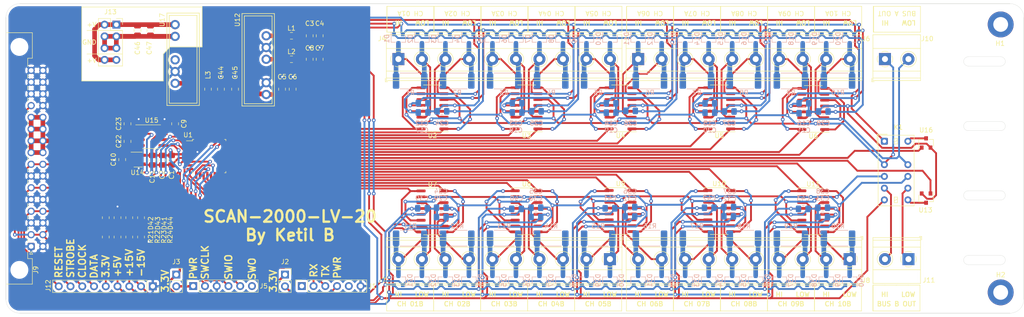
<source format=kicad_pcb>
(kicad_pcb (version 20171130) (host pcbnew 5.1.8+dfsg1-1)
  (layers (0 F.Cu signal hide) (31 B.Cu signal) (34 B.Paste user hide) (35 F.Paste user hide) (36 B.SilkS user hide) (37 F.SilkS user) (38 B.Mask user hide) (39 F.Mask user hide) (44 Edge.Cuts user))
  (net 0 "")
  (net 1 GND)
  (net 2 +3V3)
  (net 3 +15V)
  (net 4 +5V)
  (net 5 -15V)
  (net 6 "Net-(C22-Pad1)")
  (net 7 "Net-(C23-Pad1)")
  (net 8 CHAN-01A-HI)
  (net 9 CHAN-01A-LO)
  (net 10 CHAN-02A-HI)
  (net 11 CHAN-02A-LO)
  (net 12 CHAN-03A-HI)
  (net 13 CHAN-03A-LO)
  (net 14 CHAN-05A-HI)
  (net 15 CHAN-05A-LO)
  (net 16 CHAN-06A-HI)
  (net 17 CHAN-06A-LO)
  (net 18 CHAN-07A-HI)
  (net 19 CHAN-07A-LO)
  (net 20 CHAN-08A-HI)
  (net 21 CHAN-08A-LO)
  (net 22 CHAN-09A-HI)
  (net 23 CHAN-09A-LO)
  (net 24 CHAN-10A-HI)
  (net 25 CHAN-10A-LO)
  (net 26 CHAN-01B-HI)
  (net 27 CHAN-01B-LO)
  (net 28 CHAN-02B-HI)
  (net 29 CHAN-02B-LO)
  (net 30 CHAN-03B-HI)
  (net 31 CHAN-03B-LO)
  (net 32 CHAN-04B-HI)
  (net 33 CHAN-04B-LO)
  (net 34 CHAN-05B-HI)
  (net 35 CHAN-05B-LO)
  (net 36 CHAN-06B-HI)
  (net 37 CHAN-06B-LO)
  (net 38 CHAN-07B-HI)
  (net 39 CHAN-07B-LO)
  (net 40 CHAN-08B-HI)
  (net 41 CHAN-08B-LO)
  (net 42 CHAN-10B-HI)
  (net 43 CHAN-10B-LO)
  (net 44 CTS)
  (net 45 "Net-(J1-Pad4)")
  (net 46 USART_1_TX)
  (net 47 USART_1_RX)
  (net 48 DTR)
  (net 49 "Net-(J3-Pad2)")
  (net 50 SWCLK)
  (net 51 SWDIO)
  (net 52 RESET)
  (net 53 SWO)
  (net 54 DATA)
  (net 55 CLOCK)
  (net 56 STROBE)
  (net 57 BUS-A-HI)
  (net 58 BUS-A-LO)
  (net 59 "Net-(J11-Pad2)")
  (net 60 "Net-(J11-Pad1)")
  (net 61 "Net-(K1-Pad12)")
  (net 62 BUS-B-LO)
  (net 63 "Net-(K1-Pad7)")
  (net 64 BUS-B-HI)
  (net 65 "Net-(L1-Pad1)")
  (net 66 "Net-(L2-Pad1)")
  (net 67 CHAN-10B-CON)
  (net 68 NRST)
  (net 69 CHAN-01A-CON)
  (net 70 CHAN-02A-CON)
  (net 71 CHAN-03A-CON)
  (net 72 CHAN-04A-CON)
  (net 73 CHAN-05A-CON)
  (net 74 CHAN-06A-CON)
  (net 75 CHAN-01B-CON)
  (net 76 CHAN-02B-CON)
  (net 77 CHAN-03B-CON)
  (net 78 CHAN-07A-CON)
  (net 79 CHAN-08A-CON)
  (net 80 CHAN-09A-CON)
  (net 81 CHAN-10A-CON)
  (net 82 BUS-RESET)
  (net 83 BUS-SET)
  (net 84 CHAN-04B-CON)
  (net 85 CHAN-05B-CON)
  (net 86 CHAN-06B-CON)
  (net 87 CHAN-07B-CON)
  (net 88 CHAN-08B-CON)
  (net 89 CHAN-09B-CON)
  (net 90 "Net-(U15-Pad6)")
  (net 91 CHAN-04A-HI)
  (net 92 CHAN-04A-LO)
  (net 93 CHAN-09B-HI)
  (net 94 CHAN-09B-LO)
  (net 95 "Net-(D41-Pad2)")
  (net 96 "Net-(D42-Pad2)")
  (net 97 "Net-(D43-Pad2)")
  (net 98 "Net-(D44-Pad2)")
  (net 99 +VDC)
  (net 100 GNDPWR)
  (net 101 "Net-(L3-Pad1)")
  (net 102 "Net-(U17-Pad4)")
  (module Pin-Headers:PinSocket_2x04_P2.54mm_Vertical (layer F.Cu) (at 93.876 571.044)
    (fp_text reference J13 (at -1.27 -2.77) (layer F.SilkS))
    (fp_text value Conn_02x04_Counter_Clockwise)
    (pad 1 thru_hole rect (at 0 0) (size 1.7 1.7) (drill 1) (layers *.Cu *.Mask) (net 99 +VDC))
    (pad 2 thru_hole oval (at -2.54 0) (size 1.7 1.7) (drill 1) (layers *.Cu *.Mask) (net 99 +VDC))
    (pad 3 thru_hole oval (at 0 2.54) (size 1.7 1.7) (drill 1) (layers *.Cu *.Mask) (net 100 GNDPWR))
    (pad 4 thru_hole oval (at -2.54 2.54) (size 1.7 1.7) (drill 1) (layers *.Cu *.Mask) (net 100 GNDPWR))
    (pad 5 thru_hole oval (at 0 5.08) (size 1.7 1.7) (drill 1) (layers *.Cu *.Mask) (net 100 GNDPWR))
    (pad 6 thru_hole oval (at -2.54 5.08) (size 1.7 1.7) (drill 1) (layers *.Cu *.Mask) (net 100 GNDPWR))
    (pad 7 thru_hole oval (at 0 7.62) (size 1.7 1.7) (drill 1) (layers *.Cu *.Mask) (net 99 +VDC))
    (pad 8 thru_hole oval (at -2.54 7.62) (size 1.7 1.7) (drill 1) (layers *.Cu *.Mask) (net 99 +VDC))
  )
  (module Capacitors-SMD:C_0805_2012Metric_Pad1.18x1.45mm_HandSolder (layer F.Cu) (at 129.69 585.014 90)
    (fp_text reference C5 (at 2.667 0 180) (layer F.SilkS))
    (fp_text value 1u)
    (pad 1 smd roundrect (at -1.0375 0 90) (size 1.175 1.45) (layers F.Cu F.Paste F.Mask) (roundrect_rratio 0.2127659574468085) (net 4 +5V))
    (pad 2 smd roundrect (at 1.0375 0 90) (size 1.175 1.45) (layers F.Cu F.Paste F.Mask) (roundrect_rratio 0.2127659574468085) (net 1 GND))
  )
  (module Capacitors-SMD:C_0805_2012Metric_Pad1.18x1.45mm_HandSolder (layer F.Cu) (at 131.976 585.014 90)
    (fp_text reference C6 (at 2.667 0 180) (layer F.SilkS))
    (fp_text value 10u)
    (pad 2 smd roundrect (at 1.0375 0 90) (size 1.175 1.45) (layers F.Cu F.Paste F.Mask) (roundrect_rratio 0.2127659574468085) (net 1 GND))
    (pad 1 smd roundrect (at -1.0375 0 90) (size 1.175 1.45) (layers F.Cu F.Paste F.Mask) (roundrect_rratio 0.2127659574468085) (net 4 +5V))
  )
  (module DC-DC-Module:RB-0515D (layer F.Cu) (at 127.531 586.157 90)
    (fp_text reference U12 (at 16.129 -7.493 90) (layer F.SilkS))
    (fp_text value RB-0515D)
    (pad 6 thru_hole circle (at 12.7 -1.27 90) (size 2 2) (drill 1.2) (layers *.Cu *.Mask) (net 65 "Net-(L1-Pad1)"))
    (pad 5 thru_hole circle (at 10.16 -1.27 90) (size 2 2) (drill 1.2) (layers *.Cu *.Mask) (net 1 GND))
    (pad 4 thru_hole circle (at 7.62 -1.27 90) (size 2 2) (drill 1.2) (layers *.Cu *.Mask) (net 66 "Net-(L2-Pad1)"))
    (pad 2 thru_hole circle (at 2.54 -1.27 90) (size 2 2) (drill 1.2) (layers *.Cu *.Mask) (net 1 GND))
    (pad 1 thru_hole circle (at 0 -1.27 90) (size 2 2) (drill 1.2) (layers *.Cu *.Mask) (net 4 +5V))
  )
  (module Pin-Headers:PinSocket_1x09_P2.54mm_Vertical (layer F.Cu) (at 101.75 627.686 270)
    (fp_text reference J12 (at -0.127 22.606 90) (layer F.SilkS))
    (fp_text value Test)
    (pad 1 thru_hole rect (at 0 0 270) (size 1.7 1.7) (drill 1) (layers *.Cu *.Mask) (net 1 GND))
    (pad 2 thru_hole oval (at 0 2.54 270) (size 1.7 1.7) (drill 1) (layers *.Cu *.Mask) (net 5 -15V))
    (pad 3 thru_hole oval (at 0 5.08 270) (size 1.7 1.7) (drill 1) (layers *.Cu *.Mask) (net 3 +15V))
    (pad 4 thru_hole oval (at 0 7.62 270) (size 1.7 1.7) (drill 1) (layers *.Cu *.Mask) (net 4 +5V))
    (pad 5 thru_hole oval (at 0 10.16 270) (size 1.7 1.7) (drill 1) (layers *.Cu *.Mask) (net 2 +3V3))
    (pad 6 thru_hole oval (at 0 12.7 270) (size 1.7 1.7) (drill 1) (layers *.Cu *.Mask) (net 54 DATA))
    (pad 7 thru_hole oval (at 0 15.24 270) (size 1.7 1.7) (drill 1) (layers *.Cu *.Mask) (net 55 CLOCK))
    (pad 8 thru_hole oval (at 0 17.78 270) (size 1.7 1.7) (drill 1) (layers *.Cu *.Mask) (net 56 STROBE))
    (pad 9 thru_hole oval (at 0 20.32 270) (size 1.7 1.7) (drill 1) (layers *.Cu *.Mask) (net 52 RESET))
  )
  (module Capacitors-SMD:C_0805_2012Metric_Pad1.18x1.45mm_HandSolder (layer F.Cu) (at 101.623 600.381 270)
    (fp_text reference C11 (at 3.556 0 270) (layer F.SilkS))
    (fp_text value 10u)
    (pad 2 smd roundrect (at 1.0375 0 270) (size 1.175 1.45) (layers F.Cu F.Paste F.Mask) (roundrect_rratio 0.2127659574468085) (net 1 GND))
    (pad 1 smd roundrect (at -1.0375 0 270) (size 1.175 1.45) (layers F.Cu F.Paste F.Mask) (roundrect_rratio 0.2127659574468085) (net 2 +3V3))
  )
  (module Capacitors-SMD:C_0805_2012Metric_Pad1.18x1.45mm_HandSolder (layer F.Cu) (at 103.782 600.381 270)
    (fp_text reference C2 (at 3.175 0 270) (layer F.SilkS))
    (fp_text value 4.7u)
    (pad 1 smd roundrect (at -1.0375 0 270) (size 1.175 1.45) (layers F.Cu F.Paste F.Mask) (roundrect_rratio 0.2127659574468085) (net 2 +3V3))
    (pad 2 smd roundrect (at 1.0375 0 270) (size 1.175 1.45) (layers F.Cu F.Paste F.Mask) (roundrect_rratio 0.2127659574468085) (net 1 GND))
  )
  (module Capacitors-SMD:C_0805_2012Metric_Pad1.18x1.45mm_HandSolder (layer F.Cu) (at 105.814 600.381 270)
    (fp_text reference C1 (at 3.175 0 270) (layer F.SilkS))
    (fp_text value 100n)
    (pad 2 smd roundrect (at 1.0375 0 270) (size 1.175 1.45) (layers F.Cu F.Paste F.Mask) (roundrect_rratio 0.2127659574468085) (net 1 GND))
    (pad 1 smd roundrect (at -1.0375 0 270) (size 1.175 1.45) (layers F.Cu F.Paste F.Mask) (roundrect_rratio 0.2127659574468085) (net 2 +3V3))
  )
  (module SMD-SOT:SOT-23-5 (layer F.Cu) (at 98.575 600.254)
    (fp_text reference U14 (at -0.127 2.794) (layer F.SilkS))
    (fp_text value TPS78233DDC)
    (pad 1 smd rect (at -1.1 -0.95) (size 1.06 0.65) (layers F.Cu F.Paste F.Mask) (net 4 +5V))
    (pad 2 smd rect (at -1.1 0) (size 1.06 0.65) (layers F.Cu F.Paste F.Mask) (net 1 GND))
    (pad 3 smd rect (at -1.1 0.95) (size 1.06 0.65) (layers F.Cu F.Paste F.Mask) (net 4 +5V))
    (pad 4 smd rect (at 1.1 0.95) (size 1.06 0.65) (layers F.Cu F.Paste F.Mask) (net 1 GND))
    (pad 5 smd rect (at 1.1 -0.95) (size 1.06 0.65) (layers F.Cu F.Paste F.Mask) (net 2 +3V3))
  )
  (module SMD-QFP-LQFP:LQFP-32_7x7mm_P0.8mm (layer F.Cu) (at 113.942 599.5028)
    (fp_text reference U1 (at -4.572 -4.5828) (layer F.SilkS))
    (fp_text value STM32G030)
    (pad 1 smd roundrect (at -4.175 -2.8) (size 1.5 0.5) (layers F.Cu F.Paste F.Mask) (net 56 STROBE))
    (pad 2 smd roundrect (at -4.175 -2) (size 1.5 0.5) (layers F.Cu F.Paste F.Mask) (net 55 CLOCK))
    (pad 3 smd roundrect (at -4.175 -1.2) (size 1.5 0.5) (layers F.Cu F.Paste F.Mask) (net 54 DATA))
    (pad 4 smd roundrect (at -4.175 -0.4) (size 1.5 0.5) (layers F.Cu F.Paste F.Mask) (net 2 +3V3))
    (pad 5 smd roundrect (at -4.175 0.4) (size 1.5 0.5) (layers F.Cu F.Paste F.Mask) (net 1 GND))
    (pad 6 smd roundrect (at -4.175 1.2) (size 1.5 0.5) (layers F.Cu F.Paste F.Mask) (net 68 NRST))
    (pad 7 smd roundrect (at -4.175 2) (size 1.5 0.5) (layers F.Cu F.Paste F.Mask) (net 75 CHAN-01B-CON))
    (pad 8 smd roundrect (at -4.175 2.8) (size 1.5 0.5) (layers F.Cu F.Paste F.Mask) (net 76 CHAN-02B-CON))
    (pad 9 smd roundrect (at -2.8 4.175) (size 0.5 1.5) (layers F.Cu F.Paste F.Mask) (net 46 USART_1_TX))
    (pad 10 smd roundrect (at -2 4.175) (size 0.5 1.5) (layers F.Cu F.Paste F.Mask) (net 47 USART_1_RX))
    (pad 11 smd roundrect (at -1.2 4.175) (size 0.5 1.5) (layers F.Cu F.Paste F.Mask) (net 77 CHAN-03B-CON))
    (pad 12 smd roundrect (at -0.4 4.175) (size 0.5 1.5) (layers F.Cu F.Paste F.Mask) (net 84 CHAN-04B-CON))
    (pad 13 smd roundrect (at 0.4 4.175) (size 0.5 1.5) (layers F.Cu F.Paste F.Mask) (net 85 CHAN-05B-CON))
    (pad 14 smd roundrect (at 1.2 4.175) (size 0.5 1.5) (layers F.Cu F.Paste F.Mask) (net 86 CHAN-06B-CON))
    (pad 15 smd roundrect (at 2 4.175) (size 0.5 1.5) (layers F.Cu F.Paste F.Mask) (net 87 CHAN-07B-CON))
    (pad 16 smd roundrect (at 2.8 4.175) (size 0.5 1.5) (layers F.Cu F.Paste F.Mask) (net 88 CHAN-08B-CON))
    (pad 17 smd roundrect (at 4.175 2.8) (size 1.5 0.5) (layers F.Cu F.Paste F.Mask) (net 89 CHAN-09B-CON))
    (pad 18 smd roundrect (at 4.175 2) (size 1.5 0.5) (layers F.Cu F.Paste F.Mask) (net 67 CHAN-10B-CON))
    (pad 19 smd roundrect (at 4.175 1.2) (size 1.5 0.5) (layers F.Cu F.Paste F.Mask) (net 82 BUS-RESET))
    (pad 20 smd roundrect (at 4.175 0.4) (size 1.5 0.5) (layers F.Cu F.Paste F.Mask) (net 83 BUS-SET))
    (pad 21 smd roundrect (at 4.175 -0.4) (size 1.5 0.5) (layers F.Cu F.Paste F.Mask) (net 81 CHAN-10A-CON))
    (pad 22 smd roundrect (at 4.175 -1.2) (size 1.5 0.5) (layers F.Cu F.Paste F.Mask) (net 80 CHAN-09A-CON))
    (pad 23 smd roundrect (at 4.175 -2) (size 1.5 0.5) (layers F.Cu F.Paste F.Mask) (net 79 CHAN-08A-CON))
    (pad 24 smd roundrect (at 4.175 -2.8) (size 1.5 0.5) (layers F.Cu F.Paste F.Mask) (net 78 CHAN-07A-CON))
    (pad 25 smd roundrect (at 2.8 -4.175) (size 0.5 1.5) (layers F.Cu F.Paste F.Mask) (net 51 SWDIO))
    (pad 26 smd roundrect (at 2 -4.175) (size 0.5 1.5) (layers F.Cu F.Paste F.Mask) (net 50 SWCLK))
    (pad 27 smd roundrect (at 1.2 -4.175) (size 0.5 1.5) (layers F.Cu F.Paste F.Mask) (net 74 CHAN-06A-CON))
    (pad 28 smd roundrect (at 0.4 -4.175) (size 0.5 1.5) (layers F.Cu F.Paste F.Mask) (net 73 CHAN-05A-CON))
    (pad 29 smd roundrect (at -0.4 -4.175) (size 0.5 1.5) (layers F.Cu F.Paste F.Mask) (net 72 CHAN-04A-CON))
    (pad 30 smd roundrect (at -1.2 -4.175) (size 0.5 1.5) (layers F.Cu F.Paste F.Mask) (net 71 CHAN-03A-CON))
    (pad 31 smd roundrect (at -2 -4.175) (size 0.5 1.5) (layers F.Cu F.Paste F.Mask) (net 70 CHAN-02A-CON))
    (pad 32 smd roundrect (at -2.8 -4.175) (size 0.5 1.5) (layers F.Cu F.Paste F.Mask) (net 69 CHAN-01A-CON))
  )
  (module SMD-SOT:SOT-23 (layer B.Cu) (at 252.372 574.092 270)
    (fp_text reference D20 (at 0 2.5 270) (layer B.SilkS) (effects (justify mirror)))
    (fp_text value BAV199L)
    (pad 3 smd rect (at 1 0 270) (size 0.9 0.8) (layers B.Cu B.Paste B.Mask) (net 25 CHAN-10A-LO))
    (pad 2 smd rect (at -1 -0.95 270) (size 0.9 0.8) (layers B.Cu B.Paste B.Mask) (net 3 +15V))
    (pad 1 smd rect (at -1 0.95 270) (size 0.9 0.8) (layers B.Cu B.Paste B.Mask) (net 5 -15V))
  )
  (module SMD-SOT:SOT-23 (layer B.Cu) (at 247.292 574.092 270)
    (fp_text reference D19 (at 0 2.5 270) (layer B.SilkS) (effects (justify mirror)))
    (fp_text value BAV199L)
    (pad 3 smd rect (at 1 0 270) (size 0.9 0.8) (layers B.Cu B.Paste B.Mask) (net 24 CHAN-10A-HI))
    (pad 2 smd rect (at -1 -0.95 270) (size 0.9 0.8) (layers B.Cu B.Paste B.Mask) (net 3 +15V))
    (pad 1 smd rect (at -1 0.95 270) (size 0.9 0.8) (layers B.Cu B.Paste B.Mask) (net 5 -15V))
  )
  (module SMD-SOT:SOT-23 (layer B.Cu) (at 242.212 574.092 270)
    (fp_text reference D18 (at 0 2.5 270) (layer B.SilkS) (effects (justify mirror)))
    (fp_text value BAV199L)
    (pad 3 smd rect (at 1 0 270) (size 0.9 0.8) (layers B.Cu B.Paste B.Mask) (net 23 CHAN-09A-LO))
    (pad 2 smd rect (at -1 -0.95 270) (size 0.9 0.8) (layers B.Cu B.Paste B.Mask) (net 3 +15V))
    (pad 1 smd rect (at -1 0.95 270) (size 0.9 0.8) (layers B.Cu B.Paste B.Mask) (net 5 -15V))
  )
  (module SMD-SOT:SOT-23 (layer B.Cu) (at 237.132 574.092 270)
    (fp_text reference D17 (at 0 2.5 270) (layer B.SilkS) (effects (justify mirror)))
    (fp_text value BAV199L)
    (pad 3 smd rect (at 1 0 270) (size 0.9 0.8) (layers B.Cu B.Paste B.Mask) (net 22 CHAN-09A-HI))
    (pad 2 smd rect (at -1 -0.95 270) (size 0.9 0.8) (layers B.Cu B.Paste B.Mask) (net 3 +15V))
    (pad 1 smd rect (at -1 0.95 270) (size 0.9 0.8) (layers B.Cu B.Paste B.Mask) (net 5 -15V))
  )
  (module SMD-SOT:SOT-23 (layer B.Cu) (at 232.052 574.092 270)
    (fp_text reference D16 (at 0 2.5 270) (layer B.SilkS) (effects (justify mirror)))
    (fp_text value BAV199L)
    (pad 3 smd rect (at 1 0 270) (size 0.9 0.8) (layers B.Cu B.Paste B.Mask) (net 21 CHAN-08A-LO))
    (pad 2 smd rect (at -1 -0.95 270) (size 0.9 0.8) (layers B.Cu B.Paste B.Mask) (net 3 +15V))
    (pad 1 smd rect (at -1 0.95 270) (size 0.9 0.8) (layers B.Cu B.Paste B.Mask) (net 5 -15V))
  )
  (module SMD-SOT:SOT-23 (layer B.Cu) (at 226.972 574.092 270)
    (fp_text reference D15 (at 0 2.5 270) (layer B.SilkS) (effects (justify mirror)))
    (fp_text value BAV199L)
    (pad 3 smd rect (at 1 0 270) (size 0.9 0.8) (layers B.Cu B.Paste B.Mask) (net 20 CHAN-08A-HI))
    (pad 2 smd rect (at -1 -0.95 270) (size 0.9 0.8) (layers B.Cu B.Paste B.Mask) (net 3 +15V))
    (pad 1 smd rect (at -1 0.95 270) (size 0.9 0.8) (layers B.Cu B.Paste B.Mask) (net 5 -15V))
  )
  (module SMD-SOT:SOT-23 (layer B.Cu) (at 221.892 574.092 270)
    (fp_text reference D14 (at 0 2.5 270) (layer B.SilkS) (effects (justify mirror)))
    (fp_text value BAV199L)
    (pad 3 smd rect (at 1 0 270) (size 0.9 0.8) (layers B.Cu B.Paste B.Mask) (net 19 CHAN-07A-LO))
    (pad 2 smd rect (at -1 -0.95 270) (size 0.9 0.8) (layers B.Cu B.Paste B.Mask) (net 3 +15V))
    (pad 1 smd rect (at -1 0.95 270) (size 0.9 0.8) (layers B.Cu B.Paste B.Mask) (net 5 -15V))
  )
  (module SMD-SOT:SOT-23 (layer B.Cu) (at 216.812 574.092 270)
    (fp_text reference D13 (at 0 2.5 270) (layer B.SilkS) (effects (justify mirror)))
    (fp_text value BAV199L)
    (pad 3 smd rect (at 1 0 270) (size 0.9 0.8) (layers B.Cu B.Paste B.Mask) (net 18 CHAN-07A-HI))
    (pad 2 smd rect (at -1 -0.95 270) (size 0.9 0.8) (layers B.Cu B.Paste B.Mask) (net 3 +15V))
    (pad 1 smd rect (at -1 0.95 270) (size 0.9 0.8) (layers B.Cu B.Paste B.Mask) (net 5 -15V))
  )
  (module SMD-SOT:SOT-23 (layer B.Cu) (at 211.732 574.092 270)
    (fp_text reference D12 (at 0 2.5 270) (layer B.SilkS) (effects (justify mirror)))
    (fp_text value BAV199L)
    (pad 3 smd rect (at 1 0 270) (size 0.9 0.8) (layers B.Cu B.Paste B.Mask) (net 17 CHAN-06A-LO))
    (pad 2 smd rect (at -1 -0.95 270) (size 0.9 0.8) (layers B.Cu B.Paste B.Mask) (net 3 +15V))
    (pad 1 smd rect (at -1 0.95 270) (size 0.9 0.8) (layers B.Cu B.Paste B.Mask) (net 5 -15V))
  )
  (module SMD-SOT:SOT-23 (layer B.Cu) (at 206.652 574.092 270)
    (fp_text reference D11 (at 0 2.5 270) (layer B.SilkS) (effects (justify mirror)))
    (fp_text value BAV199L)
    (pad 3 smd rect (at 1 0 270) (size 0.9 0.8) (layers B.Cu B.Paste B.Mask) (net 16 CHAN-06A-HI))
    (pad 2 smd rect (at -1 -0.95 270) (size 0.9 0.8) (layers B.Cu B.Paste B.Mask) (net 3 +15V))
    (pad 1 smd rect (at -1 0.95 270) (size 0.9 0.8) (layers B.Cu B.Paste B.Mask) (net 5 -15V))
  )
  (module SMD-SOT:SOT-23 (layer B.Cu) (at 200.556 574.092 270)
    (fp_text reference D10 (at 0 2.5 270) (layer B.SilkS) (effects (justify mirror)))
    (fp_text value BAV199L)
    (pad 3 smd rect (at 1 0 270) (size 0.9 0.8) (layers B.Cu B.Paste B.Mask) (net 15 CHAN-05A-LO))
    (pad 2 smd rect (at -1 -0.95 270) (size 0.9 0.8) (layers B.Cu B.Paste B.Mask) (net 3 +15V))
    (pad 1 smd rect (at -1 0.95 270) (size 0.9 0.8) (layers B.Cu B.Paste B.Mask) (net 5 -15V))
  )
  (module SMD-SOT:SOT-23 (layer B.Cu) (at 195.476 574.092 270)
    (fp_text reference D9 (at 0 2.5 270) (layer B.SilkS) (effects (justify mirror)))
    (fp_text value BAV199L)
    (pad 3 smd rect (at 1 0 270) (size 0.9 0.8) (layers B.Cu B.Paste B.Mask) (net 14 CHAN-05A-HI))
    (pad 2 smd rect (at -1 -0.95 270) (size 0.9 0.8) (layers B.Cu B.Paste B.Mask) (net 3 +15V))
    (pad 1 smd rect (at -1 0.95 270) (size 0.9 0.8) (layers B.Cu B.Paste B.Mask) (net 5 -15V))
  )
  (module SMD-SOT:SOT-23 (layer B.Cu) (at 190.396 574.092 270)
    (fp_text reference D8 (at 0 2.5 270) (layer B.SilkS) (effects (justify mirror)))
    (fp_text value BAV199L)
    (pad 3 smd rect (at 1 0 270) (size 0.9 0.8) (layers B.Cu B.Paste B.Mask) (net 92 CHAN-04A-LO))
    (pad 2 smd rect (at -1 -0.95 270) (size 0.9 0.8) (layers B.Cu B.Paste B.Mask) (net 3 +15V))
    (pad 1 smd rect (at -1 0.95 270) (size 0.9 0.8) (layers B.Cu B.Paste B.Mask) (net 5 -15V))
  )
  (module SMD-SOT:SOT-23 (layer B.Cu) (at 185.316 574.092 270)
    (fp_text reference D7 (at 0 2.5 270) (layer B.SilkS) (effects (justify mirror)))
    (fp_text value BAV199L)
    (pad 3 smd rect (at 1 0 270) (size 0.9 0.8) (layers B.Cu B.Paste B.Mask) (net 91 CHAN-04A-HI))
    (pad 2 smd rect (at -1 -0.95 270) (size 0.9 0.8) (layers B.Cu B.Paste B.Mask) (net 3 +15V))
    (pad 1 smd rect (at -1 0.95 270) (size 0.9 0.8) (layers B.Cu B.Paste B.Mask) (net 5 -15V))
  )
  (module SMD-SOT:SOT-23 (layer B.Cu) (at 180.236 574.092 270)
    (fp_text reference D6 (at 0 2.5 270) (layer B.SilkS) (effects (justify mirror)))
    (fp_text value BAV199L)
    (pad 3 smd rect (at 1 0 270) (size 0.9 0.8) (layers B.Cu B.Paste B.Mask) (net 13 CHAN-03A-LO))
    (pad 2 smd rect (at -1 -0.95 270) (size 0.9 0.8) (layers B.Cu B.Paste B.Mask) (net 3 +15V))
    (pad 1 smd rect (at -1 0.95 270) (size 0.9 0.8) (layers B.Cu B.Paste B.Mask) (net 5 -15V))
  )
  (module SMD-SOT:SOT-23 (layer B.Cu) (at 175.156 574.092 270)
    (fp_text reference D5 (at 0 2.5 270) (layer B.SilkS) (effects (justify mirror)))
    (fp_text value BAV199L)
    (pad 3 smd rect (at 1 0 270) (size 0.9 0.8) (layers B.Cu B.Paste B.Mask) (net 12 CHAN-03A-HI))
    (pad 2 smd rect (at -1 -0.95 270) (size 0.9 0.8) (layers B.Cu B.Paste B.Mask) (net 3 +15V))
    (pad 1 smd rect (at -1 0.95 270) (size 0.9 0.8) (layers B.Cu B.Paste B.Mask) (net 5 -15V))
  )
  (module SMD-SOT:SOT-23 (layer B.Cu) (at 170.076 574.092 270)
    (fp_text reference D4 (at 0 2.5 270) (layer B.SilkS) (effects (justify mirror)))
    (fp_text value BAV199L)
    (pad 3 smd rect (at 1 0 270) (size 0.9 0.8) (layers B.Cu B.Paste B.Mask) (net 11 CHAN-02A-LO))
    (pad 2 smd rect (at -1 -0.95 270) (size 0.9 0.8) (layers B.Cu B.Paste B.Mask) (net 3 +15V))
    (pad 1 smd rect (at -1 0.95 270) (size 0.9 0.8) (layers B.Cu B.Paste B.Mask) (net 5 -15V))
  )
  (module SMD-SOT:SOT-23 (layer B.Cu) (at 164.996 574.092 270)
    (fp_text reference D3 (at 0 2.5 270) (layer B.SilkS) (effects (justify mirror)))
    (fp_text value BAV199L)
    (pad 3 smd rect (at 1 0 270) (size 0.9 0.8) (layers B.Cu B.Paste B.Mask) (net 10 CHAN-02A-HI))
    (pad 2 smd rect (at -1 -0.95 270) (size 0.9 0.8) (layers B.Cu B.Paste B.Mask) (net 3 +15V))
    (pad 1 smd rect (at -1 0.95 270) (size 0.9 0.8) (layers B.Cu B.Paste B.Mask) (net 5 -15V))
  )
  (module SMD-SOT:SOT-23 (layer B.Cu) (at 159.916 574.092 270)
    (fp_text reference D2 (at 0 2.5 270) (layer B.SilkS) (effects (justify mirror)))
    (fp_text value BAV199L)
    (pad 3 smd rect (at 1 0 270) (size 0.9 0.8) (layers B.Cu B.Paste B.Mask) (net 9 CHAN-01A-LO))
    (pad 2 smd rect (at -1 -0.95 270) (size 0.9 0.8) (layers B.Cu B.Paste B.Mask) (net 3 +15V))
    (pad 1 smd rect (at -1 0.95 270) (size 0.9 0.8) (layers B.Cu B.Paste B.Mask) (net 5 -15V))
  )
  (module SMD-SOT:SOT-23 (layer B.Cu) (at 154.836 574.092 270)
    (fp_text reference D1 (at 0 2.5 270) (layer B.SilkS) (effects (justify mirror)))
    (fp_text value BAV199L)
    (pad 3 smd rect (at 1 0 270) (size 0.9 0.8) (layers B.Cu B.Paste B.Mask) (net 8 CHAN-01A-HI))
    (pad 2 smd rect (at -1 -0.95 270) (size 0.9 0.8) (layers B.Cu B.Paste B.Mask) (net 3 +15V))
    (pad 1 smd rect (at -1 0.95 270) (size 0.9 0.8) (layers B.Cu B.Paste B.Mask) (net 5 -15V))
  )
  (module TerminalBlock_Phoenix:TerminalBlock_Phoenix_MKDS-1,5-10-5.08_1x10_P5.08mm_Horizontal (layer F.Cu) (at 206.652 578.5)
    (fp_text reference J6 (at 49.276 -4.408) (layer F.SilkS))
    (fp_text value BUS-A-INPUT)
    (pad 10 thru_hole circle (at 45.72 0) (size 2.6 2.6) (drill 1.3) (layers *.Cu *.Mask) (net 25 CHAN-10A-LO))
    (pad 9 thru_hole circle (at 40.64 0) (size 2.6 2.6) (drill 1.3) (layers *.Cu *.Mask) (net 24 CHAN-10A-HI))
    (pad 8 thru_hole circle (at 35.56 0) (size 2.6 2.6) (drill 1.3) (layers *.Cu *.Mask) (net 23 CHAN-09A-LO))
    (pad 7 thru_hole circle (at 30.48 0) (size 2.6 2.6) (drill 1.3) (layers *.Cu *.Mask) (net 22 CHAN-09A-HI))
    (pad 6 thru_hole circle (at 25.4 0) (size 2.6 2.6) (drill 1.3) (layers *.Cu *.Mask) (net 21 CHAN-08A-LO))
    (pad 5 thru_hole circle (at 20.32 0) (size 2.6 2.6) (drill 1.3) (layers *.Cu *.Mask) (net 20 CHAN-08A-HI))
    (pad 4 thru_hole circle (at 15.24 0) (size 2.6 2.6) (drill 1.3) (layers *.Cu *.Mask) (net 19 CHAN-07A-LO))
    (pad 3 thru_hole circle (at 10.16 0) (size 2.6 2.6) (drill 1.3) (layers *.Cu *.Mask) (net 18 CHAN-07A-HI))
    (pad 2 thru_hole circle (at 5.08 0) (size 2.6 2.6) (drill 1.3) (layers *.Cu *.Mask) (net 17 CHAN-06A-LO))
    (pad 1 thru_hole rect (at 0 0) (size 2.6 2.6) (drill 1.3) (layers *.Cu *.Mask) (net 16 CHAN-06A-HI))
  )
  (module TerminalBlock_Phoenix:TerminalBlock_Phoenix_MKDS-1,5-10-5.08_1x10_P5.08mm_Horizontal (layer F.Cu) (at 200.556 621.804 180)
    (fp_text reference J7 (at 49.276 -4.612) (layer F.SilkS))
    (fp_text value BUS-B-INPUT)
    (pad 1 thru_hole rect (at 0 0 180) (size 2.6 2.6) (drill 1.3) (layers *.Cu *.Mask) (net 35 CHAN-05B-LO))
    (pad 2 thru_hole circle (at 5.08 0 180) (size 2.6 2.6) (drill 1.3) (layers *.Cu *.Mask) (net 34 CHAN-05B-HI))
    (pad 3 thru_hole circle (at 10.16 0 180) (size 2.6 2.6) (drill 1.3) (layers *.Cu *.Mask) (net 33 CHAN-04B-LO))
    (pad 4 thru_hole circle (at 15.24 0 180) (size 2.6 2.6) (drill 1.3) (layers *.Cu *.Mask) (net 32 CHAN-04B-HI))
    (pad 5 thru_hole circle (at 20.32 0 180) (size 2.6 2.6) (drill 1.3) (layers *.Cu *.Mask) (net 31 CHAN-03B-LO))
    (pad 6 thru_hole circle (at 25.4 0 180) (size 2.6 2.6) (drill 1.3) (layers *.Cu *.Mask) (net 30 CHAN-03B-HI))
    (pad 7 thru_hole circle (at 30.48 0 180) (size 2.6 2.6) (drill 1.3) (layers *.Cu *.Mask) (net 29 CHAN-02B-LO))
    (pad 8 thru_hole circle (at 35.56 0 180) (size 2.6 2.6) (drill 1.3) (layers *.Cu *.Mask) (net 28 CHAN-02B-HI))
    (pad 9 thru_hole circle (at 40.64 0 180) (size 2.6 2.6) (drill 1.3) (layers *.Cu *.Mask) (net 27 CHAN-01B-LO))
    (pad 10 thru_hole circle (at 45.72 0 180) (size 2.6 2.6) (drill 1.3) (layers *.Cu *.Mask) (net 26 CHAN-01B-HI))
  )
  (module SMD-SO:SOIC-16_3.9x9.9mm_P1.27mm (layer F.Cu) (at 162.202 611.4808)
    (fp_text reference U7 (at 0 -5.9) (layer F.SilkS))
    (fp_text value DG412)
    (pad 1 smd roundrect (at -2.475 -4.445) (size 1.95 0.6) (layers F.Cu F.Paste F.Mask) (net 75 CHAN-01B-CON))
    (pad 2 smd roundrect (at -2.475 -3.175) (size 1.95 0.6) (layers F.Cu F.Paste F.Mask) (net 62 BUS-B-LO))
    (pad 3 smd roundrect (at -2.475 -1.905) (size 1.95 0.6) (layers F.Cu F.Paste F.Mask) (net 27 CHAN-01B-LO))
    (pad 4 smd roundrect (at -2.475 -0.635) (size 1.95 0.6) (layers F.Cu F.Paste F.Mask) (net 5 -15V))
    (pad 5 smd roundrect (at -2.475 0.635) (size 1.95 0.6) (layers F.Cu F.Paste F.Mask) (net 1 GND))
    (pad 6 smd roundrect (at -2.475 1.905) (size 1.95 0.6) (layers F.Cu F.Paste F.Mask) (net 64 BUS-B-HI))
    (pad 7 smd roundrect (at -2.475 3.175) (size 1.95 0.6) (layers F.Cu F.Paste F.Mask) (net 26 CHAN-01B-HI))
    (pad 8 smd roundrect (at -2.475 4.445) (size 1.95 0.6) (layers F.Cu F.Paste F.Mask) (net 75 CHAN-01B-CON))
    (pad 9 smd roundrect (at 2.475 4.445) (size 1.95 0.6) (layers F.Cu F.Paste F.Mask) (net 76 CHAN-02B-CON))
    (pad 10 smd roundrect (at 2.475 3.175) (size 1.95 0.6) (layers F.Cu F.Paste F.Mask) (net 62 BUS-B-LO))
    (pad 11 smd roundrect (at 2.475 1.905) (size 1.95 0.6) (layers F.Cu F.Paste F.Mask) (net 29 CHAN-02B-LO))
    (pad 12 smd roundrect (at 2.475 0.635) (size 1.95 0.6) (layers F.Cu F.Paste F.Mask) (net 3 +15V))
    (pad 13 smd roundrect (at 2.475 -0.635) (size 1.95 0.6) (layers F.Cu F.Paste F.Mask) (net 4 +5V))
    (pad 14 smd roundrect (at 2.475 -1.905) (size 1.95 0.6) (layers F.Cu F.Paste F.Mask) (net 28 CHAN-02B-HI))
    (pad 15 smd roundrect (at 2.475 -3.175) (size 1.95 0.6) (layers F.Cu F.Paste F.Mask) (net 64 BUS-B-HI))
    (pad 16 smd roundrect (at 2.475 -4.445) (size 1.95 0.6) (layers F.Cu F.Paste F.Mask) (net 76 CHAN-02B-CON))
  )
  (module SMD-SOT:SOT-23 (layer F.Cu) (at 268.882 596.658 90)
    (fp_text reference U16 (at 2.794 0 180) (layer F.SilkS))
    (fp_text value MDC3105)
    (pad 3 smd rect (at 1 0 90) (size 0.9 0.8) (layers F.Cu F.Paste F.Mask) (net 61 "Net-(K1-Pad12)"))
    (pad 2 smd rect (at -1 0.95 90) (size 0.9 0.8) (layers F.Cu F.Paste F.Mask) (net 1 GND))
    (pad 1 smd rect (at -1 -0.95 90) (size 0.9 0.8) (layers F.Cu F.Paste F.Mask) (net 83 BUS-SET))
  )
  (module SMD-SOT:SOT-23 (layer F.Cu) (at 268.882 608.596 270)
    (fp_text reference U13 (at 2.58 0.127 180) (layer F.SilkS))
    (fp_text value MDC3105)
    (pad 1 smd rect (at -1 -0.95 270) (size 0.9 0.8) (layers F.Cu F.Paste F.Mask) (net 82 BUS-RESET))
    (pad 2 smd rect (at -1 0.95 270) (size 0.9 0.8) (layers F.Cu F.Paste F.Mask) (net 1 GND))
    (pad 3 smd rect (at 1 0 270) (size 0.9 0.8) (layers F.Cu F.Paste F.Mask) (net 63 "Net-(K1-Pad7)"))
  )
  (module Relay-Signal-TH:Relay_DPDT_Kemet_EC2_DoubleCoil (layer F.Cu) (at 259.865 596.277)
    (fp_text reference K1 (at 3 -3 180) (layer F.SilkS))
    (fp_text value EC2-3TNU)
    (pad 12 thru_hole circle (at 5.08 0) (size 1.5 1.5) (drill 0.8) (layers *.Cu *.Mask) (net 61 "Net-(K1-Pad12)"))
    (pad 10 thru_hole circle (at 5.08 5.08) (size 1.5 1.5) (drill 0.8) (layers *.Cu *.Mask) (net 58 BUS-A-LO))
    (pad 9 thru_hole circle (at 5.08 7.62) (size 1.5 1.5) (drill 0.8) (layers *.Cu *.Mask) (net 62 BUS-B-LO))
    (pad 8 thru_hole circle (at 5.08 10.16) (size 1.5 1.5) (drill 0.8) (layers *.Cu *.Mask) (net 60 "Net-(J11-Pad1)"))
    (pad 7 thru_hole circle (at 5.08 12.7) (size 1.5 1.5) (drill 0.8) (layers *.Cu *.Mask) (net 63 "Net-(K1-Pad7)"))
    (pad 6 thru_hole circle (at 0 12.7) (size 1.5 1.5) (drill 0.8) (layers *.Cu *.Mask) (net 4 +5V))
    (pad 5 thru_hole circle (at 0 10.16) (size 1.5 1.5) (drill 0.8) (layers *.Cu *.Mask) (net 59 "Net-(J11-Pad2)"))
    (pad 4 thru_hole circle (at 0 7.62) (size 1.5 1.5) (drill 0.8) (layers *.Cu *.Mask) (net 64 BUS-B-HI))
    (pad 3 thru_hole circle (at 0 5.08) (size 1.5 1.5) (drill 0.8) (layers *.Cu *.Mask) (net 57 BUS-A-HI))
    (pad 1 thru_hole roundrect (at 0 0) (size 1.5 1.5) (drill 0.8) (layers *.Cu *.Mask) (roundrect_rratio 0.167) (net 4 +5V))
  )
  (module Resistors-SMD:R_2512_6332Metric_Pad1.40x3.35mm_HandSolder (layer B.Cu) (at 157.376 583.236 180)
    (fp_text reference R1 (at 0 -2.54) (layer B.SilkS) (effects (justify mirror)))
    (fp_text value R)
    (pad 1 smd roundrect (at -3.05 0 180) (size 1.4 3.35) (layers B.Cu B.Paste B.Mask) (roundrect_rratio 0.1785707142857143) (net 9 CHAN-01A-LO))
    (pad 2 smd roundrect (at 3.05 0 180) (size 1.4 3.35) (layers B.Cu B.Paste B.Mask) (roundrect_rratio 0.1785707142857143) (net 8 CHAN-01A-HI))
  )
  (module SMD-SO:SOIC-16_3.9x9.9mm_P1.27mm (layer F.Cu) (at 162.202 589.165 180)
    (fp_text reference U2 (at 0 -5.9) (layer F.SilkS))
    (fp_text value DG412)
    (pad 16 smd roundrect (at 2.475 -4.445 180) (size 1.95 0.6) (layers F.Cu F.Paste F.Mask) (net 69 CHAN-01A-CON))
    (pad 15 smd roundrect (at 2.475 -3.175 180) (size 1.95 0.6) (layers F.Cu F.Paste F.Mask) (net 58 BUS-A-LO))
    (pad 14 smd roundrect (at 2.475 -1.905 180) (size 1.95 0.6) (layers F.Cu F.Paste F.Mask) (net 9 CHAN-01A-LO))
    (pad 13 smd roundrect (at 2.475 -0.635 180) (size 1.95 0.6) (layers F.Cu F.Paste F.Mask) (net 4 +5V))
    (pad 12 smd roundrect (at 2.475 0.635 180) (size 1.95 0.6) (layers F.Cu F.Paste F.Mask) (net 3 +15V))
    (pad 11 smd roundrect (at 2.475 1.905 180) (size 1.95 0.6) (layers F.Cu F.Paste F.Mask) (net 8 CHAN-01A-HI))
    (pad 10 smd roundrect (at 2.475 3.175 180) (size 1.95 0.6) (layers F.Cu F.Paste F.Mask) (net 57 BUS-A-HI))
    (pad 9 smd roundrect (at 2.475 4.445 180) (size 1.95 0.6) (layers F.Cu F.Paste F.Mask) (net 69 CHAN-01A-CON))
    (pad 8 smd roundrect (at -2.475 4.445 180) (size 1.95 0.6) (layers F.Cu F.Paste F.Mask) (net 70 CHAN-02A-CON))
    (pad 7 smd roundrect (at -2.475 3.175 180) (size 1.95 0.6) (layers F.Cu F.Paste F.Mask) (net 11 CHAN-02A-LO))
    (pad 6 smd roundrect (at -2.475 1.905 180) (size 1.95 0.6) (layers F.Cu F.Paste F.Mask) (net 58 BUS-A-LO))
    (pad 5 smd roundrect (at -2.475 0.635 180) (size 1.95 0.6) (layers F.Cu F.Paste F.Mask) (net 1 GND))
    (pad 4 smd roundrect (at -2.475 -0.635 180) (size 1.95 0.6) (layers F.Cu F.Paste F.Mask) (net 5 -15V))
    (pad 3 smd roundrect (at -2.475 -1.905 180) (size 1.95 0.6) (layers F.Cu F.Paste F.Mask) (net 10 CHAN-02A-HI))
    (pad 2 smd roundrect (at -2.475 -3.175 180) (size 1.95 0.6) (layers F.Cu F.Paste F.Mask) (net 57 BUS-A-HI))
    (pad 1 smd roundrect (at -2.475 -4.445 180) (size 1.95 0.6) (layers F.Cu F.Paste F.Mask) (net 70 CHAN-02A-CON))
  )
  (module Resistors-SMD:R_2512_6332Metric_Pad1.40x3.35mm_HandSolder (layer B.Cu) (at 167.536 583.236 180)
    (fp_text reference R2 (at 0 -2.54) (layer B.SilkS) (effects (justify mirror)))
    (fp_text value R)
    (pad 1 smd roundrect (at -3.05 0 180) (size 1.4 3.35) (layers B.Cu B.Paste B.Mask) (roundrect_rratio 0.1785707142857143) (net 11 CHAN-02A-LO))
    (pad 2 smd roundrect (at 3.05 0 180) (size 1.4 3.35) (layers B.Cu B.Paste B.Mask) (roundrect_rratio 0.1785707142857143) (net 10 CHAN-02A-HI))
  )
  (module Capacitors-SMD:C_0805_2012Metric_Pad1.18x1.45mm_HandSolder (layer F.Cu) (at 135.659 573.457 270)
    (fp_text reference C3 (at -2.667 0 180) (layer F.SilkS))
    (fp_text value 10u)
    (pad 1 smd roundrect (at -1.0375 0 270) (size 1.175 1.45) (layers F.Cu F.Paste F.Mask) (roundrect_rratio 0.2127659574468085) (net 3 +15V))
    (pad 2 smd roundrect (at 1.0375 0 270) (size 1.175 1.45) (layers F.Cu F.Paste F.Mask) (roundrect_rratio 0.2127659574468085) (net 1 GND))
  )
  (module Capacitors-SMD:C_0805_2012Metric_Pad1.18x1.45mm_HandSolder (layer F.Cu) (at 137.818 573.457 270)
    (fp_text reference C4 (at -2.667 0 180) (layer F.SilkS))
    (fp_text value 1u)
    (pad 2 smd roundrect (at 1.0375 0 270) (size 1.175 1.45) (layers F.Cu F.Paste F.Mask) (roundrect_rratio 0.2127659574468085) (net 1 GND))
    (pad 1 smd roundrect (at -1.0375 0 270) (size 1.175 1.45) (layers F.Cu F.Paste F.Mask) (roundrect_rratio 0.2127659574468085) (net 3 +15V))
  )
  (module Capacitors-SMD:C_0805_2012Metric_Pad1.18x1.45mm_HandSolder (layer F.Cu) (at 137.818 578.537 270)
    (fp_text reference C7 (at -2.413 0 180) (layer F.SilkS))
    (fp_text value 10u)
    (pad 2 smd roundrect (at 1.0375 0 270) (size 1.175 1.45) (layers F.Cu F.Paste F.Mask) (roundrect_rratio 0.2127659574468085) (net 5 -15V))
    (pad 1 smd roundrect (at -1.0375 0 270) (size 1.175 1.45) (layers F.Cu F.Paste F.Mask) (roundrect_rratio 0.2127659574468085) (net 1 GND))
  )
  (module Capacitors-SMD:C_0805_2012Metric_Pad1.18x1.45mm_HandSolder (layer F.Cu) (at 135.659 578.537 270)
    (fp_text reference C8 (at -2.413 0 180) (layer F.SilkS))
    (fp_text value 1u)
    (pad 1 smd roundrect (at -1.0375 0 270) (size 1.175 1.45) (layers F.Cu F.Paste F.Mask) (roundrect_rratio 0.2127659574468085) (net 1 GND))
    (pad 2 smd roundrect (at 1.0375 0 270) (size 1.175 1.45) (layers F.Cu F.Paste F.Mask) (roundrect_rratio 0.2127659574468085) (net 5 -15V))
  )
  (module Capacitors-SMD:C_0805_2012Metric_Pad1.18x1.45mm_HandSolder (layer F.Cu) (at 106.576 592.507 90)
    (fp_text reference C9 (at 0 1.905 90) (layer F.SilkS))
    (fp_text value 0.1u)
    (pad 1 smd roundrect (at -1.0375 0 90) (size 1.175 1.45) (layers F.Cu F.Paste F.Mask) (roundrect_rratio 0.2127659574468085) (net 2 +3V3))
    (pad 2 smd roundrect (at 1.0375 0 90) (size 1.175 1.45) (layers F.Cu F.Paste F.Mask) (roundrect_rratio 0.2127659574468085) (net 1 GND))
  )
  (module Capacitors-SMD:C_0805_2012Metric_Pad1.18x1.45mm_HandSolder (layer F.Cu) (at 95.146 600.254 270)
    (fp_text reference C10 (at 0 1.905 270) (layer F.SilkS))
    (fp_text value 1u)
    (pad 1 smd roundrect (at -1.0375 0 270) (size 1.175 1.45) (layers F.Cu F.Paste F.Mask) (roundrect_rratio 0.2127659574468085) (net 4 +5V))
    (pad 2 smd roundrect (at 1.0375 0 270) (size 1.175 1.45) (layers F.Cu F.Paste F.Mask) (roundrect_rratio 0.2127659574468085) (net 1 GND))
  )
  (module Capacitors-SMD:C_0805_2012Metric_Pad1.18x1.45mm_HandSolder (layer B.Cu) (at 160.17 588.022)
    (fp_text reference C12 (at -0.254 4.358) (layer B.SilkS) (effects (justify mirror)))
    (fp_text value 0.1u)
    (pad 2 smd roundrect (at 1.0375 0) (size 1.175 1.45) (layers B.Cu B.Paste B.Mask) (roundrect_rratio 0.2127659574468085) (net 1 GND))
    (pad 1 smd roundrect (at -1.0375 0) (size 1.175 1.45) (layers B.Cu B.Paste B.Mask) (roundrect_rratio 0.2127659574468085) (net 3 +15V))
  )
  (module Capacitors-SMD:C_0805_2012Metric_Pad1.18x1.45mm_HandSolder (layer B.Cu) (at 180.49 588.022)
    (fp_text reference C13 (at -0.254 4.358) (layer B.SilkS) (effects (justify mirror)))
    (fp_text value 0.1u)
    (pad 1 smd roundrect (at -1.0375 0) (size 1.175 1.45) (layers B.Cu B.Paste B.Mask) (roundrect_rratio 0.2127659574468085) (net 3 +15V))
    (pad 2 smd roundrect (at 1.0375 0) (size 1.175 1.45) (layers B.Cu B.Paste B.Mask) (roundrect_rratio 0.2127659574468085) (net 1 GND))
  )
  (module Capacitors-SMD:C_0805_2012Metric_Pad1.18x1.45mm_HandSolder (layer B.Cu) (at 200.81 588.062)
    (fp_text reference C14 (at 0 4.318) (layer B.SilkS) (effects (justify mirror)))
    (fp_text value 0.1u)
    (pad 2 smd roundrect (at 1.0375 0) (size 1.175 1.45) (layers B.Cu B.Paste B.Mask) (roundrect_rratio 0.2127659574468085) (net 1 GND))
    (pad 1 smd roundrect (at -1.0375 0) (size 1.175 1.45) (layers B.Cu B.Paste B.Mask) (roundrect_rratio 0.2127659574468085) (net 3 +15V))
  )
  (module Capacitors-SMD:C_0805_2012Metric_Pad1.18x1.45mm_HandSolder (layer B.Cu) (at 222.146 588.062)
    (fp_text reference C15 (at 0 4.318) (layer B.SilkS) (effects (justify mirror)))
    (fp_text value 0.1u)
    (pad 1 smd roundrect (at -1.0375 0) (size 1.175 1.45) (layers B.Cu B.Paste B.Mask) (roundrect_rratio 0.2127659574468085) (net 3 +15V))
    (pad 2 smd roundrect (at 1.0375 0) (size 1.175 1.45) (layers B.Cu B.Paste B.Mask) (roundrect_rratio 0.2127659574468085) (net 1 GND))
  )
  (module Capacitors-SMD:C_0805_2012Metric_Pad1.18x1.45mm_HandSolder (layer B.Cu) (at 242.466 588.062)
    (fp_text reference C16 (at 0 4.318) (layer B.SilkS) (effects (justify mirror)))
    (fp_text value 0.1u)
    (pad 2 smd roundrect (at 1.0375 0) (size 1.175 1.45) (layers B.Cu B.Paste B.Mask) (roundrect_rratio 0.2127659574468085) (net 1 GND))
    (pad 1 smd roundrect (at -1.0375 0) (size 1.175 1.45) (layers B.Cu B.Paste B.Mask) (roundrect_rratio 0.2127659574468085) (net 3 +15V))
  )
  (module Capacitors-SMD:C_0805_2012Metric_Pad1.18x1.45mm_HandSolder (layer B.Cu) (at 160.17 590.054)
    (fp_text reference C17 (at -0.254 3.85) (layer B.SilkS) (effects (justify mirror)))
    (fp_text value 0.1u)
    (pad 1 smd roundrect (at -1.0375 0) (size 1.175 1.45) (layers B.Cu B.Paste B.Mask) (roundrect_rratio 0.2127659574468085) (net 4 +5V))
    (pad 2 smd roundrect (at 1.0375 0) (size 1.175 1.45) (layers B.Cu B.Paste B.Mask) (roundrect_rratio 0.2127659574468085) (net 1 GND))
  )
  (module Capacitors-SMD:C_0805_2012Metric_Pad1.18x1.45mm_HandSolder (layer B.Cu) (at 180.49 590.054)
    (fp_text reference C18 (at -0.254 3.85) (layer B.SilkS) (effects (justify mirror)))
    (fp_text value 0.1u)
    (pad 2 smd roundrect (at 1.0375 0) (size 1.175 1.45) (layers B.Cu B.Paste B.Mask) (roundrect_rratio 0.2127659574468085) (net 1 GND))
    (pad 1 smd roundrect (at -1.0375 0) (size 1.175 1.45) (layers B.Cu B.Paste B.Mask) (roundrect_rratio 0.2127659574468085) (net 4 +5V))
  )
  (module Capacitors-SMD:C_0805_2012Metric_Pad1.18x1.45mm_HandSolder (layer B.Cu) (at 200.81 590.094)
    (fp_text reference C19 (at 0 3.81) (layer B.SilkS) (effects (justify mirror)))
    (fp_text value 0.1u)
    (pad 1 smd roundrect (at -1.0375 0) (size 1.175 1.45) (layers B.Cu B.Paste B.Mask) (roundrect_rratio 0.2127659574468085) (net 4 +5V))
    (pad 2 smd roundrect (at 1.0375 0) (size 1.175 1.45) (layers B.Cu B.Paste B.Mask) (roundrect_rratio 0.2127659574468085) (net 1 GND))
  )
  (module Capacitors-SMD:C_0805_2012Metric_Pad1.18x1.45mm_HandSolder (layer B.Cu) (at 222.146 590.094)
    (fp_text reference C20 (at 0 3.81) (layer B.SilkS) (effects (justify mirror)))
    (fp_text value 0.1u)
    (pad 2 smd roundrect (at 1.0375 0) (size 1.175 1.45) (layers B.Cu B.Paste B.Mask) (roundrect_rratio 0.2127659574468085) (net 1 GND))
    (pad 1 smd roundrect (at -1.0375 0) (size 1.175 1.45) (layers B.Cu B.Paste B.Mask) (roundrect_rratio 0.2127659574468085) (net 4 +5V))
  )
  (module Capacitors-SMD:C_0805_2012Metric_Pad1.18x1.45mm_HandSolder (layer B.Cu) (at 242.466 590.221)
    (fp_text reference C21 (at 0 3.683) (layer B.SilkS) (effects (justify mirror)))
    (fp_text value 0.1u)
    (pad 1 smd roundrect (at -1.0375 0) (size 1.175 1.45) (layers B.Cu B.Paste B.Mask) (roundrect_rratio 0.2127659574468085) (net 4 +5V))
    (pad 2 smd roundrect (at 1.0375 0) (size 1.175 1.45) (layers B.Cu B.Paste B.Mask) (roundrect_rratio 0.2127659574468085) (net 1 GND))
  )
  (module Capacitors-SMD:C_0805_2012Metric_Pad1.18x1.45mm_HandSolder (layer F.Cu) (at 96.289 596.317 270)
    (fp_text reference C22 (at 0 1.905 90) (layer F.SilkS))
    (fp_text value 100u)
    (pad 1 smd roundrect (at -1.0375 0 270) (size 1.175 1.45) (layers F.Cu F.Paste F.Mask) (roundrect_rratio 0.2127659574468085) (net 6 "Net-(C22-Pad1)"))
    (pad 2 smd roundrect (at 1.0375 0 270) (size 1.175 1.45) (layers F.Cu F.Paste F.Mask) (roundrect_rratio 0.2127659574468085) (net 1 GND))
  )
  (module Capacitors-SMD:C_0805_2012Metric_Pad1.18x1.45mm_HandSolder (layer F.Cu) (at 96.289 592.507 90)
    (fp_text reference C23 (at 0 -1.905 90) (layer F.SilkS))
    (fp_text value 0.1u)
    (pad 2 smd roundrect (at 1.0375 0 90) (size 1.175 1.45) (layers F.Cu F.Paste F.Mask) (roundrect_rratio 0.2127659574468085) (net 1 GND))
    (pad 1 smd roundrect (at -1.0375 0 90) (size 1.175 1.45) (layers F.Cu F.Paste F.Mask) (roundrect_rratio 0.2127659574468085) (net 7 "Net-(C23-Pad1)"))
  )
  (module Capacitors-SMD:C_0805_2012Metric_Pad1.18x1.45mm_HandSolder (layer B.Cu) (at 164.234 589.8)
    (fp_text reference C24 (at 0 2.58) (layer B.SilkS) (effects (justify mirror)))
    (fp_text value 0.1u)
    (pad 1 smd roundrect (at -1.0375 0) (size 1.175 1.45) (layers B.Cu B.Paste B.Mask) (roundrect_rratio 0.2127659574468085) (net 1 GND))
    (pad 2 smd roundrect (at 1.0375 0) (size 1.175 1.45) (layers B.Cu B.Paste B.Mask) (roundrect_rratio 0.2127659574468085) (net 5 -15V))
  )
  (module Capacitors-SMD:C_0805_2012Metric_Pad1.18x1.45mm_HandSolder (layer B.Cu) (at 184.6595 589.8)
    (fp_text reference C25 (at 0 2.58) (layer B.SilkS) (effects (justify mirror)))
    (fp_text value 0.1u)
    (pad 2 smd roundrect (at 1.0375 0) (size 1.175 1.45) (layers B.Cu B.Paste B.Mask) (roundrect_rratio 0.2127659574468085) (net 5 -15V))
    (pad 1 smd roundrect (at -1.0375 0) (size 1.175 1.45) (layers B.Cu B.Paste B.Mask) (roundrect_rratio 0.2127659574468085) (net 1 GND))
  )
  (module Capacitors-SMD:C_0805_2012Metric_Pad1.18x1.45mm_HandSolder (layer B.Cu) (at 205.001 589.713)
    (fp_text reference C26 (at 0 2.667) (layer B.SilkS) (effects (justify mirror)))
    (fp_text value 0.1u)
    (pad 2 smd roundrect (at 1.0375 0) (size 1.175 1.45) (layers B.Cu B.Paste B.Mask) (roundrect_rratio 0.2127659574468085) (net 5 -15V))
    (pad 1 smd roundrect (at -1.0375 0) (size 1.175 1.45) (layers B.Cu B.Paste B.Mask) (roundrect_rratio 0.2127659574468085) (net 1 GND))
  )
  (module Capacitors-SMD:C_0805_2012Metric_Pad1.18x1.45mm_HandSolder (layer B.Cu) (at 226.337 589.84)
    (fp_text reference C27 (at 0 2.54) (layer B.SilkS) (effects (justify mirror)))
    (fp_text value 0.1u)
    (pad 2 smd roundrect (at 1.0375 0) (size 1.175 1.45) (layers B.Cu B.Paste B.Mask) (roundrect_rratio 0.2127659574468085) (net 5 -15V))
    (pad 1 smd roundrect (at -1.0375 0) (size 1.175 1.45) (layers B.Cu B.Paste B.Mask) (roundrect_rratio 0.2127659574468085) (net 1 GND))
  )
  (module Capacitors-SMD:C_0805_2012Metric_Pad1.18x1.45mm_HandSolder (layer B.Cu) (at 246.657 589.84)
    (fp_text reference C28 (at 0 2.54) (layer B.SilkS) (effects (justify mirror)))
    (fp_text value 0.1u)
    (pad 1 smd roundrect (at -1.0375 0) (size 1.175 1.45) (layers B.Cu B.Paste B.Mask) (roundrect_rratio 0.2127659574468085) (net 1 GND))
    (pad 2 smd roundrect (at 1.0375 0) (size 1.175 1.45) (layers B.Cu B.Paste B.Mask) (roundrect_rratio 0.2127659574468085) (net 5 -15V))
  )
  (module Capacitors-SMD:C_0805_2012Metric_Pad1.18x1.45mm_HandSolder (layer B.Cu) (at 164.107 612.7 180)
    (fp_text reference C29 (at 0.127 4.064) (layer B.SilkS) (effects (justify mirror)))
    (fp_text value 0.1u)
    (pad 2 smd roundrect (at 1.0375 0 180) (size 1.175 1.45) (layers B.Cu B.Paste B.Mask) (roundrect_rratio 0.2127659574468085) (net 1 GND))
    (pad 1 smd roundrect (at -1.0375 0 180) (size 1.175 1.45) (layers B.Cu B.Paste B.Mask) (roundrect_rratio 0.2127659574468085) (net 3 +15V))
  )
  (module Capacitors-SMD:C_0805_2012Metric_Pad1.18x1.45mm_HandSolder (layer B.Cu) (at 184.554 612.7 180)
    (fp_text reference C30 (at 0.055 4.064) (layer B.SilkS) (effects (justify mirror)))
    (fp_text value 0.1u)
    (pad 1 smd roundrect (at -1.0375 0 180) (size 1.175 1.45) (layers B.Cu B.Paste B.Mask) (roundrect_rratio 0.2127659574468085) (net 3 +15V))
    (pad 2 smd roundrect (at 1.0375 0 180) (size 1.175 1.45) (layers B.Cu B.Paste B.Mask) (roundrect_rratio 0.2127659574468085) (net 1 GND))
  )
  (module Capacitors-SMD:C_0805_2012Metric_Pad1.18x1.45mm_HandSolder (layer B.Cu) (at 204.874 612.573 180)
    (fp_text reference C31 (at 0 3.937) (layer B.SilkS) (effects (justify mirror)))
    (fp_text value 0.1u)
    (pad 2 smd roundrect (at 1.0375 0 180) (size 1.175 1.45) (layers B.Cu B.Paste B.Mask) (roundrect_rratio 0.2127659574468085) (net 1 GND))
    (pad 1 smd roundrect (at -1.0375 0 180) (size 1.175 1.45) (layers B.Cu B.Paste B.Mask) (roundrect_rratio 0.2127659574468085) (net 3 +15V))
  )
  (module Capacitors-SMD:C_0805_2012Metric_Pad1.18x1.45mm_HandSolder (layer B.Cu) (at 226.21 612.5476 180)
    (fp_text reference C32 (at -0.254 3.81) (layer B.SilkS) (effects (justify mirror)))
    (fp_text value 0.1u)
    (pad 1 smd roundrect (at -1.0375 0 180) (size 1.175 1.45) (layers B.Cu B.Paste B.Mask) (roundrect_rratio 0.2127659574468085) (net 3 +15V))
    (pad 2 smd roundrect (at 1.0375 0 180) (size 1.175 1.45) (layers B.Cu B.Paste B.Mask) (roundrect_rratio 0.2127659574468085) (net 1 GND))
  )
  (module Capacitors-SMD:C_0805_2012Metric_Pad1.18x1.45mm_HandSolder (layer B.Cu) (at 246.53 612.7 180)
    (fp_text reference C33 (at 0 4.064) (layer B.SilkS) (effects (justify mirror)))
    (fp_text value 0.1u)
    (pad 2 smd roundrect (at 1.0375 0 180) (size 1.175 1.45) (layers B.Cu B.Paste B.Mask) (roundrect_rratio 0.2127659574468085) (net 1 GND))
    (pad 1 smd roundrect (at -1.0375 0 180) (size 1.175 1.45) (layers B.Cu B.Paste B.Mask) (roundrect_rratio 0.2127659574468085) (net 3 +15V))
  )
  (module Capacitors-SMD:C_0805_2012Metric_Pad1.18x1.45mm_HandSolder (layer B.Cu) (at 164.107 610.668 180)
    (fp_text reference C34 (at 0.127 3.556) (layer B.SilkS) (effects (justify mirror)))
    (fp_text value 0.1u)
    (pad 1 smd roundrect (at -1.0375 0 180) (size 1.175 1.45) (layers B.Cu B.Paste B.Mask) (roundrect_rratio 0.2127659574468085) (net 4 +5V))
    (pad 2 smd roundrect (at 1.0375 0 180) (size 1.175 1.45) (layers B.Cu B.Paste B.Mask) (roundrect_rratio 0.2127659574468085) (net 1 GND))
  )
  (module Capacitors-SMD:C_0805_2012Metric_Pad1.18x1.45mm_HandSolder (layer B.Cu) (at 184.554 610.668 180)
    (fp_text reference C35 (at 0 3.556) (layer B.SilkS) (effects (justify mirror)))
    (fp_text value 0.1u)
    (pad 2 smd roundrect (at 1.0375 0 180) (size 1.175 1.45) (layers B.Cu B.Paste B.Mask) (roundrect_rratio 0.2127659574468085) (net 1 GND))
    (pad 1 smd roundrect (at -1.0375 0 180) (size 1.175 1.45) (layers B.Cu B.Paste B.Mask) (roundrect_rratio 0.2127659574468085) (net 4 +5V))
  )
  (module Capacitors-SMD:C_0805_2012Metric_Pad1.18x1.45mm_HandSolder (layer B.Cu) (at 204.874 610.541 180)
    (fp_text reference C36 (at 0 3.429) (layer B.SilkS) (effects (justify mirror)))
    (fp_text value 0.1u)
    (pad 1 smd roundrect (at -1.0375 0 180) (size 1.175 1.45) (layers B.Cu B.Paste B.Mask) (roundrect_rratio 0.2127659574468085) (net 4 +5V))
    (pad 2 smd roundrect (at 1.0375 0 180) (size 1.175 1.45) (layers B.Cu B.Paste B.Mask) (roundrect_rratio 0.2127659574468085) (net 1 GND))
  )
  (module Capacitors-SMD:C_0805_2012Metric_Pad1.18x1.45mm_HandSolder (layer B.Cu) (at 226.2315 610.541 180)
    (fp_text reference C37 (at -0.2325 3.429) (layer B.SilkS) (effects (justify mirror)))
    (fp_text value 0.1u)
    (pad 2 smd roundrect (at 1.0375 0 180) (size 1.175 1.45) (layers B.Cu B.Paste B.Mask) (roundrect_rratio 0.2127659574468085) (net 1 GND))
    (pad 1 smd roundrect (at -1.0375 0 180) (size 1.175 1.45) (layers B.Cu B.Paste B.Mask) (roundrect_rratio 0.213) (net 4 +5V))
  )
  (module Capacitors-SMD:C_0805_2012Metric_Pad1.18x1.45mm_HandSolder (layer B.Cu) (at 246.53 610.668 180)
    (fp_text reference C38 (at 0 3.556) (layer B.SilkS) (effects (justify mirror)))
    (fp_text value 0.1u)
    (pad 1 smd roundrect (at -1.0375 0 180) (size 1.175 1.45) (layers B.Cu B.Paste B.Mask) (roundrect_rratio 0.2127659574468085) (net 4 +5V))
    (pad 2 smd roundrect (at 1.0375 0 180) (size 1.175 1.45) (layers B.Cu B.Paste B.Mask) (roundrect_rratio 0.2127659574468085) (net 1 GND))
  )
  (module Capacitors-SMD:C_0805_2012Metric_Pad1.18x1.45mm_HandSolder (layer B.Cu) (at 160.043 610.795 180)
    (fp_text reference C39 (at 0.127 2.159) (layer B.SilkS) (effects (justify mirror)))
    (fp_text value 0.1u)
    (pad 1 smd roundrect (at -1.0375 0 180) (size 1.175 1.45) (layers B.Cu B.Paste B.Mask) (roundrect_rratio 0.2127659574468085) (net 1 GND))
    (pad 2 smd roundrect (at 1.0375 0 180) (size 1.175 1.45) (layers B.Cu B.Paste B.Mask) (roundrect_rratio 0.2127659574468085) (net 5 -15V))
  )
  (module Capacitors-SMD:C_0805_2012Metric_Pad1.18x1.45mm_HandSolder (layer B.Cu) (at 180.363 610.922 180)
    (fp_text reference C40 (at 0 2.286) (layer B.SilkS) (effects (justify mirror)))
    (fp_text value 0.1u)
    (pad 2 smd roundrect (at 1.0375 0 180) (size 1.175 1.45) (layers B.Cu B.Paste B.Mask) (roundrect_rratio 0.2127659574468085) (net 5 -15V))
    (pad 1 smd roundrect (at -1.0375 0 180) (size 1.175 1.45) (layers B.Cu B.Paste B.Mask) (roundrect_rratio 0.2127659574468085) (net 1 GND))
  )
  (module Capacitors-SMD:C_0805_2012Metric_Pad1.18x1.45mm_HandSolder (layer B.Cu) (at 200.556 610.795 180)
    (fp_text reference C41 (at 0 2.159) (layer B.SilkS) (effects (justify mirror)))
    (fp_text value 0.1u)
    (pad 1 smd roundrect (at -1.0375 0 180) (size 1.175 1.45) (layers B.Cu B.Paste B.Mask) (roundrect_rratio 0.2127659574468085) (net 1 GND))
    (pad 2 smd roundrect (at 1.0375 0 180) (size 1.175 1.45) (layers B.Cu B.Paste B.Mask) (roundrect_rratio 0.2127659574468085) (net 5 -15V))
  )
  (module Capacitors-SMD:C_0805_2012Metric_Pad1.18x1.45mm_HandSolder (layer B.Cu) (at 222.019 610.668 180)
    (fp_text reference C42 (at 0 2.032) (layer B.SilkS) (effects (justify mirror)))
    (fp_text value 0.1u)
    (pad 2 smd roundrect (at 1.0375 0 180) (size 1.175 1.45) (layers B.Cu B.Paste B.Mask) (roundrect_rratio 0.2127659574468085) (net 5 -15V))
    (pad 1 smd roundrect (at -1.0375 0 180) (size 1.175 1.45) (layers B.Cu B.Paste B.Mask) (roundrect_rratio 0.2127659574468085) (net 1 GND))
  )
  (module Capacitors-SMD:C_0805_2012Metric_Pad1.18x1.45mm_HandSolder (layer B.Cu) (at 242.339 610.922 180)
    (fp_text reference C43 (at 0 2.286) (layer B.SilkS) (effects (justify mirror)))
    (fp_text value 0.1u)
    (pad 1 smd roundrect (at -1.0375 0 180) (size 1.175 1.45) (layers B.Cu B.Paste B.Mask) (roundrect_rratio 0.2127659574468085) (net 1 GND))
    (pad 2 smd roundrect (at 1.0375 0 180) (size 1.175 1.45) (layers B.Cu B.Paste B.Mask) (roundrect_rratio 0.2127659574468085) (net 5 -15V))
  )
  (module SMD-SOT:SOT-23 (layer B.Cu) (at 154.836 626.416 90)
    (fp_text reference D21 (at 0 2.5 270) (layer B.SilkS) (effects (justify mirror)))
    (fp_text value BAV199L)
    (pad 1 smd rect (at -1 0.95 90) (size 0.9 0.8) (layers B.Cu B.Paste B.Mask) (net 5 -15V))
    (pad 2 smd rect (at -1 -0.95 90) (size 0.9 0.8) (layers B.Cu B.Paste B.Mask) (net 3 +15V))
    (pad 3 smd rect (at 1 0 90) (size 0.9 0.8) (layers B.Cu B.Paste B.Mask) (net 26 CHAN-01B-HI))
  )
  (module SMD-SOT:SOT-23 (layer B.Cu) (at 159.916 626.416 90)
    (fp_text reference D22 (at 0 2.5 270) (layer B.SilkS) (effects (justify mirror)))
    (fp_text value BAV199L)
    (pad 3 smd rect (at 1 0 90) (size 0.9 0.8) (layers B.Cu B.Paste B.Mask) (net 27 CHAN-01B-LO))
    (pad 2 smd rect (at -1 -0.95 90) (size 0.9 0.8) (layers B.Cu B.Paste B.Mask) (net 3 +15V))
    (pad 1 smd rect (at -1 0.95 90) (size 0.9 0.8) (layers B.Cu B.Paste B.Mask) (net 5 -15V))
  )
  (module SMD-SOT:SOT-23 (layer B.Cu) (at 164.996 626.416 90)
    (fp_text reference D23 (at 0 2.5 270) (layer B.SilkS) (effects (justify mirror)))
    (fp_text value BAV199L)
    (pad 3 smd rect (at 1 0 90) (size 0.9 0.8) (layers B.Cu B.Paste B.Mask) (net 28 CHAN-02B-HI))
    (pad 2 smd rect (at -1 -0.95 90) (size 0.9 0.8) (layers B.Cu B.Paste B.Mask) (net 3 +15V))
    (pad 1 smd rect (at -1 0.95 90) (size 0.9 0.8) (layers B.Cu B.Paste B.Mask) (net 5 -15V))
  )
  (module SMD-SOT:SOT-23 (layer B.Cu) (at 170.076 626.416 90)
    (fp_text reference D24 (at 0 2.5 270) (layer B.SilkS) (effects (justify mirror)))
    (fp_text value BAV199L)
    (pad 3 smd rect (at 1 0 90) (size 0.9 0.8) (layers B.Cu B.Paste B.Mask) (net 29 CHAN-02B-LO))
    (pad 2 smd rect (at -1 -0.95 90) (size 0.9 0.8) (layers B.Cu B.Paste B.Mask) (net 3 +15V))
    (pad 1 smd rect (at -1 0.95 90) (size 0.9 0.8) (layers B.Cu B.Paste B.Mask) (net 5 -15V))
  )
  (module SMD-SOT:SOT-23 (layer B.Cu) (at 175.156 626.416 90)
    (fp_text reference D25 (at 0 2.5 270) (layer B.SilkS) (effects (justify mirror)))
    (fp_text value BAV199L)
    (pad 1 smd rect (at -1 0.95 90) (size 0.9 0.8) (layers B.Cu B.Paste B.Mask) (net 5 -15V))
    (pad 2 smd rect (at -1 -0.95 90) (size 0.9 0.8) (layers B.Cu B.Paste B.Mask) (net 3 +15V))
    (pad 3 smd rect (at 1 0 90) (size 0.9 0.8) (layers B.Cu B.Paste B.Mask) (net 30 CHAN-03B-HI))
  )
  (module SMD-SOT:SOT-23 (layer B.Cu) (at 180.236 626.416 90)
    (fp_text reference D26 (at 0 2.5 270) (layer B.SilkS) (effects (justify mirror)))
    (fp_text value BAV199L)
    (pad 3 smd rect (at 1 0 90) (size 0.9 0.8) (layers B.Cu B.Paste B.Mask) (net 31 CHAN-03B-LO))
    (pad 2 smd rect (at -1 -0.95 90) (size 0.9 0.8) (layers B.Cu B.Paste B.Mask) (net 3 +15V))
    (pad 1 smd rect (at -1 0.95 90) (size 0.9 0.8) (layers B.Cu B.Paste B.Mask) (net 5 -15V))
  )
  (module SMD-SOT:SOT-23 (layer B.Cu) (at 185.316 626.416 90)
    (fp_text reference D27 (at 0 2.5 270) (layer B.SilkS) (effects (justify mirror)))
    (fp_text value BAV199L)
    (pad 1 smd rect (at -1 0.95 90) (size 0.9 0.8) (layers B.Cu B.Paste B.Mask) (net 5 -15V))
    (pad 2 smd rect (at -1 -0.95 90) (size 0.9 0.8) (layers B.Cu B.Paste B.Mask) (net 3 +15V))
    (pad 3 smd rect (at 1 0 90) (size 0.9 0.8) (layers B.Cu B.Paste B.Mask) (net 32 CHAN-04B-HI))
  )
  (module SMD-SOT:SOT-23 (layer B.Cu) (at 190.396 626.416 90)
    (fp_text reference D28 (at 0 2.5 270) (layer B.SilkS) (effects (justify mirror)))
    (fp_text value BAV199L)
    (pad 3 smd rect (at 1 0 90) (size 0.9 0.8) (layers B.Cu B.Paste B.Mask) (net 33 CHAN-04B-LO))
    (pad 2 smd rect (at -1 -0.95 90) (size 0.9 0.8) (layers B.Cu B.Paste B.Mask) (net 3 +15V))
    (pad 1 smd rect (at -1 0.95 90) (size 0.9 0.8) (layers B.Cu B.Paste B.Mask) (net 5 -15V))
  )
  (module SMD-SOT:SOT-23 (layer B.Cu) (at 195.476 626.416 90)
    (fp_text reference D29 (at 0 2.5 270) (layer B.SilkS) (effects (justify mirror)))
    (fp_text value BAV199L)
    (pad 3 smd rect (at 1 0 90) (size 0.9 0.8) (layers B.Cu B.Paste B.Mask) (net 34 CHAN-05B-HI))
    (pad 2 smd rect (at -1 -0.95 90) (size 0.9 0.8) (layers B.Cu B.Paste B.Mask) (net 3 +15V))
    (pad 1 smd rect (at -1 0.95 90) (size 0.9 0.8) (layers B.Cu B.Paste B.Mask) (net 5 -15V))
  )
  (module SMD-SOT:SOT-23 (layer B.Cu) (at 200.556 626.416 90)
    (fp_text reference D30 (at 0 2.5 270) (layer B.SilkS) (effects (justify mirror)))
    (fp_text value BAV199L)
    (pad 1 smd rect (at -1 0.95 90) (size 0.9 0.8) (layers B.Cu B.Paste B.Mask) (net 5 -15V))
    (pad 2 smd rect (at -1 -0.95 90) (size 0.9 0.8) (layers B.Cu B.Paste B.Mask) (net 3 +15V))
    (pad 3 smd rect (at 1 0 90) (size 0.9 0.8) (layers B.Cu B.Paste B.Mask) (net 35 CHAN-05B-LO))
  )
  (module SMD-SOT:SOT-23 (layer B.Cu) (at 206.652 626.416 90)
    (fp_text reference D31 (at 0 2.5 270) (layer B.SilkS) (effects (justify mirror)))
    (fp_text value BAV199L)
    (pad 1 smd rect (at -1 0.95 90) (size 0.9 0.8) (layers B.Cu B.Paste B.Mask) (net 5 -15V))
    (pad 2 smd rect (at -1 -0.95 90) (size 0.9 0.8) (layers B.Cu B.Paste B.Mask) (net 3 +15V))
    (pad 3 smd rect (at 1 0 90) (size 0.9 0.8) (layers B.Cu B.Paste B.Mask) (net 36 CHAN-06B-HI))
  )
  (module SMD-SOT:SOT-23 (layer B.Cu) (at 211.732 626.416 90)
    (fp_text reference D32 (at 0 2.5 270) (layer B.SilkS) (effects (justify mirror)))
    (fp_text value BAV199L)
    (pad 3 smd rect (at 1 0 90) (size 0.9 0.8) (layers B.Cu B.Paste B.Mask) (net 37 CHAN-06B-LO))
    (pad 2 smd rect (at -1 -0.95 90) (size 0.9 0.8) (layers B.Cu B.Paste B.Mask) (net 3 +15V))
    (pad 1 smd rect (at -1 0.95 90) (size 0.9 0.8) (layers B.Cu B.Paste B.Mask) (net 5 -15V))
  )
  (module SMD-SOT:SOT-23 (layer B.Cu) (at 216.812 626.416 90)
    (fp_text reference D33 (at 0 2.5 270) (layer B.SilkS) (effects (justify mirror)))
    (fp_text value BAV199L)
    (pad 1 smd rect (at -1 0.95 90) (size 0.9 0.8) (layers B.Cu B.Paste B.Mask) (net 5 -15V))
    (pad 2 smd rect (at -1 -0.95 90) (size 0.9 0.8) (layers B.Cu B.Paste B.Mask) (net 3 +15V))
    (pad 3 smd rect (at 1 0 90) (size 0.9 0.8) (layers B.Cu B.Paste B.Mask) (net 38 CHAN-07B-HI))
  )
  (module SMD-SOT:SOT-23 (layer B.Cu) (at 221.892 626.416 90)
    (fp_text reference D34 (at 0 2.5 270) (layer B.SilkS) (effects (justify mirror)))
    (fp_text value BAV199L)
    (pad 1 smd rect (at -1 0.95 90) (size 0.9 0.8) (layers B.Cu B.Paste B.Mask) (net 5 -15V))
    (pad 2 smd rect (at -1 -0.95 90) (size 0.9 0.8) (layers B.Cu B.Paste B.Mask) (net 3 +15V))
    (pad 3 smd rect (at 1 0 90) (size 0.9 0.8) (layers B.Cu B.Paste B.Mask) (net 39 CHAN-07B-LO))
  )
  (module SMD-SOT:SOT-23 (layer B.Cu) (at 226.972 626.416 90)
    (fp_text reference D35 (at 0 2.5 270) (layer B.SilkS) (effects (justify mirror)))
    (fp_text value BAV199L)
    (pad 1 smd rect (at -1 0.95 90) (size 0.9 0.8) (layers B.Cu B.Paste B.Mask) (net 5 -15V))
    (pad 2 smd rect (at -1 -0.95 90) (size 0.9 0.8) (layers B.Cu B.Paste B.Mask) (net 3 +15V))
    (pad 3 smd rect (at 1 0 90) (size 0.9 0.8) (layers B.Cu B.Paste B.Mask) (net 40 CHAN-08B-HI))
  )
  (module SMD-SOT:SOT-23 (layer B.Cu) (at 232.052 626.416 90)
    (fp_text reference D36 (at 0 2.5 270) (layer B.SilkS) (effects (justify mirror)))
    (fp_text value BAV199L)
    (pad 3 smd rect (at 1 0 90) (size 0.9 0.8) (layers B.Cu B.Paste B.Mask) (net 41 CHAN-08B-LO))
    (pad 2 smd rect (at -1 -0.95 90) (size 0.9 0.8) (layers B.Cu B.Paste B.Mask) (net 3 +15V))
    (pad 1 smd rect (at -1 0.95 90) (size 0.9 0.8) (layers B.Cu B.Paste B.Mask) (net 5 -15V))
  )
  (module SMD-SOT:SOT-23 (layer B.Cu) (at 237.132 626.416 90)
    (fp_text reference D37 (at 0 2.5 270) (layer B.SilkS) (effects (justify mirror)))
    (fp_text value BAV199L)
    (pad 1 smd rect (at -1 0.95 90) (size 0.9 0.8) (layers B.Cu B.Paste B.Mask) (net 5 -15V))
    (pad 2 smd rect (at -1 -0.95 90) (size 0.9 0.8) (layers B.Cu B.Paste B.Mask) (net 3 +15V))
    (pad 3 smd rect (at 1 0 90) (size 0.9 0.8) (layers B.Cu B.Paste B.Mask) (net 93 CHAN-09B-HI))
  )
  (module SMD-SOT:SOT-23 (layer B.Cu) (at 242.212 626.416 90)
    (fp_text reference D38 (at 0 2.5 270) (layer B.SilkS) (effects (justify mirror)))
    (fp_text value BAV199L)
    (pad 1 smd rect (at -1 0.95 90) (size 0.9 0.8) (layers B.Cu B.Paste B.Mask) (net 5 -15V))
    (pad 2 smd rect (at -1 -0.95 90) (size 0.9 0.8) (layers B.Cu B.Paste B.Mask) (net 3 +15V))
    (pad 3 smd rect (at 1 0 90) (size 0.9 0.8) (layers B.Cu B.Paste B.Mask) (net 94 CHAN-09B-LO))
  )
  (module SMD-SOT:SOT-23 (layer B.Cu) (at 247.292 626.416 90)
    (fp_text reference D39 (at 0 2.5 270) (layer B.SilkS) (effects (justify mirror)))
    (fp_text value BAV199L)
    (pad 3 smd rect (at 1 0 90) (size 0.9 0.8) (layers B.Cu B.Paste B.Mask) (net 42 CHAN-10B-HI))
    (pad 2 smd rect (at -1 -0.95 90) (size 0.9 0.8) (layers B.Cu B.Paste B.Mask) (net 3 +15V))
    (pad 1 smd rect (at -1 0.95 90) (size 0.9 0.8) (layers B.Cu B.Paste B.Mask) (net 5 -15V))
  )
  (module SMD-SOT:SOT-23 (layer B.Cu) (at 252.372 626.416 90)
    (fp_text reference D40 (at 0 2.5 270) (layer B.SilkS) (effects (justify mirror)))
    (fp_text value BAV199L)
    (pad 1 smd rect (at -1 0.95 90) (size 0.9 0.8) (layers B.Cu B.Paste B.Mask) (net 5 -15V))
    (pad 2 smd rect (at -1 -0.95 90) (size 0.9 0.8) (layers B.Cu B.Paste B.Mask) (net 3 +15V))
    (pad 3 smd rect (at 1 0 90) (size 0.9 0.8) (layers B.Cu B.Paste B.Mask) (net 43 CHAN-10B-LO))
  )
  (module Pin-Headers:PinSocket_1x06_P2.54mm_Vertical (layer F.Cu) (at 133.9572 627.6352 90)
    (fp_text reference J1 (at 0 15.24 180) (layer F.SilkS))
    (fp_text value FTDI)
    (pad 6 thru_hole oval (at 0 12.7 90) (size 1.7 1.7) (drill 1) (layers *.Cu *.Mask) (net 1 GND))
    (pad 5 thru_hole oval (at 0 10.16 90) (size 1.7 1.7) (drill 1) (layers *.Cu *.Mask) (net 44 CTS))
    (pad 4 thru_hole oval (at 0 7.62 90) (size 1.7 1.7) (drill 1) (layers *.Cu *.Mask) (net 45 "Net-(J1-Pad4)"))
    (pad 3 thru_hole oval (at 0 5.08 90) (size 1.7 1.7) (drill 1) (layers *.Cu *.Mask) (net 46 USART_1_TX))
    (pad 2 thru_hole oval (at 0 2.54 90) (size 1.7 1.7) (drill 1) (layers *.Cu *.Mask) (net 47 USART_1_RX))
    (pad 1 thru_hole rect (at 0 0 90) (size 1.7 1.7) (drill 1) (layers *.Cu *.Mask) (net 48 DTR))
  )
  (module TerminalBlock_Phoenix:TerminalBlock_Phoenix_MKDS-1,5-10-5.08_1x10_P5.08mm_Horizontal (layer F.Cu) (at 154.836 578.5)
    (fp_text reference J4 (at -3.556 -4.408) (layer F.SilkS))
    (fp_text value BUS-A-INPUT)
    (pad 1 thru_hole rect (at 0 0) (size 2.6 2.6) (drill 1.3) (layers *.Cu *.Mask) (net 8 CHAN-01A-HI))
    (pad 2 thru_hole circle (at 5.08 0) (size 2.6 2.6) (drill 1.3) (layers *.Cu *.Mask) (net 9 CHAN-01A-LO))
    (pad 3 thru_hole circle (at 10.16 0) (size 2.6 2.6) (drill 1.3) (layers *.Cu *.Mask) (net 10 CHAN-02A-HI))
    (pad 4 thru_hole circle (at 15.24 0) (size 2.6 2.6) (drill 1.3) (layers *.Cu *.Mask) (net 11 CHAN-02A-LO))
    (pad 5 thru_hole circle (at 20.32 0) (size 2.6 2.6) (drill 1.3) (layers *.Cu *.Mask) (net 12 CHAN-03A-HI))
    (pad 6 thru_hole circle (at 25.4 0) (size 2.6 2.6) (drill 1.3) (layers *.Cu *.Mask) (net 13 CHAN-03A-LO))
    (pad 7 thru_hole circle (at 30.48 0) (size 2.6 2.6) (drill 1.3) (layers *.Cu *.Mask) (net 91 CHAN-04A-HI))
    (pad 8 thru_hole circle (at 35.56 0) (size 2.6 2.6) (drill 1.3) (layers *.Cu *.Mask) (net 92 CHAN-04A-LO))
    (pad 9 thru_hole circle (at 40.64 0) (size 2.6 2.6) (drill 1.3) (layers *.Cu *.Mask) (net 14 CHAN-05A-HI))
    (pad 10 thru_hole circle (at 45.72 0) (size 2.6 2.6) (drill 1.3) (layers *.Cu *.Mask) (net 15 CHAN-05A-LO))
  )
  (module Pin-Headers:PinSocket_1x06_P2.54mm_Vertical (layer F.Cu) (at 110.4876 627.6352 90)
    (fp_text reference J5 (at 0 15.24 180) (layer F.SilkS))
    (fp_text value SWD)
    (pad 1 thru_hole rect (at 0 0 90) (size 1.7 1.7) (drill 1) (layers *.Cu *.Mask) (net 49 "Net-(J3-Pad2)"))
    (pad 2 thru_hole oval (at 0 2.54 90) (size 1.7 1.7) (drill 1) (layers *.Cu *.Mask) (net 50 SWCLK))
    (pad 3 thru_hole oval (at 0 5.08 90) (size 1.7 1.7) (drill 1) (layers *.Cu *.Mask) (net 1 GND))
    (pad 4 thru_hole oval (at 0 7.62 90) (size 1.7 1.7) (drill 1) (layers *.Cu *.Mask) (net 51 SWDIO))
    (pad 5 thru_hole oval (at 0 10.16 90) (size 1.7 1.7) (drill 1) (layers *.Cu *.Mask) (net 68 NRST))
    (pad 6 thru_hole oval (at 0 12.7 90) (size 1.7 1.7) (drill 1) (layers *.Cu *.Mask) (net 53 SWO))
  )
  (module TerminalBlock_Phoenix:TerminalBlock_Phoenix_MKDS-1,5-10-5.08_1x10_P5.08mm_Horizontal (layer F.Cu) (at 252.372 621.804 180)
    (fp_text reference J8 (at -3.556 -4.612) (layer F.SilkS))
    (fp_text value BUS-B-INPUT)
    (pad 10 thru_hole circle (at 45.72 0 180) (size 2.6 2.6) (drill 1.3) (layers *.Cu *.Mask) (net 36 CHAN-06B-HI))
    (pad 9 thru_hole circle (at 40.64 0 180) (size 2.6 2.6) (drill 1.3) (layers *.Cu *.Mask) (net 37 CHAN-06B-LO))
    (pad 8 thru_hole circle (at 35.56 0 180) (size 2.6 2.6) (drill 1.3) (layers *.Cu *.Mask) (net 38 CHAN-07B-HI))
    (pad 7 thru_hole circle (at 30.48 0 180) (size 2.6 2.6) (drill 1.3) (layers *.Cu *.Mask) (net 39 CHAN-07B-LO))
    (pad 6 thru_hole circle (at 25.4 0 180) (size 2.6 2.6) (drill 1.3) (layers *.Cu *.Mask) (net 40 CHAN-08B-HI))
    (pad 5 thru_hole circle (at 20.32 0 180) (size 2.6 2.6) (drill 1.3) (layers *.Cu *.Mask) (net 41 CHAN-08B-LO))
    (pad 4 thru_hole circle (at 15.24 0 180) (size 2.6 2.6) (drill 1.3) (layers *.Cu *.Mask) (net 93 CHAN-09B-HI))
    (pad 3 thru_hole circle (at 10.16 0 180) (size 2.6 2.6) (drill 1.3) (layers *.Cu *.Mask) (net 94 CHAN-09B-LO))
    (pad 2 thru_hole circle (at 5.08 0 180) (size 2.6 2.6) (drill 1.3) (layers *.Cu *.Mask) (net 42 CHAN-10B-HI))
    (pad 1 thru_hole rect (at 0 0 180) (size 2.6 2.6) (drill 1.3) (layers *.Cu *.Mask) (net 43 CHAN-10B-LO))
  )
  (module Connector_DIN:DIN41612_B2_2x16_Male_Horizontal_THT (layer F.Cu) (at 75.461 619.05 90)
    (fp_text reference J9 (at -5.08 1 90) (layer F.SilkS))
    (fp_text value "MOLEX 85050-0000")
    (pad "" np_thru_hole circle (at -5.08 -2.54 90) (size 2.85 2.85) (drill 2.85) (layers *.Cu *.Mask))
    (pad "" np_thru_hole circle (at 43.18 -2.54 90) (size 2.85 2.85) (drill 2.85) (layers *.Cu *.Mask))
    (pad a1 thru_hole roundrect (at 0 0 90) (size 1.55 1.55) (drill 1) (layers *.Cu *.Mask) (roundrect_rratio 0.1612896774193548) (net 1 GND))
    (pad a2 thru_hole circle (at 2.54 0 90) (size 1.55 1.55) (drill 1) (layers *.Cu *.Mask) (net 54 DATA))
    (pad a3 thru_hole circle (at 5.08 0 90) (size 1.55 1.55) (drill 1) (layers *.Cu *.Mask) (net 1 GND))
    (pad a4 thru_hole circle (at 7.62 0 90) (size 1.55 1.55) (drill 1) (layers *.Cu *.Mask) (net 55 CLOCK))
    (pad a5 thru_hole circle (at 10.16 0 90) (size 1.55 1.55) (drill 1) (layers *.Cu *.Mask) (net 1 GND))
    (pad a6 thru_hole circle (at 12.7 0 90) (size 1.55 1.55) (drill 1) (layers *.Cu *.Mask) (net 56 STROBE))
    (pad a7 thru_hole circle (at 15.24 0 90) (size 1.55 1.55) (drill 1) (layers *.Cu *.Mask) (net 1 GND))
    (pad a8 thru_hole circle (at 17.78 0 90) (size 1.55 1.55) (drill 1) (layers *.Cu *.Mask) (net 52 RESET))
    (pad a9 thru_hole circle (at 20.32 0 90) (size 1.55 1.55) (drill 1) (layers *.Cu *.Mask) (net 4 +5V))
    (pad a10 thru_hole circle (at 22.86 0 90) (size 1.55 1.55) (drill 1) (layers *.Cu *.Mask) (net 4 +5V))
    (pad a11 thru_hole circle (at 25.4 0 90) (size 1.55 1.55) (drill 1) (layers *.Cu *.Mask) (net 4 +5V))
    (pad a12 thru_hole circle (at 27.94 0 90) (size 1.55 1.55) (drill 1) (layers *.Cu *.Mask) (net 4 +5V))
    (pad a13 thru_hole circle (at 30.48 0 90) (size 1.55 1.55) (drill 1) (layers *.Cu *.Mask) (net 54 DATA))
    (pad a14 thru_hole circle (at 33.02 0 90) (size 1.55 1.55) (drill 1) (layers *.Cu *.Mask) (net 1 GND))
    (pad a15 thru_hole circle (at 35.56 0 90) (size 1.55 1.55) (drill 1) (layers *.Cu *.Mask) (net 1 GND))
    (pad a16 thru_hole circle (at 38.1 0 90) (size 1.55 1.55) (drill 1) (layers *.Cu *.Mask) (net 1 GND))
    (pad b1 thru_hole circle (at 0 2.54 90) (size 1.55 1.55) (drill 1) (layers *.Cu *.Mask) (net 1 GND))
    (pad b2 thru_hole circle (at 2.54 2.54 90) (size 1.55 1.55) (drill 1) (layers *.Cu *.Mask) (net 54 DATA))
    (pad b3 thru_hole circle (at 5.08 2.54 90) (size 1.55 1.55) (drill 1) (layers *.Cu *.Mask) (net 1 GND))
    (pad b4 thru_hole circle (at 7.62 2.54 90) (size 1.55 1.55) (drill 1) (layers *.Cu *.Mask) (net 55 CLOCK))
    (pad b5 thru_hole circle (at 10.16 2.54 90) (size 1.55 1.55) (drill 1) (layers *.Cu *.Mask) (net 1 GND))
    (pad b6 thru_hole circle (at 12.7 2.54 90) (size 1.55 1.55) (drill 1) (layers *.Cu *.Mask) (net 56 STROBE))
    (pad b7 thru_hole circle (at 15.24 2.54 90) (size 1.55 1.55) (drill 1) (layers *.Cu *.Mask) (net 1 GND))
    (pad b8 thru_hole circle (at 17.78 2.54 90) (size 1.55 1.55) (drill 1) (layers *.Cu *.Mask) (net 52 RESET))
    (pad b9 thru_hole circle (at 20.32 2.54 90) (size 1.55 1.55) (drill 1) (layers *.Cu *.Mask) (net 4 +5V))
    (pad b10 thru_hole circle (at 22.86 2.54 90) (size 1.55 1.55) (drill 1) (layers *.Cu *.Mask) (net 4 +5V))
    (pad b11 thru_hole circle (at 25.4 2.54 90) (size 1.55 1.55) (drill 1) (layers *.Cu *.Mask) (net 4 +5V))
    (pad b12 thru_hole circle (at 27.94 2.54 90) (size 1.55 1.55) (drill 1) (layers *.Cu *.Mask) (net 4 +5V))
    (pad b13 thru_hole circle (at 30.48 2.54 90) (size 1.55 1.55) (drill 1) (layers *.Cu *.Mask) (net 1 GND))
    (pad b14 thru_hole circle (at 33.02 2.54 90) (size 1.55 1.55) (drill 1) (layers *.Cu *.Mask) (net 1 GND))
    (pad b15 thru_hole circle (at 35.56 2.54 90) (size 1.55 1.55) (drill 1) (layers *.Cu *.Mask) (net 1 GND))
    (pad b16 thru_hole circle (at 38.1 2.54 90) (size 1.55 1.55) (drill 1) (layers *.Cu *.Mask) (net 1 GND))
  )
  (module TerminalBlock_Phoenix:TerminalBlock_Phoenix_MKDS-1,5-2-5.08_1x02_P5.08mm_Horizontal (layer F.Cu) (at 259.992 578.497)
    (fp_text reference J10 (at 9.144 -4.405) (layer F.SilkS))
    (fp_text value OUTPUT-BUS-A)
    (pad 1 thru_hole rect (at 0 0) (size 2.6 2.6) (drill 1.3) (layers *.Cu *.Mask) (net 57 BUS-A-HI))
    (pad 2 thru_hole circle (at 5.08 0) (size 2.6 2.6) (drill 1.3) (layers *.Cu *.Mask) (net 58 BUS-A-LO))
  )
  (module Inductor_SMD:L_0805_2012Metric_Pad1.15x1.40mm_HandSolder (layer F.Cu) (at 131.722 573.457)
    (fp_text reference L1 (at 0 -1.65) (layer F.SilkS))
    (fp_text value L)
    (pad 2 smd roundrect (at 1.025 0) (size 1.15 1.4) (layers F.Cu F.Paste F.Mask) (roundrect_rratio 0.2173904347826087) (net 3 +15V))
    (pad 1 smd roundrect (at -1.025 0) (size 1.15 1.4) (layers F.Cu F.Paste F.Mask) (roundrect_rratio 0.2173904347826087) (net 65 "Net-(L1-Pad1)"))
  )
  (module Inductor_SMD:L_0805_2012Metric_Pad1.15x1.40mm_HandSolder (layer F.Cu) (at 131.722 578.537)
    (fp_text reference L2 (at 0 -1.65) (layer F.SilkS))
    (fp_text value L)
    (pad 1 smd roundrect (at -1.025 0) (size 1.15 1.4) (layers F.Cu F.Paste F.Mask) (roundrect_rratio 0.2173904347826087) (net 66 "Net-(L2-Pad1)"))
    (pad 2 smd roundrect (at 1.025 0) (size 1.15 1.4) (layers F.Cu F.Paste F.Mask) (roundrect_rratio 0.2173904347826087) (net 5 -15V))
  )
  (module Resistors-SMD:R_2512_6332Metric_Pad1.40x3.35mm_HandSolder (layer B.Cu) (at 177.696 583.236 180)
    (fp_text reference R3 (at 0 -2.54) (layer B.SilkS) (effects (justify mirror)))
    (fp_text value R)
    (pad 1 smd roundrect (at -3.05 0 180) (size 1.4 3.35) (layers B.Cu B.Paste B.Mask) (roundrect_rratio 0.1785707142857143) (net 13 CHAN-03A-LO))
    (pad 2 smd roundrect (at 3.05 0 180) (size 1.4 3.35) (layers B.Cu B.Paste B.Mask) (roundrect_rratio 0.1785707142857143) (net 12 CHAN-03A-HI))
  )
  (module Resistors-SMD:R_2512_6332Metric_Pad1.40x3.35mm_HandSolder (layer B.Cu) (at 187.856 583.236 180)
    (fp_text reference R4 (at 0 -2.54) (layer B.SilkS) (effects (justify mirror)))
    (fp_text value R)
    (pad 2 smd roundrect (at 3.05 0 180) (size 1.4 3.35) (layers B.Cu B.Paste B.Mask) (roundrect_rratio 0.1785707142857143) (net 91 CHAN-04A-HI))
    (pad 1 smd roundrect (at -3.05 0 180) (size 1.4 3.35) (layers B.Cu B.Paste B.Mask) (roundrect_rratio 0.1785707142857143) (net 92 CHAN-04A-LO))
  )
  (module Resistors-SMD:R_2512_6332Metric_Pad1.40x3.35mm_HandSolder (layer B.Cu) (at 198.016 583.236 180)
    (fp_text reference R5 (at 0 -2.54) (layer B.SilkS) (effects (justify mirror)))
    (fp_text value R)
    (pad 1 smd roundrect (at -3.05 0 180) (size 1.4 3.35) (layers B.Cu B.Paste B.Mask) (roundrect_rratio 0.1785707142857143) (net 15 CHAN-05A-LO))
    (pad 2 smd roundrect (at 3.05 0 180) (size 1.4 3.35) (layers B.Cu B.Paste B.Mask) (roundrect_rratio 0.1785707142857143) (net 14 CHAN-05A-HI))
  )
  (module Resistors-SMD:R_2512_6332Metric_Pad1.40x3.35mm_HandSolder (layer B.Cu) (at 209.192 583.236 180)
    (fp_text reference R6 (at 0 -2.54) (layer B.SilkS) (effects (justify mirror)))
    (fp_text value R)
    (pad 1 smd roundrect (at -3.05 0 180) (size 1.4 3.35) (layers B.Cu B.Paste B.Mask) (roundrect_rratio 0.1785707142857143) (net 17 CHAN-06A-LO))
    (pad 2 smd roundrect (at 3.05 0 180) (size 1.4 3.35) (layers B.Cu B.Paste B.Mask) (roundrect_rratio 0.1785707142857143) (net 16 CHAN-06A-HI))
  )
  (module Resistors-SMD:R_2512_6332Metric_Pad1.40x3.35mm_HandSolder (layer B.Cu) (at 219.352 583.236 180)
    (fp_text reference R7 (at 0 -2.54) (layer B.SilkS) (effects (justify mirror)))
    (fp_text value R)
    (pad 2 smd roundrect (at 3.05 0 180) (size 1.4 3.35) (layers B.Cu B.Paste B.Mask) (roundrect_rratio 0.1785707142857143) (net 18 CHAN-07A-HI))
    (pad 1 smd roundrect (at -3.05 0 180) (size 1.4 3.35) (layers B.Cu B.Paste B.Mask) (roundrect_rratio 0.1785707142857143) (net 19 CHAN-07A-LO))
  )
  (module Resistors-SMD:R_2512_6332Metric_Pad1.40x3.35mm_HandSolder (layer B.Cu) (at 229.512 583.236 180)
    (fp_text reference R8 (at 0 -2.54) (layer B.SilkS) (effects (justify mirror)))
    (fp_text value R)
    (pad 1 smd roundrect (at -3.05 0 180) (size 1.4 3.35) (layers B.Cu B.Paste B.Mask) (roundrect_rratio 0.1785707142857143) (net 21 CHAN-08A-LO))
    (pad 2 smd roundrect (at 3.05 0 180) (size 1.4 3.35) (layers B.Cu B.Paste B.Mask) (roundrect_rratio 0.1785707142857143) (net 20 CHAN-08A-HI))
  )
  (module Resistors-SMD:R_2512_6332Metric_Pad1.40x3.35mm_HandSolder (layer B.Cu) (at 239.672 583.236 180)
    (fp_text reference R9 (at 0 -2.54) (layer B.SilkS) (effects (justify mirror)))
    (fp_text value R)
    (pad 2 smd roundrect (at 3.05 0 180) (size 1.4 3.35) (layers B.Cu B.Paste B.Mask) (roundrect_rratio 0.1785707142857143) (net 22 CHAN-09A-HI))
    (pad 1 smd roundrect (at -3.05 0 180) (size 1.4 3.35) (layers B.Cu B.Paste B.Mask) (roundrect_rratio 0.1785707142857143) (net 23 CHAN-09A-LO))
  )
  (module Resistors-SMD:R_2512_6332Metric_Pad1.40x3.35mm_HandSolder (layer B.Cu) (at 249.832 583.236 180)
    (fp_text reference R10 (at 0 -2.54) (layer B.SilkS) (effects (justify mirror)))
    (fp_text value R)
    (pad 2 smd roundrect (at 3.05 0 180) (size 1.4 3.35) (layers B.Cu B.Paste B.Mask) (roundrect_rratio 0.1785707142857143) (net 24 CHAN-10A-HI))
    (pad 1 smd roundrect (at -3.05 0 180) (size 1.4 3.35) (layers B.Cu B.Paste B.Mask) (roundrect_rratio 0.1785707142857143) (net 25 CHAN-10A-LO))
  )
  (module Resistors-SMD:R_2512_6332Metric_Pad1.40x3.35mm_HandSolder (layer B.Cu) (at 157.376 617.272 180)
    (fp_text reference R11 (at 0 2.62) (layer B.SilkS) (effects (justify mirror)))
    (fp_text value R)
    (pad 2 smd roundrect (at 3.05 0 180) (size 1.4 3.35) (layers B.Cu B.Paste B.Mask) (roundrect_rratio 0.1785707142857143) (net 26 CHAN-01B-HI))
    (pad 1 smd roundrect (at -3.05 0 180) (size 1.4 3.35) (layers B.Cu B.Paste B.Mask) (roundrect_rratio 0.1785707142857143) (net 27 CHAN-01B-LO))
  )
  (module Resistors-SMD:R_2512_6332Metric_Pad1.40x3.35mm_HandSolder (layer B.Cu) (at 167.536 617.272 180)
    (fp_text reference R12 (at 0 2.62) (layer B.SilkS) (effects (justify mirror)))
    (fp_text value R)
    (pad 2 smd roundrect (at 3.05 0 180) (size 1.4 3.35) (layers B.Cu B.Paste B.Mask) (roundrect_rratio 0.1785707142857143) (net 28 CHAN-02B-HI))
    (pad 1 smd roundrect (at -3.05 0 180) (size 1.4 3.35) (layers B.Cu B.Paste B.Mask) (roundrect_rratio 0.1785707142857143) (net 29 CHAN-02B-LO))
  )
  (module Resistors-SMD:R_2512_6332Metric_Pad1.40x3.35mm_HandSolder (layer B.Cu) (at 177.696 617.272 180)
    (fp_text reference R13 (at 0 2.62) (layer B.SilkS) (effects (justify mirror)))
    (fp_text value R)
    (pad 1 smd roundrect (at -3.05 0 180) (size 1.4 3.35) (layers B.Cu B.Paste B.Mask) (roundrect_rratio 0.1785707142857143) (net 31 CHAN-03B-LO))
    (pad 2 smd roundrect (at 3.05 0 180) (size 1.4 3.35) (layers B.Cu B.Paste B.Mask) (roundrect_rratio 0.1785707142857143) (net 30 CHAN-03B-HI))
  )
  (module Resistors-SMD:R_2512_6332Metric_Pad1.40x3.35mm_HandSolder (layer B.Cu) (at 187.854 617.272 180)
    (fp_text reference R14 (at 0 2.62) (layer B.SilkS) (effects (justify mirror)))
    (fp_text value R)
    (pad 2 smd roundrect (at 3.05 0 180) (size 1.4 3.35) (layers B.Cu B.Paste B.Mask) (roundrect_rratio 0.1785707142857143) (net 32 CHAN-04B-HI))
    (pad 1 smd roundrect (at -3.05 0 180) (size 1.4 3.35) (layers B.Cu B.Paste B.Mask) (roundrect_rratio 0.1785707142857143) (net 33 CHAN-04B-LO))
  )
  (module Resistors-SMD:R_2512_6332Metric_Pad1.40x3.35mm_HandSolder (layer B.Cu) (at 198.016 617.272 180)
    (fp_text reference R15 (at 0 2.62) (layer B.SilkS) (effects (justify mirror)))
    (fp_text value R)
    (pad 2 smd roundrect (at 3.05 0 180) (size 1.4 3.35) (layers B.Cu B.Paste B.Mask) (roundrect_rratio 0.1785707142857143) (net 34 CHAN-05B-HI))
    (pad 1 smd roundrect (at -3.05 0 180) (size 1.4 3.35) (layers B.Cu B.Paste B.Mask) (roundrect_rratio 0.1785707142857143) (net 35 CHAN-05B-LO))
  )
  (module Resistors-SMD:R_2512_6332Metric_Pad1.40x3.35mm_HandSolder (layer B.Cu) (at 209.194 617.272 180)
    (fp_text reference R16 (at 0 2.62) (layer B.SilkS) (effects (justify mirror)))
    (fp_text value R)
    (pad 1 smd roundrect (at -3.05 0 180) (size 1.4 3.35) (layers B.Cu B.Paste B.Mask) (roundrect_rratio 0.1785707142857143) (net 37 CHAN-06B-LO))
    (pad 2 smd roundrect (at 3.05 0 180) (size 1.4 3.35) (layers B.Cu B.Paste B.Mask) (roundrect_rratio 0.1785707142857143) (net 36 CHAN-06B-HI))
  )
  (module Resistors-SMD:R_2512_6332Metric_Pad1.40x3.35mm_HandSolder (layer B.Cu) (at 219.354 617.272 180)
    (fp_text reference R17 (at 0 2.62) (layer B.SilkS) (effects (justify mirror)))
    (fp_text value R)
    (pad 2 smd roundrect (at 3.05 0 180) (size 1.4 3.35) (layers B.Cu B.Paste B.Mask) (roundrect_rratio 0.1785707142857143) (net 38 CHAN-07B-HI))
    (pad 1 smd roundrect (at -3.05 0 180) (size 1.4 3.35) (layers B.Cu B.Paste B.Mask) (roundrect_rratio 0.1785707142857143) (net 39 CHAN-07B-LO))
  )
  (module Resistors-SMD:R_2512_6332Metric_Pad1.40x3.35mm_HandSolder (layer B.Cu) (at 229.514 617.272 180)
    (fp_text reference R18 (at 0 2.62) (layer B.SilkS) (effects (justify mirror)))
    (fp_text value R)
    (pad 1 smd roundrect (at -3.05 0 180) (size 1.4 3.35) (layers B.Cu B.Paste B.Mask) (roundrect_rratio 0.1785707142857143) (net 41 CHAN-08B-LO))
    (pad 2 smd roundrect (at 3.05 0 180) (size 1.4 3.35) (layers B.Cu B.Paste B.Mask) (roundrect_rratio 0.1785707142857143) (net 40 CHAN-08B-HI))
  )
  (module Resistors-SMD:R_2512_6332Metric_Pad1.40x3.35mm_HandSolder (layer B.Cu) (at 239.674 617.272 180)
    (fp_text reference R19 (at 0 2.62) (layer B.SilkS) (effects (justify mirror)))
    (fp_text value R)
    (pad 2 smd roundrect (at 3.05 0 180) (size 1.4 3.35) (layers B.Cu B.Paste B.Mask) (roundrect_rratio 0.1785707142857143) (net 93 CHAN-09B-HI))
    (pad 1 smd roundrect (at -3.05 0 180) (size 1.4 3.35) (layers B.Cu B.Paste B.Mask) (roundrect_rratio 0.1785707142857143) (net 94 CHAN-09B-LO))
  )
  (module Resistors-SMD:R_2512_6332Metric_Pad1.40x3.35mm_HandSolder (layer B.Cu) (at 249.834 617.272 180)
    (fp_text reference R20 (at 0 2.62) (layer B.SilkS) (effects (justify mirror)))
    (fp_text value R)
    (pad 1 smd roundrect (at -3.05 0 180) (size 1.4 3.35) (layers B.Cu B.Paste B.Mask) (roundrect_rratio 0.1785707142857143) (net 43 CHAN-10B-LO))
    (pad 2 smd roundrect (at 3.05 0 180) (size 1.4 3.35) (layers B.Cu B.Paste B.Mask) (roundrect_rratio 0.1785707142857143) (net 42 CHAN-10B-HI))
  )
  (module SMD-SO:SOIC-16_3.9x9.9mm_P1.27mm (layer F.Cu) (at 182.522 589.165 180)
    (fp_text reference U3 (at 0 -5.9) (layer F.SilkS))
    (fp_text value DG412)
    (pad 1 smd roundrect (at -2.475 -4.445 180) (size 1.95 0.6) (layers F.Cu F.Paste F.Mask) (net 72 CHAN-04A-CON))
    (pad 2 smd roundrect (at -2.475 -3.175 180) (size 1.95 0.6) (layers F.Cu F.Paste F.Mask) (net 57 BUS-A-HI))
    (pad 3 smd roundrect (at -2.475 -1.905 180) (size 1.95 0.6) (layers F.Cu F.Paste F.Mask) (net 91 CHAN-04A-HI))
    (pad 4 smd roundrect (at -2.475 -0.635 180) (size 1.95 0.6) (layers F.Cu F.Paste F.Mask) (net 5 -15V))
    (pad 5 smd roundrect (at -2.475 0.635 180) (size 1.95 0.6) (layers F.Cu F.Paste F.Mask) (net 1 GND))
    (pad 6 smd roundrect (at -2.475 1.905 180) (size 1.95 0.6) (layers F.Cu F.Paste F.Mask) (net 58 BUS-A-LO))
    (pad 7 smd roundrect (at -2.475 3.175 180) (size 1.95 0.6) (layers F.Cu F.Paste F.Mask) (net 92 CHAN-04A-LO))
    (pad 8 smd roundrect (at -2.475 4.445 180) (size 1.95 0.6) (layers F.Cu F.Paste F.Mask) (net 72 CHAN-04A-CON))
    (pad 9 smd roundrect (at 2.475 4.445 180) (size 1.95 0.6) (layers F.Cu F.Paste F.Mask) (net 71 CHAN-03A-CON))
    (pad 10 smd roundrect (at 2.475 3.175 180) (size 1.95 0.6) (layers F.Cu F.Paste F.Mask) (net 57 BUS-A-HI))
    (pad 11 smd roundrect (at 2.475 1.905 180) (size 1.95 0.6) (layers F.Cu F.Paste F.Mask) (net 12 CHAN-03A-HI))
    (pad 12 smd roundrect (at 2.475 0.635 180) (size 1.95 0.6) (layers F.Cu F.Paste F.Mask) (net 3 +15V))
    (pad 13 smd roundrect (at 2.475 -0.635 180) (size 1.95 0.6) (layers F.Cu F.Paste F.Mask) (net 4 +5V))
    (pad 14 smd roundrect (at 2.475 -1.905 180) (size 1.95 0.6) (layers F.Cu F.Paste F.Mask) (net 13 CHAN-03A-LO))
    (pad 15 smd roundrect (at 2.475 -3.175 180) (size 1.95 0.6) (layers F.Cu F.Paste F.Mask) (net 58 BUS-A-LO))
    (pad 16 smd roundrect (at 2.475 -4.445 180) (size 1.95 0.6) (layers F.Cu F.Paste F.Mask) (net 71 CHAN-03A-CON))
  )
  (module SMD-SO:SOIC-16_3.9x9.9mm_P1.27mm (layer F.Cu) (at 202.842 589.165 180)
    (fp_text reference U4 (at 0 -5.9) (layer F.SilkS))
    (fp_text value DG412)
    (pad 16 smd roundrect (at 2.475 -4.445 180) (size 1.95 0.6) (layers F.Cu F.Paste F.Mask) (net 73 CHAN-05A-CON))
    (pad 15 smd roundrect (at 2.475 -3.175 180) (size 1.95 0.6) (layers F.Cu F.Paste F.Mask) (net 58 BUS-A-LO))
    (pad 14 smd roundrect (at 2.475 -1.905 180) (size 1.95 0.6) (layers F.Cu F.Paste F.Mask) (net 15 CHAN-05A-LO))
    (pad 13 smd roundrect (at 2.475 -0.635 180) (size 1.95 0.6) (layers F.Cu F.Paste F.Mask) (net 4 +5V))
    (pad 12 smd roundrect (at 2.475 0.635 180) (size 1.95 0.6) (layers F.Cu F.Paste F.Mask) (net 3 +15V))
    (pad 11 smd roundrect (at 2.475 1.905 180) (size 1.95 0.6) (layers F.Cu F.Paste F.Mask) (net 14 CHAN-05A-HI))
    (pad 10 smd roundrect (at 2.475 3.175 180) (size 1.95 0.6) (layers F.Cu F.Paste F.Mask) (net 57 BUS-A-HI))
    (pad 9 smd roundrect (at 2.475 4.445 180) (size 1.95 0.6) (layers F.Cu F.Paste F.Mask) (net 73 CHAN-05A-CON))
    (pad 8 smd roundrect (at -2.475 4.445 180) (size 1.95 0.6) (layers F.Cu F.Paste F.Mask) (net 74 CHAN-06A-CON))
    (pad 7 smd roundrect (at -2.475 3.175 180) (size 1.95 0.6) (layers F.Cu F.Paste F.Mask) (net 17 CHAN-06A-LO))
    (pad 6 smd roundrect (at -2.475 1.905 180) (size 1.95 0.6) (layers F.Cu F.Paste F.Mask) (net 58 BUS-A-LO))
    (pad 5 smd roundrect (at -2.475 0.635 180) (size 1.95 0.6) (layers F.Cu F.Paste F.Mask) (net 1 GND))
    (pad 4 smd roundrect (at -2.475 -0.635 180) (size 1.95 0.6) (layers F.Cu F.Paste F.Mask) (net 5 -15V))
    (pad 3 smd roundrect (at -2.475 -1.905 180) (size 1.95 0.6) (layers F.Cu F.Paste F.Mask) (net 16 CHAN-06A-HI))
    (pad 2 smd roundrect (at -2.475 -3.175 180) (size 1.95 0.6) (layers F.Cu F.Paste F.Mask) (net 57 BUS-A-HI))
    (pad 1 smd roundrect (at -2.475 -4.445 180) (size 1.95 0.6) (layers F.Cu F.Paste F.Mask) (net 74 CHAN-06A-CON))
  )
  (module SMD-SO:SOIC-16_3.9x9.9mm_P1.27mm (layer F.Cu) (at 224.178 589.165 180)
    (fp_text reference U5 (at 0 -5.9) (layer F.SilkS))
    (fp_text value DG412)
    (pad 16 smd roundrect (at 2.475 -4.445 180) (size 1.95 0.6) (layers F.Cu F.Paste F.Mask) (net 78 CHAN-07A-CON))
    (pad 15 smd roundrect (at 2.475 -3.175 180) (size 1.95 0.6) (layers F.Cu F.Paste F.Mask) (net 58 BUS-A-LO))
    (pad 14 smd roundrect (at 2.475 -1.905 180) (size 1.95 0.6) (layers F.Cu F.Paste F.Mask) (net 19 CHAN-07A-LO))
    (pad 13 smd roundrect (at 2.475 -0.635 180) (size 1.95 0.6) (layers F.Cu F.Paste F.Mask) (net 4 +5V))
    (pad 12 smd roundrect (at 2.475 0.635 180) (size 1.95 0.6) (layers F.Cu F.Paste F.Mask) (net 3 +15V))
    (pad 11 smd roundrect (at 2.475 1.905 180) (size 1.95 0.6) (layers F.Cu F.Paste F.Mask) (net 18 CHAN-07A-HI))
    (pad 10 smd roundrect (at 2.475 3.175 180) (size 1.95 0.6) (layers F.Cu F.Paste F.Mask) (net 57 BUS-A-HI))
    (pad 9 smd roundrect (at 2.475 4.445 180) (size 1.95 0.6) (layers F.Cu F.Paste F.Mask) (net 78 CHAN-07A-CON))
    (pad 8 smd roundrect (at -2.475 4.445 180) (size 1.95 0.6) (layers F.Cu F.Paste F.Mask) (net 79 CHAN-08A-CON))
    (pad 7 smd roundrect (at -2.475 3.175 180) (size 1.95 0.6) (layers F.Cu F.Paste F.Mask) (net 21 CHAN-08A-LO))
    (pad 6 smd roundrect (at -2.475 1.905 180) (size 1.95 0.6) (layers F.Cu F.Paste F.Mask) (net 58 BUS-A-LO))
    (pad 5 smd roundrect (at -2.475 0.635 180) (size 1.95 0.6) (layers F.Cu F.Paste F.Mask) (net 1 GND))
    (pad 4 smd roundrect (at -2.475 -0.635 180) (size 1.95 0.6) (layers F.Cu F.Paste F.Mask) (net 5 -15V))
    (pad 3 smd roundrect (at -2.475 -1.905 180) (size 1.95 0.6) (layers F.Cu F.Paste F.Mask) (net 20 CHAN-08A-HI))
    (pad 2 smd roundrect (at -2.475 -3.175 180) (size 1.95 0.6) (layers F.Cu F.Paste F.Mask) (net 57 BUS-A-HI))
    (pad 1 smd roundrect (at -2.475 -4.445 180) (size 1.95 0.6) (layers F.Cu F.Paste F.Mask) (net 79 CHAN-08A-CON))
  )
  (module SMD-SO:SOIC-16_3.9x9.9mm_P1.27mm (layer F.Cu) (at 244.498 589.292 180)
    (fp_text reference U6 (at 0 -5.9) (layer F.SilkS))
    (fp_text value DG412)
    (pad 1 smd roundrect (at -2.475 -4.445 180) (size 1.95 0.6) (layers F.Cu F.Paste F.Mask) (net 81 CHAN-10A-CON))
    (pad 2 smd roundrect (at -2.475 -3.175 180) (size 1.95 0.6) (layers F.Cu F.Paste F.Mask) (net 57 BUS-A-HI))
    (pad 3 smd roundrect (at -2.475 -1.905 180) (size 1.95 0.6) (layers F.Cu F.Paste F.Mask) (net 24 CHAN-10A-HI))
    (pad 4 smd roundrect (at -2.475 -0.635 180) (size 1.95 0.6) (layers F.Cu F.Paste F.Mask) (net 5 -15V))
    (pad 5 smd roundrect (at -2.475 0.635 180) (size 1.95 0.6) (layers F.Cu F.Paste F.Mask) (net 1 GND))
    (pad 6 smd roundrect (at -2.475 1.905 180) (size 1.95 0.6) (layers F.Cu F.Paste F.Mask) (net 58 BUS-A-LO))
    (pad 7 smd roundrect (at -2.475 3.175 180) (size 1.95 0.6) (layers F.Cu F.Paste F.Mask) (net 25 CHAN-10A-LO))
    (pad 8 smd roundrect (at -2.475 4.445 180) (size 1.95 0.6) (layers F.Cu F.Paste F.Mask) (net 81 CHAN-10A-CON))
    (pad 9 smd roundrect (at 2.475 4.445 180) (size 1.95 0.6) (layers F.Cu F.Paste F.Mask) (net 80 CHAN-09A-CON))
    (pad 10 smd roundrect (at 2.475 3.175 180) (size 1.95 0.6) (layers F.Cu F.Paste F.Mask) (net 57 BUS-A-HI))
    (pad 11 smd roundrect (at 2.475 1.905 180) (size 1.95 0.6) (layers F.Cu F.Paste F.Mask) (net 22 CHAN-09A-HI))
    (pad 12 smd roundrect (at 2.475 0.635 180) (size 1.95 0.6) (layers F.Cu F.Paste F.Mask) (net 3 +15V))
    (pad 13 smd roundrect (at 2.475 -0.635 180) (size 1.95 0.6) (layers F.Cu F.Paste F.Mask) (net 4 +5V))
    (pad 14 smd roundrect (at 2.475 -1.905 180) (size 1.95 0.6) (layers F.Cu F.Paste F.Mask) (net 23 CHAN-09A-LO))
    (pad 15 smd roundrect (at 2.475 -3.175 180) (size 1.95 0.6) (layers F.Cu F.Paste F.Mask) (net 58 BUS-A-LO))
    (pad 16 smd roundrect (at 2.475 -4.445 180) (size 1.95 0.6) (layers F.Cu F.Paste F.Mask) (net 80 CHAN-09A-CON))
  )
  (module SMD-SO:SOIC-16_3.9x9.9mm_P1.27mm (layer F.Cu) (at 182.5362 611.4554)
    (fp_text reference U8 (at 0 -5.9) (layer F.SilkS))
    (fp_text value DG412)
    (pad 16 smd roundrect (at 2.475 -4.445) (size 1.95 0.6) (layers F.Cu F.Paste F.Mask) (net 84 CHAN-04B-CON))
    (pad 15 smd roundrect (at 2.475 -3.175) (size 1.95 0.6) (layers F.Cu F.Paste F.Mask) (net 64 BUS-B-HI))
    (pad 14 smd roundrect (at 2.475 -1.905) (size 1.95 0.6) (layers F.Cu F.Paste F.Mask) (net 32 CHAN-04B-HI))
    (pad 13 smd roundrect (at 2.475 -0.635) (size 1.95 0.6) (layers F.Cu F.Paste F.Mask) (net 4 +5V))
    (pad 12 smd roundrect (at 2.475 0.635) (size 1.95 0.6) (layers F.Cu F.Paste F.Mask) (net 3 +15V))
    (pad 11 smd roundrect (at 2.475 1.905) (size 1.95 0.6) (layers F.Cu F.Paste F.Mask) (net 33 CHAN-04B-LO))
    (pad 10 smd roundrect (at 2.475 3.175) (size 1.95 0.6) (layers F.Cu F.Paste F.Mask) (net 62 BUS-B-LO))
    (pad 9 smd roundrect (at 2.475 4.445) (size 1.95 0.6) (layers F.Cu F.Paste F.Mask) (net 84 CHAN-04B-CON))
    (pad 8 smd roundrect (at -2.475 4.445) (size 1.95 0.6) (layers F.Cu F.Paste F.Mask) (net 77 CHAN-03B-CON))
    (pad 7 smd roundrect (at -2.475 3.175) (size 1.95 0.6) (layers F.Cu F.Paste F.Mask) (net 30 CHAN-03B-HI))
    (pad 6 smd roundrect (at -2.475 1.905) (size 1.95 0.6) (layers F.Cu F.Paste F.Mask) (net 64 BUS-B-HI))
    (pad 5 smd roundrect (at -2.475 0.635) (size 1.95 0.6) (layers F.Cu F.Paste F.Mask) (net 1 GND))
    (pad 4 smd roundrect (at -2.475 -0.635) (size 1.95 0.6) (layers F.Cu F.Paste F.Mask) (net 5 -15V))
    (pad 3 smd roundrect (at -2.475 -1.905) (size 1.95 0.6) (layers F.Cu F.Paste F.Mask) (net 31 CHAN-03B-LO))
    (pad 2 smd roundrect (at -2.475 -3.175) (size 1.95 0.6) (layers F.Cu F.Paste F.Mask) (net 62 BUS-B-LO))
    (pad 1 smd roundrect (at -2.475 -4.445) (size 1.95 0.6) (layers F.Cu F.Paste F.Mask) (net 77 CHAN-03B-CON))
  )
  (module SMD-SO:SOIC-16_3.9x9.9mm_P1.27mm (layer F.Cu) (at 202.842 611.39)
    (fp_text reference U9 (at 0 -5.9) (layer F.SilkS))
    (fp_text value DG412)
    (pad 16 smd roundrect (at 2.475 -4.445) (size 1.95 0.6) (layers F.Cu F.Paste F.Mask) (net 86 CHAN-06B-CON))
    (pad 15 smd roundrect (at 2.475 -3.175) (size 1.95 0.6) (layers F.Cu F.Paste F.Mask) (net 64 BUS-B-HI))
    (pad 14 smd roundrect (at 2.475 -1.905) (size 1.95 0.6) (layers F.Cu F.Paste F.Mask) (net 36 CHAN-06B-HI))
    (pad 13 smd roundrect (at 2.475 -0.635) (size 1.95 0.6) (layers F.Cu F.Paste F.Mask) (net 4 +5V))
    (pad 12 smd roundrect (at 2.475 0.635) (size 1.95 0.6) (layers F.Cu F.Paste F.Mask) (net 3 +15V))
    (pad 11 smd roundrect (at 2.475 1.905) (size 1.95 0.6) (layers F.Cu F.Paste F.Mask) (net 37 CHAN-06B-LO))
    (pad 10 smd roundrect (at 2.475 3.175) (size 1.95 0.6) (layers F.Cu F.Paste F.Mask) (net 62 BUS-B-LO))
    (pad 9 smd roundrect (at 2.475 4.445) (size 1.95 0.6) (layers F.Cu F.Paste F.Mask) (net 86 CHAN-06B-CON))
    (pad 8 smd roundrect (at -2.475 4.445) (size 1.95 0.6) (layers F.Cu F.Paste F.Mask) (net 85 CHAN-05B-CON))
    (pad 7 smd roundrect (at -2.475 3.175) (size 1.95 0.6) (layers F.Cu F.Paste F.Mask) (net 34 CHAN-05B-HI))
    (pad 6 smd roundrect (at -2.475 1.905) (size 1.95 0.6) (layers F.Cu F.Paste F.Mask) (net 64 BUS-B-HI))
    (pad 5 smd roundrect (at -2.475 0.635) (size 1.95 0.6) (layers F.Cu F.Paste F.Mask) (net 1 GND))
    (pad 4 smd roundrect (at -2.475 -0.635) (size 1.95 0.6) (layers F.Cu F.Paste F.Mask) (net 5 -15V))
    (pad 3 smd roundrect (at -2.475 -1.905) (size 1.95 0.6) (layers F.Cu F.Paste F.Mask) (net 35 CHAN-05B-LO))
    (pad 2 smd roundrect (at -2.475 -3.175) (size 1.95 0.6) (layers F.Cu F.Paste F.Mask) (net 62 BUS-B-LO))
    (pad 1 smd roundrect (at -2.475 -4.445) (size 1.95 0.6) (layers F.Cu F.Paste F.Mask) (net 85 CHAN-05B-CON))
  )
  (module SMD-SO:SOIC-16_3.9x9.9mm_P1.27mm (layer F.Cu) (at 224.178 611.39)
    (fp_text reference U10 (at 0 -5.9) (layer F.SilkS))
    (fp_text value DG412)
    (pad 16 smd roundrect (at 2.475 -4.445) (size 1.95 0.6) (layers F.Cu F.Paste F.Mask) (net 88 CHAN-08B-CON))
    (pad 15 smd roundrect (at 2.475 -3.175) (size 1.95 0.6) (layers F.Cu F.Paste F.Mask) (net 64 BUS-B-HI))
    (pad 14 smd roundrect (at 2.475 -1.905) (size 1.95 0.6) (layers F.Cu F.Paste F.Mask) (net 40 CHAN-08B-HI))
    (pad 13 smd roundrect (at 2.475 -0.635) (size 1.95 0.6) (layers F.Cu F.Paste F.Mask) (net 4 +5V))
    (pad 12 smd roundrect (at 2.475 0.635) (size 1.95 0.6) (layers F.Cu F.Paste F.Mask) (net 3 +15V))
    (pad 11 smd roundrect (at 2.475 1.905) (size 1.95 0.6) (layers F.Cu F.Paste F.Mask) (net 41 CHAN-08B-LO))
    (pad 10 smd roundrect (at 2.475 3.175) (size 1.95 0.6) (layers F.Cu F.Paste F.Mask) (net 62 BUS-B-LO))
    (pad 9 smd roundrect (at 2.475 4.445) (size 1.95 0.6) (layers F.Cu F.Paste F.Mask) (net 88 CHAN-08B-CON))
    (pad 8 smd roundrect (at -2.475 4.445) (size 1.95 0.6) (layers F.Cu F.Paste F.Mask) (net 87 CHAN-07B-CON))
    (pad 7 smd roundrect (at -2.475 3.175) (size 1.95 0.6) (layers F.Cu F.Paste F.Mask) (net 38 CHAN-07B-HI))
    (pad 6 smd roundrect (at -2.475 1.905) (size 1.95 0.6) (layers F.Cu F.Paste F.Mask) (net 64 BUS-B-HI))
    (pad 5 smd roundrect (at -2.475 0.635) (size 1.95 0.6) (layers F.Cu F.Paste F.Mask) (net 1 GND))
    (pad 4 smd roundrect (at -2.475 -0.635) (size 1.95 0.6) (layers F.Cu F.Paste F.Mask) (net 5 -15V))
    (pad 3 smd roundrect (at -2.475 -1.905) (size 1.95 0.6) (layers F.Cu F.Paste F.Mask) (net 39 CHAN-07B-LO))
    (pad 2 smd roundrect (at -2.475 -3.175) (size 1.95 0.6) (layers F.Cu F.Paste F.Mask) (net 62 BUS-B-LO))
    (pad 1 smd roundrect (at -2.475 -4.445) (size 1.95 0.6) (layers F.Cu F.Paste F.Mask) (net 87 CHAN-07B-CON))
  )
  (module SMD-SO:SOIC-16_3.9x9.9mm_P1.27mm (layer F.Cu) (at 244.498 611.4554)
    (fp_text reference U11 (at 0 -5.9) (layer F.SilkS))
    (fp_text value DG412)
    (pad 1 smd roundrect (at -2.475 -4.445) (size 1.95 0.6) (layers F.Cu F.Paste F.Mask) (net 89 CHAN-09B-CON))
    (pad 2 smd roundrect (at -2.475 -3.175) (size 1.95 0.6) (layers F.Cu F.Paste F.Mask) (net 62 BUS-B-LO))
    (pad 3 smd roundrect (at -2.475 -1.905) (size 1.95 0.6) (layers F.Cu F.Paste F.Mask) (net 94 CHAN-09B-LO))
    (pad 4 smd roundrect (at -2.475 -0.635) (size 1.95 0.6) (layers F.Cu F.Paste F.Mask) (net 5 -15V))
    (pad 5 smd roundrect (at -2.475 0.635) (size 1.95 0.6) (layers F.Cu F.Paste F.Mask) (net 1 GND))
    (pad 6 smd roundrect (at -2.475 1.905) (size 1.95 0.6) (layers F.Cu F.Paste F.Mask) (net 64 BUS-B-HI))
    (pad 7 smd roundrect (at -2.475 3.175) (size 1.95 0.6) (layers F.Cu F.Paste F.Mask) (net 93 CHAN-09B-HI))
    (pad 8 smd roundrect (at -2.475 4.445) (size 1.95 0.6) (layers F.Cu F.Paste F.Mask) (net 89 CHAN-09B-CON))
    (pad 9 smd roundrect (at 2.475 4.445) (size 1.95 0.6) (layers F.Cu F.Paste F.Mask) (net 67 CHAN-10B-CON))
    (pad 10 smd roundrect (at 2.475 3.175) (size 1.95 0.6) (layers F.Cu F.Paste F.Mask) (net 62 BUS-B-LO))
    (pad 11 smd roundrect (at 2.475 1.905) (size 1.95 0.6) (layers F.Cu F.Paste F.Mask) (net 43 CHAN-10B-LO))
    (pad 12 smd roundrect (at 2.475 0.635) (size 1.95 0.6) (layers F.Cu F.Paste F.Mask) (net 3 +15V))
    (pad 13 smd roundrect (at 2.475 -0.635) (size 1.95 0.6) (layers F.Cu F.Paste F.Mask) (net 4 +5V))
    (pad 14 smd roundrect (at 2.475 -1.905) (size 1.95 0.6) (layers F.Cu F.Paste F.Mask) (net 42 CHAN-10B-HI))
    (pad 15 smd roundrect (at 2.475 -3.175) (size 1.95 0.6) (layers F.Cu F.Paste F.Mask) (net 64 BUS-B-HI))
    (pad 16 smd roundrect (at 2.475 -4.445) (size 1.95 0.6) (layers F.Cu F.Paste F.Mask) (net 67 CHAN-10B-CON))
  )
  (module SMD-SO:SOIC-8_3.9x4.9mm_P1.27mm (layer F.Cu) (at 101.496 595.301)
    (fp_text reference U15 (at 0 -3.556) (layer F.SilkS))
    (fp_text value TL7733BD)
    (pad 1 smd roundrect (at -2.475 -1.905) (size 1.95 0.6) (layers F.Cu F.Paste F.Mask) (net 7 "Net-(C23-Pad1)"))
    (pad 2 smd roundrect (at -2.475 -0.635) (size 1.95 0.6) (layers F.Cu F.Paste F.Mask) (net 52 RESET))
    (pad 3 smd roundrect (at -2.475 0.635) (size 1.95 0.6) (layers F.Cu F.Paste F.Mask) (net 6 "Net-(C22-Pad1)"))
    (pad 4 smd roundrect (at -2.475 1.905) (size 1.95 0.6) (layers F.Cu F.Paste F.Mask) (net 1 GND))
    (pad 5 smd roundrect (at 2.475 1.905) (size 1.95 0.6) (layers F.Cu F.Paste F.Mask) (net 68 NRST))
    (pad 6 smd roundrect (at 2.475 0.635) (size 1.95 0.6) (layers F.Cu F.Paste F.Mask) (net 90 "Net-(U15-Pad6)"))
    (pad 7 smd roundrect (at 2.475 -0.635) (size 1.95 0.6) (layers F.Cu F.Paste F.Mask) (net 2 +3V3))
    (pad 8 smd roundrect (at 2.475 -1.905) (size 1.95 0.6) (layers F.Cu F.Paste F.Mask) (net 2 +3V3))
  )
  (module TerminalBlock_Phoenix:TerminalBlock_Phoenix_MKDS-1,5-2-5.08_1x02_P5.08mm_Horizontal (layer F.Cu) (at 265.072 621.804 180)
    (fp_text reference J11 (at -4.4196 -4.5612) (layer F.SilkS))
    (fp_text value OUTPUT-BUS-B)
    (pad 1 thru_hole rect (at 0 0 180) (size 2.6 2.6) (drill 1.3) (layers *.Cu *.Mask) (net 60 "Net-(J11-Pad1)"))
    (pad 2 thru_hole circle (at 5.08 0 180) (size 2.6 2.6) (drill 1.3) (layers *.Cu *.Mask) (net 59 "Net-(J11-Pad2)"))
  )
  (module Pin-Headers:PinSocket_1x02_P2.54mm_Vertical (layer F.Cu) (at 130.325 625.146)
    (fp_text reference J2 (at 0 -2.77) (layer F.SilkS))
    (fp_text value Conn_01x02)
    (pad 1 thru_hole rect (at 0 0) (size 1.7 1.7) (drill 1) (layers *.Cu *.Mask) (net 2 +3V3))
    (pad 2 thru_hole oval (at 0 2.54) (size 1.7 1.7) (drill 1) (layers *.Cu *.Mask) (net 45 "Net-(J1-Pad4)"))
  )
  (module Pin-Headers:PinSocket_1x02_P2.54mm_Vertical (layer F.Cu) (at 106.83 625.146)
    (fp_text reference J3 (at 0 -2.77) (layer F.SilkS))
    (fp_text value Conn_01x02)
    (pad 2 thru_hole oval (at 0 2.54) (size 1.7 1.7) (drill 1) (layers *.Cu *.Mask) (net 49 "Net-(J3-Pad2)"))
    (pad 1 thru_hole rect (at 0 0) (size 1.7 1.7) (drill 1) (layers *.Cu *.Mask) (net 2 +3V3))
  )
  (module Resistors-SMD:R_0805_2012Metric_Pad1.20x1.40mm_HandSolder (layer F.Cu) (at 99.21 612.827 90)
    (fp_text reference D41 (at -1.2065 5.0165 90) (layer F.SilkS))
    (fp_text value LED)
    (pad 1 smd roundrect (at -1 0 90) (size 1.2 1.4) (layers F.Cu F.Paste F.Mask) (roundrect_rratio 0.2083325) (net 5 -15V))
    (pad 2 smd roundrect (at 1 0 90) (size 1.2 1.4) (layers F.Cu F.Paste F.Mask) (roundrect_rratio 0.2083325) (net 95 "Net-(D41-Pad2)"))
  )
  (module Resistors-SMD:R_0805_2012Metric_Pad1.20x1.40mm_HandSolder (layer F.Cu) (at 91.59 612.827 270)
    (fp_text reference D42 (at 1.2065 -9.7155 90) (layer F.SilkS))
    (fp_text value LED)
    (pad 1 smd roundrect (at -1 0 270) (size 1.2 1.4) (layers F.Cu F.Paste F.Mask) (roundrect_rratio 0.2083325) (net 1 GND))
    (pad 2 smd roundrect (at 1 0 270) (size 1.2 1.4) (layers F.Cu F.Paste F.Mask) (roundrect_rratio 0.2083325) (net 96 "Net-(D42-Pad2)"))
  )
  (module Resistors-SMD:R_0805_2012Metric_Pad1.20x1.40mm_HandSolder (layer F.Cu) (at 94.13 612.827 270)
    (fp_text reference D43 (at 1.2065 -8.6995 90) (layer F.SilkS))
    (fp_text value LED)
    (pad 2 smd roundrect (at 1 0 270) (size 1.2 1.4) (layers F.Cu F.Paste F.Mask) (roundrect_rratio 0.2083325) (net 97 "Net-(D43-Pad2)"))
    (pad 1 smd roundrect (at -1 0 270) (size 1.2 1.4) (layers F.Cu F.Paste F.Mask) (roundrect_rratio 0.2083325) (net 1 GND))
  )
  (module Resistors-SMD:R_0805_2012Metric_Pad1.20x1.40mm_HandSolder (layer F.Cu) (at 96.67 612.827 270)
    (fp_text reference D44 (at 1.2065 -8.89 90) (layer F.SilkS))
    (fp_text value LED)
    (pad 2 smd roundrect (at 1 0 270) (size 1.2 1.4) (layers F.Cu F.Paste F.Mask) (roundrect_rratio 0.2083325) (net 98 "Net-(D44-Pad2)"))
    (pad 1 smd roundrect (at -1 0 270) (size 1.2 1.4) (layers F.Cu F.Paste F.Mask) (roundrect_rratio 0.2083325) (net 1 GND))
  )
  (module Resistors-SMD:R_0805_2012Metric_Pad1.20x1.40mm_HandSolder (layer F.Cu) (at 91.59 617.018 90)
    (fp_text reference R21 (at 0.0635 9.7155 90) (layer F.SilkS))
    (fp_text value R)
    (pad 2 smd roundrect (at 1 0 90) (size 1.2 1.4) (layers F.Cu F.Paste F.Mask) (roundrect_rratio 0.2083325) (net 96 "Net-(D42-Pad2)"))
    (pad 1 smd roundrect (at -1 0 90) (size 1.2 1.4) (layers F.Cu F.Paste F.Mask) (roundrect_rratio 0.2083325) (net 2 +3V3))
  )
  (module Resistors-SMD:R_0805_2012Metric_Pad1.20x1.40mm_HandSolder (layer F.Cu) (at 94.13 617.018 90)
    (fp_text reference R22 (at 0.0635 8.636 90) (layer F.SilkS))
    (fp_text value R)
    (pad 1 smd roundrect (at -1 0 90) (size 1.2 1.4) (layers F.Cu F.Paste F.Mask) (roundrect_rratio 0.2083325) (net 4 +5V))
    (pad 2 smd roundrect (at 1 0 90) (size 1.2 1.4) (layers F.Cu F.Paste F.Mask) (roundrect_rratio 0.2083325) (net 97 "Net-(D43-Pad2)"))
  )
  (module Resistors-SMD:R_0805_2012Metric_Pad1.20x1.40mm_HandSolder (layer F.Cu) (at 96.67 617.018 90)
    (fp_text reference R23 (at 0.0635 7.493 90) (layer F.SilkS))
    (fp_text value R)
    (pad 1 smd roundrect (at -1 0 90) (size 1.2 1.4) (layers F.Cu F.Paste F.Mask) (roundrect_rratio 0.2083325) (net 3 +15V))
    (pad 2 smd roundrect (at 1 0 90) (size 1.2 1.4) (layers F.Cu F.Paste F.Mask) (roundrect_rratio 0.2083325) (net 98 "Net-(D44-Pad2)"))
  )
  (module Resistors-SMD:R_0805_2012Metric_Pad1.20x1.40mm_HandSolder (layer F.Cu) (at 99.21 617.018 90)
    (fp_text reference R24 (at 0.0635 6.2865 90) (layer F.SilkS))
    (fp_text value R)
    (pad 2 smd roundrect (at 1 0 90) (size 1.2 1.4) (layers F.Cu F.Paste F.Mask) (roundrect_rratio 0.2083325) (net 95 "Net-(D41-Pad2)"))
    (pad 1 smd roundrect (at -1 0 90) (size 1.2 1.4) (layers F.Cu F.Paste F.Mask) (roundrect_rratio 0.2083325) (net 1 GND))
  )
  (module Mount-Holes:MountingHole_3.2mm_M3_DIN965_Pad (layer F.Cu) (at 285 629)
    (fp_text reference H2 (at 0 -3.8) (layer F.SilkS))
    (fp_text value MountingHole)
    (pad 1 thru_hole circle (at 0 0) (size 5.6 5.6) (drill 3.2) (layers *.Cu *.Mask))
  )
  (module Mount-Holes:MountingHole_3.2mm_M3_DIN965_Pad (layer F.Cu) (at 285 571)
    (fp_text reference H1 (at -0.116 4.108) (layer F.SilkS))
    (fp_text value MountingHole)
    (pad 1 thru_hole circle (at 0 0) (size 5.6 5.6) (drill 3.2) (layers *.Cu *.Mask))
  )
  (module Capacitors-SMD:C_0805_2012Metric_Pad1.18x1.45mm_HandSolder (layer F.Cu) (at 116.482 585.014 90)
    (fp_text reference C44 (at 3.556 0 90) (layer F.SilkS))
    (fp_text value 10u)
    (pad 2 smd roundrect (at 1.0375 0 90) (size 1.175 1.45) (layers F.Cu F.Paste F.Mask) (roundrect_rratio 0.212766) (net 1 GND))
    (pad 1 smd roundrect (at -1.0375 0 90) (size 1.175 1.45) (layers F.Cu F.Paste F.Mask) (roundrect_rratio 0.212766) (net 4 +5V))
  )
  (module Capacitors-SMD:C_0805_2012Metric_Pad1.18x1.45mm_HandSolder (layer F.Cu) (at 119.53 585.014 90)
    (fp_text reference C45 (at 3.556 0 90) (layer F.SilkS))
    (fp_text value 1u)
    (pad 1 smd roundrect (at -1.0375 0 90) (size 1.175 1.45) (layers F.Cu F.Paste F.Mask) (roundrect_rratio 0.212766) (net 4 +5V))
    (pad 2 smd roundrect (at 1.0375 0 90) (size 1.175 1.45) (layers F.Cu F.Paste F.Mask) (roundrect_rratio 0.212766) (net 1 GND))
  )
  (module Capacitors-SMD:C_0805_2012Metric_Pad1.18x1.45mm_HandSolder (layer F.Cu) (at 98.448 572.314 270)
    (fp_text reference C46 (at 3.81 0 90) (layer F.SilkS))
    (fp_text value 1u)
    (pad 2 smd roundrect (at 1.0375 0 270) (size 1.175 1.45) (layers F.Cu F.Paste F.Mask) (roundrect_rratio 0.212766) (net 100 GNDPWR))
    (pad 1 smd roundrect (at -1.0375 0 270) (size 1.175 1.45) (layers F.Cu F.Paste F.Mask) (roundrect_rratio 0.212766) (net 99 +VDC))
  )
  (module Capacitors-SMD:C_0805_2012Metric_Pad1.18x1.45mm_HandSolder (layer F.Cu) (at 101.242 572.314 270)
    (fp_text reference C47 (at 3.81 0.254 90) (layer F.SilkS))
    (fp_text value 10u)
    (pad 1 smd roundrect (at -1.0375 0 270) (size 1.175 1.45) (layers F.Cu F.Paste F.Mask) (roundrect_rratio 0.212766) (net 99 +VDC))
    (pad 2 smd roundrect (at 1.0375 0 270) (size 1.175 1.45) (layers F.Cu F.Paste F.Mask) (roundrect_rratio 0.212766) (net 100 GNDPWR))
  )
  (module Inductor_SMD:L_0805_2012Metric_Pad1.15x1.40mm_HandSolder (layer F.Cu) (at 113.688 585.014 270)
    (fp_text reference L3 (at -3.048 0 90) (layer F.SilkS))
    (fp_text value L)
    (pad 1 smd roundrect (at -1.025 0 270) (size 1.15 1.4) (layers F.Cu F.Paste F.Mask) (roundrect_rratio 0.217391) (net 101 "Net-(L3-Pad1)"))
    (pad 2 smd roundrect (at 1.025 0 270) (size 1.15 1.4) (layers F.Cu F.Paste F.Mask) (roundrect_rratio 0.217391) (net 4 +5V))
  )
  (module DC-DC-Module:RB-0515D (layer F.Cu) (at 105.306 571.044 270)
    (fp_text reference U17 (at -1.016 1.524 90) (layer F.SilkS))
    (fp_text value RB-0505S)
    (pad 1 thru_hole circle (at 0 -1.27 270) (size 2 2) (drill 1.2) (layers *.Cu *.Mask) (net 99 +VDC))
    (pad 2 thru_hole circle (at 2.54 -1.27 270) (size 2 2) (drill 1.2) (layers *.Cu *.Mask) (net 100 GNDPWR))
    (pad 4 thru_hole circle (at 7.62 -1.27 270) (size 2 2) (drill 1.2) (layers *.Cu *.Mask) (net 102 "Net-(U17-Pad4)"))
    (pad 5 thru_hole circle (at 10.16 -1.27 270) (size 2 2) (drill 1.2) (layers *.Cu *.Mask) (net 1 GND))
    (pad 6 thru_hole circle (at 12.7 -1.27 270) (size 2 2) (drill 1.2) (layers *.Cu *.Mask) (net 101 "Net-(L3-Pad1)"))
  )
  (gr_line (start 112.418 567.234) (end 86.383 567.234) (layer F.SilkS) (width 0.12))
  (gr_line (start 112.418 575.87) (end 112.418 567.234) (layer F.SilkS) (width 0.12))
  (gr_line (start 105.433 575.87) (end 112.418 575.87) (layer F.SilkS) (width 0.12))
  (gr_line (start 104.036 577.394) (end 105.433 575.87) (layer F.SilkS) (width 0.12))
  (gr_line (start 104.036 583.236) (end 104.036 577.394) (layer F.SilkS) (width 0.12))
  (gr_line (start 86.383 583.236) (end 104.036 583.236) (layer F.SilkS) (width 0.12))
  (gr_line (start 86.383 567.234) (end 86.383 583.236) (layer F.SilkS) (width 0.12))
  (gr_text +V (at 88.542 578.791) (layer F.SilkS) (effects (font (size 1 1))))
  (gr_text GND (at 88.034 574.854) (layer F.SilkS) (effects (font (size 1 1))))
  (gr_text +V (at 88.542 571.044) (layer F.SilkS) (effects (font (size 1 1))))
  (gr_line (start 95.146 577.394) (end 87.526 577.394) (layer F.SilkS) (width 0.12))
  (gr_line (start 95.146 572.314) (end 87.526 572.314) (layer F.SilkS) (width 0.12))
  (gr_text "SCAN-2000-LV-20\nBy Ketil B" (at 131.4172 614.5796) (layer F.SilkS) (effects (font (size 2.5 2.5) (thickness 0.5))))
  (gr_line (start 260.0428 572.6696) (end 257.5028 572.6696) (layer F.SilkS) (width 0.12))
  (gr_line (start 265.1228 572.6696) (end 262.5828 572.6696) (layer F.SilkS) (width 0.12))
  (gr_line (start 267.6628 567.0816) (end 267.6628 572.6696) (layer F.SilkS) (width 0.12))
  (gr_line (start 267.6628 572.6696) (end 265.1228 572.6696) (layer F.SilkS) (width 0.12))
  (gr_text LOW (at 265.1228 570.6376 180) (layer F.SilkS) (effects (font (size 1 1) (thickness 0.2))))
  (gr_line (start 257.5028 567.0816) (end 267.6628 567.0816) (layer F.SilkS) (width 0.12))
  (gr_line (start 257.5028 567.0816) (end 257.5028 572.6696) (layer F.SilkS) (width 0.12))
  (gr_text HI (at 260.0428 570.6376 180) (layer F.SilkS) (effects (font (size 1 1) (thickness 0.2))))
  (gr_line (start 257.5028 567.0816) (end 257.5028 572.6696) (layer F.SilkS) (width 0.12))
  (gr_line (start 262.5828 572.6696) (end 260.0428 572.6696) (layer F.SilkS) (width 0.12))
  (gr_text "BUS A OUT" (at 262.5828 568.6056 180) (layer F.SilkS) (effects (font (size 1 1))))
  (gr_line (start 257.5028 572.6696) (end 257.5028 567.0816) (layer F.SilkS) (width 0.12))
  (gr_line (start 247.3428 572.6696) (end 244.8028 572.6696) (layer F.SilkS) (width 0.12))
  (gr_line (start 254.9628 567.0816) (end 254.9628 572.6696) (layer F.SilkS) (width 0.12))
  (gr_line (start 254.9628 572.6696) (end 252.4228 572.6696) (layer F.SilkS) (width 0.12))
  (gr_text LOW (at 252.4228 570.6376 180) (layer F.SilkS) (effects (font (size 1 1) (thickness 0.2))))
  (gr_text HI (at 247.3428 570.6376 180) (layer F.SilkS) (effects (font (size 1 1) (thickness 0.2))))
  (gr_line (start 244.8028 567.0816) (end 244.8028 572.6696) (layer F.SilkS) (width 0.12))
  (gr_line (start 244.8028 572.6696) (end 244.8028 567.0816) (layer F.SilkS) (width 0.12))
  (gr_line (start 244.8028 567.0816) (end 254.9628 567.0816) (layer F.SilkS) (width 0.12))
  (gr_text "CH 10A" (at 249.8828 568.6056 180) (layer F.SilkS) (effects (font (size 1 1))))
  (gr_line (start 249.8828 572.6696) (end 247.3428 572.6696) (layer F.SilkS) (width 0.12))
  (gr_line (start 244.8028 567.0816) (end 244.8028 572.6696) (layer F.SilkS) (width 0.12))
  (gr_line (start 252.4228 572.6696) (end 249.8828 572.6696) (layer F.SilkS) (width 0.12))
  (gr_line (start 234.6428 572.6696) (end 234.6428 567.0816) (layer F.SilkS) (width 0.12))
  (gr_line (start 237.1828 572.6696) (end 234.6428 572.6696) (layer F.SilkS) (width 0.12))
  (gr_line (start 244.8028 567.0816) (end 244.8028 572.6696) (layer F.SilkS) (width 0.12))
  (gr_line (start 234.6428 567.0816) (end 234.6428 572.6696) (layer F.SilkS) (width 0.12))
  (gr_line (start 244.8028 572.6696) (end 242.2628 572.6696) (layer F.SilkS) (width 0.12))
  (gr_line (start 239.7228 572.6696) (end 237.1828 572.6696) (layer F.SilkS) (width 0.12))
  (gr_text HI (at 237.1828 570.6376 180) (layer F.SilkS) (effects (font (size 1 1) (thickness 0.2))))
  (gr_text LOW (at 242.2628 570.6376 180) (layer F.SilkS) (effects (font (size 1 1) (thickness 0.2))))
  (gr_line (start 242.2628 572.6696) (end 239.7228 572.6696) (layer F.SilkS) (width 0.12))
  (gr_line (start 234.6428 567.0816) (end 244.8028 567.0816) (layer F.SilkS) (width 0.12))
  (gr_text "CH 09A" (at 239.7228 568.6056 180) (layer F.SilkS) (effects (font (size 1 1))))
  (gr_line (start 234.6428 567.0816) (end 234.6428 572.6696) (layer F.SilkS) (width 0.12))
  (gr_text LOW (at 232.1028 570.6376 180) (layer F.SilkS) (effects (font (size 1 1) (thickness 0.2))))
  (gr_line (start 224.4828 567.0816) (end 234.6428 567.0816) (layer F.SilkS) (width 0.12))
  (gr_line (start 224.4828 572.6696) (end 224.4828 567.0816) (layer F.SilkS) (width 0.12))
  (gr_line (start 234.6428 572.6696) (end 232.1028 572.6696) (layer F.SilkS) (width 0.12))
  (gr_line (start 224.4828 567.0816) (end 224.4828 572.6696) (layer F.SilkS) (width 0.12))
  (gr_line (start 224.4828 567.0816) (end 224.4828 572.6696) (layer F.SilkS) (width 0.12))
  (gr_line (start 227.0228 572.6696) (end 224.4828 572.6696) (layer F.SilkS) (width 0.12))
  (gr_line (start 234.6428 567.0816) (end 234.6428 572.6696) (layer F.SilkS) (width 0.12))
  (gr_text "CH 08A" (at 229.5628 568.6056 180) (layer F.SilkS) (effects (font (size 1 1))))
  (gr_line (start 232.1028 572.6696) (end 229.5628 572.6696) (layer F.SilkS) (width 0.12))
  (gr_line (start 229.5628 572.6696) (end 227.0228 572.6696) (layer F.SilkS) (width 0.12))
  (gr_text HI (at 227.0228 570.6376 180) (layer F.SilkS) (effects (font (size 1 1) (thickness 0.2))))
  (gr_text HI (at 216.8628 570.6376 180) (layer F.SilkS) (effects (font (size 1 1) (thickness 0.2))))
  (gr_line (start 214.3228 567.0816) (end 214.3228 572.6696) (layer F.SilkS) (width 0.12))
  (gr_line (start 224.4828 567.0816) (end 224.4828 572.6696) (layer F.SilkS) (width 0.12))
  (gr_text LOW (at 221.9428 570.6376 180) (layer F.SilkS) (effects (font (size 1 1) (thickness 0.2))))
  (gr_text "CH 07A" (at 219.4028 568.6056 180) (layer F.SilkS) (effects (font (size 1 1))))
  (gr_line (start 214.3228 572.6696) (end 214.3228 567.0816) (layer F.SilkS) (width 0.12))
  (gr_line (start 214.3228 567.0816) (end 224.4828 567.0816) (layer F.SilkS) (width 0.12))
  (gr_line (start 219.4028 572.6696) (end 216.8628 572.6696) (layer F.SilkS) (width 0.12))
  (gr_line (start 221.9428 572.6696) (end 219.4028 572.6696) (layer F.SilkS) (width 0.12))
  (gr_line (start 214.3228 567.0816) (end 214.3228 572.6696) (layer F.SilkS) (width 0.12))
  (gr_line (start 224.4828 572.6696) (end 221.9428 572.6696) (layer F.SilkS) (width 0.12))
  (gr_line (start 216.8628 572.6696) (end 214.3228 572.6696) (layer F.SilkS) (width 0.12))
  (gr_text HI (at 206.7028 570.6376 180) (layer F.SilkS) (effects (font (size 1 1) (thickness 0.2))))
  (gr_text LOW (at 211.7828 570.6376 180) (layer F.SilkS) (effects (font (size 1 1) (thickness 0.2))))
  (gr_line (start 211.7828 572.6696) (end 209.2428 572.6696) (layer F.SilkS) (width 0.12))
  (gr_line (start 204.1628 567.0816) (end 204.1628 572.6696) (layer F.SilkS) (width 0.12))
  (gr_line (start 206.7028 572.6696) (end 204.1628 572.6696) (layer F.SilkS) (width 0.12))
  (gr_line (start 204.1628 567.0816) (end 214.3228 567.0816) (layer F.SilkS) (width 0.12))
  (gr_line (start 214.3228 572.6696) (end 211.7828 572.6696) (layer F.SilkS) (width 0.12))
  (gr_line (start 204.1628 567.0816) (end 204.1628 572.6696) (layer F.SilkS) (width 0.12))
  (gr_line (start 204.1628 572.6696) (end 204.1628 567.0816) (layer F.SilkS) (width 0.12))
  (gr_line (start 214.3228 567.0816) (end 214.3228 572.6696) (layer F.SilkS) (width 0.12))
  (gr_line (start 209.2428 572.6696) (end 206.7028 572.6696) (layer F.SilkS) (width 0.12))
  (gr_text "CH 06A" (at 209.2428 568.6056 180) (layer F.SilkS) (effects (font (size 1 1))))
  (gr_line (start 198.0668 572.6696) (end 195.5268 572.6696) (layer F.SilkS) (width 0.12))
  (gr_line (start 203.1468 572.6696) (end 200.6068 572.6696) (layer F.SilkS) (width 0.12))
  (gr_line (start 203.1468 567.0816) (end 203.1468 572.6696) (layer F.SilkS) (width 0.12))
  (gr_line (start 192.9868 567.0816) (end 192.9868 572.6696) (layer F.SilkS) (width 0.12))
  (gr_text LOW (at 200.6068 570.6376 180) (layer F.SilkS) (effects (font (size 1 1) (thickness 0.2))))
  (gr_text "CH 05A" (at 198.0668 568.6056 180) (layer F.SilkS) (effects (font (size 1 1))))
  (gr_text HI (at 195.5268 570.6376 180) (layer F.SilkS) (effects (font (size 1 1) (thickness 0.2))))
  (gr_line (start 192.9868 567.0816) (end 192.9868 572.6696) (layer F.SilkS) (width 0.12))
  (gr_line (start 200.6068 572.6696) (end 198.0668 572.6696) (layer F.SilkS) (width 0.12))
  (gr_line (start 195.5268 572.6696) (end 192.9868 572.6696) (layer F.SilkS) (width 0.12))
  (gr_line (start 192.9868 567.0816) (end 203.1468 567.0816) (layer F.SilkS) (width 0.12))
  (gr_line (start 192.9868 572.6696) (end 192.9868 567.0816) (layer F.SilkS) (width 0.12))
  (gr_line (start 182.8268 567.0816) (end 182.8268 572.6696) (layer F.SilkS) (width 0.12))
  (gr_line (start 187.9068 572.6696) (end 185.3668 572.6696) (layer F.SilkS) (width 0.12))
  (gr_line (start 182.8268 567.0816) (end 192.9868 567.0816) (layer F.SilkS) (width 0.12))
  (gr_text "CH 04A" (at 187.9068 568.6056 180) (layer F.SilkS) (effects (font (size 1 1))))
  (gr_line (start 192.9868 572.6696) (end 190.4468 572.6696) (layer F.SilkS) (width 0.12))
  (gr_line (start 192.9868 567.0816) (end 192.9868 572.6696) (layer F.SilkS) (width 0.12))
  (gr_line (start 182.8268 572.6696) (end 182.8268 567.0816) (layer F.SilkS) (width 0.12))
  (gr_text LOW (at 190.4468 570.6376 180) (layer F.SilkS) (effects (font (size 1 1) (thickness 0.2))))
  (gr_text HI (at 185.3668 570.6376 180) (layer F.SilkS) (effects (font (size 1 1) (thickness 0.2))))
  (gr_line (start 185.3668 572.6696) (end 182.8268 572.6696) (layer F.SilkS) (width 0.12))
  (gr_line (start 190.4468 572.6696) (end 187.9068 572.6696) (layer F.SilkS) (width 0.12))
  (gr_line (start 182.8268 567.0816) (end 182.8268 572.6696) (layer F.SilkS) (width 0.12))
  (gr_text LOW (at 180.2868 570.6376 180) (layer F.SilkS) (effects (font (size 1 1) (thickness 0.2))))
  (gr_line (start 180.2868 572.6696) (end 177.7468 572.6696) (layer F.SilkS) (width 0.12))
  (gr_line (start 172.6668 567.0816) (end 172.6668 572.6696) (layer F.SilkS) (width 0.12))
  (gr_line (start 172.6668 572.6696) (end 172.6668 567.0816) (layer F.SilkS) (width 0.12))
  (gr_text HI (at 175.2068 570.6376 180) (layer F.SilkS) (effects (font (size 1 1) (thickness 0.2))))
  (gr_line (start 175.2068 572.6696) (end 172.6668 572.6696) (layer F.SilkS) (width 0.12))
  (gr_line (start 182.8268 567.0816) (end 182.8268 572.6696) (layer F.SilkS) (width 0.12))
  (gr_line (start 172.6668 567.0816) (end 172.6668 572.6696) (layer F.SilkS) (width 0.12))
  (gr_line (start 172.6668 567.0816) (end 182.8268 567.0816) (layer F.SilkS) (width 0.12))
  (gr_line (start 177.7468 572.6696) (end 175.2068 572.6696) (layer F.SilkS) (width 0.12))
  (gr_line (start 182.8268 572.6696) (end 180.2868 572.6696) (layer F.SilkS) (width 0.12))
  (gr_text "CH 03A" (at 177.7468 568.6056 180) (layer F.SilkS) (effects (font (size 1 1))))
  (gr_line (start 165.0468 572.6696) (end 162.5068 572.6696) (layer F.SilkS) (width 0.12))
  (gr_line (start 162.5068 572.6696) (end 162.5068 567.0816) (layer F.SilkS) (width 0.12))
  (gr_text LOW (at 170.1268 570.6376 180) (layer F.SilkS) (effects (font (size 1 1) (thickness 0.2))))
  (gr_line (start 162.5068 567.0816) (end 172.6668 567.0816) (layer F.SilkS) (width 0.12))
  (gr_line (start 172.6668 567.0816) (end 172.6668 572.6696) (layer F.SilkS) (width 0.12))
  (gr_line (start 170.1268 572.6696) (end 167.5868 572.6696) (layer F.SilkS) (width 0.12))
  (gr_text HI (at 165.0468 570.6376 180) (layer F.SilkS) (effects (font (size 1 1) (thickness 0.2))))
  (gr_line (start 167.5868 572.6696) (end 165.0468 572.6696) (layer F.SilkS) (width 0.12))
  (gr_line (start 162.5068 567.0816) (end 162.5068 572.6696) (layer F.SilkS) (width 0.12))
  (gr_text "CH 02A" (at 167.5868 568.6056 180) (layer F.SilkS) (effects (font (size 1 1))))
  (gr_line (start 172.6668 572.6696) (end 170.1268 572.6696) (layer F.SilkS) (width 0.12))
  (gr_line (start 152.3468 567.0816) (end 152.3468 572.6696) (layer F.SilkS) (width 0.12))
  (gr_line (start 157.4268 572.6696) (end 154.8868 572.6696) (layer F.SilkS) (width 0.12))
  (gr_line (start 152.3468 572.6696) (end 152.3468 567.0816) (layer F.SilkS) (width 0.12))
  (gr_text HI (at 154.8868 570.6376 180) (layer F.SilkS) (effects (font (size 1 1) (thickness 0.2))))
  (gr_line (start 154.8868 572.6696) (end 152.3468 572.6696) (layer F.SilkS) (width 0.12))
  (gr_line (start 162.5068 572.6696) (end 159.9668 572.6696) (layer F.SilkS) (width 0.12))
  (gr_line (start 159.9668 572.6696) (end 157.4268 572.6696) (layer F.SilkS) (width 0.12))
  (gr_text "CH 01A" (at 157.4268 568.6056 180) (layer F.SilkS) (effects (font (size 1 1))))
  (gr_line (start 152.3468 567.0816) (end 162.5068 567.0816) (layer F.SilkS) (width 0.12))
  (gr_text LOW (at 159.9668 570.6376 180) (layer F.SilkS) (effects (font (size 1 1) (thickness 0.2))))
  (gr_line (start 162.5068 567.0816) (end 162.5068 572.6696) (layer F.SilkS) (width 0.12))
  (gr_line (start 257.4012 633.02) (end 257.4012 627.432) (layer F.SilkS) (width 0.12))
  (gr_text HI (at 259.9412 629.464) (layer F.SilkS) (effects (font (size 1 1) (thickness 0.2))))
  (gr_line (start 267.5612 633.02) (end 257.4012 633.02) (layer F.SilkS) (width 0.12))
  (gr_line (start 267.5612 627.432) (end 267.5612 633.02) (layer F.SilkS) (width 0.12))
  (gr_text LOW (at 265.0212 629.464) (layer F.SilkS) (effects (font (size 1 1) (thickness 0.2))))
  (gr_text "BUS B OUT" (at 262.4812 631.496) (layer F.SilkS) (effects (font (size 1 1) (thickness 0.2))))
  (gr_line (start 259.9412 627.432) (end 262.4812 627.432) (layer F.SilkS) (width 0.12))
  (gr_line (start 265.0212 627.432) (end 267.5612 627.432) (layer F.SilkS) (width 0.12))
  (gr_line (start 257.4012 627.432) (end 257.4012 633.02) (layer F.SilkS) (width 0.12))
  (gr_line (start 262.4812 627.432) (end 265.0212 627.432) (layer F.SilkS) (width 0.12))
  (gr_line (start 257.4012 627.432) (end 259.9412 627.432) (layer F.SilkS) (width 0.12))
  (gr_line (start 278 607) (end 285 607) (layer Edge.Cuts) (width 0.05))
  (gr_arc (start 278 622) (end 278 621) (angle -180) (layer Edge.Cuts) (width 0.05))
  (gr_line (start 285 623) (end 278 623) (layer Edge.Cuts) (width 0.05))
  (gr_arc (start 285 622) (end 285 623) (angle -180) (layer Edge.Cuts) (width 0.05))
  (gr_line (start 278 621) (end 285 621) (layer Edge.Cuts) (width 0.05))
  (gr_arc (start 285 608) (end 285 609) (angle -180) (layer Edge.Cuts) (width 0.05))
  (gr_line (start 285 609) (end 278 609) (layer Edge.Cuts) (width 0.05))
  (gr_arc (start 278 608) (end 278 607) (angle -180) (layer Edge.Cuts) (width 0.05))
  (gr_line (start 278 592) (end 285 592) (layer Edge.Cuts) (width 0.05))
  (gr_arc (start 285 593) (end 285 594) (angle -180) (layer Edge.Cuts) (width 0.05))
  (gr_line (start 285 594) (end 278 594) (layer Edge.Cuts) (width 0.05))
  (gr_arc (start 278 593) (end 278 592) (angle -180) (layer Edge.Cuts) (width 0.05))
  (gr_arc (start 278 579) (end 278 578) (angle -180) (layer Edge.Cuts) (width 0.05))
  (gr_arc (start 285 579) (end 285 580) (angle -180) (layer Edge.Cuts) (width 0.05))
  (gr_line (start 285 580) (end 278 580) (layer Edge.Cuts) (width 0.05))
  (gr_line (start 278 578) (end 285 578) (layer Edge.Cuts) (width 0.05))
  (gr_arc (start 287 569.5) (end 290 569.5) (angle -90) (layer Edge.Cuts) (width 0.05))
  (gr_line (start 252.372 627.432) (end 254.912 627.432) (layer F.SilkS) (width 0.12))
  (gr_line (start 244.752 633.02) (end 244.752 627.432) (layer F.SilkS) (width 0.12))
  (gr_text HI (at 247.292 629.464) (layer F.SilkS) (effects (font (size 1 1) (thickness 0.2))))
  (gr_line (start 254.912 633.02) (end 244.752 633.02) (layer F.SilkS) (width 0.12))
  (gr_text LOW (at 252.372 629.464) (layer F.SilkS) (effects (font (size 1 1) (thickness 0.2))))
  (gr_line (start 254.912 627.432) (end 254.912 633.02) (layer F.SilkS) (width 0.12))
  (gr_line (start 249.832 627.432) (end 252.372 627.432) (layer F.SilkS) (width 0.12))
  (gr_line (start 247.292 627.432) (end 249.832 627.432) (layer F.SilkS) (width 0.12))
  (gr_line (start 244.752 627.432) (end 247.292 627.432) (layer F.SilkS) (width 0.12))
  (gr_text "CH 10B" (at 249.832 631.496) (layer F.SilkS) (effects (font (size 1 1) (thickness 0.2))))
  (gr_line (start 242.212 627.432) (end 244.752 627.432) (layer F.SilkS) (width 0.12))
  (gr_line (start 234.592 633.02) (end 234.592 627.432) (layer F.SilkS) (width 0.12))
  (gr_text HI (at 237.132 629.464) (layer F.SilkS) (effects (font (size 1 1) (thickness 0.2))))
  (gr_line (start 244.752 633.02) (end 234.592 633.02) (layer F.SilkS) (width 0.12))
  (gr_text LOW (at 242.212 629.464) (layer F.SilkS) (effects (font (size 1 1) (thickness 0.2))))
  (gr_line (start 244.752 627.432) (end 244.752 633.02) (layer F.SilkS) (width 0.12))
  (gr_line (start 239.672 627.432) (end 242.212 627.432) (layer F.SilkS) (width 0.12))
  (gr_line (start 237.132 627.432) (end 239.672 627.432) (layer F.SilkS) (width 0.12))
  (gr_line (start 234.592 627.432) (end 237.132 627.432) (layer F.SilkS) (width 0.12))
  (gr_text "CH 09B" (at 239.672 631.496) (layer F.SilkS) (effects (font (size 1 1) (thickness 0.2))))
  (gr_line (start 232.052 627.432) (end 234.592 627.432) (layer F.SilkS) (width 0.12))
  (gr_line (start 224.432 633.02) (end 224.432 627.432) (layer F.SilkS) (width 0.12))
  (gr_text HI (at 226.972 629.464) (layer F.SilkS) (effects (font (size 1 1) (thickness 0.2))))
  (gr_line (start 234.592 633.02) (end 224.432 633.02) (layer F.SilkS) (width 0.12))
  (gr_text LOW (at 232.052 629.464) (layer F.SilkS) (effects (font (size 1 1) (thickness 0.2))))
  (gr_line (start 234.592 627.432) (end 234.592 633.02) (layer F.SilkS) (width 0.12))
  (gr_line (start 229.512 627.432) (end 232.052 627.432) (layer F.SilkS) (width 0.12))
  (gr_line (start 226.972 627.432) (end 229.512 627.432) (layer F.SilkS) (width 0.12))
  (gr_line (start 224.432 627.432) (end 226.972 627.432) (layer F.SilkS) (width 0.12))
  (gr_text "CH 08B" (at 229.512 631.496) (layer F.SilkS) (effects (font (size 1 1) (thickness 0.2))))
  (gr_line (start 221.892 627.432) (end 224.432 627.432) (layer F.SilkS) (width 0.12))
  (gr_line (start 214.272 633.02) (end 214.272 627.432) (layer F.SilkS) (width 0.12))
  (gr_text HI (at 216.812 629.464) (layer F.SilkS) (effects (font (size 1 1) (thickness 0.2))))
  (gr_line (start 224.432 633.02) (end 214.272 633.02) (layer F.SilkS) (width 0.12))
  (gr_text LOW (at 221.892 629.464) (layer F.SilkS) (effects (font (size 1 1) (thickness 0.2))))
  (gr_line (start 224.432 627.432) (end 224.432 633.02) (layer F.SilkS) (width 0.12))
  (gr_line (start 219.352 627.432) (end 221.892 627.432) (layer F.SilkS) (width 0.12))
  (gr_line (start 216.812 627.432) (end 219.352 627.432) (layer F.SilkS) (width 0.12))
  (gr_line (start 214.272 627.432) (end 216.812 627.432) (layer F.SilkS) (width 0.12))
  (gr_text "CH 07B" (at 219.352 631.496) (layer F.SilkS) (effects (font (size 1 1) (thickness 0.2))))
  (gr_line (start 211.732 627.432) (end 214.272 627.432) (layer F.SilkS) (width 0.12))
  (gr_line (start 204.112 633.02) (end 204.112 627.432) (layer F.SilkS) (width 0.12))
  (gr_text HI (at 206.652 629.464) (layer F.SilkS) (effects (font (size 1 1) (thickness 0.2))))
  (gr_line (start 214.272 633.02) (end 204.112 633.02) (layer F.SilkS) (width 0.12))
  (gr_text LOW (at 211.732 629.464) (layer F.SilkS) (effects (font (size 1 1) (thickness 0.2))))
  (gr_line (start 214.272 627.432) (end 214.272 633.02) (layer F.SilkS) (width 0.12))
  (gr_line (start 209.192 627.432) (end 211.732 627.432) (layer F.SilkS) (width 0.12))
  (gr_line (start 206.652 627.432) (end 209.192 627.432) (layer F.SilkS) (width 0.12))
  (gr_line (start 204.112 627.432) (end 206.652 627.432) (layer F.SilkS) (width 0.12))
  (gr_text "CH 06B" (at 209.192 631.496) (layer F.SilkS) (effects (font (size 1 1) (thickness 0.2))))
  (gr_line (start 200.556 627.432) (end 203.096 627.432) (layer F.SilkS) (width 0.12))
  (gr_line (start 192.936 633.02) (end 192.936 627.432) (layer F.SilkS) (width 0.12))
  (gr_text HI (at 195.476 629.464) (layer F.SilkS) (effects (font (size 1 1) (thickness 0.2))))
  (gr_line (start 203.096 633.02) (end 192.936 633.02) (layer F.SilkS) (width 0.12))
  (gr_text LOW (at 200.556 629.464) (layer F.SilkS) (effects (font (size 1 1) (thickness 0.2))))
  (gr_line (start 203.096 627.432) (end 203.096 633.02) (layer F.SilkS) (width 0.12))
  (gr_line (start 198.016 627.432) (end 200.556 627.432) (layer F.SilkS) (width 0.12))
  (gr_line (start 195.476 627.432) (end 198.016 627.432) (layer F.SilkS) (width 0.12))
  (gr_line (start 192.936 627.432) (end 195.476 627.432) (layer F.SilkS) (width 0.12))
  (gr_text "CH 05B" (at 198.016 631.496) (layer F.SilkS) (effects (font (size 1 1) (thickness 0.2))))
  (gr_line (start 190.396 627.432) (end 192.936 627.432) (layer F.SilkS) (width 0.12))
  (gr_line (start 182.776 633.02) (end 182.776 627.432) (layer F.SilkS) (width 0.12))
  (gr_text HI (at 185.316 629.464) (layer F.SilkS) (effects (font (size 1 1) (thickness 0.2))))
  (gr_line (start 192.936 633.02) (end 182.776 633.02) (layer F.SilkS) (width 0.12))
  (gr_text LOW (at 190.396 629.464) (layer F.SilkS) (effects (font (size 1 1) (thickness 0.2))))
  (gr_line (start 192.936 627.432) (end 192.936 633.02) (layer F.SilkS) (width 0.12))
  (gr_line (start 187.856 627.432) (end 190.396 627.432) (layer F.SilkS) (width 0.12))
  (gr_line (start 185.316 627.432) (end 187.856 627.432) (layer F.SilkS) (width 0.12))
  (gr_line (start 182.776 627.432) (end 185.316 627.432) (layer F.SilkS) (width 0.12))
  (gr_text "CH 04B" (at 187.856 631.496) (layer F.SilkS) (effects (font (size 1 1) (thickness 0.2))))
  (gr_line (start 180.236 627.432) (end 182.776 627.432) (layer F.SilkS) (width 0.12))
  (gr_line (start 172.616 633.02) (end 172.616 627.432) (layer F.SilkS) (width 0.12))
  (gr_text HI (at 175.156 629.464) (layer F.SilkS) (effects (font (size 1 1) (thickness 0.2))))
  (gr_line (start 182.776 633.02) (end 172.616 633.02) (layer F.SilkS) (width 0.12))
  (gr_text LOW (at 180.236 629.464) (layer F.SilkS) (effects (font (size 1 1) (thickness 0.2))))
  (gr_line (start 182.776 627.432) (end 182.776 633.02) (layer F.SilkS) (width 0.12))
  (gr_line (start 177.696 627.432) (end 180.236 627.432) (layer F.SilkS) (width 0.12))
  (gr_line (start 175.156 627.432) (end 177.696 627.432) (layer F.SilkS) (width 0.12))
  (gr_line (start 172.616 627.432) (end 175.156 627.432) (layer F.SilkS) (width 0.12))
  (gr_text "CH 03B" (at 177.696 631.496) (layer F.SilkS) (effects (font (size 1 1) (thickness 0.2))))
  (gr_line (start 167.536 627.432) (end 170.076 627.432) (layer F.SilkS) (width 0.12))
  (gr_line (start 172.616 627.432) (end 172.616 633.02) (layer F.SilkS) (width 0.12))
  (gr_text LOW (at 170.076 629.464) (layer F.SilkS) (effects (font (size 1 1) (thickness 0.2))))
  (gr_line (start 170.076 627.432) (end 172.616 627.432) (layer F.SilkS) (width 0.12))
  (gr_line (start 162.456 627.432) (end 164.996 627.432) (layer F.SilkS) (width 0.12))
  (gr_line (start 164.996 627.432) (end 167.536 627.432) (layer F.SilkS) (width 0.12))
  (gr_text "CH 02B" (at 167.536 631.496) (layer F.SilkS) (effects (font (size 1 1) (thickness 0.2))))
  (gr_line (start 172.616 633.02) (end 162.456 633.02) (layer F.SilkS) (width 0.12))
  (gr_text HI (at 164.996 629.464) (layer F.SilkS) (effects (font (size 1 1) (thickness 0.2))))
  (gr_line (start 162.456 633.02) (end 162.456 627.432) (layer F.SilkS) (width 0.12))
  (gr_text "CH 01B" (at 157.376 631.496) (layer F.SilkS) (effects (font (size 1 1) (thickness 0.2))))
  (gr_text LOW (at 159.916 629.464) (layer F.SilkS) (effects (font (size 1 1) (thickness 0.2))))
  (gr_text HI (at 154.836 629.464) (layer F.SilkS) (effects (font (size 1 1) (thickness 0.2))))
  (gr_line (start 152.296 633.02) (end 152.296 627.432) (layer F.SilkS) (width 0.12))
  (gr_line (start 162.456 633.02) (end 152.296 633.02) (layer F.SilkS) (width 0.12))
  (gr_line (start 162.456 627.432) (end 162.456 633.02) (layer F.SilkS) (width 0.12))
  (gr_line (start 159.916 627.432) (end 162.456 627.432) (layer F.SilkS) (width 0.12))
  (gr_line (start 157.376 627.432) (end 159.916 627.432) (layer F.SilkS) (width 0.12))
  (gr_line (start 154.836 627.432) (end 157.376 627.432) (layer F.SilkS) (width 0.12))
  (gr_line (start 152.296 627.432) (end 154.836 627.432) (layer F.SilkS) (width 0.12))
  (gr_text DATA (at 89.05 623.368 90) (layer F.SilkS) (effects (font (size 1.5 1.5) (thickness 0.3))))
  (gr_text CLOCK (at 86.51 622.225 90) (layer F.SilkS) (effects (font (size 1.5 1.5) (thickness 0.3))))
  (gr_text STROBE (at 83.97 621.59 90) (layer F.SilkS) (effects (font (size 1.5 1.5) (thickness 0.3))))
  (gr_text RESET (at 81.43 622.479 90) (layer F.SilkS) (effects (font (size 1.5 1.5) (thickness 0.3))))
  (gr_text -15V (at 99.21 622.606 90) (layer F.SilkS) (effects (font (size 1.5 1.5) (thickness 0.3))))
  (gr_text +15V (at 96.67 622.606 90) (layer F.SilkS) (effects (font (size 1.5 1.5) (thickness 0.3))))
  (gr_text +5V (at 94.13 623.368 90) (layer F.SilkS) (effects (font (size 1.5 1.5) (thickness 0.3))))
  (gr_text 3.3V (at 91.59 623.368 90) (layer F.SilkS) (effects (font (size 1.5 1.5) (thickness 0.3))))
  (gr_text 3.3V (at 127.785 626.543 90) (layer F.SilkS) (effects (font (size 1.5 1.5) (thickness 0.3))))
  (gr_text 3.3V (at 104.417 626.543 90) (layer F.SilkS) (effects (font (size 1.5 1.5) (thickness 0.3))))
  (gr_text PWR (at 110.513 623.749 90) (layer F.SilkS) (effects (font (size 1.5 1.5) (thickness 0.3))))
  (gr_text SWO (at 123.213 623.876 90) (layer F.SilkS) (effects (font (size 1.5 1.5) (thickness 0.3))))
  (gr_text SWIO (at 118.133 623.495 90) (layer F.SilkS) (effects (font (size 1.5 1.5) (thickness 0.3))))
  (gr_text SWCLK (at 113.053 622.479 90) (layer F.SilkS) (effects (font (size 1.5 1.5) (thickness 0.3))))
  (gr_text PWR (at 141.628 623.622 90) (layer F.SilkS) (effects (font (size 1.5 1.5) (thickness 0.3))))
  (gr_text TX (at 139.088 624.384 90) (layer F.SilkS) (effects (font (size 1.5 1.5) (thickness 0.3))))
  (gr_text RX (at 136.548 624.257 90) (layer F.SilkS) (effects (font (size 1.5 1.5) (thickness 0.3))))
  (gr_arc (start 73 569.5) (end 73 566.5) (angle -90) (layer Edge.Cuts) (width 0.05))
  (gr_arc (start 73 630.5) (end 70 630.5) (angle -90) (layer Edge.Cuts) (width 0.05))
  (gr_arc (start 287 630.5) (end 287 633.5) (angle -90) (layer Edge.Cuts) (width 0.05))
  (gr_line (start 290 569.5) (end 290 630.5) (layer Edge.Cuts) (width 0.1))
  (gr_line (start 73 566.5) (end 287 566.5) (layer Edge.Cuts) (width 0.1))
  (gr_line (start 70 630.5) (end 70 569.5) (layer Edge.Cuts) (width 0.1))
  (gr_line (start 287 633.5) (end 73 633.5) (layer Edge.Cuts) (width 0.1))
  (via (at 167.028 588.53) (size 0.8) (drill 0.4) (layers F.Cu B.Cu) (net 1))
  (segment (start 164.677 588.53) (end 167.028 588.53) (width 0.4) (layer F.Cu) (net 1))
  (segment (start 167.028 588.53) (end 164.4665 588.53) (width 0.4) (layer B.Cu) (net 1))
  (segment (start 161.4615 589.8) (end 161.2075 590.054) (width 0.4) (layer B.Cu) (net 1))
  (segment (start 163.1965 589.8) (end 161.4615 589.8) (width 0.4) (layer B.Cu) (net 1))
  (segment (start 161.2075 590.054) (end 161.2075 588.022) (width 0.4) (layer B.Cu) (net 1))
  (segment (start 183.5165 589.8) (end 181.7815 589.8) (width 0.4) (layer B.Cu) (net 1))
  (segment (start 181.5275 590.054) (end 181.5275 588.022) (width 0.4) (layer B.Cu) (net 1))
  (segment (start 181.7815 589.8) (end 181.5275 590.054) (width 0.4) (layer B.Cu) (net 1))
  (segment (start 184.997 588.53) (end 187.348 588.53) (width 0.4) (layer F.Cu) (net 1))
  (via (at 187.348 588.53) (size 0.8) (drill 0.4) (layers F.Cu B.Cu) (net 1))
  (segment (start 203.8365 589.8) (end 202.1015 589.8) (width 0.4) (layer B.Cu) (net 1))
  (segment (start 207.668 588.53) (end 205.1065 588.53) (width 0.4) (layer B.Cu) (net 1))
  (segment (start 205.1065 588.53) (end 203.8365 589.8) (width 0.4) (layer B.Cu) (net 1))
  (segment (start 202.1015 589.8) (end 201.8475 590.054) (width 0.4) (layer B.Cu) (net 1))
  (segment (start 201.8475 590.054) (end 201.8475 588.022) (width 0.4) (layer B.Cu) (net 1))
  (segment (start 205.317 588.53) (end 207.668 588.53) (width 0.4) (layer F.Cu) (net 1))
  (via (at 207.668 588.53) (size 0.8) (drill 0.4) (layers F.Cu B.Cu) (net 1))
  (segment (start 223.1835 590.054) (end 223.1835 588.022) (width 0.4) (layer B.Cu) (net 1))
  (segment (start 226.4425 588.53) (end 225.1725 589.8) (width 0.4) (layer B.Cu) (net 1))
  (segment (start 225.1725 589.8) (end 223.4375 589.8) (width 0.4) (layer B.Cu) (net 1))
  (segment (start 229.004 588.53) (end 226.4425 588.53) (width 0.4) (layer B.Cu) (net 1))
  (via (at 229.004 588.53) (size 0.8) (drill 0.4) (layers F.Cu B.Cu) (net 1))
  (segment (start 226.653 588.53) (end 229.004 588.53) (width 0.4) (layer F.Cu) (net 1))
  (segment (start 223.4375 589.8) (end 223.1835 590.054) (width 0.4) (layer B.Cu) (net 1))
  (segment (start 246.973 588.657) (end 249.324 588.657) (width 0.4) (layer F.Cu) (net 1))
  (segment (start 246.7625 588.657) (end 245.4925 589.927) (width 0.4) (layer B.Cu) (net 1))
  (via (at 249.324 588.657) (size 0.8) (drill 0.4) (layers F.Cu B.Cu) (net 1))
  (segment (start 243.7575 589.927) (end 243.5035 590.181) (width 0.4) (layer B.Cu) (net 1))
  (segment (start 245.4925 589.927) (end 243.7575 589.927) (width 0.4) (layer B.Cu) (net 1))
  (segment (start 249.324 588.657) (end 246.7625 588.657) (width 0.4) (layer B.Cu) (net 1))
  (segment (start 243.5035 590.181) (end 243.5035 588.149) (width 0.4) (layer B.Cu) (net 1))
  (segment (start 200.5775 612.025) (end 201.8475 610.755) (width 0.4) (layer B.Cu) (net 1))
  (segment (start 201.8475 610.755) (end 203.5825 610.755) (width 0.4) (layer B.Cu) (net 1))
  (segment (start 203.8365 610.501) (end 203.8365 612.533) (width 0.4) (layer B.Cu) (net 1))
  (via (at 198.016 612.025) (size 0.8) (drill 0.4) (layers F.Cu B.Cu) (net 1))
  (segment (start 198.016 612.025) (end 200.5775 612.025) (width 0.4) (layer B.Cu) (net 1))
  (segment (start 200.367 612.025) (end 198.016 612.025) (width 0.4) (layer F.Cu) (net 1))
  (segment (start 203.5825 610.755) (end 203.8365 610.501) (width 0.4) (layer B.Cu) (net 1))
  (segment (start 161.2075 610.882) (end 162.9425 610.882) (width 0.4) (layer B.Cu) (net 1))
  (segment (start 162.9425 610.882) (end 163.1965 610.628) (width 0.4) (layer B.Cu) (net 1))
  (segment (start 163.1965 610.628) (end 163.1965 612.66) (width 0.4) (layer B.Cu) (net 1))
  (via (at 177.696 612.152) (size 0.8) (drill 0.4) (layers F.Cu B.Cu) (net 1))
  (segment (start 181.5275 610.882) (end 183.2625 610.882) (width 0.4) (layer B.Cu) (net 1))
  (segment (start 180.2575 612.152) (end 181.5275 610.882) (width 0.4) (layer B.Cu) (net 1))
  (segment (start 183.2625 610.882) (end 183.5165 610.628) (width 0.4) (layer B.Cu) (net 1))
  (segment (start 183.5165 610.628) (end 183.5165 612.66) (width 0.4) (layer B.Cu) (net 1))
  (segment (start 177.696 612.152) (end 180.2575 612.152) (width 0.4) (layer B.Cu) (net 1))
  (segment (start 180.047 612.152) (end 177.696 612.152) (width 0.4) (layer F.Cu) (net 1))
  (via (at 219.352 612.025) (size 0.8) (drill 0.4) (layers F.Cu B.Cu) (net 1))
  (segment (start 223.1835 610.755) (end 224.9185 610.755) (width 0.4) (layer B.Cu) (net 1))
  (segment (start 221.9135 612.025) (end 223.1835 610.755) (width 0.4) (layer B.Cu) (net 1))
  (segment (start 224.9185 610.755) (end 225.1725 610.501) (width 0.4) (layer B.Cu) (net 1))
  (segment (start 225.1725 610.501) (end 225.1725 612.533) (width 0.4) (layer B.Cu) (net 1))
  (segment (start 219.352 612.025) (end 221.9135 612.025) (width 0.4) (layer B.Cu) (net 1))
  (segment (start 221.703 612.025) (end 219.352 612.025) (width 0.4) (layer F.Cu) (net 1))
  (segment (start 239.672 612.152) (end 242.2335 612.152) (width 0.4) (layer B.Cu) (net 1))
  (segment (start 242.023 612.152) (end 239.672 612.152) (width 0.4) (layer F.Cu) (net 1))
  (segment (start 242.2335 612.152) (end 243.5035 610.882) (width 0.4) (layer B.Cu) (net 1))
  (segment (start 243.5035 610.882) (end 245.2385 610.882) (width 0.4) (layer B.Cu) (net 1))
  (segment (start 245.2385 610.882) (end 245.4925 610.628) (width 0.4) (layer B.Cu) (net 1))
  (via (at 239.672 612.152) (size 0.8) (drill 0.4) (layers F.Cu B.Cu) (net 1))
  (segment (start 245.4925 610.628) (end 245.4925 612.66) (width 0.4) (layer B.Cu) (net 1))
  (segment (start 98.725 600.254) (end 99.675 601.204) (width 0.4) (layer F.Cu) (net 1))
  (segment (start 97.475 600.254) (end 98.725 600.254) (width 0.4) (layer F.Cu) (net 1))
  (segment (start 98.8725 597.3545) (end 99.021 597.206) (width 0.4) (layer F.Cu) (net 1))
  (segment (start 96.289 597.3545) (end 98.8725 597.3545) (width 0.4) (layer F.Cu) (net 1))
  (segment (start 107.3297 599.9028) (end 105.814 601.4185) (width 0.4) (layer F.Cu) (net 1))
  (segment (start 109.767 599.9028) (end 107.3297 599.9028) (width 0.4) (layer F.Cu) (net 1))
  (segment (start 163.0695 612.7) (end 162.964 612.7) (width 0.4) (layer B.Cu) (net 1))
  (via (at 135.659 575.997) (size 0.8) (drill 0.4) (layers F.Cu B.Cu) (net 1))
  (segment (start 135.659 577.4995) (end 135.659 575.997) (width 0.4) (layer F.Cu) (net 1))
  (segment (start 135.659 575.997) (end 135.659 574.4945) (width 0.4) (layer F.Cu) (net 1))
  (via (at 137.818 575.997) (size 0.8) (drill 0.4) (layers F.Cu B.Cu) (net 1))
  (segment (start 137.818 577.4995) (end 137.818 575.997) (width 0.4) (layer F.Cu) (net 1))
  (segment (start 137.818 575.997) (end 137.818 574.4945) (width 0.4) (layer F.Cu) (net 1))
  (segment (start 164.4665 588.53) (end 163.1965 589.8) (width 0.4) (layer B.Cu) (net 1))
  (segment (start 184.7865 588.6355) (end 183.622 589.8) (width 0.4) (layer B.Cu) (net 1))
  (segment (start 225.1725 612.446) (end 225.1725 612.5945) (width 0.4) (layer B.Cu) (net 1))
  (segment (start 183.5165 612.7) (end 183.5165 612.8485) (width 0.4) (layer B.Cu) (net 1))
  (via (at 100.861 618.034) (size 0.8) (drill 0.4) (layers F.Cu B.Cu) (net 1))
  (segment (start 100.845 618.018) (end 100.861 618.034) (width 0.4) (layer F.Cu) (net 1))
  (segment (start 99.21 618.018) (end 100.845 618.018) (width 0.4) (layer F.Cu) (net 1))
  (segment (start 91.59 611.827) (end 94.13 611.827) (width 0.4) (layer F.Cu) (net 1))
  (segment (start 94.13 611.827) (end 96.67 611.827) (width 0.4) (layer F.Cu) (net 1))
  (via (at 94.13 610.414) (size 0.8) (drill 0.4) (layers F.Cu B.Cu) (net 1))
  (segment (start 94.13 611.827) (end 94.13 610.414) (width 0.4) (layer F.Cu) (net 1))
  (via (at 101.496 602.921) (size 0.8) (drill 0.4) (layers F.Cu B.Cu) (net 1))
  (segment (start 101.623 602.794) (end 101.496 602.921) (width 0.4) (layer F.Cu) (net 1))
  (segment (start 101.623 601.4185) (end 101.623 602.794) (width 0.4) (layer F.Cu) (net 1))
  (segment (start 103.782 601.4185) (end 101.623 601.4185) (width 0.4) (layer F.Cu) (net 1))
  (segment (start 103.782 601.4185) (end 105.814 601.4185) (width 0.4) (layer F.Cu) (net 1))
  (segment (start 99.8895 601.4185) (end 99.675 601.204) (width 0.4) (layer F.Cu) (net 1))
  (segment (start 101.623 601.4185) (end 99.8895 601.4185) (width 0.4) (layer F.Cu) (net 1))
  (via (at 98.702 602.159) (size 0.8) (drill 0.4) (layers F.Cu B.Cu) (net 1))
  (segment (start 99.657 601.204) (end 98.702 602.159) (width 0.4) (layer F.Cu) (net 1))
  (segment (start 99.675 601.204) (end 99.657 601.204) (width 0.4) (layer F.Cu) (net 1))
  (segment (start 96.0135 602.159) (end 95.146 601.2915) (width 0.4) (layer F.Cu) (net 1))
  (segment (start 98.702 602.159) (end 96.0135 602.159) (width 0.4) (layer F.Cu) (net 1))
  (via (at 93.368 600.381) (size 0.8) (drill 0.4) (layers F.Cu B.Cu) (net 1))
  (segment (start 94.2785 601.2915) (end 93.368 600.381) (width 0.4) (layer F.Cu) (net 1))
  (segment (start 95.146 601.2915) (end 94.2785 601.2915) (width 0.4) (layer F.Cu) (net 1))
  (via (at 94.511 596.444) (size 0.8) (drill 0.4) (layers F.Cu B.Cu) (net 1))
  (segment (start 95.4215 597.3545) (end 94.511 596.444) (width 0.4) (layer F.Cu) (net 1))
  (segment (start 96.289 597.3545) (end 95.4215 597.3545) (width 0.4) (layer F.Cu) (net 1))
  (via (at 111.402 598.603) (size 0.8) (drill 0.4) (layers F.Cu B.Cu) (net 1))
  (segment (start 111.402 599.0178) (end 111.402 598.603) (width 0.4) (layer F.Cu) (net 1))
  (segment (start 110.517 599.9028) (end 111.402 599.0178) (width 0.4) (layer F.Cu) (net 1))
  (segment (start 109.767 599.9028) (end 110.517 599.9028) (width 0.4) (layer F.Cu) (net 1))
  (via (at 104.29 591.491) (size 0.8) (drill 0.4) (layers F.Cu B.Cu) (net 1))
  (segment (start 104.3115 591.4695) (end 104.29 591.491) (width 0.4) (layer F.Cu) (net 1))
  (segment (start 106.576 591.4695) (end 104.3115 591.4695) (width 0.4) (layer F.Cu) (net 1))
  (via (at 98.702 591.491) (size 0.8) (drill 0.4) (layers F.Cu B.Cu) (net 1))
  (segment (start 98.6805 591.4695) (end 98.702 591.491) (width 0.4) (layer F.Cu) (net 1))
  (segment (start 96.289 591.4695) (end 98.6805 591.4695) (width 0.4) (layer F.Cu) (net 1))
  (via (at 116.482 582.22) (size 0.8) (drill 0.4) (layers F.Cu B.Cu) (net 1))
  (segment (start 116.482 583.9765) (end 116.482 582.22) (width 0.4) (layer F.Cu) (net 1))
  (segment (start 119.53 583.9765) (end 119.53 582.22) (width 0.4) (layer F.Cu) (net 1))
  (via (at 131.976 582.347) (size 0.8) (drill 0.4) (layers F.Cu B.Cu) (net 1))
  (segment (start 131.976 583.9765) (end 131.976 582.347) (width 0.4) (layer F.Cu) (net 1))
  (segment (start 129.69 583.9765) (end 129.69 582.347) (width 0.4) (layer F.Cu) (net 1))
  (via (at 129.69 582.347) (size 0.8) (drill 0.4) (layers F.Cu B.Cu) (net 1))
  (segment (start 119.53 582.22) (end 119.53 582.22) (width 0.4) (layer F.Cu) (net 1))
  (via (at 119.53 582.22) (size 0.8) (drill 0.4) (layers F.Cu B.Cu) (net 1))
  (segment (start 161.0805 611.5355) (end 161.0805 610.795) (width 0.4) (layer B.Cu) (net 1))
  (segment (start 160.464 612.152) (end 161.0805 611.5355) (width 0.4) (layer B.Cu) (net 1))
  (segment (start 157.924 612.152) (end 160.464 612.152) (width 0.4) (layer B.Cu) (net 1))
  (segment (start 159.727 612.152) (end 157.924 612.152) (width 0.4) (layer F.Cu) (net 1))
  (via (at 157.924 612.152) (size 0.8) (drill 0.4) (layers F.Cu B.Cu) (net 1))
  (segment (start 157.924 612.152) (end 156.651744 612.152) (width 0.4) (layer B.Cu) (net 1))
  (segment (start 156.651744 612.152) (end 156.651744 612.154256) (width 0.4) (layer B.Cu) (net 1))
  (segment (start 152.842 615.961744) (end 152.842 625.743) (width 0.4) (layer B.Cu) (net 1))
  (segment (start 156.649488 612.154256) (end 152.842 615.961744) (width 0.4) (layer B.Cu) (net 1))
  (via (at 152.842 625.743) (size 0.8) (drill 0.4) (layers F.Cu B.Cu) (net 1))
  (segment (start 156.651744 612.154256) (end 156.649488 612.154256) (width 0.4) (layer B.Cu) (net 1))
  (segment (start 177.696 612.152) (end 173.760286 612.152) (width 0.4) (layer B.Cu) (net 1))
  (segment (start 173.012001 612.900285) (end 173.012001 625.765999) (width 0.4) (layer B.Cu) (net 1))
  (via (at 173.012001 625.765999) (size 0.8) (drill 0.4) (layers F.Cu B.Cu) (net 1))
  (segment (start 173.760286 612.152) (end 173.012001 612.900285) (width 0.4) (layer B.Cu) (net 1))
  (segment (start 198.016 612.025) (end 195.389 612.025) (width 0.4) (layer B.Cu) (net 1))
  (via (at 193.444 625.765999) (size 0.8) (drill 0.4) (layers F.Cu B.Cu) (net 1))
  (segment (start 193.444 613.97) (end 193.444 625.765999) (width 0.4) (layer B.Cu) (net 1))
  (segment (start 195.389 612.025) (end 193.444 613.97) (width 0.4) (layer B.Cu) (net 1))
  (via (at 214.653 625.765999) (size 0.8) (drill 0.4) (layers F.Cu B.Cu) (net 1))
  (segment (start 216.598 612.025) (end 219.352 612.025) (width 0.4) (layer B.Cu) (net 1))
  (segment (start 214.653 613.97) (end 216.598 612.025) (width 0.4) (layer B.Cu) (net 1))
  (segment (start 214.653 625.765999) (end 214.653 613.97) (width 0.4) (layer B.Cu) (net 1))
  (via (at 234.846 625.765999) (size 0.8) (drill 0.4) (layers F.Cu B.Cu) (net 1))
  (segment (start 234.846 613.843) (end 234.846 625.765999) (width 0.4) (layer B.Cu) (net 1))
  (segment (start 236.537 612.152) (end 239.672 612.152) (width 0.4) (layer B.Cu) (net 1))
  (segment (start 234.846 613.843) (end 236.537 612.152) (width 0.4) (layer B.Cu) (net 1))
  (via (at 152.804 628.956) (size 0.8) (drill 0.4) (layers F.Cu B.Cu) (net 1))
  (segment (start 152.842 628.918) (end 152.804 628.956) (width 0.4) (layer F.Cu) (net 1))
  (segment (start 152.842 625.743) (end 152.842 628.918) (width 0.4) (layer F.Cu) (net 1))
  (segment (start 172.986755 629.464) (end 173.012001 629.040755) (width 0.4) (layer F.Cu) (net 1))
  (segment (start 173.012001 629.040755) (end 173.012001 625.765999) (width 0.4) (layer F.Cu) (net 1))
  (via (at 172.986755 629.464) (size 0.8) (drill 0.4) (layers F.Cu B.Cu) (net 1))
  (segment (start 193.444 625.765999) (end 193.444 629.464) (width 0.4) (layer F.Cu) (net 1))
  (via (at 193.444 629.464) (size 0.8) (drill 0.4) (layers F.Cu B.Cu) (net 1))
  (segment (start 214.653 625.765999) (end 214.653 629.464) (width 0.4) (layer F.Cu) (net 1))
  (via (at 214.653 629.464) (size 0.8) (drill 0.4) (layers F.Cu B.Cu) (net 1))
  (segment (start 234.846 625.765999) (end 234.846 629.464) (width 0.4) (layer F.Cu) (net 1))
  (via (at 234.846 629.464) (size 0.8) (drill 0.4) (layers F.Cu B.Cu) (net 1))
  (segment (start 167.028 588.53) (end 171.259 588.53) (width 0.4) (layer B.Cu) (net 1))
  (via (at 172.235 574.854) (size 0.8) (drill 0.4) (layers F.Cu B.Cu) (net 1))
  (segment (start 172.235 587.554) (end 172.235 574.854) (width 0.4) (layer B.Cu) (net 1))
  (segment (start 171.259 588.53) (end 172.235 587.554) (width 0.4) (layer B.Cu) (net 1))
  (segment (start 184.892 588.53) (end 184.7865 588.6355) (width 0.4) (layer B.Cu) (net 1))
  (segment (start 187.348 588.53) (end 184.892 588.53) (width 0.4) (layer B.Cu) (net 1))
  (segment (start 187.348 588.53) (end 191.452 588.53) (width 0.4) (layer B.Cu) (net 1))
  (via (at 192.682 574.854) (size 0.8) (drill 0.4) (layers F.Cu B.Cu) (net 1))
  (segment (start 192.682 587.3) (end 192.682 574.854) (width 0.4) (layer B.Cu) (net 1))
  (segment (start 191.452 588.53) (end 192.682 587.3) (width 0.4) (layer B.Cu) (net 1))
  (via (at 172.235 571.044) (size 0.8) (drill 0.4) (layers F.Cu B.Cu) (net 1))
  (segment (start 172.235 574.854) (end 172.235 571.044) (width 0.4) (layer F.Cu) (net 1))
  (via (at 192.682 571.044) (size 0.8) (drill 0.4) (layers F.Cu B.Cu) (net 1))
  (segment (start 192.682 574.854) (end 192.682 571.044) (width 0.4) (layer F.Cu) (net 1))
  (segment (start 207.668 588.53) (end 212.661 588.53) (width 0.4) (layer B.Cu) (net 1))
  (via (at 214.018 574.854) (size 0.8) (drill 0.4) (layers F.Cu B.Cu) (net 1))
  (segment (start 214.018 587.173) (end 214.018 574.854) (width 0.4) (layer B.Cu) (net 1))
  (segment (start 212.661 588.53) (end 214.018 587.173) (width 0.4) (layer B.Cu) (net 1))
  (via (at 214.018 571.044) (size 0.8) (drill 0.4) (layers F.Cu B.Cu) (net 1))
  (segment (start 214.018 574.854) (end 214.018 571.044) (width 0.4) (layer F.Cu) (net 1))
  (segment (start 229.004 588.53) (end 233.155 588.53) (width 0.4) (layer B.Cu) (net 1))
  (via (at 234.211 574.854) (size 0.8) (drill 0.4) (layers F.Cu B.Cu) (net 1))
  (segment (start 234.211 587.474) (end 234.211 574.854) (width 0.4) (layer B.Cu) (net 1))
  (segment (start 233.155 588.53) (end 234.211 587.474) (width 0.4) (layer B.Cu) (net 1))
  (segment (start 234.211 574.854) (end 234.211 574.288315) (width 0.4) (layer F.Cu) (net 1))
  (via (at 234.211 571.044) (size 0.8) (drill 0.4) (layers F.Cu B.Cu) (net 1))
  (segment (start 234.211 574.288315) (end 234.211 571.044) (width 0.4) (layer F.Cu) (net 1))
  (segment (start 253.260542 588.657) (end 254.404 587.513542) (width 0.4) (layer B.Cu) (net 1))
  (segment (start 249.324 588.657) (end 253.260542 588.657) (width 0.4) (layer B.Cu) (net 1))
  (via (at 254.404 574.854) (size 0.8) (drill 0.4) (layers F.Cu B.Cu) (net 1))
  (segment (start 254.404 587.513542) (end 254.404 574.854) (width 0.4) (layer B.Cu) (net 1))
  (via (at 251.940001 588.657) (size 0.8) (drill 0.4) (layers F.Cu B.Cu) (net 1))
  (segment (start 251.940001 590.270963) (end 251.940001 588.657) (width 0.4) (layer F.Cu) (net 1))
  (segment (start 259.383038 597.714) (end 251.940001 590.270963) (width 0.4) (layer F.Cu) (net 1))
  (segment (start 265.707 597.714) (end 259.383038 597.714) (width 0.4) (layer F.Cu) (net 1))
  (segment (start 266.613001 596.807999) (end 265.707 597.714) (width 0.4) (layer F.Cu) (net 1))
  (segment (start 268.981999 596.807999) (end 266.613001 596.807999) (width 0.4) (layer F.Cu) (net 1))
  (segment (start 269.832 597.658) (end 268.981999 596.807999) (width 0.4) (layer F.Cu) (net 1))
  (segment (start 270.252003 608.745999) (end 271.041 607.957002) (width 0.4) (layer F.Cu) (net 1))
  (segment (start 269.081999 608.745999) (end 270.252003 608.745999) (width 0.4) (layer F.Cu) (net 1))
  (segment (start 267.932 607.596) (end 269.081999 608.745999) (width 0.4) (layer F.Cu) (net 1))
  (segment (start 271.041 598.867) (end 269.832 597.658) (width 0.4) (layer F.Cu) (net 1))
  (segment (start 271.041 607.957002) (end 271.041 598.867) (width 0.4) (layer F.Cu) (net 1))
  (segment (start 152.804 628.956) (end 152.804 630.734) (width 0.4) (layer B.Cu) (net 1))
  (segment (start 152.804 630.734) (end 152.042 631.496) (width 0.4) (layer B.Cu) (net 1))
  (segment (start 152.042 631.496) (end 147.216 631.496) (width 0.4) (layer B.Cu) (net 1))
  (segment (start 146.6572 630.9372) (end 146.6572 627.6352) (width 0.4) (layer B.Cu) (net 1))
  (segment (start 147.216 631.496) (end 146.6572 630.9372) (width 0.4) (layer B.Cu) (net 1))
  (segment (start 153.312 629.464) (end 152.804 628.956) (width 0.4) (layer B.Cu) (net 1))
  (segment (start 172.986755 629.464) (end 153.312 629.464) (width 0.4) (layer B.Cu) (net 1))
  (segment (start 193.444 629.464) (end 172.986755 629.464) (width 0.4) (layer B.Cu) (net 1))
  (segment (start 214.653 629.464) (end 193.444 629.464) (width 0.4) (layer B.Cu) (net 1))
  (segment (start 214.653 629.464) (end 234.846 629.464) (width 0.4) (layer B.Cu) (net 1))
  (segment (start 234.211 571.044) (end 172.235 571.044) (width 0.4) (layer B.Cu) (net 1))
  (segment (start 137.818 574.6) (end 137.818 575.997) (width 0.4) (layer B.Cu) (net 1))
  (segment (start 142.898 569.52) (end 137.818 574.6) (width 0.4) (layer B.Cu) (net 1))
  (segment (start 155.347002 569.52) (end 142.898 569.52) (width 0.4) (layer B.Cu) (net 1))
  (segment (start 156.871002 571.044) (end 155.347002 569.52) (width 0.4) (layer B.Cu) (net 1))
  (segment (start 172.235 571.044) (end 156.871002 571.044) (width 0.4) (layer B.Cu) (net 1))
  (via (at 254.404 571.044) (size 0.8) (drill 0.4) (layers F.Cu B.Cu) (net 1))
  (segment (start 254.365999 571.082001) (end 254.404 571.044) (width 0.4) (layer F.Cu) (net 1))
  (segment (start 254.365999 574.815999) (end 254.365999 571.082001) (width 0.4) (layer F.Cu) (net 1))
  (segment (start 254.404 574.854) (end 254.365999 574.815999) (width 0.4) (layer F.Cu) (net 1))
  (segment (start 254.404 571.044) (end 234.211 571.044) (width 0.4) (layer B.Cu) (net 1))
  (segment (start 103.274 593.396) (end 103.971 593.396) (width 0.4) (layer F.Cu) (net 2))
  (segment (start 103.7555 599.37) (end 103.782 599.3435) (width 1) (layer F.Cu) (net 2))
  (segment (start 106.0547 599.1028) (end 105.814 599.3435) (width 0.5) (layer F.Cu) (net 2))
  (segment (start 109.767 599.1028) (end 106.0547 599.1028) (width 0.5) (layer F.Cu) (net 2))
  (segment (start 105.814 599.3435) (end 103.782 599.3435) (width 0.5) (layer F.Cu) (net 2))
  (segment (start 103.782 599.3435) (end 101.623 599.3435) (width 0.5) (layer F.Cu) (net 2))
  (segment (start 99.7145 599.3435) (end 99.675 599.304) (width 0.5) (layer F.Cu) (net 2))
  (segment (start 101.623 599.3435) (end 99.7145 599.3435) (width 0.5) (layer F.Cu) (net 2))
  (segment (start 102.996 594.666) (end 103.971 594.666) (width 0.5) (layer F.Cu) (net 2))
  (segment (start 101.623 596.039) (end 102.996 594.666) (width 0.5) (layer F.Cu) (net 2))
  (segment (start 101.623 599.3435) (end 101.623 596.039) (width 0.5) (layer F.Cu) (net 2))
  (segment (start 103.971 594.666) (end 103.971 593.334) (width 0.5) (layer F.Cu) (net 2))
  (segment (start 103.971 593.334) (end 103.971 593.396) (width 0.5) (layer F.Cu) (net 2))
  (segment (start 106.4275 593.396) (end 106.576 593.5445) (width 0.5) (layer F.Cu) (net 2))
  (segment (start 103.971 593.396) (end 106.4275 593.396) (width 0.5) (layer F.Cu) (net 2))
  (via (at 105.56 598.222) (size 0.8) (drill 0.4) (layers F.Cu B.Cu) (net 2))
  (segment (start 105.814 598.476) (end 105.56 598.222) (width 0.5) (layer F.Cu) (net 2))
  (segment (start 105.814 599.3435) (end 105.814 598.476) (width 0.5) (layer F.Cu) (net 2))
  (via (at 107.592 602.667) (size 0.8) (drill 0.4) (layers F.Cu B.Cu) (net 2))
  (segment (start 107.592 602.528002) (end 107.592 602.667) (width 0.5) (layer B.Cu) (net 2))
  (segment (start 105.56 600.496002) (end 107.592 602.528002) (width 0.5) (layer B.Cu) (net 2))
  (segment (start 105.56 598.222) (end 105.56 600.496002) (width 0.5) (layer B.Cu) (net 2))
  (segment (start 107.592 624.384) (end 106.83 625.146) (width 0.5) (layer F.Cu) (net 2))
  (segment (start 107.592 602.667) (end 107.592 624.384) (width 0.5) (layer F.Cu) (net 2))
  (segment (start 91.59 627.686) (end 91.59 618.018) (width 0.4) (layer F.Cu) (net 2))
  (segment (start 126.484999 628.986001) (end 130.325 625.146) (width 0.5) (layer F.Cu) (net 2))
  (segment (start 106.83 625.146) (end 105.052 626.924) (width 0.5) (layer F.Cu) (net 2))
  (segment (start 105.052 627.832002) (end 106.683998 629.464) (width 0.5) (layer F.Cu) (net 2))
  (segment (start 105.052 626.924) (end 105.052 627.832002) (width 0.5) (layer F.Cu) (net 2))
  (segment (start 126.007 629.464) (end 126.484999 628.986001) (width 0.5) (layer F.Cu) (net 2))
  (segment (start 106.683998 629.464) (end 126.007 629.464) (width 0.5) (layer F.Cu) (net 2))
  (segment (start 91.59 618.018) (end 89.8882 616.3162) (width 0.4) (layer F.Cu) (net 2))
  (segment (start 89.8882 616.3162) (end 89.8882 607.35641) (width 0.4) (layer F.Cu) (net 2))
  (segment (start 104.32499 605.93401) (end 107.592 602.667) (width 0.4) (layer F.Cu) (net 2))
  (segment (start 91.3106 605.93401) (end 104.32499 605.93401) (width 0.4) (layer F.Cu) (net 2))
  (segment (start 89.8882 607.35641) (end 91.3106 605.93401) (width 0.4) (layer F.Cu) (net 2))
  (segment (start 157.376 588.53) (end 157.884 588.022) (width 0.4) (layer B.Cu) (net 3))
  (segment (start 157.884 588.022) (end 159.1325 588.022) (width 0.4) (layer B.Cu) (net 3))
  (segment (start 178.204 588.022) (end 179.4525 588.022) (width 0.4) (layer B.Cu) (net 3))
  (segment (start 177.696 588.53) (end 178.204 588.022) (width 0.4) (layer B.Cu) (net 3))
  (segment (start 180.047 588.53) (end 177.696 588.53) (width 0.4) (layer F.Cu) (net 3))
  (via (at 177.696 588.53) (size 0.8) (drill 0.4) (layers F.Cu B.Cu) (net 3))
  (segment (start 200.367 588.53) (end 198.016 588.53) (width 0.4) (layer F.Cu) (net 3))
  (via (at 198.016 588.53) (size 0.8) (drill 0.4) (layers F.Cu B.Cu) (net 3))
  (segment (start 198.524 588.022) (end 199.7725 588.022) (width 0.4) (layer B.Cu) (net 3))
  (segment (start 198.016 588.53) (end 198.524 588.022) (width 0.4) (layer B.Cu) (net 3))
  (segment (start 219.86 588.022) (end 221.1085 588.022) (width 0.4) (layer B.Cu) (net 3))
  (segment (start 219.352 588.53) (end 219.86 588.022) (width 0.4) (layer B.Cu) (net 3))
  (segment (start 221.703 588.53) (end 219.352 588.53) (width 0.4) (layer F.Cu) (net 3))
  (via (at 219.352 588.53) (size 0.8) (drill 0.4) (layers F.Cu B.Cu) (net 3))
  (segment (start 240.18 588.149) (end 241.4285 588.149) (width 0.4) (layer B.Cu) (net 3))
  (segment (start 242.023 588.657) (end 239.672 588.657) (width 0.4) (layer F.Cu) (net 3))
  (via (at 239.672 588.657) (size 0.8) (drill 0.4) (layers F.Cu B.Cu) (net 3))
  (segment (start 239.672 588.657) (end 240.18 588.149) (width 0.4) (layer B.Cu) (net 3))
  (segment (start 159.727 588.53) (end 157.376 588.53) (width 0.4) (layer F.Cu) (net 3))
  (via (at 157.376 588.53) (size 0.8) (drill 0.4) (layers F.Cu B.Cu) (net 3))
  (segment (start 207.16 612.533) (end 205.9115 612.533) (width 0.4) (layer B.Cu) (net 3))
  (via (at 207.668 612.025) (size 0.8) (drill 0.4) (layers F.Cu B.Cu) (net 3))
  (segment (start 207.668 612.025) (end 207.16 612.533) (width 0.4) (layer B.Cu) (net 3))
  (segment (start 205.317 612.025) (end 207.668 612.025) (width 0.4) (layer F.Cu) (net 3))
  (segment (start 164.677 612.152) (end 167.028 612.152) (width 0.4) (layer F.Cu) (net 3))
  (via (at 167.028 612.152) (size 0.8) (drill 0.4) (layers F.Cu B.Cu) (net 3))
  (segment (start 167.028 612.152) (end 166.52 612.66) (width 0.4) (layer B.Cu) (net 3))
  (segment (start 166.52 612.66) (end 165.2715 612.66) (width 0.4) (layer B.Cu) (net 3))
  (segment (start 226.653 612.025) (end 229.004 612.025) (width 0.4) (layer F.Cu) (net 3))
  (via (at 229.004 612.025) (size 0.8) (drill 0.4) (layers F.Cu B.Cu) (net 3))
  (segment (start 229.004 612.025) (end 228.496 612.533) (width 0.4) (layer B.Cu) (net 3))
  (segment (start 228.496 612.533) (end 227.2475 612.533) (width 0.4) (layer B.Cu) (net 3))
  (segment (start 246.973 612.152) (end 249.324 612.152) (width 0.4) (layer F.Cu) (net 3))
  (segment (start 249.324 612.152) (end 248.816 612.66) (width 0.4) (layer B.Cu) (net 3))
  (segment (start 248.816 612.66) (end 247.5675 612.66) (width 0.4) (layer B.Cu) (net 3))
  (via (at 249.324 612.152) (size 0.8) (drill 0.4) (layers F.Cu B.Cu) (net 3))
  (segment (start 249.092001 572.241999) (end 248.242 573.092) (width 0.4) (layer B.Cu) (net 3))
  (segment (start 253.322 573.092) (end 252.471999 572.241999) (width 0.4) (layer B.Cu) (net 3))
  (segment (start 244.012001 572.241999) (end 243.162 573.092) (width 0.4) (layer B.Cu) (net 3))
  (segment (start 247.391999 572.241999) (end 244.012001 572.241999) (width 0.4) (layer B.Cu) (net 3))
  (segment (start 248.242 573.092) (end 247.391999 572.241999) (width 0.4) (layer B.Cu) (net 3))
  (segment (start 238.932001 572.241999) (end 238.082 573.092) (width 0.4) (layer B.Cu) (net 3))
  (segment (start 242.311999 572.241999) (end 238.932001 572.241999) (width 0.4) (layer B.Cu) (net 3))
  (segment (start 243.162 573.092) (end 242.311999 572.241999) (width 0.4) (layer B.Cu) (net 3))
  (segment (start 233.852001 572.241999) (end 233.002 573.092) (width 0.4) (layer B.Cu) (net 3))
  (segment (start 238.082 573.092) (end 237.231999 572.241999) (width 0.4) (layer B.Cu) (net 3))
  (segment (start 228.772001 572.241999) (end 227.922 573.092) (width 0.4) (layer B.Cu) (net 3))
  (segment (start 232.151999 572.241999) (end 228.772001 572.241999) (width 0.4) (layer B.Cu) (net 3))
  (segment (start 233.002 573.092) (end 232.151999 572.241999) (width 0.4) (layer B.Cu) (net 3))
  (segment (start 223.692001 572.241999) (end 222.842 573.092) (width 0.4) (layer B.Cu) (net 3))
  (segment (start 227.071999 572.241999) (end 223.692001 572.241999) (width 0.4) (layer B.Cu) (net 3))
  (segment (start 227.922 573.092) (end 227.071999 572.241999) (width 0.4) (layer B.Cu) (net 3))
  (segment (start 221.991999 572.241999) (end 218.612001 572.241999) (width 0.4) (layer B.Cu) (net 3))
  (segment (start 218.612001 572.241999) (end 217.762 573.092) (width 0.4) (layer B.Cu) (net 3))
  (segment (start 222.842 573.092) (end 221.991999 572.241999) (width 0.4) (layer B.Cu) (net 3))
  (segment (start 213.532001 572.241999) (end 212.682 573.092) (width 0.4) (layer B.Cu) (net 3))
  (segment (start 216.911999 572.241999) (end 213.532001 572.241999) (width 0.4) (layer B.Cu) (net 3))
  (segment (start 217.762 573.092) (end 216.911999 572.241999) (width 0.4) (layer B.Cu) (net 3))
  (segment (start 208.452001 572.241999) (end 207.602 573.092) (width 0.4) (layer B.Cu) (net 3))
  (segment (start 211.831999 572.241999) (end 208.452001 572.241999) (width 0.4) (layer B.Cu) (net 3))
  (segment (start 212.682 573.092) (end 211.831999 572.241999) (width 0.4) (layer B.Cu) (net 3))
  (segment (start 202.356001 572.241999) (end 201.506 573.092) (width 0.4) (layer B.Cu) (net 3))
  (segment (start 206.751999 572.241999) (end 202.356001 572.241999) (width 0.4) (layer B.Cu) (net 3))
  (segment (start 207.602 573.092) (end 206.751999 572.241999) (width 0.4) (layer B.Cu) (net 3))
  (segment (start 197.276001 572.241999) (end 196.426 573.092) (width 0.4) (layer B.Cu) (net 3))
  (segment (start 200.655999 572.241999) (end 197.276001 572.241999) (width 0.4) (layer B.Cu) (net 3))
  (segment (start 201.506 573.092) (end 200.655999 572.241999) (width 0.4) (layer B.Cu) (net 3))
  (segment (start 192.196001 572.241999) (end 191.346 573.092) (width 0.4) (layer B.Cu) (net 3))
  (segment (start 195.575999 572.241999) (end 192.196001 572.241999) (width 0.4) (layer B.Cu) (net 3))
  (segment (start 196.426 573.092) (end 195.575999 572.241999) (width 0.4) (layer B.Cu) (net 3))
  (segment (start 187.116001 572.241999) (end 186.266 573.092) (width 0.4) (layer B.Cu) (net 3))
  (segment (start 190.495999 572.241999) (end 187.116001 572.241999) (width 0.4) (layer B.Cu) (net 3))
  (segment (start 191.346 573.092) (end 190.495999 572.241999) (width 0.4) (layer B.Cu) (net 3))
  (segment (start 182.036001 572.241999) (end 181.186 573.092) (width 0.4) (layer B.Cu) (net 3))
  (segment (start 185.415999 572.241999) (end 182.036001 572.241999) (width 0.4) (layer B.Cu) (net 3))
  (segment (start 186.266 573.092) (end 185.415999 572.241999) (width 0.4) (layer B.Cu) (net 3))
  (segment (start 176.956001 572.241999) (end 176.106 573.092) (width 0.4) (layer B.Cu) (net 3))
  (segment (start 180.335999 572.241999) (end 176.956001 572.241999) (width 0.4) (layer B.Cu) (net 3))
  (segment (start 181.186 573.092) (end 180.335999 572.241999) (width 0.4) (layer B.Cu) (net 3))
  (segment (start 171.876001 572.241999) (end 171.026 573.092) (width 0.4) (layer B.Cu) (net 3))
  (segment (start 176.106 573.092) (end 175.255999 572.241999) (width 0.4) (layer B.Cu) (net 3))
  (segment (start 166.796001 572.241999) (end 165.946 573.092) (width 0.4) (layer B.Cu) (net 3))
  (segment (start 170.175999 572.241999) (end 166.796001 572.241999) (width 0.4) (layer B.Cu) (net 3))
  (segment (start 171.026 573.092) (end 170.175999 572.241999) (width 0.4) (layer B.Cu) (net 3))
  (segment (start 161.716001 572.241999) (end 160.866 573.092) (width 0.4) (layer B.Cu) (net 3))
  (segment (start 165.095999 572.241999) (end 161.716001 572.241999) (width 0.4) (layer B.Cu) (net 3))
  (segment (start 165.946 573.092) (end 165.095999 572.241999) (width 0.4) (layer B.Cu) (net 3))
  (segment (start 156.636001 572.241999) (end 155.786 573.092) (width 0.4) (layer B.Cu) (net 3))
  (segment (start 160.015999 572.241999) (end 156.636001 572.241999) (width 0.4) (layer B.Cu) (net 3))
  (segment (start 160.866 573.092) (end 160.015999 572.241999) (width 0.4) (layer B.Cu) (net 3))
  (segment (start 154.736001 628.266001) (end 158.115999 628.266001) (width 0.4) (layer B.Cu) (net 3))
  (segment (start 158.115999 628.266001) (end 158.966 627.416) (width 0.4) (layer B.Cu) (net 3))
  (segment (start 153.886 627.416) (end 154.736001 628.266001) (width 0.4) (layer B.Cu) (net 3))
  (segment (start 163.195999 628.266001) (end 164.046 627.416) (width 0.4) (layer B.Cu) (net 3))
  (segment (start 159.816001 628.266001) (end 163.195999 628.266001) (width 0.4) (layer B.Cu) (net 3))
  (segment (start 158.966 627.416) (end 159.816001 628.266001) (width 0.4) (layer B.Cu) (net 3))
  (segment (start 168.275999 628.266001) (end 169.126 627.416) (width 0.4) (layer B.Cu) (net 3))
  (segment (start 164.896001 628.266001) (end 168.275999 628.266001) (width 0.4) (layer B.Cu) (net 3))
  (segment (start 164.046 627.416) (end 164.896001 628.266001) (width 0.4) (layer B.Cu) (net 3))
  (segment (start 173.355999 628.266001) (end 174.206 627.416) (width 0.4) (layer B.Cu) (net 3))
  (segment (start 169.126 627.416) (end 169.976001 628.266001) (width 0.4) (layer B.Cu) (net 3))
  (segment (start 178.435999 628.266001) (end 179.286 627.416) (width 0.4) (layer B.Cu) (net 3))
  (segment (start 175.056001 628.266001) (end 178.435999 628.266001) (width 0.4) (layer B.Cu) (net 3))
  (segment (start 174.206 627.416) (end 175.056001 628.266001) (width 0.4) (layer B.Cu) (net 3))
  (segment (start 183.515999 628.266001) (end 184.366 627.416) (width 0.4) (layer B.Cu) (net 3))
  (segment (start 180.136001 628.266001) (end 183.515999 628.266001) (width 0.4) (layer B.Cu) (net 3))
  (segment (start 179.286 627.416) (end 180.136001 628.266001) (width 0.4) (layer B.Cu) (net 3))
  (segment (start 188.595999 628.266001) (end 189.446 627.416) (width 0.4) (layer B.Cu) (net 3))
  (segment (start 185.216001 628.266001) (end 188.595999 628.266001) (width 0.4) (layer B.Cu) (net 3))
  (segment (start 184.366 627.416) (end 185.216001 628.266001) (width 0.4) (layer B.Cu) (net 3))
  (segment (start 193.675999 628.266001) (end 194.526 627.416) (width 0.4) (layer B.Cu) (net 3))
  (segment (start 189.446 627.416) (end 190.296001 628.266001) (width 0.4) (layer B.Cu) (net 3))
  (segment (start 198.755999 628.266001) (end 199.606 627.416) (width 0.4) (layer B.Cu) (net 3))
  (segment (start 195.376001 628.266001) (end 198.755999 628.266001) (width 0.4) (layer B.Cu) (net 3))
  (segment (start 194.526 627.416) (end 195.376001 628.266001) (width 0.4) (layer B.Cu) (net 3))
  (segment (start 204.851999 628.266001) (end 205.702 627.416) (width 0.4) (layer B.Cu) (net 3))
  (segment (start 200.456001 628.266001) (end 204.851999 628.266001) (width 0.4) (layer B.Cu) (net 3))
  (segment (start 199.606 627.416) (end 200.456001 628.266001) (width 0.4) (layer B.Cu) (net 3))
  (segment (start 209.931999 628.266001) (end 210.782 627.416) (width 0.4) (layer B.Cu) (net 3))
  (segment (start 206.552001 628.266001) (end 209.931999 628.266001) (width 0.4) (layer B.Cu) (net 3))
  (segment (start 205.702 627.416) (end 206.552001 628.266001) (width 0.4) (layer B.Cu) (net 3))
  (segment (start 215.011999 628.266001) (end 215.862 627.416) (width 0.4) (layer B.Cu) (net 3))
  (segment (start 210.782 627.416) (end 211.632001 628.266001) (width 0.4) (layer B.Cu) (net 3))
  (segment (start 220.091999 628.266001) (end 220.942 627.416) (width 0.4) (layer B.Cu) (net 3))
  (segment (start 216.712001 628.266001) (end 220.091999 628.266001) (width 0.4) (layer B.Cu) (net 3))
  (segment (start 215.862 627.416) (end 216.712001 628.266001) (width 0.4) (layer B.Cu) (net 3))
  (segment (start 225.171999 628.266001) (end 226.022 627.416) (width 0.4) (layer B.Cu) (net 3))
  (segment (start 221.792001 628.266001) (end 225.171999 628.266001) (width 0.4) (layer B.Cu) (net 3))
  (segment (start 220.942 627.416) (end 221.792001 628.266001) (width 0.4) (layer B.Cu) (net 3))
  (segment (start 230.251999 628.266001) (end 231.102 627.416) (width 0.4) (layer B.Cu) (net 3))
  (segment (start 226.872001 628.266001) (end 230.251999 628.266001) (width 0.4) (layer B.Cu) (net 3))
  (segment (start 226.022 627.416) (end 226.872001 628.266001) (width 0.4) (layer B.Cu) (net 3))
  (segment (start 235.331999 628.266001) (end 236.182 627.416) (width 0.4) (layer B.Cu) (net 3))
  (segment (start 231.102 627.416) (end 231.952001 628.266001) (width 0.4) (layer B.Cu) (net 3))
  (segment (start 240.411999 628.266001) (end 241.262 627.416) (width 0.4) (layer B.Cu) (net 3))
  (segment (start 237.032001 628.266001) (end 240.411999 628.266001) (width 0.4) (layer B.Cu) (net 3))
  (segment (start 236.182 627.416) (end 237.032001 628.266001) (width 0.4) (layer B.Cu) (net 3))
  (segment (start 245.491999 628.266001) (end 246.342 627.416) (width 0.4) (layer B.Cu) (net 3))
  (segment (start 242.112001 628.266001) (end 245.491999 628.266001) (width 0.4) (layer B.Cu) (net 3))
  (segment (start 241.262 627.416) (end 242.112001 628.266001) (width 0.4) (layer B.Cu) (net 3))
  (segment (start 250.571999 628.266001) (end 251.422 627.416) (width 0.4) (layer B.Cu) (net 3))
  (segment (start 247.192001 628.266001) (end 250.571999 628.266001) (width 0.4) (layer B.Cu) (net 3))
  (segment (start 246.342 627.416) (end 247.192001 628.266001) (width 0.4) (layer B.Cu) (net 3))
  (segment (start 169.06 627.482) (end 169.126 627.416) (width 0.4) (layer B.Cu) (net 3))
  (segment (start 189.38 627.482) (end 189.446 627.416) (width 0.4) (layer B.Cu) (net 3))
  (segment (start 210.716 627.482) (end 210.782 627.416) (width 0.4) (layer B.Cu) (net 3))
  (segment (start 251.483 627.477) (end 251.422 627.416) (width 0.4) (layer B.Cu) (net 3))
  (segment (start 238.021 573.031) (end 238.082 573.092) (width 0.4) (layer B.Cu) (net 3))
  (segment (start 217.701 573.031) (end 217.762 573.092) (width 0.4) (layer B.Cu) (net 3))
  (segment (start 196.492 573.026) (end 196.426 573.092) (width 0.4) (layer B.Cu) (net 3))
  (segment (start 176.045 573.031) (end 176.106 573.092) (width 0.4) (layer B.Cu) (net 3))
  (segment (start 155.852 573.026) (end 155.786 573.092) (width 0.4) (layer B.Cu) (net 3))
  (segment (start 137.818 572.4195) (end 135.659 572.4195) (width 1) (layer F.Cu) (net 3))
  (segment (start 133.7845 572.4195) (end 132.747 573.457) (width 1) (layer F.Cu) (net 3))
  (segment (start 135.659 572.4195) (end 133.7845 572.4195) (width 1) (layer F.Cu) (net 3))
  (segment (start 96.67 627.686) (end 96.67 618.018) (width 0.4) (layer F.Cu) (net 3))
  (segment (start 96.67 627.686) (end 99.698019 630.714019) (width 0.4) (layer F.Cu) (net 3))
  (segment (start 165.1445 613.425) (end 164.05651 614.51299) (width 0.4) (layer B.Cu) (net 3))
  (segment (start 165.1445 612.7) (end 165.1445 613.425) (width 0.4) (layer B.Cu) (net 3))
  (via (at 155.930814 614.272186) (size 0.8) (drill 0.4) (layers F.Cu B.Cu) (net 3))
  (segment (start 156.171618 614.51299) (end 155.930814 614.272186) (width 0.4) (layer B.Cu) (net 3))
  (segment (start 164.05651 614.51299) (end 156.171618 614.51299) (width 0.4) (layer B.Cu) (net 3))
  (segment (start 153.685272 614.272186) (end 152.042 615.915458) (width 0.4) (layer F.Cu) (net 3))
  (segment (start 155.930814 614.272186) (end 153.685272 614.272186) (width 0.4) (layer F.Cu) (net 3))
  (segment (start 152.042 615.915458) (end 152.042 625.273) (width 0.4) (layer F.Cu) (net 3))
  (via (at 173.886 613.843) (size 0.8) (drill 0.4) (layers F.Cu B.Cu) (net 3))
  (segment (start 184.4485 613.843) (end 173.886 613.843) (width 0.4) (layer B.Cu) (net 3))
  (segment (start 185.5915 612.7) (end 184.4485 613.843) (width 0.4) (layer B.Cu) (net 3))
  (segment (start 172.212 628.217) (end 172.162999 628.266001) (width 0.4) (layer F.Cu) (net 3))
  (segment (start 172.212 615.517) (end 172.212 628.217) (width 0.4) (layer F.Cu) (net 3))
  (via (at 172.162999 628.266001) (size 0.8) (drill 0.4) (layers F.Cu B.Cu) (net 3))
  (segment (start 172.162999 628.266001) (end 173.355999 628.266001) (width 0.4) (layer B.Cu) (net 3))
  (segment (start 173.886 613.843) (end 172.212 615.517) (width 0.4) (layer F.Cu) (net 3))
  (segment (start 169.976001 628.266001) (end 172.162999 628.266001) (width 0.4) (layer B.Cu) (net 3))
  (segment (start 184.997 612.152) (end 187.134 612.152) (width 0.4) (layer F.Cu) (net 3))
  (via (at 187.134 612.152) (size 0.8) (drill 0.4) (layers F.Cu B.Cu) (net 3))
  (segment (start 186.1395 612.152) (end 185.5915 612.7) (width 0.4) (layer B.Cu) (net 3))
  (segment (start 187.134 612.152) (end 186.1395 612.152) (width 0.4) (layer B.Cu) (net 3))
  (via (at 152.042 627.343) (size 0.8) (drill 0.4) (layers F.Cu B.Cu) (net 3))
  (segment (start 152.042 625.273) (end 152.042 627.343) (width 0.4) (layer F.Cu) (net 3))
  (segment (start 153.813 627.343) (end 153.886 627.416) (width 0.4) (layer B.Cu) (net 3))
  (segment (start 152.042 627.343) (end 153.813 627.343) (width 0.4) (layer B.Cu) (net 3))
  (segment (start 149.486981 630.714019) (end 99.698019 630.714019) (width 0.4) (layer F.Cu) (net 3))
  (segment (start 151.495999 628.705001) (end 149.486981 630.714019) (width 0.4) (layer F.Cu) (net 3))
  (segment (start 151.495999 627.889001) (end 151.495999 628.705001) (width 0.4) (layer F.Cu) (net 3))
  (segment (start 152.042 627.343) (end 151.495999 627.889001) (width 0.4) (layer F.Cu) (net 3))
  (via (at 194.968 613.716) (size 0.8) (drill 0.4) (layers F.Cu B.Cu) (net 3))
  (segment (start 204.7685 613.716) (end 194.968 613.716) (width 0.4) (layer B.Cu) (net 3))
  (segment (start 205.9115 612.573) (end 204.7685 613.716) (width 0.4) (layer B.Cu) (net 3))
  (segment (start 194.968 613.716) (end 194.206 613.716) (width 0.4) (layer F.Cu) (net 3))
  (segment (start 194.206 613.716) (end 192.555 615.367) (width 0.4) (layer F.Cu) (net 3))
  (segment (start 192.555 628.211002) (end 192.500001 628.266001) (width 0.4) (layer F.Cu) (net 3))
  (segment (start 192.555 615.367) (end 192.555 628.211002) (width 0.4) (layer F.Cu) (net 3))
  (via (at 192.500001 628.266001) (size 0.8) (drill 0.4) (layers F.Cu B.Cu) (net 3))
  (segment (start 192.500001 628.266001) (end 193.675999 628.266001) (width 0.4) (layer B.Cu) (net 3))
  (segment (start 190.296001 628.266001) (end 192.500001 628.266001) (width 0.4) (layer B.Cu) (net 3))
  (via (at 216.304 613.716) (size 0.8) (drill 0.4) (layers F.Cu B.Cu) (net 3))
  (segment (start 226.0791 613.716) (end 216.304 613.716) (width 0.4) (layer B.Cu) (net 3))
  (segment (start 227.2475 612.5476) (end 226.0791 613.716) (width 0.4) (layer B.Cu) (net 3))
  (segment (start 216.304 613.716) (end 215.542 613.716) (width 0.4) (layer F.Cu) (net 3))
  (via (at 213.836001 628.266001) (size 0.8) (drill 0.4) (layers F.Cu B.Cu) (net 3))
  (segment (start 213.852999 628.249003) (end 213.836001 628.266001) (width 0.4) (layer F.Cu) (net 3))
  (segment (start 215.542 613.716) (end 213.852999 615.405001) (width 0.4) (layer F.Cu) (net 3))
  (segment (start 213.836001 628.266001) (end 215.011999 628.266001) (width 0.4) (layer B.Cu) (net 3))
  (segment (start 213.852999 615.405001) (end 213.852999 628.249003) (width 0.4) (layer F.Cu) (net 3))
  (segment (start 211.632001 628.266001) (end 213.836001 628.266001) (width 0.4) (layer B.Cu) (net 3))
  (via (at 236.116 613.843) (size 0.8) (drill 0.4) (layers F.Cu B.Cu) (net 3))
  (segment (start 246.4245 613.843) (end 236.116 613.843) (width 0.4) (layer B.Cu) (net 3))
  (segment (start 247.5675 612.7) (end 246.4245 613.843) (width 0.4) (layer B.Cu) (net 3))
  (segment (start 236.116 613.843) (end 235.481 613.843) (width 0.4) (layer F.Cu) (net 3))
  (segment (start 235.481 613.843) (end 234.045999 615.278001) (width 0.4) (layer F.Cu) (net 3))
  (via (at 234.011999 628.266001) (size 0.8) (drill 0.4) (layers F.Cu B.Cu) (net 3))
  (segment (start 234.045999 615.278001) (end 234.045999 628.232001) (width 0.4) (layer F.Cu) (net 3))
  (segment (start 234.045999 628.232001) (end 234.011999 628.266001) (width 0.4) (layer F.Cu) (net 3))
  (segment (start 234.011999 628.266001) (end 235.331999 628.266001) (width 0.4) (layer B.Cu) (net 3))
  (segment (start 231.952001 628.266001) (end 234.011999 628.266001) (width 0.4) (layer B.Cu) (net 3))
  (via (at 170.838 586.919) (size 0.8) (drill 0.4) (layers F.Cu B.Cu) (net 3))
  (segment (start 170.81599 586.89699) (end 170.838 586.919) (width 0.4) (layer B.Cu) (net 3))
  (segment (start 160.25751 586.89699) (end 170.81599 586.89699) (width 0.4) (layer B.Cu) (net 3))
  (segment (start 159.1325 588.022) (end 160.25751 586.89699) (width 0.4) (layer B.Cu) (net 3))
  (segment (start 170.838 586.919) (end 172.362 586.919) (width 0.4) (layer F.Cu) (net 3))
  (via (at 173.178999 572.241999) (size 0.8) (drill 0.4) (layers F.Cu B.Cu) (net 3))
  (segment (start 173.178999 586.102001) (end 173.178999 572.241999) (width 0.4) (layer F.Cu) (net 3))
  (segment (start 172.362 586.919) (end 173.178999 586.102001) (width 0.4) (layer F.Cu) (net 3))
  (segment (start 173.178999 572.241999) (end 171.876001 572.241999) (width 0.4) (layer B.Cu) (net 3))
  (segment (start 175.255999 572.241999) (end 173.178999 572.241999) (width 0.4) (layer B.Cu) (net 3))
  (via (at 191.412 586.919) (size 0.8) (drill 0.4) (layers F.Cu B.Cu) (net 3))
  (segment (start 191.38999 586.89699) (end 191.412 586.919) (width 0.4) (layer B.Cu) (net 3))
  (segment (start 180.57751 586.89699) (end 191.38999 586.89699) (width 0.4) (layer B.Cu) (net 3))
  (segment (start 179.4525 588.022) (end 180.57751 586.89699) (width 0.4) (layer B.Cu) (net 3))
  (segment (start 191.412 586.919) (end 192.809 586.919) (width 0.4) (layer F.Cu) (net 3))
  (segment (start 192.809 586.919) (end 193.698 586.03) (width 0.4) (layer F.Cu) (net 3))
  (via (at 193.716803 572.203183) (size 0.8) (drill 0.4) (layers F.Cu B.Cu) (net 3))
  (segment (start 193.698 572.221986) (end 193.716803 572.203183) (width 0.4) (layer F.Cu) (net 3))
  (segment (start 193.698 586.03) (end 193.698 572.221986) (width 0.4) (layer F.Cu) (net 3))
  (via (at 213.002 586.919) (size 0.8) (drill 0.4) (layers F.Cu B.Cu) (net 3))
  (segment (start 200.9155 586.919) (end 213.002 586.919) (width 0.4) (layer B.Cu) (net 3))
  (segment (start 199.7725 588.062) (end 200.9155 586.919) (width 0.4) (layer B.Cu) (net 3))
  (segment (start 213.002 586.919) (end 213.891 586.919) (width 0.4) (layer F.Cu) (net 3))
  (via (at 215.052803 572.203183) (size 0.8) (drill 0.4) (layers F.Cu B.Cu) (net 3))
  (segment (start 215.052803 585.757197) (end 215.052803 572.203183) (width 0.4) (layer F.Cu) (net 3))
  (segment (start 213.891 586.919) (end 215.052803 585.757197) (width 0.4) (layer F.Cu) (net 3))
  (segment (start 222.2515 586.919) (end 233.322 586.919) (width 0.4) (layer B.Cu) (net 3))
  (via (at 233.322 586.919) (size 0.8) (drill 0.4) (layers F.Cu B.Cu) (net 3))
  (segment (start 221.1085 588.062) (end 222.2515 586.919) (width 0.4) (layer B.Cu) (net 3))
  (segment (start 233.957 586.919) (end 235.045001 585.830999) (width 0.4) (layer F.Cu) (net 3))
  (segment (start 235.045001 585.830999) (end 235.045001 572.241999) (width 0.4) (layer F.Cu) (net 3))
  (segment (start 233.322 586.919) (end 233.957 586.919) (width 0.4) (layer F.Cu) (net 3))
  (via (at 235.045001 572.241999) (size 0.8) (drill 0.4) (layers F.Cu B.Cu) (net 3))
  (segment (start 235.045001 572.241999) (end 233.852001 572.241999) (width 0.4) (layer B.Cu) (net 3))
  (segment (start 237.231999 572.241999) (end 235.045001 572.241999) (width 0.4) (layer B.Cu) (net 3))
  (via (at 253.604 586.919) (size 0.8) (drill 0.4) (layers F.Cu B.Cu) (net 3))
  (segment (start 253.58601 586.93699) (end 253.604 586.919) (width 0.4) (layer B.Cu) (net 3))
  (segment (start 242.55351 586.93699) (end 253.58601 586.93699) (width 0.4) (layer B.Cu) (net 3))
  (segment (start 241.4285 588.062) (end 242.55351 586.93699) (width 0.4) (layer B.Cu) (net 3))
  (segment (start 252.471999 572.241999) (end 249.092001 572.241999) (width 0.4) (layer B.Cu) (net 3))
  (segment (start 253.604 586.919) (end 255.166 585.357) (width 0.4) (layer F.Cu) (net 3))
  (segment (start 255.166 585.357) (end 255.204001 585.318999) (width 0.4) (layer F.Cu) (net 3))
  (segment (start 255.204001 585.318999) (end 255.204001 574.384001) (width 0.4) (layer F.Cu) (net 3))
  (via (at 255.166 572.314) (size 0.8) (drill 0.4) (layers F.Cu B.Cu) (net 3))
  (segment (start 255.204001 572.352001) (end 255.166 572.314) (width 0.4) (layer F.Cu) (net 3))
  (segment (start 255.204001 574.384001) (end 255.204001 572.352001) (width 0.4) (layer F.Cu) (net 3))
  (segment (start 254.1 572.314) (end 253.322 573.092) (width 0.4) (layer B.Cu) (net 3))
  (segment (start 255.166 572.314) (end 254.1 572.314) (width 0.4) (layer B.Cu) (net 3))
  (via (at 149.502 591.745) (size 0.8) (drill 0.4) (layers F.Cu B.Cu) (net 3))
  (via (at 149.502 607.62) (size 0.8) (drill 0.4) (layers F.Cu B.Cu) (net 3))
  (segment (start 137.818 572.4195) (end 139.8285 572.4195) (width 0.4) (layer F.Cu) (net 3))
  (segment (start 149.502 582.093) (end 149.502 591.745) (width 0.4) (layer F.Cu) (net 3))
  (segment (start 139.8285 572.4195) (end 149.502 582.093) (width 0.4) (layer F.Cu) (net 3))
  (segment (start 140.569 571.679) (end 139.8285 572.4195) (width 0.4) (layer F.Cu) (net 3))
  (via (at 155.471 570.828) (size 0.8) (drill 0.4) (layers F.Cu B.Cu) (net 3))
  (segment (start 154.62 571.679) (end 155.471 570.828) (width 0.4) (layer F.Cu) (net 3))
  (segment (start 140.569 571.679) (end 154.62 571.679) (width 0.4) (layer F.Cu) (net 3))
  (segment (start 155.471 572.777) (end 155.786 573.092) (width 0.4) (layer B.Cu) (net 3))
  (segment (start 155.471 570.828) (end 155.471 572.777) (width 0.4) (layer B.Cu) (net 3))
  (segment (start 149.502 591.745) (end 149.502 607.62) (width 0.4) (layer B.Cu) (net 3))
  (segment (start 149.502 613.375458) (end 152.042 615.915458) (width 0.4) (layer F.Cu) (net 3))
  (segment (start 149.502 607.62) (end 149.502 613.375458) (width 0.4) (layer F.Cu) (net 3))
  (segment (start 157.63 590.054) (end 157.376 589.8) (width 0.4) (layer B.Cu) (net 4))
  (segment (start 159.1325 590.054) (end 157.63 590.054) (width 0.4) (layer B.Cu) (net 4))
  (segment (start 177.95 590.054) (end 177.696 589.8) (width 0.4) (layer B.Cu) (net 4))
  (via (at 177.696 589.8) (size 0.8) (drill 0.4) (layers F.Cu B.Cu) (net 4))
  (segment (start 180.047 589.8) (end 177.696 589.8) (width 0.4) (layer F.Cu) (net 4))
  (segment (start 179.4525 590.054) (end 177.95 590.054) (width 0.4) (layer B.Cu) (net 4))
  (segment (start 198.27 590.054) (end 198.016 589.8) (width 0.4) (layer B.Cu) (net 4))
  (segment (start 200.367 589.8) (end 198.016 589.8) (width 0.4) (layer F.Cu) (net 4))
  (via (at 198.016 589.8) (size 0.8) (drill 0.4) (layers F.Cu B.Cu) (net 4))
  (segment (start 199.7725 590.054) (end 198.27 590.054) (width 0.4) (layer B.Cu) (net 4))
  (segment (start 221.1085 590.054) (end 219.606 590.054) (width 0.4) (layer B.Cu) (net 4))
  (segment (start 221.703 589.8) (end 219.352 589.8) (width 0.4) (layer F.Cu) (net 4))
  (via (at 219.352 589.8) (size 0.8) (drill 0.4) (layers F.Cu B.Cu) (net 4))
  (segment (start 219.606 590.054) (end 219.352 589.8) (width 0.4) (layer B.Cu) (net 4))
  (segment (start 241.4285 590.181) (end 239.926 590.181) (width 0.4) (layer B.Cu) (net 4))
  (segment (start 242.023 589.927) (end 239.672 589.927) (width 0.4) (layer F.Cu) (net 4))
  (via (at 239.672 589.927) (size 0.8) (drill 0.4) (layers F.Cu B.Cu) (net 4))
  (segment (start 239.926 590.181) (end 239.672 589.927) (width 0.4) (layer B.Cu) (net 4))
  (segment (start 159.727 589.8) (end 157.376 589.8) (width 0.4) (layer F.Cu) (net 4))
  (via (at 157.376 589.8) (size 0.8) (drill 0.4) (layers F.Cu B.Cu) (net 4))
  (segment (start 205.9115 610.501) (end 207.414 610.501) (width 0.4) (layer B.Cu) (net 4))
  (via (at 207.668 610.755) (size 0.8) (drill 0.4) (layers F.Cu B.Cu) (net 4))
  (segment (start 205.317 610.755) (end 207.668 610.755) (width 0.4) (layer F.Cu) (net 4))
  (segment (start 207.414 610.501) (end 207.668 610.755) (width 0.4) (layer B.Cu) (net 4))
  (segment (start 187.094 610.628) (end 187.348 610.882) (width 0.4) (layer B.Cu) (net 4))
  (segment (start 185.5915 610.628) (end 187.094 610.628) (width 0.4) (layer B.Cu) (net 4))
  (via (at 187.348 610.882) (size 0.8) (drill 0.4) (layers F.Cu B.Cu) (net 4))
  (segment (start 184.997 610.882) (end 187.348 610.882) (width 0.4) (layer F.Cu) (net 4))
  (segment (start 228.75 610.501) (end 229.004 610.755) (width 0.4) (layer B.Cu) (net 4))
  (segment (start 227.2475 610.501) (end 228.75 610.501) (width 0.4) (layer B.Cu) (net 4))
  (via (at 229.004 610.755) (size 0.8) (drill 0.4) (layers F.Cu B.Cu) (net 4))
  (segment (start 226.653 610.755) (end 229.004 610.755) (width 0.4) (layer F.Cu) (net 4))
  (segment (start 246.973 610.882) (end 249.324 610.882) (width 0.4) (layer F.Cu) (net 4))
  (segment (start 247.5675 610.628) (end 249.07 610.628) (width 0.4) (layer B.Cu) (net 4))
  (segment (start 249.07 610.628) (end 249.324 610.882) (width 0.4) (layer B.Cu) (net 4))
  (via (at 249.324 610.882) (size 0.8) (drill 0.4) (layers F.Cu B.Cu) (net 4))
  (segment (start 95.2335 599.304) (end 95.146 599.2165) (width 0.4) (layer F.Cu) (net 4))
  (segment (start 96.355 600.709002) (end 96.355 599.304) (width 0.4) (layer F.Cu) (net 4))
  (segment (start 96.849998 601.204) (end 96.355 600.709002) (width 0.4) (layer F.Cu) (net 4))
  (segment (start 97.475 601.204) (end 96.849998 601.204) (width 0.4) (layer F.Cu) (net 4))
  (segment (start 96.355 599.304) (end 95.2335 599.304) (width 0.4) (layer F.Cu) (net 4))
  (segment (start 97.475 599.304) (end 96.355 599.304) (width 0.4) (layer F.Cu) (net 4))
  (segment (start 94.13 627.686) (end 94.13 618.018) (width 0.4) (layer F.Cu) (net 4))
  (segment (start 126.4935 585.9245) (end 126.261 586.157) (width 1) (layer F.Cu) (net 4))
  (segment (start 126.261 586.157) (end 124.229 586.157) (width 0.4) (layer F.Cu) (net 4))
  (segment (start 259.651 608.977) (end 259.865 608.977) (width 0.4) (layer F.Cu) (net 4))
  (segment (start 239.672 589.927) (end 239.585 589.84) (width 0.4) (layer B.Cu) (net 4))
  (segment (start 219.352 589.8) (end 219.275999 589.723999) (width 0.4) (layer B.Cu) (net 4))
  (segment (start 198.016 589.8) (end 197.939999 589.723999) (width 0.4) (layer B.Cu) (net 4))
  (segment (start 177.696 589.8) (end 177.619999 589.723999) (width 0.4) (layer B.Cu) (net 4))
  (segment (start 75.461 598.73) (end 75.461 596.19) (width 1) (layer F.Cu) (net 4))
  (segment (start 75.461 596.19) (end 75.461 593.65) (width 1) (layer F.Cu) (net 4))
  (segment (start 75.461 593.65) (end 75.461 591.11) (width 1) (layer F.Cu) (net 4))
  (segment (start 78.001 591.11) (end 75.461 591.11) (width 1) (layer F.Cu) (net 4))
  (segment (start 78.001 591.11) (end 78.001 593.65) (width 1) (layer F.Cu) (net 4))
  (segment (start 78.001 593.65) (end 78.001 596.19) (width 1) (layer F.Cu) (net 4))
  (segment (start 78.001 596.19) (end 78.001 598.73) (width 1) (layer F.Cu) (net 4))
  (segment (start 78.001 598.73) (end 75.461 598.73) (width 1) (layer F.Cu) (net 4))
  (segment (start 75.461 596.19) (end 78.001 596.19) (width 1) (layer F.Cu) (net 4))
  (segment (start 78.001 593.65) (end 75.461 593.65) (width 1) (layer F.Cu) (net 4))
  (segment (start 78.001 596.19) (end 91.8225 596.19) (width 1) (layer F.Cu) (net 4))
  (segment (start 94.849 599.2165) (end 91.8225 596.19) (width 1) (layer F.Cu) (net 4))
  (segment (start 95.146 599.2165) (end 94.849 599.2165) (width 1) (layer F.Cu) (net 4))
  (segment (start 91.8225 596.19) (end 91.8225 591.3855) (width 1) (layer F.Cu) (net 4))
  (segment (start 97.169 586.039) (end 113.688 586.039) (width 1) (layer F.Cu) (net 4))
  (segment (start 91.8225 591.3855) (end 97.169 586.039) (width 1) (layer F.Cu) (net 4))
  (segment (start 116.4695 586.039) (end 116.482 586.0515) (width 1) (layer F.Cu) (net 4))
  (segment (start 113.688 586.039) (end 116.4695 586.039) (width 1) (layer F.Cu) (net 4))
  (segment (start 116.482 586.0515) (end 119.53 586.0515) (width 1) (layer F.Cu) (net 4))
  (segment (start 126.1555 586.0515) (end 126.261 586.157) (width 1) (layer F.Cu) (net 4))
  (segment (start 132.3355 586.411) (end 131.976 586.0515) (width 0.4) (layer F.Cu) (net 4))
  (segment (start 129.5845 586.157) (end 129.69 586.0515) (width 1) (layer F.Cu) (net 4))
  (segment (start 126.261 586.157) (end 129.5845 586.157) (width 1) (layer F.Cu) (net 4))
  (segment (start 129.69 586.0515) (end 131.976 586.0515) (width 1) (layer F.Cu) (net 4))
  (segment (start 125.2665 586.0515) (end 126.1555 586.0515) (width 1) (layer F.Cu) (net 4))
  (segment (start 119.53 586.0515) (end 125.2665 586.0515) (width 1) (layer F.Cu) (net 4))
  (segment (start 164.677 610.882) (end 166.433 610.882) (width 0.4) (layer F.Cu) (net 4))
  (via (at 166.433 610.882) (size 0.8) (drill 0.4) (layers F.Cu B.Cu) (net 4))
  (segment (start 166.219 610.668) (end 166.433 610.882) (width 0.4) (layer B.Cu) (net 4))
  (segment (start 165.1445 610.668) (end 166.219 610.668) (width 0.4) (layer B.Cu) (net 4))
  (segment (start 167.828001 611.711316) (end 167.828001 613.042999) (width 0.4) (layer B.Cu) (net 4))
  (segment (start 166.998685 610.882) (end 167.828001 611.711316) (width 0.4) (layer B.Cu) (net 4))
  (segment (start 166.433 610.882) (end 166.998685 610.882) (width 0.4) (layer B.Cu) (net 4))
  (segment (start 167.828001 613.042999) (end 165.758 615.113) (width 0.4) (layer B.Cu) (net 4))
  (via (at 156.36 615.748) (size 0.8) (drill 0.4) (layers F.Cu B.Cu) (net 4))
  (segment (start 156.995 615.113) (end 156.36 615.748) (width 0.4) (layer B.Cu) (net 4))
  (segment (start 165.758 615.113) (end 156.995 615.113) (width 0.4) (layer B.Cu) (net 4))
  (via (at 174.160721 614.804526) (size 0.8) (drill 0.4) (layers F.Cu B.Cu) (net 4))
  (segment (start 185.665476 614.804526) (end 174.160721 614.804526) (width 0.4) (layer B.Cu) (net 4))
  (segment (start 187.934001 612.536001) (end 185.665476 614.804526) (width 0.4) (layer B.Cu) (net 4))
  (segment (start 187.934001 611.468001) (end 187.934001 612.536001) (width 0.4) (layer B.Cu) (net 4))
  (segment (start 187.348 610.882) (end 187.934001 611.468001) (width 0.4) (layer B.Cu) (net 4))
  (via (at 195.349 614.732) (size 0.8) (drill 0.4) (layers F.Cu B.Cu) (net 4))
  (segment (start 206.145002 614.732) (end 195.349 614.732) (width 0.4) (layer B.Cu) (net 4))
  (segment (start 208.468001 612.409001) (end 206.145002 614.732) (width 0.4) (layer B.Cu) (net 4))
  (segment (start 208.468001 611.555001) (end 208.468001 612.409001) (width 0.4) (layer B.Cu) (net 4))
  (segment (start 207.668 610.755) (end 208.468001 611.555001) (width 0.4) (layer B.Cu) (net 4))
  (via (at 216.304 614.732) (size 0.8) (drill 0.4) (layers F.Cu B.Cu) (net 4))
  (segment (start 227.481002 614.732) (end 216.304 614.732) (width 0.4) (layer B.Cu) (net 4))
  (segment (start 229.804001 612.409001) (end 227.481002 614.732) (width 0.4) (layer B.Cu) (net 4))
  (segment (start 229.804001 611.555001) (end 229.804001 612.409001) (width 0.4) (layer B.Cu) (net 4))
  (segment (start 229.004 610.755) (end 229.804001 611.555001) (width 0.4) (layer B.Cu) (net 4))
  (via (at 236.116 614.859) (size 0.8) (drill 0.4) (layers F.Cu B.Cu) (net 4))
  (segment (start 250.124001 612.536001) (end 247.801002 614.859) (width 0.4) (layer B.Cu) (net 4))
  (segment (start 250.124001 611.682001) (end 250.124001 612.536001) (width 0.4) (layer B.Cu) (net 4))
  (segment (start 247.801002 614.859) (end 236.116 614.859) (width 0.4) (layer B.Cu) (net 4))
  (segment (start 249.324 610.882) (end 250.124001 611.682001) (width 0.4) (layer B.Cu) (net 4))
  (segment (start 97.758028 631.314028) (end 94.13 627.686) (width 0.4) (layer F.Cu) (net 4))
  (segment (start 149.735514 631.314028) (end 97.758028 631.314028) (width 0.4) (layer F.Cu) (net 4))
  (segment (start 174.013 625.582996) (end 174.013 629.223758) (width 0.4) (layer F.Cu) (net 4))
  (segment (start 172.997 624.566996) (end 174.013 625.582996) (width 0.4) (layer F.Cu) (net 4))
  (segment (start 172.997 615.968247) (end 172.997 624.566996) (width 0.4) (layer F.Cu) (net 4))
  (segment (start 174.160721 614.804526) (end 172.997 615.968247) (width 0.4) (layer F.Cu) (net 4))
  (segment (start 174.013 629.621757) (end 173.370756 630.264001) (width 0.4) (layer F.Cu) (net 4))
  (segment (start 174.013 629.223758) (end 174.013 629.621757) (width 0.4) (layer F.Cu) (net 4))
  (segment (start 150.785541 630.264001) (end 149.735514 631.314028) (width 0.4) (layer F.Cu) (net 4))
  (segment (start 153.642001 625.358999) (end 153.642001 629.302001) (width 0.4) (layer F.Cu) (net 4))
  (segment (start 152.804 624.520998) (end 153.642001 625.358999) (width 0.4) (layer F.Cu) (net 4))
  (segment (start 153.642001 629.302001) (end 152.680001 630.264001) (width 0.4) (layer F.Cu) (net 4))
  (segment (start 152.804 616.002) (end 152.804 624.520998) (width 0.4) (layer F.Cu) (net 4))
  (segment (start 153.693 615.113) (end 152.804 616.002) (width 0.4) (layer F.Cu) (net 4))
  (segment (start 155.725 615.113) (end 153.693 615.113) (width 0.4) (layer F.Cu) (net 4))
  (segment (start 156.36 615.748) (end 155.725 615.113) (width 0.4) (layer F.Cu) (net 4))
  (segment (start 152.680001 630.264001) (end 152.080001 630.264001) (width 0.4) (layer F.Cu) (net 4))
  (segment (start 193.828001 630.264001) (end 173.162001 630.264001) (width 0.4) (layer F.Cu) (net 4))
  (segment (start 194.244001 629.848001) (end 193.828001 630.264001) (width 0.4) (layer F.Cu) (net 4))
  (segment (start 193.444 624.003) (end 194.244001 624.803001) (width 0.4) (layer F.Cu) (net 4))
  (segment (start 193.444 615.875) (end 193.444 624.003) (width 0.4) (layer F.Cu) (net 4))
  (segment (start 194.587 614.732) (end 193.444 615.875) (width 0.4) (layer F.Cu) (net 4))
  (segment (start 195.349 614.732) (end 194.587 614.732) (width 0.4) (layer F.Cu) (net 4))
  (segment (start 173.162001 630.264001) (end 152.080001 630.264001) (width 0.4) (layer F.Cu) (net 4))
  (segment (start 194.244001 624.803001) (end 194.244001 629.848001) (width 0.4) (layer F.Cu) (net 4))
  (segment (start 173.370756 630.264001) (end 173.162001 630.264001) (width 0.4) (layer F.Cu) (net 4))
  (segment (start 215.037001 630.264001) (end 193.828001 630.264001) (width 0.4) (layer F.Cu) (net 4))
  (segment (start 215.453001 629.848001) (end 215.037001 630.264001) (width 0.4) (layer F.Cu) (net 4))
  (segment (start 214.653 624.581997) (end 215.453001 625.381998) (width 0.4) (layer F.Cu) (net 4))
  (segment (start 215.453001 625.381998) (end 215.453001 629.848001) (width 0.4) (layer F.Cu) (net 4))
  (segment (start 214.653 616.383) (end 214.653 624.581997) (width 0.4) (layer F.Cu) (net 4))
  (segment (start 216.304 614.732) (end 214.653 616.383) (width 0.4) (layer F.Cu) (net 4))
  (segment (start 235.646001 629.848001) (end 235.230001 630.264001) (width 0.4) (layer F.Cu) (net 4))
  (segment (start 235.646001 625.381998) (end 235.646001 629.848001) (width 0.4) (layer F.Cu) (net 4))
  (segment (start 235.230001 630.264001) (end 215.037001 630.264001) (width 0.4) (layer F.Cu) (net 4))
  (segment (start 234.846 624.581997) (end 235.646001 625.381998) (width 0.4) (layer F.Cu) (net 4))
  (segment (start 234.846 616.129) (end 234.846 624.581997) (width 0.4) (layer F.Cu) (net 4))
  (segment (start 236.116 614.859) (end 234.846 616.129) (width 0.4) (layer F.Cu) (net 4))
  (segment (start 250.174999 630.264001) (end 235.230001 630.264001) (width 0.4) (layer F.Cu) (net 4))
  (segment (start 256.182 624.257) (end 250.174999 630.264001) (width 0.4) (layer F.Cu) (net 4))
  (segment (start 256.182 612.66) (end 256.182 624.257) (width 0.4) (layer F.Cu) (net 4))
  (segment (start 259.865 608.977) (end 256.182 612.66) (width 0.4) (layer F.Cu) (net 4))
  (segment (start 157.036002 589.8) (end 156.233 588.996998) (width 0.4) (layer B.Cu) (net 4))
  (segment (start 157.376 589.8) (end 157.036002 589.8) (width 0.4) (layer B.Cu) (net 4))
  (segment (start 156.233 588.996998) (end 156.233 587.173) (width 0.4) (layer B.Cu) (net 4))
  (via (at 171.435 586.03) (size 0.8) (drill 0.4) (layers F.Cu B.Cu) (net 4))
  (segment (start 157.376 586.03) (end 171.435 586.03) (width 0.4) (layer B.Cu) (net 4))
  (segment (start 156.233 587.173) (end 157.376 586.03) (width 0.4) (layer B.Cu) (net 4))
  (segment (start 171.435 586.03) (end 172.235 585.23) (width 0.4) (layer F.Cu) (net 4))
  (segment (start 172.235 576.251) (end 171.219 575.235) (width 0.4) (layer F.Cu) (net 4))
  (segment (start 172.235 585.23) (end 172.235 576.251) (width 0.4) (layer F.Cu) (net 4))
  (via (at 191.80592 585.999853) (size 0.8) (drill 0.4) (layers F.Cu B.Cu) (net 4))
  (segment (start 179.042145 585.999853) (end 191.80592 585.999853) (width 0.4) (layer B.Cu) (net 4))
  (segment (start 176.895999 588.145999) (end 179.042145 585.999853) (width 0.4) (layer B.Cu) (net 4))
  (segment (start 176.895999 588.999999) (end 176.895999 588.145999) (width 0.4) (layer B.Cu) (net 4))
  (segment (start 177.696 589.8) (end 176.895999 588.999999) (width 0.4) (layer B.Cu) (net 4))
  (segment (start 123.34 572.187) (end 123.34 584.125) (width 0.4) (layer F.Cu) (net 4))
  (segment (start 123.34 584.125) (end 125.2665 586.0515) (width 0.4) (layer F.Cu) (net 4))
  (segment (start 192.682 576.038002) (end 191.539 574.895002) (width 0.4) (layer F.Cu) (net 4))
  (segment (start 192.682 585.123773) (end 192.682 576.038002) (width 0.4) (layer F.Cu) (net 4))
  (segment (start 125.499 570.028) (end 123.34 572.187) (width 0.4) (layer F.Cu) (net 4))
  (segment (start 191.80592 585.999853) (end 192.682 585.123773) (width 0.4) (layer F.Cu) (net 4))
  (segment (start 171.219 570.79) (end 170.457 570.028) (width 0.4) (layer F.Cu) (net 4))
  (segment (start 171.219 575.235) (end 171.219 570.79) (width 0.4) (layer F.Cu) (net 4))
  (segment (start 170.457 570.028) (end 125.499 570.028) (width 0.4) (layer F.Cu) (net 4))
  (segment (start 186.459 570.028) (end 170.457 570.028) (width 0.4) (layer F.Cu) (net 4))
  (segment (start 191.539 574.895002) (end 191.539 570.917) (width 0.4) (layer F.Cu) (net 4))
  (segment (start 190.65 570.028) (end 186.459 570.028) (width 0.4) (layer F.Cu) (net 4))
  (segment (start 191.539 570.917) (end 190.65 570.028) (width 0.4) (layer F.Cu) (net 4))
  (segment (start 199.458998 585.903) (end 213.218 585.903) (width 0.4) (layer B.Cu) (net 4))
  (via (at 213.218 585.903) (size 0.8) (drill 0.4) (layers F.Cu B.Cu) (net 4))
  (segment (start 197.215999 588.145999) (end 199.458998 585.903) (width 0.4) (layer B.Cu) (net 4))
  (segment (start 197.215999 588.999999) (end 197.215999 588.145999) (width 0.4) (layer B.Cu) (net 4))
  (segment (start 198.016 589.8) (end 197.215999 588.999999) (width 0.4) (layer B.Cu) (net 4))
  (segment (start 213.218 585.903) (end 214.018 585.103) (width 0.4) (layer F.Cu) (net 4))
  (segment (start 214.018 576.038002) (end 212.875 574.895002) (width 0.4) (layer F.Cu) (net 4))
  (segment (start 214.018 585.103) (end 214.018 576.038002) (width 0.4) (layer F.Cu) (net 4))
  (segment (start 212.875 574.895002) (end 212.875 571.044) (width 0.4) (layer F.Cu) (net 4))
  (segment (start 211.859 570.028) (end 190.65 570.028) (width 0.4) (layer F.Cu) (net 4))
  (segment (start 212.875 571.044) (end 211.859 570.028) (width 0.4) (layer F.Cu) (net 4))
  (via (at 233.411 585.903) (size 0.8) (drill 0.4) (layers F.Cu B.Cu) (net 4))
  (segment (start 220.794998 585.903) (end 233.411 585.903) (width 0.4) (layer B.Cu) (net 4))
  (segment (start 218.551999 588.145999) (end 220.794998 585.903) (width 0.4) (layer B.Cu) (net 4))
  (segment (start 218.551999 588.999999) (end 218.551999 588.145999) (width 0.4) (layer B.Cu) (net 4))
  (segment (start 219.352 589.8) (end 218.551999 588.999999) (width 0.4) (layer B.Cu) (net 4))
  (segment (start 233.411 585.903) (end 234.211 585.103) (width 0.4) (layer F.Cu) (net 4))
  (segment (start 234.211 576.038002) (end 233.068 574.895002) (width 0.4) (layer F.Cu) (net 4))
  (segment (start 234.211 585.103) (end 234.211 576.038002) (width 0.4) (layer F.Cu) (net 4))
  (segment (start 233.068 574.895002) (end 233.068 571.044) (width 0.4) (layer F.Cu) (net 4))
  (segment (start 232.052 570.028) (end 211.859 570.028) (width 0.4) (layer F.Cu) (net 4))
  (segment (start 233.068 571.044) (end 232.052 570.028) (width 0.4) (layer F.Cu) (net 4))
  (via (at 253.388 585.903) (size 0.8) (drill 0.4) (layers F.Cu B.Cu) (net 4))
  (segment (start 241.241998 585.903) (end 253.388 585.903) (width 0.4) (layer B.Cu) (net 4))
  (segment (start 238.871999 588.272999) (end 241.241998 585.903) (width 0.4) (layer B.Cu) (net 4))
  (segment (start 238.871999 589.126999) (end 238.871999 588.272999) (width 0.4) (layer B.Cu) (net 4))
  (segment (start 239.672 589.927) (end 238.871999 589.126999) (width 0.4) (layer B.Cu) (net 4))
  (segment (start 253.388 585.903) (end 254.404 584.887) (width 0.4) (layer F.Cu) (net 4))
  (segment (start 254.404 576.505) (end 253.515 575.616) (width 0.4) (layer F.Cu) (net 4))
  (segment (start 254.404 584.887) (end 254.404 576.505) (width 0.4) (layer F.Cu) (net 4))
  (segment (start 253.515 575.616) (end 253.515 571.171) (width 0.4) (layer F.Cu) (net 4))
  (segment (start 252.372 570.028) (end 232.052 570.028) (width 0.4) (layer F.Cu) (net 4))
  (segment (start 253.515 571.171) (end 252.372 570.028) (width 0.4) (layer F.Cu) (net 4))
  (segment (start 252.803999 589.215999) (end 259.865 596.277) (width 0.4) (layer F.Cu) (net 4))
  (segment (start 252.803999 586.487001) (end 252.803999 589.215999) (width 0.4) (layer F.Cu) (net 4))
  (segment (start 253.388 585.903) (end 252.803999 586.487001) (width 0.4) (layer F.Cu) (net 4))
  (segment (start 131.976 586.0515) (end 143.1735 586.0515) (width 0.4) (layer F.Cu) (net 4))
  (segment (start 143.1735 586.0515) (end 145.692 588.57) (width 0.4) (layer F.Cu) (net 4))
  (via (at 147.501994 591.745) (size 0.8) (drill 0.4) (layers F.Cu B.Cu) (net 4))
  (segment (start 147.501994 590.379994) (end 147.501994 591.745) (width 0.4) (layer F.Cu) (net 4))
  (segment (start 145.692 588.57) (end 147.501994 590.379994) (width 0.4) (layer F.Cu) (net 4))
  (segment (start 150.264 629.286002) (end 151.241999 630.264001) (width 0.4) (layer B.Cu) (net 4))
  (segment (start 150.264 617.272) (end 150.264 629.286002) (width 0.4) (layer B.Cu) (net 4))
  (segment (start 147.501994 614.509994) (end 150.264 617.272) (width 0.4) (layer B.Cu) (net 4))
  (via (at 151.241999 630.264001) (size 0.8) (drill 0.4) (layers F.Cu B.Cu) (net 4))
  (segment (start 147.501994 591.745) (end 147.501994 614.509994) (width 0.4) (layer B.Cu) (net 4))
  (segment (start 151.241999 630.264001) (end 150.785541 630.264001) (width 0.4) (layer F.Cu) (net 4))
  (segment (start 152.080001 630.264001) (end 151.241999 630.264001) (width 0.4) (layer F.Cu) (net 4))
  (via (at 167.028 589.8) (size 0.8) (drill 0.4) (layers F.Cu B.Cu) (net 5))
  (segment (start 164.677 589.8) (end 167.028 589.8) (width 0.4) (layer F.Cu) (net 5))
  (segment (start 165.2715 589.8) (end 167.028 589.8) (width 0.4) (layer B.Cu) (net 5))
  (segment (start 185.5915 589.8) (end 187.348 589.8) (width 0.4) (layer B.Cu) (net 5))
  (segment (start 184.997 589.8) (end 187.348 589.8) (width 0.4) (layer F.Cu) (net 5))
  (via (at 187.348 589.8) (size 0.8) (drill 0.4) (layers F.Cu B.Cu) (net 5))
  (via (at 207.668 589.8) (size 0.8) (drill 0.4) (layers F.Cu B.Cu) (net 5))
  (segment (start 205.9115 589.8) (end 207.668 589.8) (width 0.4) (layer B.Cu) (net 5))
  (segment (start 205.317 589.8) (end 207.668 589.8) (width 0.4) (layer F.Cu) (net 5))
  (via (at 229.004 589.8) (size 0.8) (drill 0.4) (layers F.Cu B.Cu) (net 5))
  (segment (start 227.2475 589.8) (end 229.004 589.8) (width 0.4) (layer B.Cu) (net 5))
  (segment (start 226.653 589.8) (end 229.004 589.8) (width 0.4) (layer F.Cu) (net 5))
  (segment (start 246.973 589.927) (end 249.324 589.927) (width 0.4) (layer F.Cu) (net 5))
  (via (at 249.324 589.927) (size 0.8) (drill 0.4) (layers F.Cu B.Cu) (net 5))
  (segment (start 247.5675 589.927) (end 249.324 589.927) (width 0.4) (layer B.Cu) (net 5))
  (via (at 198.016 610.755) (size 0.8) (drill 0.4) (layers F.Cu B.Cu) (net 5))
  (segment (start 199.7725 610.755) (end 198.016 610.755) (width 0.4) (layer B.Cu) (net 5))
  (segment (start 200.367 610.755) (end 198.016 610.755) (width 0.4) (layer F.Cu) (net 5))
  (segment (start 179.4525 610.882) (end 177.696 610.882) (width 0.4) (layer B.Cu) (net 5))
  (segment (start 180.047 610.882) (end 177.696 610.882) (width 0.4) (layer F.Cu) (net 5))
  (via (at 177.696 610.882) (size 0.8) (drill 0.4) (layers F.Cu B.Cu) (net 5))
  (segment (start 221.1085 610.755) (end 219.352 610.755) (width 0.4) (layer B.Cu) (net 5))
  (segment (start 221.703 610.755) (end 219.352 610.755) (width 0.4) (layer F.Cu) (net 5))
  (via (at 219.352 610.755) (size 0.8) (drill 0.4) (layers F.Cu B.Cu) (net 5))
  (via (at 239.672 610.882) (size 0.8) (drill 0.4) (layers F.Cu B.Cu) (net 5))
  (segment (start 241.4285 610.882) (end 239.672 610.882) (width 0.4) (layer B.Cu) (net 5))
  (segment (start 242.023 610.882) (end 239.672 610.882) (width 0.4) (layer F.Cu) (net 5))
  (segment (start 158.115999 573.942001) (end 158.966 573.092) (width 0.4) (layer B.Cu) (net 5))
  (segment (start 154.736001 573.942001) (end 158.115999 573.942001) (width 0.4) (layer B.Cu) (net 5))
  (segment (start 153.886 573.092) (end 154.736001 573.942001) (width 0.4) (layer B.Cu) (net 5))
  (segment (start 163.195999 573.942001) (end 164.046 573.092) (width 0.4) (layer B.Cu) (net 5))
  (segment (start 159.816001 573.942001) (end 163.195999 573.942001) (width 0.4) (layer B.Cu) (net 5))
  (segment (start 158.966 573.092) (end 159.816001 573.942001) (width 0.4) (layer B.Cu) (net 5))
  (segment (start 168.275999 573.942001) (end 169.126 573.092) (width 0.4) (layer B.Cu) (net 5))
  (segment (start 164.846001 573.942001) (end 168.275999 573.942001) (width 0.4) (layer B.Cu) (net 5))
  (segment (start 164.046 573.142) (end 164.846001 573.942001) (width 0.4) (layer B.Cu) (net 5))
  (segment (start 164.046 573.092) (end 164.046 573.142) (width 0.4) (layer B.Cu) (net 5))
  (segment (start 173.355999 573.942001) (end 174.206 573.092) (width 0.4) (layer B.Cu) (net 5))
  (segment (start 169.126 573.092) (end 169.976001 573.942001) (width 0.4) (layer B.Cu) (net 5))
  (segment (start 178.435999 573.942001) (end 179.286 573.092) (width 0.4) (layer B.Cu) (net 5))
  (segment (start 175.056001 573.942001) (end 178.435999 573.942001) (width 0.4) (layer B.Cu) (net 5))
  (segment (start 174.206 573.092) (end 175.056001 573.942001) (width 0.4) (layer B.Cu) (net 5))
  (segment (start 183.515999 573.942001) (end 184.366 573.092) (width 0.4) (layer B.Cu) (net 5))
  (segment (start 180.136001 573.942001) (end 183.515999 573.942001) (width 0.4) (layer B.Cu) (net 5))
  (segment (start 179.286 573.092) (end 180.136001 573.942001) (width 0.4) (layer B.Cu) (net 5))
  (segment (start 188.595999 573.942001) (end 189.446 573.092) (width 0.4) (layer B.Cu) (net 5))
  (segment (start 185.216001 573.942001) (end 188.595999 573.942001) (width 0.4) (layer B.Cu) (net 5))
  (segment (start 184.366 573.092) (end 185.216001 573.942001) (width 0.4) (layer B.Cu) (net 5))
  (segment (start 193.675999 573.942001) (end 194.526 573.092) (width 0.4) (layer B.Cu) (net 5))
  (segment (start 190.296001 573.942001) (end 193.675999 573.942001) (width 0.4) (layer B.Cu) (net 5))
  (segment (start 189.446 573.092) (end 190.296001 573.942001) (width 0.4) (layer B.Cu) (net 5))
  (segment (start 198.755999 573.942001) (end 199.606 573.092) (width 0.4) (layer B.Cu) (net 5))
  (segment (start 195.376001 573.942001) (end 198.755999 573.942001) (width 0.4) (layer B.Cu) (net 5))
  (segment (start 194.526 573.092) (end 195.376001 573.942001) (width 0.4) (layer B.Cu) (net 5))
  (segment (start 200.456001 573.942001) (end 204.851999 573.942001) (width 0.4) (layer B.Cu) (net 5))
  (segment (start 204.851999 573.942001) (end 205.702 573.092) (width 0.4) (layer B.Cu) (net 5))
  (segment (start 199.606 573.092) (end 200.456001 573.942001) (width 0.4) (layer B.Cu) (net 5))
  (segment (start 209.931999 573.942001) (end 210.782 573.092) (width 0.4) (layer B.Cu) (net 5))
  (segment (start 206.552001 573.942001) (end 209.931999 573.942001) (width 0.4) (layer B.Cu) (net 5))
  (segment (start 205.702 573.092) (end 206.552001 573.942001) (width 0.4) (layer B.Cu) (net 5))
  (segment (start 215.011999 573.942001) (end 215.862 573.092) (width 0.4) (layer B.Cu) (net 5))
  (segment (start 210.782 573.092) (end 211.632001 573.942001) (width 0.4) (layer B.Cu) (net 5))
  (segment (start 220.091999 573.942001) (end 220.942 573.092) (width 0.4) (layer B.Cu) (net 5))
  (segment (start 216.712001 573.942001) (end 220.091999 573.942001) (width 0.4) (layer B.Cu) (net 5))
  (segment (start 215.862 573.092) (end 216.712001 573.942001) (width 0.4) (layer B.Cu) (net 5))
  (segment (start 225.171999 573.942001) (end 226.022 573.092) (width 0.4) (layer B.Cu) (net 5))
  (segment (start 221.792001 573.942001) (end 225.171999 573.942001) (width 0.4) (layer B.Cu) (net 5))
  (segment (start 220.942 573.092) (end 221.792001 573.942001) (width 0.4) (layer B.Cu) (net 5))
  (segment (start 230.251999 573.942001) (end 231.102 573.092) (width 0.4) (layer B.Cu) (net 5))
  (segment (start 226.872001 573.942001) (end 230.251999 573.942001) (width 0.4) (layer B.Cu) (net 5))
  (segment (start 226.022 573.092) (end 226.872001 573.942001) (width 0.4) (layer B.Cu) (net 5))
  (segment (start 235.331999 573.942001) (end 236.182 573.092) (width 0.4) (layer B.Cu) (net 5))
  (segment (start 231.102 573.092) (end 231.952001 573.942001) (width 0.4) (layer B.Cu) (net 5))
  (segment (start 240.411999 573.942001) (end 241.262 573.092) (width 0.4) (layer B.Cu) (net 5))
  (segment (start 237.032001 573.942001) (end 240.411999 573.942001) (width 0.4) (layer B.Cu) (net 5))
  (segment (start 236.182 573.092) (end 237.032001 573.942001) (width 0.4) (layer B.Cu) (net 5))
  (segment (start 245.491999 573.942001) (end 246.342 573.092) (width 0.4) (layer B.Cu) (net 5))
  (segment (start 242.112001 573.942001) (end 245.491999 573.942001) (width 0.4) (layer B.Cu) (net 5))
  (segment (start 241.262 573.092) (end 242.112001 573.942001) (width 0.4) (layer B.Cu) (net 5))
  (segment (start 250.571999 573.942001) (end 251.422 573.092) (width 0.4) (layer B.Cu) (net 5))
  (segment (start 247.192001 573.942001) (end 250.571999 573.942001) (width 0.4) (layer B.Cu) (net 5))
  (segment (start 246.342 573.092) (end 247.192001 573.942001) (width 0.4) (layer B.Cu) (net 5))
  (segment (start 249.092001 626.565999) (end 248.242 627.416) (width 0.4) (layer B.Cu) (net 5))
  (segment (start 252.471999 626.565999) (end 249.092001 626.565999) (width 0.4) (layer B.Cu) (net 5))
  (segment (start 253.322 627.416) (end 252.471999 626.565999) (width 0.4) (layer B.Cu) (net 5))
  (segment (start 244.012001 626.565999) (end 243.162 627.416) (width 0.4) (layer B.Cu) (net 5))
  (segment (start 247.391999 626.565999) (end 244.012001 626.565999) (width 0.4) (layer B.Cu) (net 5))
  (segment (start 248.242 627.416) (end 247.391999 626.565999) (width 0.4) (layer B.Cu) (net 5))
  (segment (start 238.932001 626.565999) (end 238.082 627.416) (width 0.4) (layer B.Cu) (net 5))
  (segment (start 242.311999 626.565999) (end 238.932001 626.565999) (width 0.4) (layer B.Cu) (net 5))
  (segment (start 243.162 627.416) (end 242.311999 626.565999) (width 0.4) (layer B.Cu) (net 5))
  (segment (start 233.852001 626.565999) (end 233.002 627.416) (width 0.4) (layer B.Cu) (net 5))
  (segment (start 238.082 627.416) (end 237.231999 626.565999) (width 0.4) (layer B.Cu) (net 5))
  (segment (start 228.772001 626.565999) (end 227.922 627.416) (width 0.4) (layer B.Cu) (net 5))
  (segment (start 232.151999 626.565999) (end 228.772001 626.565999) (width 0.4) (layer B.Cu) (net 5))
  (segment (start 233.002 627.416) (end 232.151999 626.565999) (width 0.4) (layer B.Cu) (net 5))
  (segment (start 223.692001 626.565999) (end 222.842 627.416) (width 0.4) (layer B.Cu) (net 5))
  (segment (start 227.071999 626.565999) (end 223.692001 626.565999) (width 0.4) (layer B.Cu) (net 5))
  (segment (start 227.922 627.416) (end 227.071999 626.565999) (width 0.4) (layer B.Cu) (net 5))
  (segment (start 218.612001 626.565999) (end 217.762 627.416) (width 0.4) (layer B.Cu) (net 5))
  (segment (start 221.991999 626.565999) (end 218.612001 626.565999) (width 0.4) (layer B.Cu) (net 5))
  (segment (start 222.842 627.416) (end 221.991999 626.565999) (width 0.4) (layer B.Cu) (net 5))
  (segment (start 213.532001 626.565999) (end 212.682 627.416) (width 0.4) (layer B.Cu) (net 5))
  (segment (start 217.762 627.416) (end 216.911999 626.565999) (width 0.4) (layer B.Cu) (net 5))
  (segment (start 208.452001 626.565999) (end 207.602 627.416) (width 0.4) (layer B.Cu) (net 5))
  (segment (start 211.831999 626.565999) (end 208.452001 626.565999) (width 0.4) (layer B.Cu) (net 5))
  (segment (start 212.682 627.416) (end 211.831999 626.565999) (width 0.4) (layer B.Cu) (net 5))
  (segment (start 202.356001 626.565999) (end 201.506 627.416) (width 0.4) (layer B.Cu) (net 5))
  (segment (start 206.751999 626.565999) (end 202.356001 626.565999) (width 0.4) (layer B.Cu) (net 5))
  (segment (start 207.602 627.416) (end 206.751999 626.565999) (width 0.4) (layer B.Cu) (net 5))
  (segment (start 197.276001 626.565999) (end 196.426 627.416) (width 0.4) (layer B.Cu) (net 5))
  (segment (start 200.655999 626.565999) (end 197.276001 626.565999) (width 0.4) (layer B.Cu) (net 5))
  (segment (start 201.506 627.416) (end 200.655999 626.565999) (width 0.4) (layer B.Cu) (net 5))
  (segment (start 192.196001 626.565999) (end 191.346 627.416) (width 0.4) (layer B.Cu) (net 5))
  (segment (start 196.426 627.416) (end 195.575999 626.565999) (width 0.4) (layer B.Cu) (net 5))
  (segment (start 187.116001 626.565999) (end 186.266 627.416) (width 0.4) (layer B.Cu) (net 5))
  (segment (start 190.495999 626.565999) (end 187.116001 626.565999) (width 0.4) (layer B.Cu) (net 5))
  (segment (start 191.346 627.416) (end 190.495999 626.565999) (width 0.4) (layer B.Cu) (net 5))
  (segment (start 182.036001 626.565999) (end 181.186 627.416) (width 0.4) (layer B.Cu) (net 5))
  (segment (start 185.415999 626.565999) (end 182.036001 626.565999) (width 0.4) (layer B.Cu) (net 5))
  (segment (start 186.266 627.416) (end 185.415999 626.565999) (width 0.4) (layer B.Cu) (net 5))
  (segment (start 176.956001 626.565999) (end 176.106 627.416) (width 0.4) (layer B.Cu) (net 5))
  (segment (start 180.335999 626.565999) (end 176.956001 626.565999) (width 0.4) (layer B.Cu) (net 5))
  (segment (start 181.186 627.416) (end 180.335999 626.565999) (width 0.4) (layer B.Cu) (net 5))
  (segment (start 171.876001 626.565999) (end 171.026 627.416) (width 0.4) (layer B.Cu) (net 5))
  (segment (start 176.106 627.416) (end 175.255999 626.565999) (width 0.4) (layer B.Cu) (net 5))
  (segment (start 166.796001 626.565999) (end 165.946 627.416) (width 0.4) (layer B.Cu) (net 5))
  (segment (start 170.175999 626.565999) (end 166.796001 626.565999) (width 0.4) (layer B.Cu) (net 5))
  (segment (start 171.026 627.416) (end 170.175999 626.565999) (width 0.4) (layer B.Cu) (net 5))
  (segment (start 161.716001 626.565999) (end 160.866 627.416) (width 0.4) (layer B.Cu) (net 5))
  (segment (start 165.095999 626.565999) (end 161.716001 626.565999) (width 0.4) (layer B.Cu) (net 5))
  (segment (start 165.946 627.416) (end 165.095999 626.565999) (width 0.4) (layer B.Cu) (net 5))
  (segment (start 156.636001 626.565999) (end 155.786 627.416) (width 0.4) (layer B.Cu) (net 5))
  (segment (start 160.866 627.416) (end 160.015999 626.565999) (width 0.4) (layer B.Cu) (net 5))
  (segment (start 156.575999 626.626001) (end 155.786 627.416) (width 0.4) (layer B.Cu) (net 5))
  (segment (start 176.895999 626.626001) (end 176.106 627.416) (width 0.4) (layer B.Cu) (net 5))
  (segment (start 197.215999 626.626001) (end 196.426 627.416) (width 0.4) (layer B.Cu) (net 5))
  (segment (start 218.551999 626.626001) (end 217.762 627.416) (width 0.4) (layer B.Cu) (net 5))
  (segment (start 238.871999 626.626001) (end 238.082 627.416) (width 0.4) (layer B.Cu) (net 5))
  (segment (start 253.465 627.559) (end 253.322 627.416) (width 0.4) (layer B.Cu) (net 5))
  (segment (start 133.7845 579.5745) (end 135.659 579.5745) (width 1) (layer F.Cu) (net 5))
  (segment (start 132.747 578.537) (end 133.7845 579.5745) (width 1) (layer F.Cu) (net 5))
  (segment (start 135.659 579.5745) (end 137.818 579.5745) (width 1) (layer F.Cu) (net 5))
  (segment (start 98.10999 614.92701) (end 99.21 613.827) (width 0.4) (layer F.Cu) (net 5))
  (segment (start 98.10999 626.58599) (end 98.10999 614.92701) (width 0.4) (layer F.Cu) (net 5))
  (segment (start 99.21 627.686) (end 98.10999 626.58599) (width 0.4) (layer F.Cu) (net 5))
  (segment (start 157.226001 626.565999) (end 156.636001 626.565999) (width 0.4) (layer B.Cu) (net 5))
  (segment (start 160.015999 626.565999) (end 157.226001 626.565999) (width 0.4) (layer B.Cu) (net 5))
  (segment (start 157.376 626.416) (end 157.226001 626.565999) (width 0.4) (layer B.Cu) (net 5))
  (segment (start 159.1325 610.882) (end 157.717 610.882) (width 0.4) (layer B.Cu) (net 5))
  (segment (start 159.727 610.882) (end 157.717 610.882) (width 0.4) (layer F.Cu) (net 5))
  (via (at 157.717 610.882) (size 0.8) (drill 0.4) (layers F.Cu B.Cu) (net 5))
  (segment (start 172.212001 612.851743) (end 172.212001 626.565999) (width 0.4) (layer B.Cu) (net 5))
  (segment (start 174.181744 610.882) (end 172.212001 612.851743) (width 0.4) (layer B.Cu) (net 5))
  (segment (start 177.696 610.882) (end 174.181744 610.882) (width 0.4) (layer B.Cu) (net 5))
  (segment (start 172.212001 626.565999) (end 171.876001 626.565999) (width 0.4) (layer B.Cu) (net 5))
  (segment (start 175.255999 626.565999) (end 172.212001 626.565999) (width 0.4) (layer B.Cu) (net 5))
  (segment (start 154.913 626.543) (end 155.786 627.416) (width 0.4) (layer B.Cu) (net 5))
  (segment (start 151.153 626.543) (end 154.913 626.543) (width 0.4) (layer B.Cu) (net 5))
  (segment (start 157.073202 610.882) (end 157.717 610.882) (width 0.4) (layer B.Cu) (net 5))
  (segment (start 152.042 615.913202) (end 157.073202 610.882) (width 0.4) (layer B.Cu) (net 5))
  (via (at 151.153 626.543) (size 0.8) (drill 0.4) (layers F.Cu B.Cu) (net 5))
  (segment (start 152.042 625.654) (end 151.153 626.543) (width 0.4) (layer B.Cu) (net 5))
  (segment (start 152.042 615.913202) (end 152.042 625.654) (width 0.4) (layer B.Cu) (net 5))
  (segment (start 147.58199 630.11401) (end 151.153 626.543) (width 0.4) (layer F.Cu) (net 5))
  (segment (start 101.63801 630.11401) (end 147.58199 630.11401) (width 0.4) (layer F.Cu) (net 5))
  (segment (start 99.21 627.686) (end 101.63801 630.11401) (width 0.4) (layer F.Cu) (net 5))
  (segment (start 198.016 610.755) (end 195.77 610.755) (width 0.4) (layer B.Cu) (net 5))
  (segment (start 192.532001 613.992999) (end 192.532001 626.565999) (width 0.4) (layer B.Cu) (net 5))
  (segment (start 192.532001 626.565999) (end 192.196001 626.565999) (width 0.4) (layer B.Cu) (net 5))
  (segment (start 195.77 610.755) (end 192.532001 613.992999) (width 0.4) (layer B.Cu) (net 5))
  (segment (start 195.575999 626.565999) (end 192.532001 626.565999) (width 0.4) (layer B.Cu) (net 5))
  (segment (start 213.852999 626.377999) (end 214.040999 626.565999) (width 0.4) (layer B.Cu) (net 5))
  (segment (start 213.852999 613.921459) (end 213.852999 626.377999) (width 0.4) (layer B.Cu) (net 5))
  (segment (start 217.019458 610.755) (end 213.852999 613.921459) (width 0.4) (layer B.Cu) (net 5))
  (segment (start 219.352 610.755) (end 217.019458 610.755) (width 0.4) (layer B.Cu) (net 5))
  (segment (start 214.040999 626.565999) (end 213.532001 626.565999) (width 0.4) (layer B.Cu) (net 5))
  (segment (start 216.911999 626.565999) (end 214.040999 626.565999) (width 0.4) (layer B.Cu) (net 5))
  (segment (start 234.045999 626.377999) (end 234.233999 626.565999) (width 0.4) (layer B.Cu) (net 5))
  (segment (start 236.958458 610.882) (end 234.045999 613.794459) (width 0.4) (layer B.Cu) (net 5))
  (segment (start 239.672 610.882) (end 236.958458 610.882) (width 0.4) (layer B.Cu) (net 5))
  (segment (start 234.045999 613.794459) (end 234.045999 626.377999) (width 0.4) (layer B.Cu) (net 5))
  (segment (start 234.233999 626.565999) (end 233.852001 626.565999) (width 0.4) (layer B.Cu) (net 5))
  (segment (start 237.231999 626.565999) (end 234.233999 626.565999) (width 0.4) (layer B.Cu) (net 5))
  (segment (start 173.101001 587.575255) (end 173.101001 573.942001) (width 0.4) (layer B.Cu) (net 5))
  (segment (start 170.876256 589.8) (end 173.101001 587.575255) (width 0.4) (layer B.Cu) (net 5))
  (segment (start 167.028 589.8) (end 170.876256 589.8) (width 0.4) (layer B.Cu) (net 5))
  (segment (start 173.101001 573.942001) (end 173.355999 573.942001) (width 0.4) (layer B.Cu) (net 5))
  (segment (start 169.976001 573.942001) (end 173.101001 573.942001) (width 0.4) (layer B.Cu) (net 5))
  (segment (start 187.348 589.8) (end 191.030542 589.8) (width 0.4) (layer B.Cu) (net 5))
  (segment (start 207.668 589.8) (end 212.239542 589.8) (width 0.4) (layer B.Cu) (net 5))
  (segment (start 214.929999 573.942001) (end 215.011999 573.942001) (width 0.4) (layer B.Cu) (net 5))
  (segment (start 211.632001 573.942001) (end 214.929999 573.942001) (width 0.4) (layer B.Cu) (net 5))
  (segment (start 235.011001 587.522541) (end 235.011001 574.003001) (width 0.4) (layer B.Cu) (net 5))
  (segment (start 232.733542 589.8) (end 235.011001 587.522541) (width 0.4) (layer B.Cu) (net 5))
  (segment (start 235.011001 574.003001) (end 234.950001 573.942001) (width 0.4) (layer B.Cu) (net 5))
  (segment (start 229.004 589.8) (end 232.733542 589.8) (width 0.4) (layer B.Cu) (net 5))
  (segment (start 234.950001 573.942001) (end 235.331999 573.942001) (width 0.4) (layer B.Cu) (net 5))
  (segment (start 231.952001 573.942001) (end 234.950001 573.942001) (width 0.4) (layer B.Cu) (net 5))
  (segment (start 191.030542 589.8) (end 193.675999 587.154543) (width 0.4) (layer B.Cu) (net 5))
  (segment (start 193.675999 587.154543) (end 193.675999 573.942001) (width 0.4) (layer B.Cu) (net 5))
  (segment (start 212.239542 589.8) (end 214.929999 587.109543) (width 0.4) (layer B.Cu) (net 5))
  (segment (start 214.929999 587.109543) (end 214.929999 573.942001) (width 0.4) (layer B.Cu) (net 5))
  (segment (start 249.324 589.927) (end 253.682 589.927) (width 0.4) (layer B.Cu) (net 5))
  (segment (start 252.272001 573.942001) (end 251.422 573.092) (width 0.4) (layer B.Cu) (net 5))
  (segment (start 254.676003 573.942001) (end 252.272001 573.942001) (width 0.4) (layer B.Cu) (net 5))
  (segment (start 255.204001 574.469999) (end 254.676003 573.942001) (width 0.4) (layer B.Cu) (net 5))
  (segment (start 255.204001 588.404999) (end 255.204001 574.469999) (width 0.4) (layer B.Cu) (net 5))
  (segment (start 253.682 589.927) (end 255.204001 588.404999) (width 0.4) (layer B.Cu) (net 5))
  (segment (start 137.818 579.5745) (end 144.1895 579.5745) (width 0.4) (layer F.Cu) (net 5))
  (segment (start 144.1895 579.5745) (end 147.597 582.982) (width 0.4) (layer F.Cu) (net 5))
  (via (at 153.947 570.828) (size 0.8) (drill 0.4) (layers F.Cu B.Cu) (net 5))
  (segment (start 153.886 570.889) (end 153.947 570.828) (width 0.4) (layer B.Cu) (net 5))
  (segment (start 153.886 573.092) (end 153.886 570.889) (width 0.4) (layer B.Cu) (net 5))
  (segment (start 153.947 570.828) (end 125.547542 570.828) (width 0.4) (layer F.Cu) (net 5))
  (segment (start 125.547542 570.828) (end 123.94001 572.435532) (width 0.4) (layer F.Cu) (net 5))
  (segment (start 123.94001 572.435532) (end 123.94001 579.64501) (width 0.4) (layer F.Cu) (net 5))
  (segment (start 123.94001 579.64501) (end 125.372 581.077) (width 0.4) (layer F.Cu) (net 5))
  (segment (start 130.207 581.077) (end 132.747 578.537) (width 0.4) (layer F.Cu) (net 5))
  (segment (start 125.372 581.077) (end 130.207 581.077) (width 0.4) (layer F.Cu) (net 5))
  (via (at 148.501997 591.745) (size 0.8) (drill 0.4) (layers F.Cu B.Cu) (net 5))
  (segment (start 148.501997 583.886997) (end 148.501997 591.745) (width 0.4) (layer F.Cu) (net 5))
  (segment (start 147.597 582.982) (end 148.501997 583.886997) (width 0.4) (layer F.Cu) (net 5))
  (via (at 148.501997 607.62) (size 0.8) (drill 0.4) (layers F.Cu B.Cu) (net 5))
  (segment (start 148.501997 591.745) (end 148.501997 607.62) (width 0.4) (layer B.Cu) (net 5))
  (segment (start 148.501997 607.62) (end 148.501997 613.858997) (width 0.4) (layer F.Cu) (net 5))
  (segment (start 151.153 616.51) (end 151.153 626.543) (width 0.4) (layer F.Cu) (net 5))
  (segment (start 148.501997 613.858997) (end 151.153 616.51) (width 0.4) (layer F.Cu) (net 5))
  (segment (start 96.9455 595.936) (end 99.021 595.936) (width 0.4) (layer F.Cu) (net 6))
  (segment (start 96.289 595.2795) (end 96.9455 595.936) (width 0.4) (layer F.Cu) (net 6))
  (segment (start 96.4375 593.396) (end 96.289 593.5445) (width 0.4) (layer F.Cu) (net 7))
  (segment (start 99.021 593.396) (end 96.4375 593.396) (width 0.4) (layer F.Cu) (net 7))
  (segment (start 159.727 587.26) (end 160.702 587.26) (width 0.4) (layer F.Cu) (net 8))
  (segment (start 160.702 587.26) (end 161.10201 586.85999) (width 0.4) (layer F.Cu) (net 8))
  (segment (start 161.10201 583.06601) (end 161.10201 586.85999) (width 0.4) (layer F.Cu) (net 8))
  (segment (start 156.536 578.5) (end 161.10201 583.06601) (width 0.4) (layer F.Cu) (net 8))
  (segment (start 154.836 578.5) (end 156.536 578.5) (width 0.4) (layer F.Cu) (net 8))
  (segment (start 154.326 579.01) (end 154.836 578.5) (width 1) (layer B.Cu) (net 8))
  (segment (start 154.326 583.236) (end 154.326 579.01) (width 1) (layer B.Cu) (net 8))
  (segment (start 154.836 575.092) (end 154.836 578.5) (width 1) (layer B.Cu) (net 8))
  (segment (start 161.70202 590.06998) (end 161.702019 584.093643) (width 0.4) (layer F.Cu) (net 9))
  (segment (start 159.727 591.07) (end 160.702 591.07) (width 0.4) (layer F.Cu) (net 9))
  (segment (start 160.702 591.07) (end 161.70202 590.06998) (width 0.4) (layer F.Cu) (net 9))
  (segment (start 161.70202 580.28602) (end 161.70202 584.474019) (width 0.4) (layer F.Cu) (net 9))
  (segment (start 159.916 578.5) (end 161.70202 580.28602) (width 0.4) (layer F.Cu) (net 9))
  (segment (start 160.426 579.01) (end 159.916 578.5) (width 1) (layer B.Cu) (net 9))
  (segment (start 160.426 583.236) (end 160.426 579.01) (width 1) (layer B.Cu) (net 9))
  (segment (start 159.916 575.092) (end 159.916 578.5) (width 1) (layer B.Cu) (net 9))
  (segment (start 164.956166 578.539834) (end 164.996 578.5) (width 0.4) (layer F.Cu) (net 10))
  (segment (start 162.701981 584.093643) (end 162.70198 590.04598) (width 0.4) (layer F.Cu) (net 10))
  (segment (start 162.964 590.308) (end 162.964 590.332) (width 0.4) (layer F.Cu) (net 10))
  (segment (start 163.702 591.07) (end 164.677 591.07) (width 0.4) (layer F.Cu) (net 10))
  (segment (start 162.964 590.332) (end 163.702 591.07) (width 0.4) (layer F.Cu) (net 10))
  (segment (start 162.70198 590.04598) (end 162.964 590.308) (width 0.4) (layer F.Cu) (net 10))
  (segment (start 162.70198 580.79402) (end 162.70198 584.457981) (width 0.4) (layer F.Cu) (net 10))
  (segment (start 164.996 578.5) (end 162.70198 580.79402) (width 0.4) (layer F.Cu) (net 10))
  (segment (start 164.486 579.01) (end 164.996 578.5) (width 1) (layer B.Cu) (net 10))
  (segment (start 164.486 583.236) (end 164.486 579.01) (width 1) (layer B.Cu) (net 10))
  (segment (start 164.996 575.092) (end 164.996 578.5) (width 1) (layer B.Cu) (net 10))
  (segment (start 163.702 585.99) (end 163.30199 585.58999) (width 0.4) (layer F.Cu) (net 11))
  (segment (start 164.677 585.99) (end 163.702 585.99) (width 0.4) (layer F.Cu) (net 11))
  (segment (start 163.30199 583.435533) (end 163.30199 584.63601) (width 0.4) (layer F.Cu) (net 11))
  (segment (start 168.237523 578.5) (end 163.30199 583.435533) (width 0.4) (layer F.Cu) (net 11))
  (segment (start 170.076 578.5) (end 168.237523 578.5) (width 0.4) (layer F.Cu) (net 11))
  (segment (start 163.30199 584.63601) (end 163.30199 584.342176) (width 0.4) (layer F.Cu) (net 11))
  (segment (start 163.30199 585.58999) (end 163.30199 584.63601) (width 0.4) (layer F.Cu) (net 11))
  (segment (start 170.586 579.01) (end 170.076 578.5) (width 1) (layer B.Cu) (net 11))
  (segment (start 170.586 583.236) (end 170.586 579.01) (width 1) (layer B.Cu) (net 11))
  (segment (start 170.076 575.092) (end 170.076 578.5) (width 1) (layer B.Cu) (net 11))
  (segment (start 180.047 587.26) (end 181.022 587.26) (width 0.4) (layer F.Cu) (net 12))
  (segment (start 181.022 587.26) (end 181.42201 586.85999) (width 0.4) (layer F.Cu) (net 12))
  (segment (start 181.42201 582.927533) (end 181.42201 585.05799) (width 0.4) (layer F.Cu) (net 12))
  (segment (start 176.994477 578.5) (end 181.42201 582.927533) (width 0.4) (layer F.Cu) (net 12))
  (segment (start 175.156 578.5) (end 176.994477 578.5) (width 0.4) (layer F.Cu) (net 12))
  (segment (start 181.42201 585.05799) (end 181.42201 584.342176) (width 0.4) (layer F.Cu) (net 12))
  (segment (start 181.42201 586.85999) (end 181.42201 585.05799) (width 0.4) (layer F.Cu) (net 12))
  (segment (start 174.646 579.01) (end 175.156 578.5) (width 1) (layer B.Cu) (net 12))
  (segment (start 174.646 583.236) (end 174.646 579.01) (width 1) (layer B.Cu) (net 12))
  (segment (start 175.156 575.092) (end 175.156 578.5) (width 1) (layer B.Cu) (net 12))
  (segment (start 180.047 591.07) (end 181.022 591.07) (width 0.4) (layer F.Cu) (net 13))
  (segment (start 181.022 591.07) (end 182.02202 590.06998) (width 0.4) (layer F.Cu) (net 13))
  (segment (start 182.02202 580.28602) (end 182.02202 584.72802) (width 0.4) (layer F.Cu) (net 13))
  (segment (start 180.236 578.5) (end 182.02202 580.28602) (width 0.4) (layer F.Cu) (net 13))
  (segment (start 182.02202 584.72802) (end 182.022019 584.093643) (width 0.4) (layer F.Cu) (net 13))
  (segment (start 182.02202 590.06998) (end 182.02202 584.72802) (width 0.4) (layer F.Cu) (net 13))
  (segment (start 180.746 579.01) (end 180.236 578.5) (width 1) (layer B.Cu) (net 13))
  (segment (start 180.746 583.236) (end 180.746 579.01) (width 1) (layer B.Cu) (net 13))
  (segment (start 180.236 575.092) (end 180.236 578.5) (width 1) (layer B.Cu) (net 13))
  (segment (start 201.342 587.26) (end 201.74201 586.85999) (width 0.4) (layer F.Cu) (net 14))
  (segment (start 200.367 587.26) (end 201.342 587.26) (width 0.4) (layer F.Cu) (net 14))
  (segment (start 197.314477 578.5) (end 201.74201 582.927533) (width 0.4) (layer F.Cu) (net 14))
  (segment (start 201.74201 584.63601) (end 201.74201 584.342176) (width 0.4) (layer F.Cu) (net 14))
  (segment (start 201.74201 582.927533) (end 201.74201 584.63601) (width 0.4) (layer F.Cu) (net 14))
  (segment (start 195.476 578.5) (end 197.314477 578.5) (width 0.4) (layer F.Cu) (net 14))
  (segment (start 201.74201 586.85999) (end 201.74201 584.63601) (width 0.4) (layer F.Cu) (net 14))
  (segment (start 194.966 579.01) (end 195.476 578.5) (width 1) (layer B.Cu) (net 14))
  (segment (start 194.966 583.236) (end 194.966 579.01) (width 1) (layer B.Cu) (net 14))
  (segment (start 195.476 575.092) (end 195.476 578.5) (width 1) (layer B.Cu) (net 14))
  (segment (start 202.34202 590.06998) (end 202.342019 584.093643) (width 0.4) (layer F.Cu) (net 15))
  (segment (start 201.342 591.07) (end 202.34202 590.06998) (width 0.4) (layer F.Cu) (net 15))
  (segment (start 200.367 591.07) (end 201.342 591.07) (width 0.4) (layer F.Cu) (net 15))
  (segment (start 202.34202 580.28602) (end 202.34202 585.219981) (width 0.4) (layer F.Cu) (net 15))
  (segment (start 200.556 578.5) (end 202.34202 580.28602) (width 0.4) (layer F.Cu) (net 15))
  (segment (start 201.066 579.01) (end 200.556 578.5) (width 1) (layer B.Cu) (net 15))
  (segment (start 201.066 583.236) (end 201.066 579.01) (width 1) (layer B.Cu) (net 15))
  (segment (start 200.556 575.092) (end 200.556 578.5) (width 1) (layer B.Cu) (net 15))
  (segment (start 203.34198 590.04598) (end 203.341981 584.093643) (width 0.4) (layer F.Cu) (net 16))
  (segment (start 203.604 590.332) (end 203.604 590.308) (width 0.4) (layer F.Cu) (net 16))
  (segment (start 203.604 590.308) (end 203.34198 590.04598) (width 0.4) (layer F.Cu) (net 16))
  (segment (start 204.342 591.07) (end 203.604 590.332) (width 0.4) (layer F.Cu) (net 16))
  (segment (start 205.317 591.07) (end 204.342 591.07) (width 0.4) (layer F.Cu) (net 16))
  (segment (start 203.341981 581.810019) (end 203.341981 585.72798) (width 0.4) (layer F.Cu) (net 16))
  (segment (start 206.652 578.5) (end 203.341981 581.810019) (width 0.4) (layer F.Cu) (net 16))
  (segment (start 206.142 579.01) (end 206.652 578.5) (width 1) (layer B.Cu) (net 16))
  (segment (start 206.142 583.236) (end 206.142 579.01) (width 1) (layer B.Cu) (net 16))
  (segment (start 206.652 575.092) (end 206.652 578.5) (width 1) (layer B.Cu) (net 16))
  (segment (start 204.342 585.99) (end 203.94199 585.58999) (width 0.4) (layer F.Cu) (net 17))
  (segment (start 205.317 585.99) (end 204.342 585.99) (width 0.4) (layer F.Cu) (net 17))
  (segment (start 211.732 578.5) (end 208.56 581.672) (width 0.4) (layer F.Cu) (net 17))
  (segment (start 203.94199 584.342176) (end 203.94199 585.58999) (width 0.4) (layer F.Cu) (net 17))
  (segment (start 206.612166 581.672) (end 203.94199 584.342176) (width 0.4) (layer F.Cu) (net 17))
  (segment (start 208.56 581.672) (end 206.612166 581.672) (width 0.4) (layer F.Cu) (net 17))
  (segment (start 212.242 579.01) (end 211.732 578.5) (width 1) (layer B.Cu) (net 17))
  (segment (start 212.242 583.236) (end 212.242 579.01) (width 1) (layer B.Cu) (net 17))
  (segment (start 211.732 575.092) (end 211.732 578.5) (width 1) (layer B.Cu) (net 17))
  (segment (start 222.678 587.26) (end 223.07801 586.85999) (width 0.4) (layer F.Cu) (net 18))
  (segment (start 221.703 587.26) (end 222.678 587.26) (width 0.4) (layer F.Cu) (net 18))
  (segment (start 218.650477 578.5) (end 223.078011 582.927534) (width 0.4) (layer F.Cu) (net 18))
  (segment (start 216.812 578.5) (end 218.650477 578.5) (width 0.4) (layer F.Cu) (net 18))
  (segment (start 223.078011 582.927534) (end 223.07801 583.845112) (width 0.4) (layer F.Cu) (net 18))
  (segment (start 223.07801 583.845112) (end 223.07801 584.89001) (width 0.4) (layer F.Cu) (net 18))
  (segment (start 223.07801 584.89001) (end 223.07801 584.342176) (width 0.4) (layer F.Cu) (net 18))
  (segment (start 223.07801 586.85999) (end 223.07801 584.89001) (width 0.4) (layer F.Cu) (net 18))
  (segment (start 216.302 579.01) (end 216.812 578.5) (width 1) (layer B.Cu) (net 18))
  (segment (start 216.302 583.236) (end 216.302 579.01) (width 1) (layer B.Cu) (net 18))
  (segment (start 216.812 575.092) (end 216.812 578.5) (width 1) (layer B.Cu) (net 18))
  (segment (start 222.678 591.07) (end 223.67802 590.06998) (width 0.4) (layer F.Cu) (net 19))
  (segment (start 221.703 591.07) (end 222.678 591.07) (width 0.4) (layer F.Cu) (net 19))
  (segment (start 223.67802 590.06998) (end 223.678019 584.093643) (width 0.4) (layer F.Cu) (net 19))
  (segment (start 223.67802 580.28602) (end 223.67802 584.965981) (width 0.4) (layer F.Cu) (net 19))
  (segment (start 221.892 578.5) (end 223.67802 580.28602) (width 0.4) (layer F.Cu) (net 19))
  (segment (start 222.402 579.01) (end 221.892 578.5) (width 1) (layer B.Cu) (net 19))
  (segment (start 222.402 583.236) (end 222.402 579.01) (width 1) (layer B.Cu) (net 19))
  (segment (start 221.892 575.092) (end 221.892 578.5) (width 1) (layer B.Cu) (net 19))
  (segment (start 224.94 590.308) (end 224.94 590.332) (width 0.4) (layer F.Cu) (net 20))
  (segment (start 224.67798 590.04598) (end 224.94 590.308) (width 0.4) (layer F.Cu) (net 20))
  (segment (start 226.932166 578.539834) (end 226.972 578.5) (width 0.4) (layer F.Cu) (net 20))
  (segment (start 224.94 590.332) (end 225.678 591.07) (width 0.4) (layer F.Cu) (net 20))
  (segment (start 225.678 591.07) (end 226.653 591.07) (width 0.4) (layer F.Cu) (net 20))
  (segment (start 224.67798 580.79402) (end 224.67798 585.47398) (width 0.4) (layer F.Cu) (net 20))
  (segment (start 226.972 578.5) (end 224.67798 580.79402) (width 0.4) (layer F.Cu) (net 20))
  (segment (start 224.67798 585.47398) (end 224.67798 590.04598) (width 0.4) (layer F.Cu) (net 20))
  (segment (start 224.677981 584.093643) (end 224.67798 585.47398) (width 0.4) (layer F.Cu) (net 20))
  (segment (start 226.462 579.01) (end 226.972 578.5) (width 1) (layer B.Cu) (net 20))
  (segment (start 226.462 583.236) (end 226.462 579.01) (width 1) (layer B.Cu) (net 20))
  (segment (start 226.972 575.092) (end 226.972 578.5) (width 1) (layer B.Cu) (net 20))
  (segment (start 226.653 585.99) (end 225.678 585.99) (width 0.4) (layer F.Cu) (net 21))
  (segment (start 225.678 585.99) (end 225.27799 585.58999) (width 0.4) (layer F.Cu) (net 21))
  (segment (start 225.27799 583.435533) (end 225.27799 585.58999) (width 0.4) (layer F.Cu) (net 21))
  (segment (start 230.213523 578.5) (end 225.27799 583.435533) (width 0.4) (layer F.Cu) (net 21))
  (segment (start 232.052 578.5) (end 230.213523 578.5) (width 0.4) (layer F.Cu) (net 21))
  (segment (start 232.562 579.01) (end 232.052 578.5) (width 1) (layer B.Cu) (net 21))
  (segment (start 232.562 583.236) (end 232.562 579.01) (width 1) (layer B.Cu) (net 21))
  (segment (start 232.052 575.092) (end 232.052 578.5) (width 1) (layer B.Cu) (net 21))
  (segment (start 242.023 587.387) (end 242.998 587.387) (width 0.4) (layer F.Cu) (net 22))
  (segment (start 242.998 587.387) (end 243.39801 586.98699) (width 0.4) (layer F.Cu) (net 22))
  (segment (start 243.39801 582.927533) (end 243.39801 585.39801) (width 0.4) (layer F.Cu) (net 22))
  (segment (start 238.970477 578.5) (end 243.39801 582.927533) (width 0.4) (layer F.Cu) (net 22))
  (segment (start 237.132 578.5) (end 238.970477 578.5) (width 0.4) (layer F.Cu) (net 22))
  (segment (start 243.39801 585.39801) (end 243.39801 584.469176) (width 0.4) (layer F.Cu) (net 22))
  (segment (start 243.39801 586.98699) (end 243.39801 585.39801) (width 0.4) (layer F.Cu) (net 22))
  (segment (start 236.622 579.01) (end 237.132 578.5) (width 1) (layer B.Cu) (net 22))
  (segment (start 236.622 583.236) (end 236.622 579.01) (width 1) (layer B.Cu) (net 22))
  (segment (start 237.132 575.092) (end 237.132 578.5) (width 1) (layer B.Cu) (net 22))
  (segment (start 242.023 591.197) (end 242.998 591.197) (width 0.4) (layer F.Cu) (net 23))
  (segment (start 243.99802 590.19698) (end 243.998019 584.220643) (width 0.4) (layer F.Cu) (net 23))
  (segment (start 242.998 591.197) (end 243.99802 590.19698) (width 0.4) (layer F.Cu) (net 23))
  (segment (start 243.99802 580.28602) (end 243.99802 585.473981) (width 0.4) (layer F.Cu) (net 23))
  (segment (start 242.212 578.5) (end 243.99802 580.28602) (width 0.4) (layer F.Cu) (net 23))
  (segment (start 242.722 579.01) (end 242.212 578.5) (width 1) (layer B.Cu) (net 23))
  (segment (start 242.722 583.236) (end 242.722 579.01) (width 1) (layer B.Cu) (net 23))
  (segment (start 242.212 575.092) (end 242.212 578.5) (width 1) (layer B.Cu) (net 23))
  (segment (start 245.998 591.197) (end 246.973 591.197) (width 0.4) (layer F.Cu) (net 24))
  (segment (start 244.997981 584.220643) (end 244.99798 590.17298) (width 0.4) (layer F.Cu) (net 24))
  (segment (start 245.26 590.435) (end 245.26 590.459) (width 0.4) (layer F.Cu) (net 24))
  (segment (start 244.99798 590.17298) (end 245.26 590.435) (width 0.4) (layer F.Cu) (net 24))
  (segment (start 245.26 590.459) (end 245.998 591.197) (width 0.4) (layer F.Cu) (net 24))
  (segment (start 247.252166 578.666834) (end 247.292 578.627) (width 0.4) (layer F.Cu) (net 24))
  (segment (start 244.99798 580.79402) (end 244.99798 585.473981) (width 0.4) (layer F.Cu) (net 24))
  (segment (start 247.292 578.5) (end 244.99798 580.79402) (width 0.4) (layer F.Cu) (net 24))
  (segment (start 246.782 579.01) (end 247.292 578.5) (width 1) (layer B.Cu) (net 24))
  (segment (start 246.782 583.236) (end 246.782 579.01) (width 1) (layer B.Cu) (net 24))
  (segment (start 247.292 575.092) (end 247.292 578.5) (width 1) (layer B.Cu) (net 24))
  (segment (start 246.973 586.117) (end 245.998 586.117) (width 0.4) (layer F.Cu) (net 25))
  (segment (start 245.998 586.117) (end 245.59799 585.71699) (width 0.4) (layer F.Cu) (net 25))
  (segment (start 250.533523 578.5) (end 245.59799 583.435533) (width 0.4) (layer F.Cu) (net 25))
  (segment (start 252.372 578.5) (end 250.533523 578.5) (width 0.4) (layer F.Cu) (net 25))
  (segment (start 245.59799 585.05799) (end 245.59799 584.469176) (width 0.4) (layer F.Cu) (net 25))
  (segment (start 245.59799 583.435533) (end 245.59799 585.05799) (width 0.4) (layer F.Cu) (net 25))
  (segment (start 245.59799 585.71699) (end 245.59799 585.05799) (width 0.4) (layer F.Cu) (net 25))
  (segment (start 252.882 579.01) (end 252.372 578.5) (width 1) (layer B.Cu) (net 25))
  (segment (start 252.882 583.236) (end 252.882 579.01) (width 1) (layer B.Cu) (net 25))
  (segment (start 252.372 575.092) (end 252.372 578.5) (width 1) (layer B.Cu) (net 25))
  (segment (start 160.702 614.692) (end 161.10201 615.09201) (width 0.4) (layer F.Cu) (net 26))
  (segment (start 159.727 614.692) (end 160.702 614.692) (width 0.4) (layer F.Cu) (net 26))
  (segment (start 161.10201 615.09201) (end 161.10201 616.339824) (width 0.4) (layer F.Cu) (net 26))
  (segment (start 155.637834 621.804) (end 154.836 621.804) (width 0.4) (layer F.Cu) (net 26))
  (segment (start 161.10201 616.339824) (end 155.637834 621.804) (width 0.4) (layer F.Cu) (net 26))
  (segment (start 154.326 621.294) (end 154.836 621.804) (width 1) (layer B.Cu) (net 26))
  (segment (start 154.326 617.272) (end 154.326 621.294) (width 1) (layer B.Cu) (net 26))
  (segment (start 154.836 625.416) (end 154.836 621.804) (width 1) (layer B.Cu) (net 26))
  (segment (start 161.44 610.374) (end 161.70202 610.63602) (width 0.4) (layer F.Cu) (net 27))
  (segment (start 161.44 610.35) (end 161.44 610.374) (width 0.4) (layer F.Cu) (net 27))
  (segment (start 160.702 609.612) (end 161.44 610.35) (width 0.4) (layer F.Cu) (net 27))
  (segment (start 159.727 609.612) (end 160.702 609.612) (width 0.4) (layer F.Cu) (net 27))
  (segment (start 161.70202 620.01798) (end 159.916 621.804) (width 0.4) (layer F.Cu) (net 27))
  (segment (start 161.70202 610.63602) (end 161.70202 620.01798) (width 0.4) (layer F.Cu) (net 27))
  (segment (start 160.426 621.294) (end 159.916 621.804) (width 1) (layer B.Cu) (net 27))
  (segment (start 160.426 617.272) (end 160.426 621.294) (width 1) (layer B.Cu) (net 27))
  (segment (start 159.916 625.416) (end 159.916 621.804) (width 1) (layer B.Cu) (net 27))
  (segment (start 163.702 609.612) (end 162.70198 610.61202) (width 0.4) (layer F.Cu) (net 28))
  (segment (start 164.677 609.612) (end 163.702 609.612) (width 0.4) (layer F.Cu) (net 28))
  (segment (start 162.70198 619.50998) (end 164.996 621.804) (width 0.4) (layer F.Cu) (net 28))
  (segment (start 162.70198 610.61202) (end 162.70198 619.50998) (width 0.4) (layer F.Cu) (net 28))
  (segment (start 164.486 621.294) (end 164.996 621.804) (width 1) (layer B.Cu) (net 28))
  (segment (start 164.486 617.272) (end 164.486 621.294) (width 1) (layer B.Cu) (net 28))
  (segment (start 164.996 625.416) (end 164.996 621.804) (width 1) (layer B.Cu) (net 28))
  (segment (start 163.702 613.422) (end 163.30199 613.82201) (width 0.4) (layer F.Cu) (net 29))
  (segment (start 164.677 613.422) (end 163.702 613.422) (width 0.4) (layer F.Cu) (net 29))
  (segment (start 168.766166 621.804) (end 170.076 621.804) (width 0.4) (layer F.Cu) (net 29))
  (segment (start 163.30199 616.339824) (end 168.766166 621.804) (width 0.4) (layer F.Cu) (net 29))
  (segment (start 163.30199 613.82201) (end 163.30199 616.339824) (width 0.4) (layer F.Cu) (net 29))
  (segment (start 170.586 621.294) (end 170.076 621.804) (width 1) (layer B.Cu) (net 29))
  (segment (start 170.586 617.272) (end 170.586 621.294) (width 1) (layer B.Cu) (net 29))
  (segment (start 170.076 625.416) (end 170.076 621.804) (width 1) (layer B.Cu) (net 29))
  (segment (start 176.08801 621.804) (end 175.156 621.804) (width 0.4) (layer F.Cu) (net 30))
  (segment (start 175.156 617.782) (end 174.646 617.272) (width 0.4) (layer B.Cu) (net 30))
  (segment (start 174.646 621.294) (end 175.156 621.804) (width 1) (layer B.Cu) (net 30))
  (segment (start 174.646 617.272) (end 174.646 621.294) (width 1) (layer B.Cu) (net 30))
  (segment (start 175.156 625.416) (end 175.156 621.804) (width 1) (layer B.Cu) (net 30))
  (segment (start 181.43621 616.278224) (end 175.910434 621.804) (width 0.4) (layer F.Cu) (net 30))
  (segment (start 175.910434 621.804) (end 175.156 621.804) (width 0.4) (layer F.Cu) (net 30))
  (segment (start 181.43621 615.03041) (end 181.43621 616.278224) (width 0.4) (layer F.Cu) (net 30))
  (segment (start 181.0362 614.6304) (end 181.43621 615.03041) (width 0.4) (layer F.Cu) (net 30))
  (segment (start 180.0612 614.6304) (end 181.0362 614.6304) (width 0.4) (layer F.Cu) (net 30))
  (segment (start 180.236 617.782) (end 180.746 617.272) (width 0.4) (layer B.Cu) (net 31))
  (segment (start 180.746 621.294) (end 180.236 621.804) (width 1) (layer B.Cu) (net 31))
  (segment (start 180.746 617.272) (end 180.746 621.294) (width 1) (layer B.Cu) (net 31))
  (segment (start 180.236 625.416) (end 180.236 621.804) (width 1) (layer B.Cu) (net 31))
  (segment (start 182.03622 620.00378) (end 181.5876 620.4524) (width 0.4) (layer F.Cu) (net 31))
  (segment (start 182.03622 610.89342) (end 182.03622 620.00378) (width 0.4) (layer F.Cu) (net 31))
  (segment (start 180.3612 609.2504) (end 180.3932 609.2504) (width 0.4) (layer F.Cu) (net 31))
  (segment (start 180.3932 609.2504) (end 182.03622 610.89342) (width 0.4) (layer F.Cu) (net 31))
  (segment (start 180.0612 609.5504) (end 180.3612 609.2504) (width 0.4) (layer F.Cu) (net 31))
  (segment (start 181.5876 620.4524) (end 180.236 621.804) (width 0.4) (layer F.Cu) (net 31))
  (segment (start 182.02202 620.01798) (end 181.5876 620.4524) (width 0.4) (layer F.Cu) (net 31))
  (segment (start 184.022 609.612) (end 183.02198 610.61202) (width 0.4) (layer F.Cu) (net 32))
  (segment (start 184.997 609.612) (end 184.022 609.612) (width 0.4) (layer F.Cu) (net 32))
  (segment (start 183.02198 619.50998) (end 185.316 621.804) (width 0.4) (layer F.Cu) (net 32))
  (segment (start 183.02198 610.61202) (end 183.02198 619.50998) (width 0.4) (layer F.Cu) (net 32))
  (segment (start 185.316 617.784) (end 184.804 617.272) (width 0.4) (layer B.Cu) (net 32))
  (segment (start 184.804 621.292) (end 185.316 621.804) (width 1) (layer B.Cu) (net 32))
  (segment (start 184.804 617.272) (end 184.804 621.292) (width 1) (layer B.Cu) (net 32))
  (segment (start 185.316 625.416) (end 185.316 621.804) (width 1) (layer B.Cu) (net 32))
  (segment (start 184.997 613.422) (end 184.022 613.422) (width 0.4) (layer F.Cu) (net 33))
  (segment (start 184.022 613.422) (end 183.62199 613.82201) (width 0.4) (layer F.Cu) (net 33))
  (segment (start 183.62199 613.82201) (end 183.62199 616.339824) (width 0.4) (layer F.Cu) (net 33))
  (segment (start 189.086166 621.804) (end 190.396 621.804) (width 0.4) (layer F.Cu) (net 33))
  (segment (start 183.62199 616.339824) (end 189.086166 621.804) (width 0.4) (layer F.Cu) (net 33))
  (segment (start 190.396 617.78) (end 190.904 617.272) (width 0.4) (layer B.Cu) (net 33))
  (segment (start 190.904 621.296) (end 190.396 621.804) (width 1) (layer B.Cu) (net 33))
  (segment (start 190.904 617.272) (end 190.904 621.296) (width 1) (layer B.Cu) (net 33))
  (segment (start 190.396 625.416) (end 190.396 621.804) (width 1) (layer B.Cu) (net 33))
  (segment (start 201.342 614.565) (end 201.74201 614.96501) (width 0.4) (layer F.Cu) (net 34))
  (segment (start 201.74201 614.96501) (end 201.74201 616.212824) (width 0.4) (layer F.Cu) (net 34))
  (segment (start 200.367 614.565) (end 201.342 614.565) (width 0.4) (layer F.Cu) (net 34))
  (segment (start 196.150834 621.804) (end 195.476 621.804) (width 0.4) (layer F.Cu) (net 34))
  (segment (start 201.74201 616.212824) (end 196.150834 621.804) (width 0.4) (layer F.Cu) (net 34))
  (segment (start 195.476 617.782) (end 194.966 617.272) (width 0.4) (layer B.Cu) (net 34))
  (segment (start 194.966 621.294) (end 195.476 621.804) (width 1) (layer B.Cu) (net 34))
  (segment (start 194.966 617.272) (end 194.966 621.294) (width 1) (layer B.Cu) (net 34))
  (segment (start 195.476 625.416) (end 195.476 621.804) (width 1) (layer B.Cu) (net 34))
  (segment (start 202.08 610.247) (end 202.34202 610.50902) (width 0.4) (layer F.Cu) (net 35))
  (segment (start 202.08 610.223) (end 202.08 610.247) (width 0.4) (layer F.Cu) (net 35))
  (segment (start 201.342 609.485) (end 202.08 610.223) (width 0.4) (layer F.Cu) (net 35))
  (segment (start 200.367 609.485) (end 201.342 609.485) (width 0.4) (layer F.Cu) (net 35))
  (segment (start 202.34202 620.01798) (end 200.556 621.804) (width 0.4) (layer F.Cu) (net 35))
  (segment (start 202.34202 610.50902) (end 202.34202 620.01798) (width 0.4) (layer F.Cu) (net 35))
  (segment (start 200.556 617.782) (end 201.066 617.272) (width 0.4) (layer B.Cu) (net 35))
  (segment (start 201.066 621.294) (end 200.556 621.804) (width 1) (layer B.Cu) (net 35))
  (segment (start 201.066 617.272) (end 201.066 621.294) (width 1) (layer B.Cu) (net 35))
  (segment (start 200.556 625.416) (end 200.556 621.804) (width 1) (layer B.Cu) (net 35))
  (segment (start 204.342 609.485) (end 203.34198 610.48502) (width 0.4) (layer F.Cu) (net 36))
  (segment (start 205.317 609.485) (end 204.342 609.485) (width 0.4) (layer F.Cu) (net 36))
  (segment (start 203.34198 618.49398) (end 206.652 621.804) (width 0.4) (layer F.Cu) (net 36))
  (segment (start 203.34198 610.48502) (end 203.34198 618.49398) (width 0.4) (layer F.Cu) (net 36))
  (segment (start 206.652 617.78) (end 206.144 617.272) (width 0.4) (layer B.Cu) (net 36))
  (segment (start 206.144 621.296) (end 206.652 621.804) (width 1) (layer B.Cu) (net 36))
  (segment (start 206.144 617.272) (end 206.144 621.296) (width 1) (layer B.Cu) (net 36))
  (segment (start 206.652 625.416) (end 206.652 621.804) (width 1) (layer B.Cu) (net 36))
  (segment (start 203.94199 613.69501) (end 203.94199 616.212824) (width 0.4) (layer F.Cu) (net 37))
  (segment (start 204.342 613.295) (end 203.94199 613.69501) (width 0.4) (layer F.Cu) (net 37))
  (segment (start 205.317 613.295) (end 204.342 613.295) (width 0.4) (layer F.Cu) (net 37))
  (segment (start 209.533166 621.804) (end 211.732 621.804) (width 0.4) (layer F.Cu) (net 37))
  (segment (start 203.94199 616.212824) (end 209.533166 621.804) (width 0.4) (layer F.Cu) (net 37))
  (segment (start 211.732 617.784) (end 212.244 617.272) (width 0.4) (layer B.Cu) (net 37))
  (segment (start 212.244 621.292) (end 211.732 621.804) (width 1) (layer B.Cu) (net 37))
  (segment (start 212.244 617.272) (end 212.244 621.292) (width 1) (layer B.Cu) (net 37))
  (segment (start 211.732 625.416) (end 211.732 621.804) (width 1) (layer B.Cu) (net 37))
  (segment (start 218.650477 621.804) (end 216.812 621.804) (width 0.4) (layer F.Cu) (net 38))
  (segment (start 223.07801 617.376467) (end 218.650477 621.804) (width 0.4) (layer F.Cu) (net 38))
  (segment (start 223.07801 614.96501) (end 223.07801 617.376467) (width 0.4) (layer F.Cu) (net 38))
  (segment (start 222.678 614.565) (end 223.07801 614.96501) (width 0.4) (layer F.Cu) (net 38))
  (segment (start 221.703 614.565) (end 222.678 614.565) (width 0.4) (layer F.Cu) (net 38))
  (segment (start 216.812 617.78) (end 216.304 617.272) (width 0.4) (layer B.Cu) (net 38))
  (segment (start 216.304 621.296) (end 216.812 621.804) (width 1) (layer B.Cu) (net 38))
  (segment (start 216.304 617.272) (end 216.304 621.296) (width 1) (layer B.Cu) (net 38))
  (segment (start 216.812 625.416) (end 216.812 621.804) (width 1) (layer B.Cu) (net 38))
  (segment (start 223.416 610.247) (end 223.67802 610.50902) (width 0.4) (layer F.Cu) (net 39))
  (segment (start 223.416 610.223) (end 223.416 610.247) (width 0.4) (layer F.Cu) (net 39))
  (segment (start 222.678 609.485) (end 223.416 610.223) (width 0.4) (layer F.Cu) (net 39))
  (segment (start 221.703 609.485) (end 222.678 609.485) (width 0.4) (layer F.Cu) (net 39))
  (segment (start 223.67802 620.01798) (end 221.892 621.804) (width 0.4) (layer F.Cu) (net 39))
  (segment (start 223.67802 610.50902) (end 223.67802 620.01798) (width 0.4) (layer F.Cu) (net 39))
  (segment (start 221.892 617.784) (end 222.404 617.272) (width 0.4) (layer B.Cu) (net 39))
  (segment (start 222.404 621.292) (end 221.892 621.804) (width 1) (layer B.Cu) (net 39))
  (segment (start 222.404 617.272) (end 222.404 621.292) (width 1) (layer B.Cu) (net 39))
  (segment (start 221.892 625.416) (end 221.892 621.804) (width 1) (layer B.Cu) (net 39))
  (segment (start 225.678 609.485) (end 224.67798 610.48502) (width 0.4) (layer F.Cu) (net 40))
  (segment (start 226.653 609.485) (end 225.678 609.485) (width 0.4) (layer F.Cu) (net 40))
  (segment (start 224.67798 619.50998) (end 226.972 621.804) (width 0.4) (layer F.Cu) (net 40))
  (segment (start 224.67798 610.48502) (end 224.67798 619.50998) (width 0.4) (layer F.Cu) (net 40))
  (segment (start 226.972 617.78) (end 226.464 617.272) (width 0.4) (layer B.Cu) (net 40))
  (segment (start 226.464 621.296) (end 226.972 621.804) (width 1) (layer B.Cu) (net 40))
  (segment (start 226.464 617.272) (end 226.464 621.296) (width 1) (layer B.Cu) (net 40))
  (segment (start 226.972 625.416) (end 226.972 621.804) (width 1) (layer B.Cu) (net 40))
  (segment (start 226.653 613.295) (end 225.678 613.295) (width 0.4) (layer F.Cu) (net 41))
  (segment (start 225.678 613.295) (end 225.27799 613.69501) (width 0.4) (layer F.Cu) (net 41))
  (segment (start 225.27799 613.69501) (end 225.27799 616.212824) (width 0.4) (layer F.Cu) (net 41))
  (segment (start 230.869166 621.804) (end 232.052 621.804) (width 0.4) (layer F.Cu) (net 41))
  (segment (start 225.27799 616.212824) (end 230.869166 621.804) (width 0.4) (layer F.Cu) (net 41))
  (segment (start 232.052 617.784) (end 232.564 617.272) (width 0.4) (layer B.Cu) (net 41))
  (segment (start 232.564 621.292) (end 232.052 621.804) (width 1) (layer B.Cu) (net 41))
  (segment (start 232.564 617.272) (end 232.564 621.292) (width 1) (layer B.Cu) (net 41))
  (segment (start 232.052 625.416) (end 232.052 621.804) (width 1) (layer B.Cu) (net 41))
  (segment (start 245.998 609.612) (end 244.99798 610.61202) (width 0.4) (layer F.Cu) (net 42))
  (segment (start 246.973 609.612) (end 245.998 609.612) (width 0.4) (layer F.Cu) (net 42))
  (segment (start 246.76796 621.804) (end 247.292 621.804) (width 0.4) (layer F.Cu) (net 42))
  (segment (start 244.99798 620.03402) (end 246.76796 621.804) (width 0.4) (layer F.Cu) (net 42))
  (segment (start 244.99798 610.61202) (end 244.99798 620.03402) (width 0.4) (layer F.Cu) (net 42))
  (segment (start 247.292 617.78) (end 246.784 617.272) (width 0.4) (layer B.Cu) (net 42))
  (segment (start 246.784 621.296) (end 247.292 621.804) (width 1) (layer B.Cu) (net 42))
  (segment (start 246.784 617.272) (end 246.784 621.296) (width 1) (layer B.Cu) (net 42))
  (segment (start 247.292 625.416) (end 247.292 621.804) (width 1) (layer B.Cu) (net 42))
  (segment (start 245.59799 613.82201) (end 245.59799 616.339824) (width 0.4) (layer F.Cu) (net 43))
  (segment (start 246.973 613.422) (end 245.998 613.422) (width 0.4) (layer F.Cu) (net 43))
  (segment (start 245.998 613.422) (end 245.59799 613.82201) (width 0.4) (layer F.Cu) (net 43))
  (segment (start 251.062166 621.804) (end 252.372 621.804) (width 0.4) (layer F.Cu) (net 43))
  (segment (start 245.59799 616.339824) (end 251.062166 621.804) (width 0.4) (layer F.Cu) (net 43))
  (segment (start 252.372 617.784) (end 252.884 617.272) (width 0.4) (layer B.Cu) (net 43))
  (segment (start 252.884 621.292) (end 252.372 621.804) (width 1) (layer B.Cu) (net 43))
  (segment (start 252.884 617.272) (end 252.884 621.292) (width 1) (layer B.Cu) (net 43))
  (segment (start 252.372 625.416) (end 252.372 621.804) (width 1) (layer B.Cu) (net 43))
  (segment (start 139.6984 629.514) (end 141.5772 627.6352) (width 0.4) (layer F.Cu) (net 45))
  (segment (start 132.153 629.514) (end 139.6984 629.514) (width 0.4) (layer F.Cu) (net 45))
  (segment (start 130.325 627.686) (end 132.153 629.514) (width 0.4) (layer F.Cu) (net 45))
  (segment (start 111.142 602.879258) (end 111.142 603.6778) (width 0.4) (layer F.Cu) (net 46))
  (segment (start 113.937911 601.495491) (end 112.525767 601.495491) (width 0.4) (layer F.Cu) (net 46))
  (segment (start 113.96642 601.524) (end 113.937911 601.495491) (width 0.4) (layer F.Cu) (net 46))
  (segment (start 114.7548 601.524) (end 113.96642 601.524) (width 0.4) (layer F.Cu) (net 46))
  (segment (start 112.525767 601.495491) (end 111.142 602.879258) (width 0.4) (layer F.Cu) (net 46))
  (via (at 114.7548 601.524) (size 0.8) (drill 0.4) (layers F.Cu B.Cu) (net 46))
  (segment (start 114.7548 601.524) (end 114.7548 602.794) (width 0.4) (layer B.Cu) (net 46))
  (via (at 111.964104 607.972296) (size 0.8) (drill 0.4) (layers F.Cu B.Cu) (net 46))
  (segment (start 111.964104 605.584696) (end 111.964104 607.972296) (width 0.4) (layer B.Cu) (net 46))
  (segment (start 114.7548 602.794) (end 111.964104 605.584696) (width 0.4) (layer B.Cu) (net 46))
  (segment (start 111.964104 607.972296) (end 111.964104 622.406104) (width 0.4) (layer F.Cu) (net 46))
  (segment (start 133.808104 622.406104) (end 139.0372 627.6352) (width 0.4) (layer F.Cu) (net 46))
  (segment (start 111.964104 622.406104) (end 133.808104 622.406104) (width 0.4) (layer F.Cu) (net 46))
  (segment (start 112.09199 603.62801) (end 112.0422 603.6778) (width 0.4) (layer F.Cu) (net 47))
  (segment (start 112.0422 603.6778) (end 111.942 603.6778) (width 0.4) (layer F.Cu) (net 47))
  (segment (start 112.603322 602.324) (end 112.09199 602.835332) (width 0.4) (layer F.Cu) (net 47))
  (segment (start 113.7516 602.324) (end 112.603322 602.324) (width 0.4) (layer F.Cu) (net 47))
  (segment (start 112.09199 602.835332) (end 112.09199 603.62801) (width 0.4) (layer F.Cu) (net 47))
  (via (at 113.7516 602.324) (size 0.8) (drill 0.4) (layers F.Cu B.Cu) (net 47))
  (via (at 111.01224 607.104125) (size 0.8) (drill 0.4) (layers F.Cu B.Cu) (net 47))
  (segment (start 111.01224 605.06336) (end 111.01224 607.104125) (width 0.4) (layer B.Cu) (net 47))
  (segment (start 113.7516 602.324) (end 111.01224 605.06336) (width 0.4) (layer B.Cu) (net 47))
  (segment (start 136.4972 626.3652) (end 136.4972 627.6352) (width 0.4) (layer F.Cu) (net 47))
  (segment (start 112.098142 623.6728) (end 133.8048 623.6728) (width 0.4) (layer F.Cu) (net 47))
  (segment (start 111.01224 622.586898) (end 112.098142 623.6728) (width 0.4) (layer F.Cu) (net 47))
  (segment (start 133.8048 623.6728) (end 136.4972 626.3652) (width 0.4) (layer F.Cu) (net 47))
  (segment (start 111.01224 607.104125) (end 111.01224 622.586898) (width 0.4) (layer F.Cu) (net 47))
  (segment (start 106.83 627.686) (end 109.878 627.686) (width 0.5) (layer F.Cu) (net 49))
  (segment (start 110.4368 627.686) (end 110.4876 627.6352) (width 0.4) (layer F.Cu) (net 49))
  (segment (start 106.83 627.686) (end 110.4368 627.686) (width 0.4) (layer F.Cu) (net 49))
  (via (at 114.45 597.46) (size 0.8) (drill 0.4) (layers F.Cu B.Cu) (net 50))
  (segment (start 114.5598 597.46) (end 114.45 597.46) (width 0.4) (layer F.Cu) (net 50))
  (segment (start 115.942 596.0778) (end 114.5598 597.46) (width 0.4) (layer F.Cu) (net 50))
  (segment (start 115.942 595.3278) (end 115.942 596.0778) (width 0.4) (layer F.Cu) (net 50))
  (via (at 108.442 604.826) (size 0.8) (drill 0.4) (layers F.Cu B.Cu) (net 50))
  (segment (start 108.442 603.468) (end 108.442 604.826) (width 0.4) (layer B.Cu) (net 50))
  (segment (start 114.45 597.46) (end 108.442 603.468) (width 0.4) (layer B.Cu) (net 50))
  (segment (start 108.442 604.826) (end 108.442 622.567) (width 0.4) (layer F.Cu) (net 50))
  (segment (start 113.0276 627.1526) (end 113.0276 627.6352) (width 0.4) (layer F.Cu) (net 50))
  (segment (start 108.442 622.567) (end 113.0276 627.1526) (width 0.4) (layer F.Cu) (net 50))
  (via (at 115.642086 597.509086) (size 0.8) (drill 0.4) (layers F.Cu B.Cu) (net 51))
  (segment (start 116.742 596.409172) (end 115.642086 597.509086) (width 0.4) (layer F.Cu) (net 51))
  (segment (start 116.742 595.3278) (end 116.742 596.409172) (width 0.4) (layer F.Cu) (net 51))
  (via (at 109.243 605.842) (size 0.8) (drill 0.4) (layers F.Cu B.Cu) (net 51))
  (segment (start 109.243 603.908172) (end 109.243 605.842) (width 0.4) (layer B.Cu) (net 51))
  (segment (start 115.642086 597.509086) (end 109.243 603.908172) (width 0.4) (layer B.Cu) (net 51))
  (segment (start 109.243 605.842) (end 109.243 622.519458) (width 0.4) (layer F.Cu) (net 51))
  (segment (start 116.857599 626.385199) (end 118.1076 627.6352) (width 0.4) (layer F.Cu) (net 51))
  (segment (start 113.108741 626.385199) (end 116.857599 626.385199) (width 0.4) (layer F.Cu) (net 51))
  (segment (start 109.243 622.519458) (end 113.108741 626.385199) (width 0.4) (layer F.Cu) (net 51))
  (segment (start 78.001 601.27) (end 75.461 601.27) (width 0.4) (layer F.Cu) (net 52))
  (segment (start 78.001 601.27) (end 92.606 601.27) (width 0.4) (layer F.Cu) (net 52))
  (via (at 100.48 603.048) (size 0.8) (drill 0.4) (layers F.Cu B.Cu) (net 52))
  (segment (start 94.384 603.048) (end 100.48 603.048) (width 0.4) (layer F.Cu) (net 52))
  (segment (start 92.606 601.27) (end 94.384 603.048) (width 0.4) (layer F.Cu) (net 52))
  (via (at 101.496 594.92) (size 0.8) (drill 0.4) (layers F.Cu B.Cu) (net 52))
  (segment (start 100.48 595.936) (end 101.496 594.92) (width 0.4) (layer B.Cu) (net 52))
  (segment (start 100.48 603.048) (end 100.48 595.936) (width 0.4) (layer B.Cu) (net 52))
  (segment (start 101.242 594.666) (end 101.496 594.92) (width 0.4) (layer F.Cu) (net 52))
  (segment (start 99.021 594.666) (end 101.242 594.666) (width 0.4) (layer F.Cu) (net 52))
  (segment (start 81.43 627.686) (end 75.645019 621.901019) (width 0.4) (layer F.Cu) (net 52))
  (segment (start 72.73698 603.99402) (end 75.461 601.27) (width 0.4) (layer F.Cu) (net 52))
  (segment (start 72.73698 619.99232) (end 72.73698 603.99402) (width 0.4) (layer F.Cu) (net 52))
  (segment (start 74.645678 621.901018) (end 72.73698 619.99232) (width 0.4) (layer F.Cu) (net 52))
  (segment (start 75.645019 621.901019) (end 74.645678 621.901018) (width 0.4) (layer F.Cu) (net 52))
  (segment (start 78.001 616.51) (end 75.461 616.51) (width 0.4) (layer F.Cu) (net 54))
  (via (at 107.141686 596.894314) (size 0.8) (drill 0.4) (layers F.Cu B.Cu) (net 54))
  (segment (start 108.550172 598.3028) (end 107.141686 596.894314) (width 0.4) (layer F.Cu) (net 54))
  (segment (start 109.767 598.3028) (end 108.550172 598.3028) (width 0.4) (layer F.Cu) (net 54))
  (via (at 104.544 603.048) (size 0.8) (drill 0.4) (layers F.Cu B.Cu) (net 54))
  (segment (start 104.544 598.053998) (end 104.544 603.048) (width 0.4) (layer B.Cu) (net 54))
  (segment (start 105.703684 596.894314) (end 104.544 598.053998) (width 0.4) (layer B.Cu) (net 54))
  (segment (start 107.141686 596.894314) (end 105.703684 596.894314) (width 0.4) (layer B.Cu) (net 54))
  (segment (start 78.001 616.51) (end 89.177 605.334) (width 0.4) (layer F.Cu) (net 54))
  (segment (start 104.544 603.613685) (end 104.544 603.048) (width 0.4) (layer F.Cu) (net 54))
  (segment (start 102.823685 605.334) (end 104.544 603.613685) (width 0.4) (layer F.Cu) (net 54))
  (segment (start 89.177 605.334) (end 102.823685 605.334) (width 0.4) (layer F.Cu) (net 54))
  (segment (start 78.001 616.637) (end 78.001 616.51) (width 0.4) (layer F.Cu) (net 54))
  (segment (start 89.05 627.686) (end 78.001 616.637) (width 0.4) (layer F.Cu) (net 54))
  (via (at 71.93698 616.51) (size 0.8) (drill 0.4) (layers F.Cu B.Cu) (net 54))
  (segment (start 75.461 616.51) (end 71.93698 616.51) (width 0.4) (layer B.Cu) (net 54))
  (segment (start 71.93698 592.09402) (end 75.461 588.57) (width 0.4) (layer F.Cu) (net 54))
  (segment (start 71.93698 616.51) (end 71.93698 592.09402) (width 0.4) (layer F.Cu) (net 54))
  (segment (start 78.001 611.43) (end 75.461 611.43) (width 0.4) (layer F.Cu) (net 55))
  (segment (start 107.525688 596.094314) (end 106.18207 596.094314) (width 0.4) (layer F.Cu) (net 55))
  (segment (start 108.934174 597.5028) (end 107.525688 596.094314) (width 0.4) (layer F.Cu) (net 55))
  (via (at 106.18207 596.094314) (size 0.8) (drill 0.4) (layers F.Cu B.Cu) (net 55))
  (segment (start 109.767 597.5028) (end 108.934174 597.5028) (width 0.4) (layer F.Cu) (net 55))
  (via (at 103.528 603.048) (size 0.8) (drill 0.4) (layers F.Cu B.Cu) (net 55))
  (segment (start 103.528 598.182699) (end 103.528 603.048) (width 0.4) (layer B.Cu) (net 55))
  (segment (start 105.616385 596.094314) (end 103.528 598.182699) (width 0.4) (layer B.Cu) (net 55))
  (segment (start 106.18207 596.094314) (end 105.616385 596.094314) (width 0.4) (layer B.Cu) (net 55))
  (segment (start 78.001 611.43) (end 79.271 611.43) (width 0.4) (layer F.Cu) (net 55))
  (segment (start 103.528 603.613685) (end 103.528 603.048) (width 0.4) (layer F.Cu) (net 55))
  (segment (start 102.477675 604.66401) (end 103.528 603.613685) (width 0.4) (layer F.Cu) (net 55))
  (segment (start 86.03699 604.66401) (end 102.477675 604.66401) (width 0.4) (layer F.Cu) (net 55))
  (segment (start 79.271 611.43) (end 86.03699 604.66401) (width 0.4) (layer F.Cu) (net 55))
  (segment (start 86.51 627.686) (end 79.525 620.701) (width 0.4) (layer F.Cu) (net 55))
  (segment (start 75.142744 620.701) (end 73.937 619.495256) (width 0.4) (layer F.Cu) (net 55))
  (segment (start 79.525 620.701) (end 75.142744 620.701) (width 0.4) (layer F.Cu) (net 55))
  (segment (start 73.937 612.954) (end 75.461 611.43) (width 0.4) (layer F.Cu) (net 55))
  (segment (start 73.937 619.495256) (end 73.937 612.954) (width 0.4) (layer F.Cu) (net 55))
  (segment (start 78.001 606.35) (end 75.461 606.35) (width 0.4) (layer F.Cu) (net 56))
  (via (at 105.49022 595.304325) (size 0.8) (drill 0.4) (layers F.Cu B.Cu) (net 56))
  (segment (start 105.500232 595.294313) (end 105.49022 595.304325) (width 0.4) (layer F.Cu) (net 56))
  (segment (start 108.358513 595.294313) (end 105.500232 595.294313) (width 0.4) (layer F.Cu) (net 56))
  (segment (start 109.767 596.7028) (end 108.358513 595.294313) (width 0.4) (layer F.Cu) (net 56))
  (via (at 102.512 603.048) (size 0.8) (drill 0.4) (layers F.Cu B.Cu) (net 56))
  (segment (start 102.512 598.282545) (end 102.512 603.048) (width 0.4) (layer B.Cu) (net 56))
  (segment (start 105.49022 595.304325) (end 102.512 598.282545) (width 0.4) (layer B.Cu) (net 56))
  (segment (start 78.001 606.35) (end 79.779 606.35) (width 0.4) (layer F.Cu) (net 56))
  (segment (start 79.779 606.35) (end 82.065 604.064) (width 0.4) (layer F.Cu) (net 56))
  (segment (start 101.496 604.064) (end 102.512 603.048) (width 0.4) (layer F.Cu) (net 56))
  (segment (start 82.065 604.064) (end 101.496 604.064) (width 0.4) (layer F.Cu) (net 56))
  (segment (start 83.97 627.686) (end 77.58501 621.30101) (width 0.4) (layer F.Cu) (net 56))
  (segment (start 73.33699 608.47401) (end 75.461 606.35) (width 0.4) (layer F.Cu) (net 56))
  (segment (start 73.33699 619.743788) (end 73.33699 608.47401) (width 0.4) (layer F.Cu) (net 56))
  (segment (start 74.894211 621.301009) (end 73.33699 619.743788) (width 0.4) (layer F.Cu) (net 56))
  (segment (start 77.58501 621.30101) (end 74.894211 621.301009) (width 0.4) (layer F.Cu) (net 56))
  (segment (start 158.392 592.34) (end 162.71 592.34) (width 0.4) (layer B.Cu) (net 57))
  (segment (start 156.575999 590.523999) (end 156.614 590.562) (width 0.4) (layer B.Cu) (net 57))
  (segment (start 176.895999 590.523999) (end 178.712 592.34) (width 0.4) (layer B.Cu) (net 57))
  (segment (start 180.047 585.99) (end 177.696 585.99) (width 0.4) (layer F.Cu) (net 57))
  (via (at 183.03 592.34) (size 0.8) (drill 0.4) (layers F.Cu B.Cu) (net 57))
  (segment (start 183.03 592.34) (end 184.997 592.34) (width 0.4) (layer F.Cu) (net 57))
  (segment (start 178.712 592.34) (end 183.03 592.34) (width 0.4) (layer B.Cu) (net 57))
  (segment (start 200.367 585.99) (end 198.016 585.99) (width 0.4) (layer F.Cu) (net 57))
  (segment (start 197.215999 590.523999) (end 199.032 592.34) (width 0.4) (layer B.Cu) (net 57))
  (segment (start 199.032 592.34) (end 203.35 592.34) (width 0.4) (layer B.Cu) (net 57))
  (segment (start 203.35 592.34) (end 205.317 592.34) (width 0.4) (layer F.Cu) (net 57))
  (via (at 203.35 592.34) (size 0.8) (drill 0.4) (layers F.Cu B.Cu) (net 57))
  (segment (start 224.686 592.34) (end 226.653 592.34) (width 0.4) (layer F.Cu) (net 57))
  (segment (start 221.703 585.99) (end 219.352 585.99) (width 0.4) (layer F.Cu) (net 57))
  (segment (start 218.551999 590.523999) (end 220.368 592.34) (width 0.4) (layer B.Cu) (net 57))
  (via (at 224.686 592.34) (size 0.8) (drill 0.4) (layers F.Cu B.Cu) (net 57))
  (segment (start 220.368 592.34) (end 224.686 592.34) (width 0.4) (layer B.Cu) (net 57))
  (segment (start 240.688 592.467) (end 245.006 592.467) (width 0.4) (layer B.Cu) (net 57))
  (via (at 245.006 592.467) (size 0.8) (drill 0.4) (layers F.Cu B.Cu) (net 57))
  (segment (start 245.006 592.467) (end 246.973 592.467) (width 0.4) (layer F.Cu) (net 57))
  (segment (start 238.871999 590.650999) (end 240.688 592.467) (width 0.4) (layer B.Cu) (net 57))
  (segment (start 242.023 586.117) (end 239.672 586.117) (width 0.4) (layer F.Cu) (net 57))
  (segment (start 156.614 590.562) (end 158.392 592.34) (width 0.4) (layer B.Cu) (net 57))
  (segment (start 162.71 592.34) (end 164.677 592.34) (width 0.4) (layer F.Cu) (net 57))
  (via (at 162.71 592.34) (size 0.8) (drill 0.4) (layers F.Cu B.Cu) (net 57))
  (via (at 156.575999 590.523999) (size 0.8) (drill 0.4) (layers F.Cu B.Cu) (net 57))
  (segment (start 156.575999 586.790001) (end 156.575999 590.523999) (width 0.4) (layer F.Cu) (net 57))
  (segment (start 157.376 585.99) (end 156.575999 586.790001) (width 0.4) (layer F.Cu) (net 57))
  (segment (start 159.727 585.99) (end 157.376 585.99) (width 0.4) (layer F.Cu) (net 57))
  (via (at 176.895999 590.523999) (size 0.8) (drill 0.4) (layers F.Cu B.Cu) (net 57))
  (segment (start 176.895999 586.790001) (end 176.895999 590.523999) (width 0.4) (layer F.Cu) (net 57))
  (segment (start 177.696 585.99) (end 176.895999 586.790001) (width 0.4) (layer F.Cu) (net 57))
  (via (at 197.215999 590.523999) (size 0.8) (drill 0.4) (layers F.Cu B.Cu) (net 57))
  (segment (start 197.215999 586.790001) (end 197.215999 590.523999) (width 0.4) (layer F.Cu) (net 57))
  (segment (start 198.016 585.99) (end 197.215999 586.790001) (width 0.4) (layer F.Cu) (net 57))
  (via (at 218.551999 590.523999) (size 0.8) (drill 0.4) (layers F.Cu B.Cu) (net 57))
  (segment (start 218.551999 586.790001) (end 218.551999 590.523999) (width 0.4) (layer F.Cu) (net 57))
  (segment (start 219.352 585.99) (end 218.551999 586.790001) (width 0.4) (layer F.Cu) (net 57))
  (via (at 238.871999 590.650999) (size 0.8) (drill 0.4) (layers F.Cu B.Cu) (net 57))
  (segment (start 238.871999 586.917001) (end 238.871999 590.650999) (width 0.4) (layer F.Cu) (net 57))
  (segment (start 239.672 586.117) (end 238.871999 586.917001) (width 0.4) (layer F.Cu) (net 57))
  (segment (start 259.936 578.5) (end 261.77 580.334) (width 0.4) (layer B.Cu) (net 57))
  (via (at 261.77 599.16) (size 0.8) (drill 0.4) (layers F.Cu B.Cu) (net 57))
  (segment (start 259.865 601.065) (end 261.77 599.16) (width 0.4) (layer F.Cu) (net 57))
  (segment (start 259.865 601.357) (end 259.865 601.065) (width 0.4) (layer F.Cu) (net 57))
  (segment (start 261.77 599.16) (end 261.77 597.42) (width 0.4) (layer B.Cu) (net 57))
  (segment (start 261.77 597.42) (end 261.77 597.674) (width 0.4) (layer B.Cu) (net 57))
  (segment (start 261.77 580.334) (end 261.77 597.42) (width 0.4) (layer B.Cu) (net 57))
  (segment (start 250.975 592.467) (end 259.865 601.357) (width 0.4) (layer B.Cu) (net 57))
  (segment (start 245.006 592.467) (end 250.975 592.467) (width 0.4) (layer B.Cu) (net 57))
  (segment (start 170.028003 590.523999) (end 176.895999 590.523999) (width 0.4) (layer B.Cu) (net 57))
  (segment (start 168.212002 592.34) (end 170.028003 590.523999) (width 0.4) (layer B.Cu) (net 57))
  (segment (start 162.71 592.34) (end 168.212002 592.34) (width 0.4) (layer B.Cu) (net 57))
  (segment (start 190.348003 590.523999) (end 197.215999 590.523999) (width 0.4) (layer B.Cu) (net 57))
  (segment (start 188.532002 592.34) (end 190.348003 590.523999) (width 0.4) (layer B.Cu) (net 57))
  (segment (start 183.03 592.34) (end 188.532002 592.34) (width 0.4) (layer B.Cu) (net 57))
  (segment (start 210.668003 590.523999) (end 218.551999 590.523999) (width 0.4) (layer B.Cu) (net 57))
  (segment (start 208.852002 592.34) (end 210.668003 590.523999) (width 0.4) (layer B.Cu) (net 57))
  (segment (start 203.35 592.34) (end 208.852002 592.34) (width 0.4) (layer B.Cu) (net 57))
  (segment (start 231.877003 590.650999) (end 238.871999 590.650999) (width 0.4) (layer B.Cu) (net 57))
  (segment (start 230.188002 592.34) (end 231.877003 590.650999) (width 0.4) (layer B.Cu) (net 57))
  (segment (start 224.686 592.34) (end 230.188002 592.34) (width 0.4) (layer B.Cu) (net 57))
  (segment (start 162.164 591.324) (end 161.948 591.54) (width 0.4) (layer B.Cu) (net 58))
  (segment (start 168.044 591.324) (end 162.164 591.324) (width 0.4) (layer B.Cu) (net 58))
  (via (at 188.364 591.324) (size 0.8) (drill 0.4) (layers F.Cu B.Cu) (net 58))
  (segment (start 182.268 591.54) (end 181.468 592.34) (width 0.4) (layer F.Cu) (net 58))
  (segment (start 188.364 588.361998) (end 188.364 591.324) (width 0.4) (layer F.Cu) (net 58))
  (segment (start 181.468 592.34) (end 180.047 592.34) (width 0.4) (layer F.Cu) (net 58))
  (segment (start 187.262002 587.26) (end 188.364 588.361998) (width 0.4) (layer F.Cu) (net 58))
  (segment (start 188.364 591.324) (end 182.484 591.324) (width 0.4) (layer B.Cu) (net 58))
  (segment (start 184.997 587.26) (end 187.262002 587.26) (width 0.4) (layer F.Cu) (net 58))
  (segment (start 182.484 591.324) (end 182.268 591.54) (width 0.4) (layer B.Cu) (net 58))
  (via (at 182.268 591.54) (size 0.8) (drill 0.4) (layers F.Cu B.Cu) (net 58))
  (segment (start 208.684 591.324) (end 202.804 591.324) (width 0.4) (layer B.Cu) (net 58))
  (segment (start 202.588 591.54) (end 201.788 592.34) (width 0.4) (layer F.Cu) (net 58))
  (via (at 208.684 591.324) (size 0.8) (drill 0.4) (layers F.Cu B.Cu) (net 58))
  (segment (start 207.582002 587.26) (end 208.684 588.361998) (width 0.4) (layer F.Cu) (net 58))
  (segment (start 201.788 592.34) (end 200.367 592.34) (width 0.4) (layer F.Cu) (net 58))
  (segment (start 202.804 591.324) (end 202.588 591.54) (width 0.4) (layer B.Cu) (net 58))
  (segment (start 208.684 588.361998) (end 208.684 591.324) (width 0.4) (layer F.Cu) (net 58))
  (segment (start 205.317 587.26) (end 207.582002 587.26) (width 0.4) (layer F.Cu) (net 58))
  (via (at 202.588 591.54) (size 0.8) (drill 0.4) (layers F.Cu B.Cu) (net 58))
  (segment (start 226.653 587.26) (end 228.918002 587.26) (width 0.4) (layer F.Cu) (net 58))
  (via (at 223.924 591.54) (size 0.8) (drill 0.4) (layers F.Cu B.Cu) (net 58))
  (segment (start 223.924 591.54) (end 223.124 592.34) (width 0.4) (layer F.Cu) (net 58))
  (via (at 230.02 591.324) (size 0.8) (drill 0.4) (layers F.Cu B.Cu) (net 58))
  (segment (start 223.124 592.34) (end 221.703 592.34) (width 0.4) (layer F.Cu) (net 58))
  (segment (start 228.918002 587.26) (end 230.02 588.361998) (width 0.4) (layer F.Cu) (net 58))
  (segment (start 230.02 591.324) (end 224.14 591.324) (width 0.4) (layer B.Cu) (net 58))
  (segment (start 230.02 588.361998) (end 230.02 591.324) (width 0.4) (layer F.Cu) (net 58))
  (segment (start 224.14 591.324) (end 223.924 591.54) (width 0.4) (layer B.Cu) (net 58))
  (segment (start 250.34 591.451) (end 244.46 591.451) (width 0.4) (layer B.Cu) (net 58))
  (segment (start 249.238002 587.387) (end 250.34 588.488998) (width 0.4) (layer F.Cu) (net 58))
  (segment (start 246.973 587.387) (end 249.238002 587.387) (width 0.4) (layer F.Cu) (net 58))
  (via (at 250.34 591.451) (size 0.8) (drill 0.4) (layers F.Cu B.Cu) (net 58))
  (segment (start 244.46 591.451) (end 244.244 591.667) (width 0.4) (layer B.Cu) (net 58))
  (segment (start 250.34 588.488998) (end 250.34 591.451) (width 0.4) (layer F.Cu) (net 58))
  (via (at 244.244 591.667) (size 0.8) (drill 0.4) (layers F.Cu B.Cu) (net 58))
  (segment (start 243.444 592.467) (end 242.023 592.467) (width 0.4) (layer F.Cu) (net 58))
  (segment (start 244.244 591.667) (end 243.444 592.467) (width 0.4) (layer F.Cu) (net 58))
  (segment (start 169.06 592.34) (end 180.047 592.34) (width 0.4) (layer F.Cu) (net 58))
  (segment (start 166.942002 587.26) (end 168.044 588.361998) (width 0.4) (layer F.Cu) (net 58))
  (segment (start 164.677 587.26) (end 166.942002 587.26) (width 0.4) (layer F.Cu) (net 58))
  (segment (start 168.044 591.324) (end 169.06 592.34) (width 0.4) (layer F.Cu) (net 58))
  (segment (start 168.044 588.361998) (end 168.044 591.324) (width 0.4) (layer F.Cu) (net 58))
  (via (at 168.044 591.324) (size 0.8) (drill 0.4) (layers F.Cu B.Cu) (net 58))
  (segment (start 161.148 592.34) (end 159.727 592.34) (width 0.4) (layer F.Cu) (net 58))
  (segment (start 161.948 591.54) (end 161.148 592.34) (width 0.4) (layer F.Cu) (net 58))
  (via (at 161.948 591.54) (size 0.8) (drill 0.4) (layers F.Cu B.Cu) (net 58))
  (segment (start 189.38 592.34) (end 200.367 592.34) (width 0.4) (layer F.Cu) (net 58))
  (segment (start 188.364 591.324) (end 189.38 592.34) (width 0.4) (layer F.Cu) (net 58))
  (segment (start 209.7 592.34) (end 221.703 592.34) (width 0.4) (layer F.Cu) (net 58))
  (segment (start 208.684 591.324) (end 209.7 592.34) (width 0.4) (layer F.Cu) (net 58))
  (segment (start 231.163 592.467) (end 242.023 592.467) (width 0.4) (layer F.Cu) (net 58))
  (segment (start 230.02 591.324) (end 231.163 592.467) (width 0.4) (layer F.Cu) (net 58))
  (segment (start 263.548 599.96) (end 264.945 601.357) (width 0.4) (layer B.Cu) (net 58))
  (segment (start 263.04 599.452) (end 264.945 601.357) (width 0.4) (layer B.Cu) (net 58))
  (segment (start 263.04 580.476) (end 263.04 599.452) (width 0.4) (layer B.Cu) (net 58))
  (segment (start 265.016 578.5) (end 263.04 580.476) (width 0.4) (layer B.Cu) (net 58))
  (segment (start 262.532 599.96) (end 263.04 599.452) (width 0.4) (layer B.Cu) (net 58))
  (segment (start 259.484001 599.960001) (end 262.532 599.96) (width 0.4) (layer B.Cu) (net 58))
  (segment (start 250.975 591.451) (end 259.484001 599.960001) (width 0.4) (layer B.Cu) (net 58))
  (segment (start 250.34 591.451) (end 250.975 591.451) (width 0.4) (layer B.Cu) (net 58))
  (segment (start 261.291999 607.863999) (end 259.865 606.437) (width 0.4) (layer F.Cu) (net 59))
  (segment (start 261.291999 620.504001) (end 261.291999 607.863999) (width 0.4) (layer F.Cu) (net 59))
  (segment (start 259.992 621.804) (end 261.291999 620.504001) (width 0.4) (layer F.Cu) (net 59))
  (segment (start 263.794999 607.587001) (end 264.945 606.437) (width 0.4) (layer F.Cu) (net 60))
  (segment (start 263.794999 620.526999) (end 263.794999 607.587001) (width 0.4) (layer F.Cu) (net 60))
  (segment (start 265.072 621.804) (end 263.794999 620.526999) (width 0.4) (layer F.Cu) (net 60))
  (segment (start 265.564 595.658) (end 264.945 596.277) (width 0.4) (layer F.Cu) (net 61))
  (segment (start 268.882 595.658) (end 265.564 595.658) (width 0.4) (layer F.Cu) (net 61))
  (segment (start 206.652 608.215) (end 202.334 608.215) (width 0.4) (layer B.Cu) (net 62))
  (segment (start 205.317 614.565) (end 207.668 614.565) (width 0.4) (layer F.Cu) (net 62))
  (segment (start 208.468001 610.031001) (end 206.652 608.215) (width 0.4) (layer B.Cu) (net 62))
  (via (at 202.334 608.215) (size 0.8) (drill 0.4) (layers F.Cu B.Cu) (net 62))
  (segment (start 202.334 608.215) (end 200.367 608.215) (width 0.4) (layer F.Cu) (net 62))
  (segment (start 161.694 608.342) (end 159.727 608.342) (width 0.4) (layer F.Cu) (net 62))
  (via (at 161.694 608.342) (size 0.8) (drill 0.4) (layers F.Cu B.Cu) (net 62))
  (segment (start 164.677 614.692) (end 167.028 614.692) (width 0.4) (layer F.Cu) (net 62))
  (segment (start 166.012 608.342) (end 161.694 608.342) (width 0.4) (layer B.Cu) (net 62))
  (segment (start 167.828001 610.158001) (end 166.012 608.342) (width 0.4) (layer B.Cu) (net 62))
  (segment (start 182.014 608.342) (end 180.047 608.342) (width 0.4) (layer F.Cu) (net 62))
  (via (at 182.014 608.342) (size 0.8) (drill 0.4) (layers F.Cu B.Cu) (net 62))
  (segment (start 184.997 614.692) (end 187.348 614.692) (width 0.4) (layer F.Cu) (net 62))
  (segment (start 186.332 608.342) (end 182.014 608.342) (width 0.4) (layer B.Cu) (net 62))
  (segment (start 188.148001 610.158001) (end 186.332 608.342) (width 0.4) (layer B.Cu) (net 62))
  (segment (start 223.67 608.215) (end 221.703 608.215) (width 0.4) (layer F.Cu) (net 62))
  (via (at 223.67 608.215) (size 0.8) (drill 0.4) (layers F.Cu B.Cu) (net 62))
  (segment (start 226.653 614.565) (end 229.004 614.565) (width 0.4) (layer F.Cu) (net 62))
  (segment (start 227.988 608.215) (end 223.67 608.215) (width 0.4) (layer B.Cu) (net 62))
  (segment (start 229.804001 610.031001) (end 227.988 608.215) (width 0.4) (layer B.Cu) (net 62))
  (segment (start 246.973 614.692) (end 249.324 614.692) (width 0.4) (layer F.Cu) (net 62))
  (segment (start 248.308 608.342) (end 243.99 608.342) (width 0.4) (layer B.Cu) (net 62))
  (via (at 243.99 608.342) (size 0.8) (drill 0.4) (layers F.Cu B.Cu) (net 62))
  (segment (start 250.124001 610.158001) (end 248.308 608.342) (width 0.4) (layer B.Cu) (net 62))
  (segment (start 243.99 608.342) (end 242.023 608.342) (width 0.4) (layer F.Cu) (net 62))
  (via (at 167.828001 610.158001) (size 0.8) (drill 0.4) (layers F.Cu B.Cu) (net 62))
  (segment (start 167.828001 613.891999) (end 167.828001 610.158001) (width 0.4) (layer F.Cu) (net 62))
  (segment (start 167.028 614.692) (end 167.828001 613.891999) (width 0.4) (layer F.Cu) (net 62))
  (via (at 188.148001 610.158001) (size 0.8) (drill 0.4) (layers F.Cu B.Cu) (net 62))
  (segment (start 188.148001 613.891999) (end 188.148001 610.158001) (width 0.4) (layer F.Cu) (net 62))
  (segment (start 187.348 614.692) (end 188.148001 613.891999) (width 0.4) (layer F.Cu) (net 62))
  (via (at 208.468001 610.031001) (size 0.8) (drill 0.4) (layers F.Cu B.Cu) (net 62))
  (segment (start 208.468001 613.764999) (end 208.468001 610.031001) (width 0.4) (layer F.Cu) (net 62))
  (segment (start 207.668 614.565) (end 208.468001 613.764999) (width 0.4) (layer F.Cu) (net 62))
  (via (at 229.804001 610.031001) (size 0.8) (drill 0.4) (layers F.Cu B.Cu) (net 62))
  (segment (start 229.804001 613.764999) (end 229.804001 610.031001) (width 0.4) (layer F.Cu) (net 62))
  (segment (start 229.004 614.565) (end 229.804001 613.764999) (width 0.4) (layer F.Cu) (net 62))
  (via (at 250.124001 610.158001) (size 0.8) (drill 0.4) (layers F.Cu B.Cu) (net 62))
  (segment (start 250.124001 613.891999) (end 250.124001 610.158001) (width 0.4) (layer F.Cu) (net 62))
  (segment (start 249.324 614.692) (end 250.124001 613.891999) (width 0.4) (layer F.Cu) (net 62))
  (segment (start 167.828001 610.158001) (end 174.609999 610.158001) (width 0.4) (layer B.Cu) (net 62))
  (segment (start 176.426 608.342) (end 177.696 608.342) (width 0.4) (layer B.Cu) (net 62))
  (segment (start 174.609999 610.158001) (end 176.426 608.342) (width 0.4) (layer B.Cu) (net 62))
  (segment (start 177.696 608.342) (end 176.511998 608.342) (width 0.4) (layer B.Cu) (net 62))
  (segment (start 182.014 608.342) (end 177.696 608.342) (width 0.4) (layer B.Cu) (net 62))
  (segment (start 188.148001 610.158001) (end 194.675999 610.158001) (width 0.4) (layer B.Cu) (net 62))
  (segment (start 196.619 608.215) (end 202.334 608.215) (width 0.4) (layer B.Cu) (net 62))
  (segment (start 194.675999 610.158001) (end 196.619 608.215) (width 0.4) (layer B.Cu) (net 62))
  (segment (start 208.468001 610.031001) (end 216.392999 610.031001) (width 0.4) (layer B.Cu) (net 62))
  (segment (start 218.209 608.215) (end 223.67 608.215) (width 0.4) (layer B.Cu) (net 62))
  (segment (start 216.392999 610.031001) (end 218.209 608.215) (width 0.4) (layer B.Cu) (net 62))
  (segment (start 229.804001 610.031001) (end 236.712999 610.031001) (width 0.4) (layer B.Cu) (net 62))
  (segment (start 238.402 608.342) (end 243.99 608.342) (width 0.4) (layer B.Cu) (net 62))
  (segment (start 236.712999 610.031001) (end 238.402 608.342) (width 0.4) (layer B.Cu) (net 62))
  (segment (start 254.995003 605.286999) (end 250.124001 610.158001) (width 0.4) (layer B.Cu) (net 62))
  (segment (start 263.555001 605.286999) (end 254.995003 605.286999) (width 0.4) (layer B.Cu) (net 62))
  (segment (start 264.945 603.897) (end 263.555001 605.286999) (width 0.4) (layer B.Cu) (net 62))
  (segment (start 265.564 609.596) (end 264.945 608.977) (width 0.4) (layer F.Cu) (net 63))
  (segment (start 268.882 609.596) (end 265.564 609.596) (width 0.4) (layer F.Cu) (net 63))
  (via (at 203.096 609.015) (size 0.8) (drill 0.4) (layers F.Cu B.Cu) (net 64))
  (segment (start 202.88 609.231) (end 203.096 609.015) (width 0.4) (layer B.Cu) (net 64))
  (segment (start 197 612.193002) (end 197 609.231) (width 0.4) (layer F.Cu) (net 64))
  (segment (start 203.096 609.015) (end 203.896 608.215) (width 0.4) (layer F.Cu) (net 64))
  (segment (start 203.896 608.215) (end 205.317 608.215) (width 0.4) (layer F.Cu) (net 64))
  (segment (start 197 609.231) (end 202.88 609.231) (width 0.4) (layer B.Cu) (net 64))
  (via (at 197 609.231) (size 0.8) (drill 0.4) (layers F.Cu B.Cu) (net 64))
  (segment (start 198.101998 613.295) (end 197 612.193002) (width 0.4) (layer F.Cu) (net 64))
  (segment (start 200.367 613.295) (end 198.101998 613.295) (width 0.4) (layer F.Cu) (net 64))
  (segment (start 162.24 609.358) (end 162.456 609.142) (width 0.4) (layer B.Cu) (net 64))
  (segment (start 156.36 609.358) (end 162.24 609.358) (width 0.4) (layer B.Cu) (net 64))
  (via (at 162.456 609.142) (size 0.8) (drill 0.4) (layers F.Cu B.Cu) (net 64))
  (segment (start 163.256 608.342) (end 164.677 608.342) (width 0.4) (layer F.Cu) (net 64))
  (via (at 156.36 609.358) (size 0.8) (drill 0.4) (layers F.Cu B.Cu) (net 64))
  (segment (start 156.36 612.320002) (end 156.36 609.358) (width 0.4) (layer F.Cu) (net 64))
  (segment (start 162.456 609.142) (end 163.256 608.342) (width 0.4) (layer F.Cu) (net 64))
  (segment (start 159.727 613.422) (end 157.461998 613.422) (width 0.4) (layer F.Cu) (net 64))
  (segment (start 157.461998 613.422) (end 156.36 612.320002) (width 0.4) (layer F.Cu) (net 64))
  (segment (start 182.56 609.358) (end 182.776 609.142) (width 0.4) (layer B.Cu) (net 64))
  (segment (start 176.68 609.358) (end 182.56 609.358) (width 0.4) (layer B.Cu) (net 64))
  (via (at 182.776 609.142) (size 0.8) (drill 0.4) (layers F.Cu B.Cu) (net 64))
  (segment (start 183.576 608.342) (end 184.997 608.342) (width 0.4) (layer F.Cu) (net 64))
  (via (at 176.68 609.358) (size 0.8) (drill 0.4) (layers F.Cu B.Cu) (net 64))
  (segment (start 176.68 612.320002) (end 176.68 609.358) (width 0.4) (layer F.Cu) (net 64))
  (segment (start 182.776 609.142) (end 183.576 608.342) (width 0.4) (layer F.Cu) (net 64))
  (segment (start 180.047 613.422) (end 177.781998 613.422) (width 0.4) (layer F.Cu) (net 64))
  (segment (start 177.781998 613.422) (end 176.68 612.320002) (width 0.4) (layer F.Cu) (net 64))
  (segment (start 224.216 609.231) (end 224.432 609.015) (width 0.4) (layer B.Cu) (net 64))
  (segment (start 218.336 609.231) (end 224.216 609.231) (width 0.4) (layer B.Cu) (net 64))
  (via (at 224.432 609.015) (size 0.8) (drill 0.4) (layers F.Cu B.Cu) (net 64))
  (segment (start 225.232 608.215) (end 226.653 608.215) (width 0.4) (layer F.Cu) (net 64))
  (via (at 218.336 609.231) (size 0.8) (drill 0.4) (layers F.Cu B.Cu) (net 64))
  (segment (start 218.336 612.193002) (end 218.336 609.231) (width 0.4) (layer F.Cu) (net 64))
  (segment (start 224.432 609.015) (end 225.232 608.215) (width 0.4) (layer F.Cu) (net 64))
  (segment (start 221.703 613.295) (end 219.437998 613.295) (width 0.4) (layer F.Cu) (net 64))
  (segment (start 219.437998 613.295) (end 218.336 612.193002) (width 0.4) (layer F.Cu) (net 64))
  (segment (start 238.656 612.320002) (end 238.656 609.358) (width 0.4) (layer F.Cu) (net 64))
  (segment (start 239.757998 613.422) (end 238.656 612.320002) (width 0.4) (layer F.Cu) (net 64))
  (via (at 238.656 609.358) (size 0.8) (drill 0.4) (layers F.Cu B.Cu) (net 64))
  (via (at 244.752 609.142) (size 0.8) (drill 0.4) (layers F.Cu B.Cu) (net 64))
  (segment (start 242.023 613.422) (end 239.757998 613.422) (width 0.4) (layer F.Cu) (net 64))
  (segment (start 245.552 608.342) (end 246.973 608.342) (width 0.4) (layer F.Cu) (net 64))
  (segment (start 244.536 609.358) (end 244.752 609.142) (width 0.4) (layer B.Cu) (net 64))
  (segment (start 244.752 609.142) (end 245.552 608.342) (width 0.4) (layer F.Cu) (net 64))
  (segment (start 238.656 609.358) (end 244.536 609.358) (width 0.4) (layer B.Cu) (net 64))
  (segment (start 175.664 608.342) (end 164.677 608.342) (width 0.4) (layer F.Cu) (net 64))
  (segment (start 176.68 609.358) (end 175.664 608.342) (width 0.4) (layer F.Cu) (net 64))
  (segment (start 196.111 608.342) (end 184.997 608.342) (width 0.4) (layer F.Cu) (net 64))
  (segment (start 197 609.231) (end 196.111 608.342) (width 0.4) (layer F.Cu) (net 64))
  (segment (start 217.32 608.215) (end 205.317 608.215) (width 0.4) (layer F.Cu) (net 64))
  (segment (start 218.336 609.231) (end 217.32 608.215) (width 0.4) (layer F.Cu) (net 64))
  (segment (start 237.513 608.215) (end 226.653 608.215) (width 0.4) (layer F.Cu) (net 64))
  (segment (start 238.656 609.358) (end 237.513 608.215) (width 0.4) (layer F.Cu) (net 64))
  (segment (start 259.57163 603.897) (end 259.865 603.897) (width 0.4) (layer B.Cu) (net 64))
  (via (at 249.578 608.342) (size 0.8) (drill 0.4) (layers F.Cu B.Cu) (net 64))
  (segment (start 246.973 608.342) (end 249.578 608.342) (width 0.4) (layer F.Cu) (net 64))
  (segment (start 254.023 603.897) (end 259.865 603.897) (width 0.4) (layer B.Cu) (net 64))
  (segment (start 249.578 608.342) (end 254.023 603.897) (width 0.4) (layer B.Cu) (net 64))
  (segment (start 130.697 573.457) (end 126.261 573.457) (width 1) (layer F.Cu) (net 65))
  (segment (start 130.697 578.537) (end 126.261 578.537) (width 1) (layer F.Cu) (net 66))
  (segment (start 119.2572 601.5028) (end 118.117 601.5028) (width 0.4) (layer F.Cu) (net 67))
  (segment (start 119.65718 601.10282) (end 119.2572 601.5028) (width 0.4) (layer F.Cu) (net 67))
  (segment (start 241.00382 601.10282) (end 119.65718 601.10282) (width 0.4) (layer F.Cu) (net 67))
  (segment (start 246.973 607.072) (end 241.00382 601.10282) (width 0.4) (layer F.Cu) (net 67))
  (segment (start 248.902542 615.962) (end 248.181 615.962) (width 0.4) (layer F.Cu) (net 67))
  (segment (start 250.924002 613.94054) (end 248.902542 615.962) (width 0.4) (layer F.Cu) (net 67))
  (segment (start 250.924002 608.504) (end 250.924002 613.94054) (width 0.4) (layer F.Cu) (net 67))
  (segment (start 249.492002 607.072) (end 250.924002 608.504) (width 0.4) (layer F.Cu) (net 67))
  (segment (start 246.973 607.072) (end 249.492002 607.072) (width 0.4) (layer F.Cu) (net 67))
  (segment (start 246.973 615.962) (end 248.181 615.962) (width 0.4) (layer F.Cu) (net 67))
  (via (at 110.043 606.858) (size 0.8) (drill 0.4) (layers F.Cu B.Cu) (net 68))
  (segment (start 110.043 622.470916) (end 110.043 606.858) (width 0.4) (layer F.Cu) (net 68))
  (via (at 107.338 598.222) (size 0.8) (drill 0.4) (layers F.Cu B.Cu) (net 68))
  (segment (start 106.322 597.206) (end 107.338 598.222) (width 0.4) (layer F.Cu) (net 68))
  (segment (start 103.971 597.206) (end 106.322 597.206) (width 0.4) (layer F.Cu) (net 68))
  (via (at 107.592 601.27) (size 0.8) (drill 0.4) (layers F.Cu B.Cu) (net 68))
  (segment (start 107.338 601.016) (end 107.592 601.27) (width 0.4) (layer B.Cu) (net 68))
  (segment (start 107.338 598.222) (end 107.338 601.016) (width 0.4) (layer B.Cu) (net 68))
  (segment (start 108.1592 600.7028) (end 109.767 600.7028) (width 0.4) (layer F.Cu) (net 68))
  (segment (start 107.592 601.27) (end 108.1592 600.7028) (width 0.4) (layer F.Cu) (net 68))
  (via (at 114.1325 600.6985) (size 0.8) (drill 0.4) (layers F.Cu B.Cu) (net 68))
  (segment (start 110.043 604.788) (end 114.1325 600.6985) (width 0.4) (layer B.Cu) (net 68))
  (segment (start 110.043 606.858) (end 110.043 604.788) (width 0.4) (layer B.Cu) (net 68))
  (segment (start 109.7713 600.6985) (end 109.767 600.7028) (width 0.4) (layer F.Cu) (net 68))
  (segment (start 114.1325 600.6985) (end 109.7713 600.6985) (width 0.4) (layer F.Cu) (net 68))
  (segment (start 113.18 625.6032) (end 113.18 625.607916) (width 0.4) (layer F.Cu) (net 68))
  (segment (start 110.047716 622.470916) (end 113.18 625.6032) (width 0.4) (layer F.Cu) (net 68))
  (segment (start 110.043 622.470916) (end 110.047716 622.470916) (width 0.4) (layer F.Cu) (net 68))
  (segment (start 118.79759 625.78519) (end 120.6476 627.6352) (width 0.4) (layer F.Cu) (net 68))
  (segment (start 113.357273 625.785189) (end 118.79759 625.78519) (width 0.4) (layer F.Cu) (net 68))
  (segment (start 113.18 625.607916) (end 113.357273 625.785189) (width 0.4) (layer F.Cu) (net 68))
  (segment (start 158.477998 593.61) (end 159.727 593.61) (width 0.4) (layer F.Cu) (net 69))
  (segment (start 155.775998 590.908) (end 158.477998 593.61) (width 0.4) (layer F.Cu) (net 69))
  (segment (start 155.775998 586.74146) (end 155.775998 590.908) (width 0.4) (layer F.Cu) (net 69))
  (segment (start 157.797458 584.72) (end 155.775998 586.74146) (width 0.4) (layer F.Cu) (net 69))
  (segment (start 159.727 584.72) (end 157.797458 584.72) (width 0.4) (layer F.Cu) (net 69))
  (segment (start 111.142 593.631058) (end 111.142 595.3278) (width 0.4) (layer F.Cu) (net 69))
  (segment (start 118.560236 591.159162) (end 113.613895 591.159163) (width 0.4) (layer F.Cu) (net 69))
  (segment (start 113.613895 591.159163) (end 111.142 593.631058) (width 0.4) (layer F.Cu) (net 69))
  (segment (start 159.727 593.61) (end 121.011074 593.61) (width 0.4) (layer F.Cu) (net 69))
  (segment (start 118.560236 591.159162) (end 121.011074 593.61) (width 0.4) (layer F.Cu) (net 69))
  (via (at 170.33 591.54) (size 0.8) (drill 0.4) (layers F.Cu B.Cu) (net 70))
  (segment (start 170.33 589.398) (end 170.33 591.54) (width 0.4) (layer F.Cu) (net 70))
  (segment (start 165.652 584.72) (end 170.33 589.398) (width 0.4) (layer F.Cu) (net 70))
  (segment (start 164.677 584.72) (end 165.652 584.72) (width 0.4) (layer F.Cu) (net 70))
  (via (at 167.79 593.61) (size 0.8) (drill 0.4) (layers F.Cu B.Cu) (net 70))
  (segment (start 168.26 593.61) (end 167.79 593.61) (width 0.4) (layer B.Cu) (net 70))
  (segment (start 170.33 591.54) (end 168.26 593.61) (width 0.4) (layer B.Cu) (net 70))
  (segment (start 167.79 593.61) (end 164.677 593.61) (width 0.4) (layer F.Cu) (net 70))
  (segment (start 111.942 593.6796) (end 111.942 595.3278) (width 0.4) (layer F.Cu) (net 70))
  (segment (start 118.311704 591.759172) (end 113.862428 591.759172) (width 0.4) (layer F.Cu) (net 70))
  (segment (start 120.924534 594.372) (end 118.311704 591.759172) (width 0.4) (layer F.Cu) (net 70))
  (segment (start 163.915 594.372) (end 120.924534 594.372) (width 0.4) (layer F.Cu) (net 70))
  (segment (start 113.862428 591.759172) (end 111.942 593.6796) (width 0.4) (layer F.Cu) (net 70))
  (segment (start 164.677 593.61) (end 163.915 594.372) (width 0.4) (layer F.Cu) (net 70))
  (segment (start 176.095998 591.247998) (end 176.172 591.324) (width 0.4) (layer F.Cu) (net 71))
  (via (at 176.172 591.324) (size 0.8) (drill 0.4) (layers F.Cu B.Cu) (net 71))
  (segment (start 176.095998 586.74146) (end 176.095998 591.247998) (width 0.4) (layer F.Cu) (net 71))
  (segment (start 178.117458 584.72) (end 176.095998 586.74146) (width 0.4) (layer F.Cu) (net 71))
  (segment (start 180.047 584.72) (end 178.117458 584.72) (width 0.4) (layer F.Cu) (net 71))
  (via (at 177.442 593.61) (size 0.8) (drill 0.4) (layers F.Cu B.Cu) (net 71))
  (segment (start 176.172 592.34) (end 177.442 593.61) (width 0.4) (layer B.Cu) (net 71))
  (segment (start 176.172 591.324) (end 176.172 592.34) (width 0.4) (layer B.Cu) (net 71))
  (segment (start 177.442 593.61) (end 180.047 593.61) (width 0.4) (layer F.Cu) (net 71))
  (segment (start 118.063173 592.359181) (end 114.460934 592.359182) (width 0.4) (layer F.Cu) (net 71))
  (segment (start 112.742 594.078116) (end 112.742 595.3278) (width 0.4) (layer F.Cu) (net 71))
  (segment (start 114.460934 592.359182) (end 112.742 594.078116) (width 0.4) (layer F.Cu) (net 71))
  (segment (start 120.676004 594.97201) (end 120.183997 594.480003) (width 0.4) (layer F.Cu) (net 71))
  (segment (start 178.68499 594.97201) (end 120.676004 594.97201) (width 0.4) (layer F.Cu) (net 71))
  (segment (start 180.047 593.61) (end 178.68499 594.97201) (width 0.4) (layer F.Cu) (net 71))
  (segment (start 120.183997 594.480003) (end 118.063173 592.359181) (width 0.4) (layer F.Cu) (net 71))
  (segment (start 120.634794 594.9308) (end 120.183997 594.480003) (width 0.4) (layer F.Cu) (net 71))
  (via (at 190.65 591.54) (size 0.8) (drill 0.4) (layers F.Cu B.Cu) (net 72))
  (segment (start 190.65 589.398) (end 190.65 591.54) (width 0.4) (layer F.Cu) (net 72))
  (segment (start 185.972 584.72) (end 190.65 589.398) (width 0.4) (layer F.Cu) (net 72))
  (segment (start 184.997 584.72) (end 185.972 584.72) (width 0.4) (layer F.Cu) (net 72))
  (via (at 188.11 593.61) (size 0.8) (drill 0.4) (layers F.Cu B.Cu) (net 72))
  (segment (start 188.58 593.61) (end 188.11 593.61) (width 0.4) (layer B.Cu) (net 72))
  (segment (start 190.65 591.54) (end 188.58 593.61) (width 0.4) (layer B.Cu) (net 72))
  (segment (start 188.11 593.61) (end 184.997 593.61) (width 0.4) (layer F.Cu) (net 72))
  (segment (start 113.542 594.126658) (end 113.542 595.3278) (width 0.4) (layer F.Cu) (net 72))
  (segment (start 117.814642 592.95919) (end 114.709467 592.959191) (width 0.4) (layer F.Cu) (net 72))
  (segment (start 120.427472 595.57202) (end 117.814642 592.95919) (width 0.4) (layer F.Cu) (net 72))
  (segment (start 183.03498 595.57202) (end 120.427472 595.57202) (width 0.4) (layer F.Cu) (net 72))
  (segment (start 114.709467 592.959191) (end 113.542 594.126658) (width 0.4) (layer F.Cu) (net 72))
  (segment (start 184.997 593.61) (end 183.03498 595.57202) (width 0.4) (layer F.Cu) (net 72))
  (via (at 196.492 591.54) (size 0.8) (drill 0.4) (layers F.Cu B.Cu) (net 73))
  (segment (start 196.415998 591.463998) (end 196.492 591.54) (width 0.4) (layer F.Cu) (net 73))
  (segment (start 196.415998 586.74146) (end 196.415998 591.463998) (width 0.4) (layer F.Cu) (net 73))
  (segment (start 198.437458 584.72) (end 196.415998 586.74146) (width 0.4) (layer F.Cu) (net 73))
  (segment (start 200.367 584.72) (end 198.437458 584.72) (width 0.4) (layer F.Cu) (net 73))
  (via (at 197.508 593.61) (size 0.8) (drill 0.4) (layers F.Cu B.Cu) (net 73))
  (segment (start 196.492 592.594) (end 197.508 593.61) (width 0.4) (layer B.Cu) (net 73))
  (segment (start 196.492 591.54) (end 196.492 592.594) (width 0.4) (layer B.Cu) (net 73))
  (segment (start 197.508 593.61) (end 200.367 593.61) (width 0.4) (layer F.Cu) (net 73))
  (segment (start 114.342 594.4672) (end 114.342 595.3278) (width 0.4) (layer F.Cu) (net 73))
  (segment (start 114.2976 594.4228) (end 114.342 594.4672) (width 0.4) (layer F.Cu) (net 73))
  (segment (start 114.2976 594.2196) (end 114.2976 594.4228) (width 0.4) (layer F.Cu) (net 73))
  (segment (start 114.958 593.5592) (end 114.2976 594.2196) (width 0.4) (layer F.Cu) (net 73))
  (segment (start 117.56611 593.5592) (end 114.958 593.5592) (width 0.4) (layer F.Cu) (net 73))
  (segment (start 120.17894 596.17203) (end 117.56611 593.5592) (width 0.4) (layer F.Cu) (net 73))
  (segment (start 197.80497 596.17203) (end 120.17894 596.17203) (width 0.4) (layer F.Cu) (net 73))
  (segment (start 200.367 593.61) (end 197.80497 596.17203) (width 0.4) (layer F.Cu) (net 73))
  (via (at 211.224 591.54) (size 0.8) (drill 0.4) (layers F.Cu B.Cu) (net 74))
  (segment (start 211.224 589.652) (end 211.224 591.54) (width 0.4) (layer F.Cu) (net 74))
  (segment (start 206.292 584.72) (end 211.224 589.652) (width 0.4) (layer F.Cu) (net 74))
  (segment (start 205.317 584.72) (end 206.292 584.72) (width 0.4) (layer F.Cu) (net 74))
  (via (at 208.43 593.61) (size 0.8) (drill 0.4) (layers F.Cu B.Cu) (net 74))
  (segment (start 209.154 593.61) (end 208.43 593.61) (width 0.4) (layer B.Cu) (net 74))
  (segment (start 211.224 591.54) (end 209.154 593.61) (width 0.4) (layer B.Cu) (net 74))
  (segment (start 208.43 593.61) (end 205.317 593.61) (width 0.4) (layer F.Cu) (net 74))
  (segment (start 115.142 594.335342) (end 115.142 595.3278) (width 0.4) (layer F.Cu) (net 74))
  (segment (start 115.299552 594.17779) (end 115.142 594.335342) (width 0.4) (layer F.Cu) (net 74))
  (segment (start 117.336158 594.17779) (end 115.299552 594.17779) (width 0.4) (layer F.Cu) (net 74))
  (segment (start 119.930408 596.77204) (end 117.336158 594.17779) (width 0.4) (layer F.Cu) (net 74))
  (segment (start 202.15496 596.77204) (end 119.930408 596.77204) (width 0.4) (layer F.Cu) (net 74))
  (segment (start 205.317 593.61) (end 202.15496 596.77204) (width 0.4) (layer F.Cu) (net 74))
  (segment (start 155.559999 608.973999) (end 157.461998 607.072) (width 0.4) (layer F.Cu) (net 75))
  (segment (start 158.752 615.962) (end 155.559999 612.769999) (width 0.4) (layer F.Cu) (net 75))
  (segment (start 155.559999 612.769999) (end 155.559999 608.973999) (width 0.4) (layer F.Cu) (net 75))
  (segment (start 159.727 615.962) (end 158.752 615.962) (width 0.4) (layer F.Cu) (net 75))
  (segment (start 157.461998 607.072) (end 158.392 607.072) (width 0.4) (layer F.Cu) (net 75))
  (segment (start 159.727 607.072) (end 158.392 607.072) (width 0.4) (layer F.Cu) (net 75))
  (segment (start 159.65313 606.99813) (end 159.727 607.072) (width 0.4) (layer F.Cu) (net 75))
  (segment (start 156.906048 606.51605) (end 157.461998 607.072) (width 0.4) (layer F.Cu) (net 75))
  (segment (start 120.40553 608.427864) (end 122.317344 606.51605) (width 0.4) (layer F.Cu) (net 75))
  (segment (start 113.551045 608.427865) (end 120.40553 608.427864) (width 0.4) (layer F.Cu) (net 75))
  (segment (start 108.61699 603.49381) (end 113.551045 608.427865) (width 0.4) (layer F.Cu) (net 75))
  (segment (start 122.317344 606.51605) (end 156.906048 606.51605) (width 0.4) (layer F.Cu) (net 75))
  (segment (start 108.61699 601.90281) (end 108.61699 603.49381) (width 0.4) (layer F.Cu) (net 75))
  (segment (start 109.017 601.5028) (end 108.61699 601.90281) (width 0.4) (layer F.Cu) (net 75))
  (segment (start 109.767 601.5028) (end 109.017 601.5028) (width 0.4) (layer F.Cu) (net 75))
  (via (at 168.806 609.358) (size 0.8) (drill 0.4) (layers F.Cu B.Cu) (net 76))
  (segment (start 166.606542 615.962) (end 168.806 613.762542) (width 0.4) (layer F.Cu) (net 76))
  (segment (start 168.806 613.762542) (end 168.806 609.358) (width 0.4) (layer F.Cu) (net 76))
  (segment (start 164.677 615.962) (end 166.606542 615.962) (width 0.4) (layer F.Cu) (net 76))
  (via (at 167.028 607.072) (size 0.8) (drill 0.4) (layers F.Cu B.Cu) (net 76))
  (segment (start 168.806 608.85) (end 167.028 607.072) (width 0.4) (layer B.Cu) (net 76))
  (segment (start 168.806 609.358) (end 168.806 608.85) (width 0.4) (layer B.Cu) (net 76))
  (segment (start 167.028 607.072) (end 164.677 607.072) (width 0.4) (layer F.Cu) (net 76))
  (segment (start 113.799578 607.827856) (end 109.767 603.795278) (width 0.4) (layer F.Cu) (net 76))
  (segment (start 120.156988 607.827856) (end 113.799578 607.827856) (width 0.4) (layer F.Cu) (net 76))
  (segment (start 109.767 603.795278) (end 109.767 602.3028) (width 0.4) (layer F.Cu) (net 76))
  (segment (start 122.068812 605.91604) (end 120.156997 607.827855) (width 0.4) (layer F.Cu) (net 76))
  (segment (start 120.156997 607.827855) (end 120.031856 607.827855) (width 0.4) (layer F.Cu) (net 76))
  (segment (start 163.52104 605.91604) (end 122.068812 605.91604) (width 0.4) (layer F.Cu) (net 76))
  (segment (start 164.677 607.072) (end 163.52104 605.91604) (width 0.4) (layer F.Cu) (net 76))
  (via (at 173.886 609.358) (size 0.8) (drill 0.4) (layers F.Cu B.Cu) (net 77))
  (segment (start 173.886 610.776) (end 173.886 609.358) (width 0.4) (layer F.Cu) (net 77))
  (segment (start 179.072 615.962) (end 173.886 610.776) (width 0.4) (layer F.Cu) (net 77))
  (segment (start 180.047 615.962) (end 179.072 615.962) (width 0.4) (layer F.Cu) (net 77))
  (via (at 177.442 607.072) (size 0.8) (drill 0.4) (layers F.Cu B.Cu) (net 77))
  (segment (start 176.172 607.072) (end 177.442 607.072) (width 0.4) (layer B.Cu) (net 77))
  (segment (start 173.886 609.358) (end 176.172 607.072) (width 0.4) (layer B.Cu) (net 77))
  (segment (start 177.442 607.072) (end 180.047 607.072) (width 0.4) (layer F.Cu) (net 77))
  (segment (start 115.347878 607.227846) (end 112.742 604.621968) (width 0.4) (layer F.Cu) (net 77))
  (segment (start 112.742 604.621968) (end 112.742 603.6778) (width 0.4) (layer F.Cu) (net 77))
  (segment (start 119.908464 607.227846) (end 119.120154 607.227846) (width 0.4) (layer F.Cu) (net 77))
  (segment (start 121.82028 605.31603) (end 119.908464 607.227846) (width 0.4) (layer F.Cu) (net 77))
  (segment (start 178.29103 605.31603) (end 121.82028 605.31603) (width 0.4) (layer F.Cu) (net 77))
  (segment (start 180.047 607.072) (end 178.29103 605.31603) (width 0.4) (layer F.Cu) (net 77))
  (segment (start 119.120154 607.227846) (end 115.347878 607.227846) (width 0.4) (layer F.Cu) (net 77))
  (segment (start 119.908457 607.227847) (end 119.120154 607.227846) (width 0.4) (layer F.Cu) (net 77))
  (via (at 217.828 591.54) (size 0.8) (drill 0.4) (layers F.Cu B.Cu) (net 78))
  (segment (start 217.751998 591.463998) (end 217.828 591.54) (width 0.4) (layer F.Cu) (net 78))
  (segment (start 217.751998 586.74146) (end 217.751998 591.463998) (width 0.4) (layer F.Cu) (net 78))
  (segment (start 219.773458 584.72) (end 217.751998 586.74146) (width 0.4) (layer F.Cu) (net 78))
  (segment (start 221.703 584.72) (end 219.773458 584.72) (width 0.4) (layer F.Cu) (net 78))
  (segment (start 217.828 592.34) (end 219.098 593.61) (width 0.4) (layer B.Cu) (net 78))
  (via (at 219.098 593.61) (size 0.8) (drill 0.4) (layers F.Cu B.Cu) (net 78))
  (segment (start 217.828 591.54) (end 217.828 592.34) (width 0.4) (layer B.Cu) (net 78))
  (segment (start 219.098 593.61) (end 221.703 593.61) (width 0.4) (layer F.Cu) (net 78))
  (segment (start 119.012626 596.7028) (end 118.117 596.7028) (width 0.4) (layer F.Cu) (net 78))
  (segment (start 119.681876 597.37205) (end 119.012626 596.7028) (width 0.4) (layer F.Cu) (net 78))
  (segment (start 217.94095 597.37205) (end 119.681876 597.37205) (width 0.4) (layer F.Cu) (net 78))
  (segment (start 221.703 593.61) (end 217.94095 597.37205) (width 0.4) (layer F.Cu) (net 78))
  (via (at 232.179883 591.667) (size 0.8) (drill 0.4) (layers F.Cu B.Cu) (net 79))
  (segment (start 232.179883 589.271883) (end 232.179883 591.667) (width 0.4) (layer F.Cu) (net 79))
  (segment (start 227.628 584.72) (end 232.179883 589.271883) (width 0.4) (layer F.Cu) (net 79))
  (segment (start 226.653 584.72) (end 227.628 584.72) (width 0.4) (layer F.Cu) (net 79))
  (via (at 229.512 593.61) (size 0.8) (drill 0.4) (layers F.Cu B.Cu) (net 79))
  (segment (start 230.236883 593.61) (end 229.512 593.61) (width 0.4) (layer B.Cu) (net 79))
  (segment (start 232.179883 591.667) (end 230.236883 593.61) (width 0.4) (layer B.Cu) (net 79))
  (segment (start 229.512 593.61) (end 226.653 593.61) (width 0.4) (layer F.Cu) (net 79))
  (segment (start 118.867 597.5028) (end 118.117 597.5028) (width 0.4) (layer F.Cu) (net 79))
  (segment (start 119.38421 598.02001) (end 118.867 597.5028) (width 0.4) (layer F.Cu) (net 79))
  (segment (start 222.24299 598.02001) (end 119.38421 598.02001) (width 0.4) (layer F.Cu) (net 79))
  (segment (start 226.653 593.61) (end 222.24299 598.02001) (width 0.4) (layer F.Cu) (net 79))
  (segment (start 237.894 587.046458) (end 237.894 591.578) (width 0.4) (layer F.Cu) (net 80))
  (segment (start 240.093458 584.847) (end 237.894 587.046458) (width 0.4) (layer F.Cu) (net 80))
  (via (at 237.894 591.578) (size 0.8) (drill 0.4) (layers F.Cu B.Cu) (net 80))
  (segment (start 242.023 584.847) (end 240.093458 584.847) (width 0.4) (layer F.Cu) (net 80))
  (via (at 238.91 593.61) (size 0.8) (drill 0.4) (layers F.Cu B.Cu) (net 80))
  (segment (start 237.894 592.594) (end 238.91 593.61) (width 0.4) (layer B.Cu) (net 80))
  (segment (start 237.894 591.578) (end 237.894 592.594) (width 0.4) (layer B.Cu) (net 80))
  (segment (start 241.896 593.61) (end 242.023 593.737) (width 0.4) (layer F.Cu) (net 80))
  (segment (start 238.91 593.61) (end 241.896 593.61) (width 0.4) (layer F.Cu) (net 80))
  (segment (start 118.818458 598.3028) (end 118.117 598.3028) (width 0.4) (layer F.Cu) (net 80))
  (segment (start 119.135678 598.62002) (end 118.818458 598.3028) (width 0.4) (layer F.Cu) (net 80))
  (segment (start 237.13998 598.62002) (end 119.135678 598.62002) (width 0.4) (layer F.Cu) (net 80))
  (segment (start 242.023 593.737) (end 237.13998 598.62002) (width 0.4) (layer F.Cu) (net 80))
  (segment (start 251.140001 591.835001) (end 249.238002 593.737) (width 0.4) (layer F.Cu) (net 81))
  (segment (start 251.140001 588.039001) (end 251.140001 591.835001) (width 0.4) (layer F.Cu) (net 81))
  (segment (start 247.948 584.847) (end 251.140001 588.039001) (width 0.4) (layer F.Cu) (net 81))
  (segment (start 249.238002 593.737) (end 246.973 593.737) (width 0.4) (layer F.Cu) (net 81))
  (segment (start 246.973 584.847) (end 247.948 584.847) (width 0.4) (layer F.Cu) (net 81))
  (segment (start 118.887146 599.22003) (end 118.769916 599.1028) (width 0.4) (layer F.Cu) (net 81))
  (segment (start 241.48997 599.22003) (end 118.887146 599.22003) (width 0.4) (layer F.Cu) (net 81))
  (segment (start 118.769916 599.1028) (end 118.117 599.1028) (width 0.4) (layer F.Cu) (net 81))
  (segment (start 246.973 593.737) (end 241.48997 599.22003) (width 0.4) (layer F.Cu) (net 81))
  (segment (start 119.07601 600.7028) (end 118.117 600.7028) (width 0.4) (layer F.Cu) (net 82))
  (segment (start 119.276 600.50281) (end 119.07601 600.7028) (width 0.4) (layer F.Cu) (net 82))
  (segment (start 251.89881 600.50281) (end 119.276 600.50281) (width 0.4) (layer F.Cu) (net 82))
  (segment (start 254.023 602.667) (end 251.89881 600.50281) (width 0.4) (layer F.Cu) (net 82))
  (segment (start 268.12 602.667) (end 254.023 602.667) (width 0.4) (layer F.Cu) (net 82))
  (segment (start 269.832 604.72) (end 268.12 602.667) (width 0.4) (layer F.Cu) (net 82))
  (segment (start 269.832 607.596) (end 269.832 604.72) (width 0.4) (layer F.Cu) (net 82))
  (segment (start 118.117 599.9028) (end 251.9212 599.9028) (width 0.4) (layer F.Cu) (net 83))
  (segment (start 267.230001 598.359999) (end 267.932 597.658) (width 0.4) (layer F.Cu) (net 83))
  (segment (start 253.464001 598.359999) (end 267.230001 598.359999) (width 0.4) (layer F.Cu) (net 83))
  (segment (start 251.9212 599.9028) (end 253.464001 598.359999) (width 0.4) (layer F.Cu) (net 83))
  (via (at 189.126 609.358) (size 0.8) (drill 0.4) (layers F.Cu B.Cu) (net 84))
  (segment (start 189.126 613.762542) (end 189.126 609.358) (width 0.4) (layer F.Cu) (net 84))
  (segment (start 186.926542 615.962) (end 189.126 613.762542) (width 0.4) (layer F.Cu) (net 84))
  (segment (start 184.997 615.962) (end 186.926542 615.962) (width 0.4) (layer F.Cu) (net 84))
  (segment (start 189.126 609.358) (end 189.126 608.088) (width 0.4) (layer B.Cu) (net 84))
  (via (at 188.11 607.072) (size 0.8) (drill 0.4) (layers F.Cu B.Cu) (net 84))
  (segment (start 189.126 608.088) (end 188.11 607.072) (width 0.4) (layer B.Cu) (net 84))
  (segment (start 188.11 607.072) (end 184.997 607.072) (width 0.4) (layer F.Cu) (net 84))
  (segment (start 113.542 604.573426) (end 113.542 603.6778) (width 0.4) (layer F.Cu) (net 84))
  (segment (start 115.596411 606.627837) (end 113.542 604.573426) (width 0.4) (layer F.Cu) (net 84))
  (segment (start 121.571748 604.71602) (end 119.659931 606.627837) (width 0.4) (layer F.Cu) (net 84))
  (segment (start 182.64102 604.71602) (end 121.571748 604.71602) (width 0.4) (layer F.Cu) (net 84))
  (segment (start 184.997 607.072) (end 182.64102 604.71602) (width 0.4) (layer F.Cu) (net 84))
  (segment (start 119.212163 606.627837) (end 115.596411 606.627837) (width 0.4) (layer F.Cu) (net 84))
  (segment (start 119.659931 606.627837) (end 119.212163 606.627837) (width 0.4) (layer F.Cu) (net 84))
  (segment (start 119.659926 606.627838) (end 119.212163 606.627837) (width 0.4) (layer F.Cu) (net 84))
  (via (at 194.206 609.358) (size 0.8) (drill 0.4) (layers F.Cu B.Cu) (net 85))
  (segment (start 194.206 610.649) (end 194.206 609.358) (width 0.4) (layer F.Cu) (net 85))
  (segment (start 199.392 615.835) (end 194.206 610.649) (width 0.4) (layer F.Cu) (net 85))
  (segment (start 200.367 615.835) (end 199.392 615.835) (width 0.4) (layer F.Cu) (net 85))
  (via (at 197.254 607.072) (size 0.8) (drill 0.4) (layers F.Cu B.Cu) (net 85))
  (segment (start 196.492 607.072) (end 197.254 607.072) (width 0.4) (layer B.Cu) (net 85))
  (segment (start 194.206 609.358) (end 196.492 607.072) (width 0.4) (layer B.Cu) (net 85))
  (segment (start 200.24 607.072) (end 200.367 606.945) (width 0.4) (layer F.Cu) (net 85))
  (segment (start 197.254 607.072) (end 200.24 607.072) (width 0.4) (layer F.Cu) (net 85))
  (segment (start 114.342 604.524884) (end 114.342 603.6778) (width 0.4) (layer F.Cu) (net 85))
  (segment (start 115.844944 606.027828) (end 114.342 604.524884) (width 0.4) (layer F.Cu) (net 85))
  (segment (start 119.411397 606.027829) (end 119.247829 606.027829) (width 0.4) (layer F.Cu) (net 85))
  (segment (start 121.323216 604.11601) (end 119.411397 606.027829) (width 0.4) (layer F.Cu) (net 85))
  (segment (start 197.53801 604.11601) (end 121.323216 604.11601) (width 0.4) (layer F.Cu) (net 85))
  (segment (start 200.367 606.945) (end 197.53801 604.11601) (width 0.4) (layer F.Cu) (net 85))
  (segment (start 119.247829 606.027829) (end 115.844944 606.027828) (width 0.4) (layer F.Cu) (net 85))
  (segment (start 119.411395 606.027829) (end 119.247829 606.027829) (width 0.4) (layer F.Cu) (net 85))
  (via (at 209.446 609.231001) (size 0.8) (drill 0.4) (layers F.Cu B.Cu) (net 86))
  (segment (start 209.446 613.635542) (end 209.446 609.231001) (width 0.4) (layer F.Cu) (net 86))
  (segment (start 207.246542 615.835) (end 209.446 613.635542) (width 0.4) (layer F.Cu) (net 86))
  (segment (start 205.317 615.835) (end 207.246542 615.835) (width 0.4) (layer F.Cu) (net 86))
  (via (at 208.43 607.072) (size 0.8) (drill 0.4) (layers F.Cu B.Cu) (net 86))
  (segment (start 209.446 608.088) (end 208.43 607.072) (width 0.4) (layer B.Cu) (net 86))
  (segment (start 209.446 609.231001) (end 209.446 608.088) (width 0.4) (layer B.Cu) (net 86))
  (segment (start 205.444 607.072) (end 205.317 606.945) (width 0.4) (layer F.Cu) (net 86))
  (segment (start 208.43 607.072) (end 205.444 607.072) (width 0.4) (layer F.Cu) (net 86))
  (segment (start 115.142 604.476342) (end 115.142 603.6778) (width 0.4) (layer F.Cu) (net 86))
  (segment (start 116.093477 605.427819) (end 115.142 604.476342) (width 0.4) (layer F.Cu) (net 86))
  (segment (start 119.162864 605.42782) (end 116.093477 605.427819) (width 0.4) (layer F.Cu) (net 86))
  (segment (start 121.074684 603.516) (end 119.162864 605.42782) (width 0.4) (layer F.Cu) (net 86))
  (segment (start 201.888 603.516) (end 121.074684 603.516) (width 0.4) (layer F.Cu) (net 86))
  (segment (start 205.317 606.945) (end 201.888 603.516) (width 0.4) (layer F.Cu) (net 86))
  (via (at 216.05 609.104) (size 0.8) (drill 0.4) (layers F.Cu B.Cu) (net 87))
  (segment (start 216.05 611.157) (end 216.05 609.104) (width 0.4) (layer F.Cu) (net 87))
  (segment (start 220.728 615.835) (end 216.05 611.157) (width 0.4) (layer F.Cu) (net 87))
  (segment (start 221.703 615.835) (end 220.728 615.835) (width 0.4) (layer F.Cu) (net 87))
  (via (at 219.098 607.072) (size 0.8) (drill 0.4) (layers F.Cu B.Cu) (net 87))
  (segment (start 218.082 607.072) (end 219.098 607.072) (width 0.4) (layer B.Cu) (net 87))
  (segment (start 216.05 609.104) (end 218.082 607.072) (width 0.4) (layer B.Cu) (net 87))
  (segment (start 221.576 607.072) (end 221.703 606.945) (width 0.4) (layer F.Cu) (net 87))
  (segment (start 219.098 607.072) (end 221.576 607.072) (width 0.4) (layer F.Cu) (net 87))
  (segment (start 115.942 604.4278) (end 115.942 603.6778) (width 0.4) (layer F.Cu) (net 87))
  (segment (start 118.914332 604.82781) (end 116.34201 604.82781) (width 0.4) (layer F.Cu) (net 87))
  (segment (start 116.34201 604.82781) (end 115.942 604.4278) (width 0.4) (layer F.Cu) (net 87))
  (segment (start 120.839292 602.90285) (end 118.914332 604.82781) (width 0.4) (layer F.Cu) (net 87))
  (segment (start 217.66085 602.90285) (end 120.839292 602.90285) (width 0.4) (layer F.Cu) (net 87))
  (segment (start 221.703 606.945) (end 217.66085 602.90285) (width 0.4) (layer F.Cu) (net 87))
  (via (at 231.036 609.104) (size 0.8) (drill 0.4) (layers F.Cu B.Cu) (net 88))
  (segment (start 231.036 613.381542) (end 231.036 609.104) (width 0.4) (layer F.Cu) (net 88))
  (segment (start 228.582542 615.835) (end 231.036 613.381542) (width 0.4) (layer F.Cu) (net 88))
  (segment (start 226.653 615.835) (end 228.582542 615.835) (width 0.4) (layer F.Cu) (net 88))
  (via (at 230.02 607.072) (size 0.8) (drill 0.4) (layers F.Cu B.Cu) (net 88))
  (segment (start 231.036 608.088) (end 230.02 607.072) (width 0.4) (layer B.Cu) (net 88))
  (segment (start 231.036 609.104) (end 231.036 608.088) (width 0.4) (layer B.Cu) (net 88))
  (segment (start 226.78 607.072) (end 226.653 606.945) (width 0.4) (layer F.Cu) (net 88))
  (segment (start 230.02 607.072) (end 226.78 607.072) (width 0.4) (layer F.Cu) (net 88))
  (segment (start 118.779284 603.6778) (end 116.742 603.6778) (width 0.4) (layer F.Cu) (net 88))
  (segment (start 120.154244 602.30284) (end 118.779284 603.6778) (width 0.4) (layer F.Cu) (net 88))
  (segment (start 222.01084 602.30284) (end 120.154244 602.30284) (width 0.4) (layer F.Cu) (net 88))
  (segment (start 226.653 606.945) (end 222.01084 602.30284) (width 0.4) (layer F.Cu) (net 88))
  (via (at 236.37 609.015) (size 0.8) (drill 0.4) (layers F.Cu B.Cu) (net 89))
  (segment (start 236.37 611.284) (end 236.37 609.015) (width 0.4) (layer F.Cu) (net 89))
  (segment (start 241.048 615.962) (end 236.37 611.284) (width 0.4) (layer F.Cu) (net 89))
  (segment (start 242.023 615.962) (end 241.048 615.962) (width 0.4) (layer F.Cu) (net 89))
  (via (at 239.164 607.072) (size 0.8) (drill 0.4) (layers F.Cu B.Cu) (net 89))
  (segment (start 238.313 607.072) (end 239.164 607.072) (width 0.4) (layer B.Cu) (net 89))
  (segment (start 236.37 609.015) (end 238.313 607.072) (width 0.4) (layer B.Cu) (net 89))
  (segment (start 239.164 607.072) (end 242.023 607.072) (width 0.4) (layer F.Cu) (net 89))
  (segment (start 119.305742 602.3028) (end 118.117 602.3028) (width 0.4) (layer F.Cu) (net 89))
  (segment (start 119.905712 601.70283) (end 119.305742 602.3028) (width 0.4) (layer F.Cu) (net 89))
  (segment (start 236.65383 601.70283) (end 119.905712 601.70283) (width 0.4) (layer F.Cu) (net 89))
  (segment (start 242.023 607.072) (end 236.65383 601.70283) (width 0.4) (layer F.Cu) (net 89))
  (segment (start 183.284 590.332) (end 184.022 591.07) (width 0.4) (layer F.Cu) (net 91))
  (segment (start 184.022 591.07) (end 184.997 591.07) (width 0.4) (layer F.Cu) (net 91))
  (segment (start 183.284 590.308) (end 183.284 590.332) (width 0.4) (layer F.Cu) (net 91))
  (segment (start 185.276166 578.539834) (end 185.316 578.5) (width 0.4) (layer F.Cu) (net 91))
  (segment (start 183.02198 590.04598) (end 183.284 590.308) (width 0.4) (layer F.Cu) (net 91))
  (segment (start 183.021981 580.794019) (end 183.021981 584.965981) (width 0.4) (layer F.Cu) (net 91))
  (segment (start 183.021981 584.965981) (end 183.02198 590.04598) (width 0.4) (layer F.Cu) (net 91))
  (segment (start 185.316 578.5) (end 183.021981 580.794019) (width 0.4) (layer F.Cu) (net 91))
  (segment (start 183.021981 584.093643) (end 183.021981 584.965981) (width 0.4) (layer F.Cu) (net 91))
  (segment (start 184.806 579.01) (end 185.316 578.5) (width 1) (layer B.Cu) (net 91))
  (segment (start 184.806 583.236) (end 184.806 579.01) (width 1) (layer B.Cu) (net 91))
  (segment (start 185.316 575.092) (end 185.316 578.5) (width 1) (layer B.Cu) (net 91))
  (segment (start 184.997 585.99) (end 184.022 585.99) (width 0.4) (layer F.Cu) (net 92))
  (segment (start 184.022 585.99) (end 183.62199 585.58999) (width 0.4) (layer F.Cu) (net 92))
  (segment (start 183.62199 583.435533) (end 183.62199 585.58999) (width 0.4) (layer F.Cu) (net 92))
  (segment (start 188.557523 578.5) (end 183.62199 583.435533) (width 0.4) (layer F.Cu) (net 92))
  (segment (start 190.396 578.5) (end 188.557523 578.5) (width 0.4) (layer F.Cu) (net 92))
  (segment (start 190.906 579.01) (end 190.396 578.5) (width 1) (layer B.Cu) (net 92))
  (segment (start 190.906 583.236) (end 190.906 579.01) (width 1) (layer B.Cu) (net 92))
  (segment (start 190.396 575.092) (end 190.396 578.5) (width 1) (layer B.Cu) (net 92))
  (segment (start 243.39801 615.09201) (end 243.39801 616.339824) (width 0.4) (layer F.Cu) (net 93))
  (segment (start 242.998 614.692) (end 243.39801 615.09201) (width 0.4) (layer F.Cu) (net 93))
  (segment (start 242.023 614.692) (end 242.998 614.692) (width 0.4) (layer F.Cu) (net 93))
  (segment (start 237.933834 621.804) (end 237.132 621.804) (width 0.4) (layer F.Cu) (net 93))
  (segment (start 243.39801 616.339824) (end 237.933834 621.804) (width 0.4) (layer F.Cu) (net 93))
  (segment (start 237.132 617.78) (end 236.624 617.272) (width 0.4) (layer B.Cu) (net 93))
  (segment (start 236.624 621.296) (end 237.132 621.804) (width 1) (layer B.Cu) (net 93))
  (segment (start 236.624 617.272) (end 236.624 621.296) (width 1) (layer B.Cu) (net 93))
  (segment (start 237.132 625.416) (end 237.132 621.804) (width 1) (layer B.Cu) (net 93))
  (segment (start 243.736 610.374) (end 243.99802 610.63602) (width 0.4) (layer F.Cu) (net 94))
  (segment (start 243.736 610.35) (end 243.736 610.374) (width 0.4) (layer F.Cu) (net 94))
  (segment (start 242.998 609.612) (end 243.736 610.35) (width 0.4) (layer F.Cu) (net 94))
  (segment (start 242.023 609.612) (end 242.998 609.612) (width 0.4) (layer F.Cu) (net 94))
  (segment (start 243.99802 620.01798) (end 242.212 621.804) (width 0.4) (layer F.Cu) (net 94))
  (segment (start 243.99802 610.63602) (end 243.99802 620.01798) (width 0.4) (layer F.Cu) (net 94))
  (segment (start 242.212 617.784) (end 242.724 617.272) (width 0.4) (layer B.Cu) (net 94))
  (segment (start 242.724 621.292) (end 242.212 621.804) (width 1) (layer B.Cu) (net 94))
  (segment (start 242.724 617.272) (end 242.724 621.292) (width 1) (layer B.Cu) (net 94))
  (segment (start 242.212 625.416) (end 242.212 621.804) (width 1) (layer B.Cu) (net 94))
  (segment (start 100.31001 614.91799) (end 99.21 616.018) (width 0.4) (layer F.Cu) (net 95))
  (segment (start 100.31001 612.92701) (end 100.31001 614.91799) (width 0.4) (layer F.Cu) (net 95))
  (segment (start 99.21 611.827) (end 100.31001 612.92701) (width 0.4) (layer F.Cu) (net 95))
  (segment (start 91.59 616.018) (end 91.59 613.827) (width 0.4) (layer F.Cu) (net 96))
  (segment (start 94.13 616.018) (end 94.13 613.827) (width 0.4) (layer F.Cu) (net 97))
  (segment (start 96.67 616.018) (end 96.67 613.827) (width 0.4) (layer F.Cu) (net 98))
  (segment (start 90.193 571.044) (end 89.177 572.06) (width 1) (layer F.Cu) (net 99))
  (segment (start 91.336 571.044) (end 90.193 571.044) (width 1) (layer F.Cu) (net 99))
  (segment (start 93.876 571.044) (end 91.336 571.044) (width 1) (layer F.Cu) (net 99))
  (segment (start 91.336 578.664) (end 93.876 578.664) (width 1) (layer F.Cu) (net 99))
  (segment (start 89.177 577.775) (end 90.066 578.664) (width 1) (layer F.Cu) (net 99))
  (segment (start 90.066 578.664) (end 91.336 578.664) (width 1) (layer F.Cu) (net 99))
  (segment (start 89.177 572.06) (end 89.177 577.775) (width 1) (layer F.Cu) (net 99))
  (segment (start 93.8975 571.0225) (end 93.876 571.044) (width 1) (layer F.Cu) (net 99))
  (segment (start 106.5545 571.0225) (end 106.576 571.044) (width 1) (layer F.Cu) (net 99))
  (segment (start 106.576 571.044) (end 93.876 571.044) (width 1) (layer F.Cu) (net 99))
  (segment (start 106.3435 573.3515) (end 106.576 573.584) (width 1) (layer F.Cu) (net 100))
  (segment (start 91.336 576.124) (end 93.876 576.124) (width 1) (layer F.Cu) (net 100))
  (segment (start 91.336 576.124) (end 91.336 573.584) (width 1) (layer F.Cu) (net 100))
  (segment (start 91.336 573.584) (end 93.876 573.584) (width 1) (layer F.Cu) (net 100))
  (segment (start 93.876 573.584) (end 93.876 576.124) (width 1) (layer F.Cu) (net 100))
  (segment (start 106.576 573.584) (end 101.7285 573.584) (width 1) (layer F.Cu) (net 100))
  (segment (start 93.876 573.584) (end 97.9615 573.584) (width 1) (layer F.Cu) (net 100))
  (segment (start 106.576 573.584) (end 93.876 573.584) (width 1) (layer F.Cu) (net 100))
  (segment (start 113.443 583.744) (end 113.688 583.989) (width 1) (layer F.Cu) (net 101))
  (segment (start 106.576 583.744) (end 113.443 583.744) (width 1) (layer F.Cu) (net 101))
  (zone (net 0) (net_name "") (layers F&B.Cu) (connect_pads thru_hole_only (clearance 0.9)) (min_thickness 0.254)
    (keepout (tracks allowed) (vias allowed) (copperpour not_allowed))
    (fill (arc_segments 32) (thermal_gap 0.508) (thermal_bridge_width 0.508))
    (polygon (pts (xy 105.56 575.87) (xy 104.036 577.394) (xy 104.036 583.236) (xy 86.383 583.236) (xy 86.383 565.964) (xy 91.336 565.964) (xy 112.418 565.964) (xy 112.418 575.87)))
  )
  (zone (net 1) (net_name GND) (layer B.Cu) (connect_pads (clearance 0.508)) (min_thickness 0.254) (fill yes (arc_segments 32) (thermal_gap 0.508) (thermal_bridge_width 0.508))
    (polygon (pts (xy 148.74 634.29) (xy 68.73 634.29) (xy 68.73 565.71) (xy 148.74 565.71)))
  )
)
</source>
